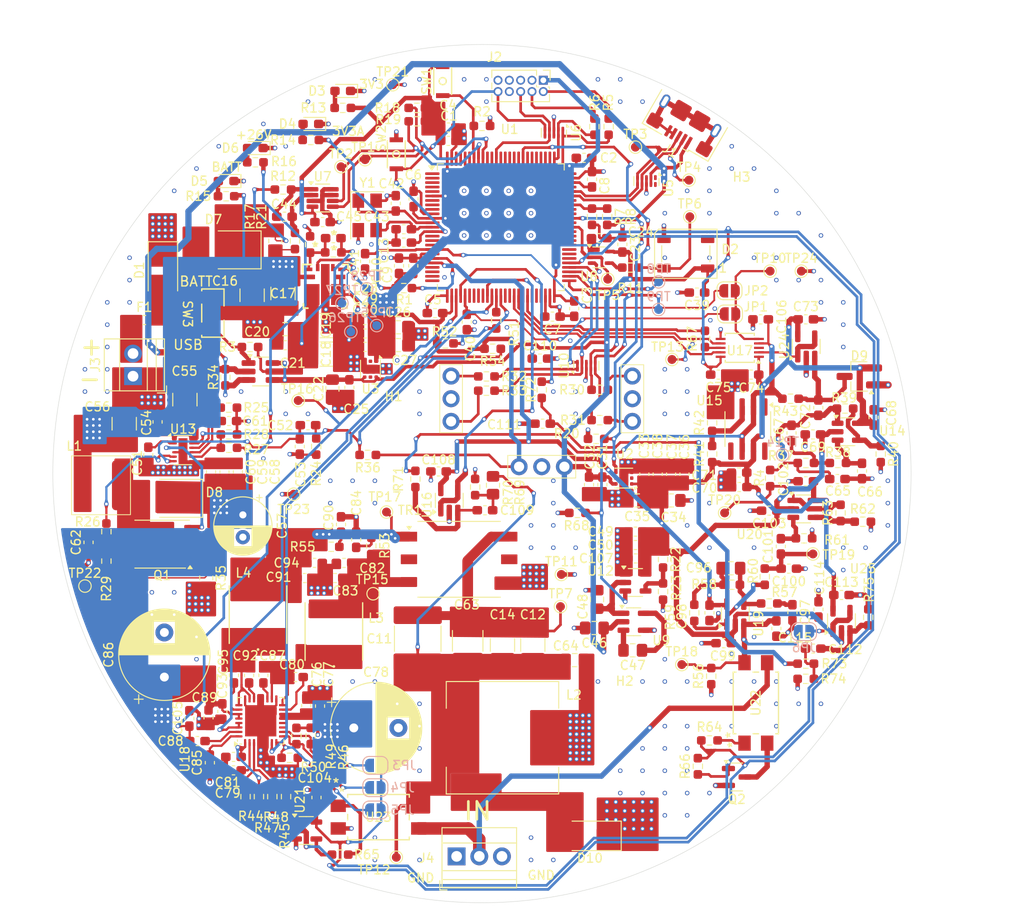
<source format=kicad_pcb>
(kicad_pcb (version 20240108) (generator "pcbnew") (generator_version "8.0")
  (layers (0 "F.Cu" signal) (1 "In1.Cu" power) (2 "In2.Cu" power) (31 "B.Cu" signal) (34 "B.Paste" user) (35 "F.Paste" user) (36 "B.SilkS" user "B.Silkscreen") (37 "F.SilkS" user "F.Silkscreen") (38 "B.Mask" user) (39 "F.Mask" user) (44 "Edge.Cuts" user))
  (net 0 "")
  (net 1 "GND")
  (net 2 "+3V3")
  (net 3 "Net-(C7-Pad2)")
  (net 4 "Net-(C8-Pad2)")
  (net 5 "+3.3VA")
  (net 6 "Net-(U1-VREF+)")
  (net 7 "+BATT")
  (net 13 "/STM32/ADC_IN_FAST")
  (net 21 "/STM32/OSC_IN")
  (net 23 "/STM32/OSC_OUT")
  (net 43 "Net-(D3-A)")
  (net 45 "Net-(D4-A)")
  (net 50 "Net-(D5-A)")
  (net 52 "Net-(D6-A)")
  (net 54 "+BATTa")
  (net 56 "Net-(D2-DIN)")
  (net 66 "/STM32/RESET#")
  (net 67 "/STM32/D+")
  (net 68 "VBUS")
  (net 69 "/STM32/D-")
  (net 71 "/STM32/SWCLKa")
  (net 72 "/STM32/SWDIOa")
  (net 73 "/STM32/SWO")
  (net 75 "/STM32/SWDIO")
  (net 76 "/STM32/SWCLK")
  (net 77 "/STM32/VBUS_SENSE")
  (net 78 "Net-(U7-IN+)")
  (net 79 "/DC-DC/5V_SW")
  (net 80 "/DC-DC/5V_FB")
  (net 81 "/Connections/M-RX")
  (net 82 "+5V")
  (net 83 "/Connections/DAU_TO_MAINa")
  (net 84 "/Connections/MAIN_TO_DAUa")
  (net 85 "/Connections/M-TX")
  (net 86 "ADC_IN")
  (net 87 "/STM32/ADC_IN_DMA")
  (net 88 "Net-(U1-BOOT0)")
  (net 89 "+26V")
  (net 90 "I2C_SCL")
  (net 91 "I2C_SDA")
  (net 92 "3V3A_EN")
  (net 93 "Net-(U8-B)")
  (net 94 "/STM32/LED_DATA_3V3")
  (net 96 "UART_TX_DAU")
  (net 97 "UART_RX_DAU")
  (net 98 "DAU_TO_MAIN")
  (net 99 "MAIN_TO_DAU")
  (net 100 "DAC_TRANSDUCER")
  (net 101 "DAC_AMP_TEST")
  (net 104 "Net-(SW3-A)")
  (net 105 "Net-(SW3-C)")
  (net 106 "Net-(U7-IN-)")
  (net 107 "Net-(U9-C_{FLY+})")
  (net 108 "Net-(U9-C_{FLY-})")
  (net 109 "-5V")
  (net 110 "-3V3")
  (net 111 "Net-(U13-SS)")
  (net 112 "Net-(U13-VCC)")
  (net 113 "/DC-DC/26V_COMPa")
  (net 114 "Net-(C62-Pad1)")
  (net 115 "/DC-DC/26V_FB")
  (net 116 "Net-(U12-NR)")
  (net 117 "Net-(Q1-G)")
  (net 118 "Net-(U13-RT)")
  (net 119 "Net-(U13-CS)")
  (net 120 "26V_PGOOD")
  (net 125 "/Connections/BATT_CONNb")
  (net 126 "/Connections/BATT_CONNa")
  (net 127 "TRANSDUCER_TX")
  (net 128 "Net-(C65-Pad1)")
  (net 129 "Net-(U14-+)")
  (net 130 "Net-(C67-Pad2)")
  (net 131 "LPF_PGA")
  (net 132 "Net-(D9-A)")
  (net 133 "Net-(U18-GVDD)")
  (net 134 "Net-(U18-BSPL)")
  (net 135 "Net-(U18-PLIMIT)")
  (net 136 "AMP_L")
  (net 137 "Net-(C84-Pad1)")
  (net 138 "Net-(U18-INNR)")
  (net 139 "Net-(U18-BSNL)")
  (net 140 "Net-(U18-INPR)")
  (net 141 "Net-(C90-Pad2)")
  (net 142 "AMP_R")
  (net 143 "Net-(U18-BSNR)")
  (net 144 "Net-(U18-BSPR)")
  (net 145 "Net-(C96-Pad2)")
  (net 146 "Net-(U19--)")
  (net 147 "Net-(C97-Pad1)")
  (net 148 "Net-(C100-Pad2)")
  (net 149 "Net-(U20-+)")
  (net 150 "TRANSDUCER_RX")
  (net 151 "Net-(JP3-B)")
  (net 152 "Net-(JP4-B)")
  (net 153 "Net-(JP5-B)")
  (net 154 "Net-(Q2-D)")
  (net 155 "PREAMP_LPF")
  (net 156 "Net-(U14--)")
  (net 157 "Net-(U15-+)")
  (net 158 "Net-(U18-GAIN{slash}SLV)")
  (net 159 "Net-(U18-MUTE)")
  (net 160 "FAULTZ")
  (net 161 "Net-(R59-Pad1)")
  (net 162 "Net-(U20--)")
  (net 163 "Net-(U22-ANODE)")
  (net 164 "Net-(R65-Pad1)")
  (net 165 "Net-(U23-ANODE)")
  (net 172 "PGA_CS#")
  (net 176 "TRANSDUCER")
  (net 177 "/DC-DC/+26Va")
  (net 178 "/DC-DC/Q1s")
  (net 179 "Net-(U1-PE14)")
  (net 180 "PGA_DIO")
  (net 181 "SCK")
  (net 182 "TR_CTRL")
  (net 187 "PAMP_MUTE")
  (net 188 "/Power Amplifier/OUT_L")
  (net 189 "/Power Amplifier/OUT_R")
  (net 190 "/Impedance matching/TRANS_OUT")
  (net 191 "-3V3_EN")
  (net 192 "Net-(U17-CH1)")
  (net 193 "+1V65")
  (net 194 "Net-(C109-Pad1)")
  (net 195 "Net-(U16-+)")
  (net 196 "PWR_AMP_V_FB")
  (net 197 "Net-(C111-Pad1)")
  (net 198 "Net-(U25-+)")
  (net 199 "Net-(C112-Pad1)")
  (net 200 "Net-(JP6-B)")
  (net 201 "Net-(TP25-Pad1)")
  (net 202 "Net-(TP26-Pad1)")
  (net 203 "Net-(U4-EN)")
  (net 204 "Net-(TP28-Pad1)")
  (net 205 "/DC-DC/26V_COMP")
  (footprint "TestPoint:TestPoint_Pad_D1.0mm" (layer "F.Cu") (at 92.824136 32.594136)
    (property "Reference" "TP6")
    (property "Value" "TestPoint_Small")
  )
  (footprint "Resistor_SMD:R_0805_2012Metric_Pad1.20x1.40mm_HandSolder" (layer "F.Cu") (at 38.624136 73.094136 -90)
    (property "Reference" "R35")
    (property "Value" "10m")
  )
  (footprint "Capacitor_SMD:C_1210_3225Metric_Pad1.33x2.70mm_HandSolder" (layer "F.Cu") (at 36.224136 53.094136 90)
    (property "Reference" "C55")
    (property "Value" "10u,50V")
  )
  (footprint "Package_QFP:LQFP-100_14x14mm_P0.5mm" (layer "F.Cu") (at 71.636636 33.769136)
    (property "Reference" "U1")
    (property "Value" "STM32H723VETx")
  )
  (footprint "TestPoint:TestPoint_Pad_D1.0mm" (layer "F.Cu") (at 91.924136 82.794136)
    (property "Reference" "TP18")
    (property "Value" "TestPoint")
  )
  (footprint "TestPoint:TestPoint_Pad_D1.0mm" (layer "F.Cu") (at 106.624136 70.394136)
    (property "Reference" "TP19")
    (property "Value" "TestPoint")
  )
  (footprint "Capacitor_SMD:C_1210_3225Metric_Pad1.33x2.70mm_HandSolder" (layer "F.Cu") (at 47.224136 41.194136 -90)
    (property "Reference" "C17")
    (property "Value" "10u,50V")
  )
  (footprint "Capacitor_SMD:C_0603_1608Metric_Pad1.08x0.95mm_HandSolder" (layer "F.Cu") (at 47.461636 46.994136 180)
    (property "Reference" "C21")
    (property "Value" "1u")
  )
  (footprint "Resistor_SMD:R_0603_1608Metric_Pad0.98x0.95mm_HandSolder" (layer "F.Cu") (at 101.724136 75.944136)
    (property "Reference" "R57")
    (property "Value" "200R")
  )
  (footprint "Capacitor_SMD:C_0603_1608Metric_Pad1.08x0.95mm_HandSolder" (layer "F.Cu") (at 85.261636 35.694136 90)
    (property "Reference" "C23")
    (property "Value" "100n")
  )
  (footprint "Capacitor_SMD:C_0603_1608Metric_Pad1.08x0.95mm_HandSolder" (layer "F.Cu") (at 113.424136 55.094136 90)
    (property "Reference" "C68")
    (property "Value" "100n")
  )
  (footprint "Resistor_SMD:R_0603_1608Metric_Pad0.98x0.95mm_HandSolder" (layer "F.Cu") (at 70.724136 47.394136 180)
    (property "Reference" "R54")
    (property "Value" "10k")
  )
  (footprint "Capacitor_SMD:C_0603_1608Metric_Pad1.08x0.95mm_HandSolder" (layer "F.Cu") (at 40.424136 88.056636 90)
    (property "Reference" "C93")
    (property "Value" "1n,50V")
  )
  (footprint "NRS6045T100MMGK:IND_TAIYO_NRS6045_TAY" (layer "F.Cu") (at 44.424136 77.194136 90)
    (property "Reference" "L4")
    (property "Value" "22u")
  )
  (footprint "Capacitor_SMD:C_1210_3225Metric_Pad1.33x2.70mm_HandSolder" (layer "F.Cu") (at 71.824136 80.594136 -90)
    (property "Reference" "C14")
    (property "Value" "C")
  )
  (footprint "MountingHole:MountingHole_2.7mm_M2.5_ISO14580" (layer "F.Cu") (at 98.624136 31.394136)
    (property "Reference" "H3")
    (property "Value" "MountingHole")
  )
  (footprint "Resistor_SMD:R_0603_1608Metric_Pad0.98x0.95mm_HandSolder" (layer "F.Cu") (at 95.024136 91.294136 180)
    (property "Reference" "R64")
    (property "Value" "150R")
  )
  (footprint "Resistor_SMD:R_0603_1608Metric_Pad0.98x0.95mm_HandSolder" (layer "F.Cu") (at 70.024136 52.094136)
    (property "Reference" "R33")
    (property "Value" "330R")
  )
  (footprint "Capacitor_SMD:C_0603_1608Metric_Pad1.08x0.95mm_HandSolder" (layer "F.Cu") (at 36.724136 88.831636 -90)
    (property "Reference" "C105")
    (property "Value" "1n")
  )
  (footprint "Resistor_SMD:R_0603_1608Metric_Pad0.98x0.95mm_HandSolder" (layer "F.Cu") (at 47.564136 97.594136 -90)
    (property "Reference" "R45")
    (property "Value" "~")
  )
  (footprint "Resistor_SMD:R_0603_1608Metric_Pad0.98x0.95mm_HandSolder" (layer "F.Cu") (at 40.761636 50.594136 -90)
    (property "Reference" "R34")
    (property "Value" "10k")
  )
  (footprint "TestPoint:TestPoint_Pad_D1.0mm" (layer "F.Cu") (at 90.824136 48.594136)
    (property "Reference" "TP13")
    (property "Value" "TestPoint")
  )
  (footprint "Resistor_SMD:R_0603_1608Metric_Pad0.98x0.95mm_HandSolder" (layer "F.Cu") (at 70.024136 50.494136)
    (property "Reference" "R32")
    (property "Value" "330R")
  )
  (footprint "Resistor_SMD:R_0603_1608Metric_Pad0.98x0.95mm_HandSolder" (layer "F.Cu") (at 40.849136 30.294136 180)
    (property "Reference" "R15")
    (property "Value" "10k")
  )
  (footprint "Resistor_SMD:R_0603_1608Metric_Pad0.98x0.95mm_HandSolder" (layer "F.Cu") (at 62.224136 21.894136 180)
    (property "Reference" "R19")
    (property "Value" "10k")
  )
  (footprint "Resistor_SMD:R_0603_1608Metric_Pad0.98x0.95mm_HandSolder" (layer "F.Cu") (at 46.024136 97.594136 -90)
    (property "Reference" "R48")
    (property "Value" "36k")
  )
  (footprint "Package_DFN_QFN:VQFN-32-1EP_5x5mm_P0.5mm_EP3.5x3.5mm" (layer "F.Cu") (at 44.724136 89.094136 90)
    (property "Reference" "U18")
    (property "Value" "TPA3132D2RHBR")
  )
  (footprint "Capacitor_SMD:C_0603_1608Metric_Pad1.08x0.95mm_HandSolder" (layer "F.Cu") (at 109.361636 61.994136)
    (property "Reference" "C65")
    (property "Value" "C")
  )
  (footprint "Resistor_SMD:R_0603_1608Metric_Pad0.98x0.95mm_HandSolder" (layer "F.Cu") (at 105.824136 84.394136)
    (property "Reference" "R74")
    (property "Value" "10k")
  )
  (footprint "Resistor_SMD:R_0603_1608Metric_Pad0.98x0.95mm_HandSolder" (layer "F.Cu") (at 41.161636 58.494136 180)
    (property "Reference" "R27")
    (property "Value" "62k")
  )
  (footprint "Inductor:SRP6060FA" (layer "F.Cu") (at 26.824136 62.694136)
    (property "Reference" "L1")
    (property "Value" "4u7")
  )
  (footprint "Inductor_SMD:L_12x12mm_H8mm" (layer "F.Cu") (at 71.824136 90.994136)
    (property "Reference" "L2")
    (property "Value" "270u")
  )
  (footprint "Resistor_SMD:R_0603_1608Metric_Pad0.98x0.95mm_HandSolder" (layer "F.Cu") (at 53.624136 104.094136)
    (property "Reference" "R65")
    (property "Value" "150R")
  )
  (footprint "Capacitor_SMD:C_0603_1608Metric_Pad1.08x0.95mm_HandSolder" (layer "F.Cu") (at 51.374136 87.444136 90)
    (property "Reference" "C77")
    (property "Value" "100n,50V")
  )
  (footprint "Resistor_SMD:R_0603_1608Metric_Pad0.98x0.95mm_HandSolder" (layer "F.Cu") (at 105.824136 82.694136 180)
    (property "Reference" "R73")
    (property "Value" "1M")
  )
  (footprint "TestPoint:TestPoint_Pad_D1.0mm" (layer "F.Cu") (at 101.824136 38.694136)
    (property "Reference" "TP10")
    (property "Value" "TestPoint_Small")
  )
  (footprint "Resistor_SMD:R_0603_1608Metric_Pad0.98x0.95mm_HandSolder" (layer "F.Cu") (at 47.224136 29.544136)
    (property "Reference" "R12")
    (property "Value" "100R")
  )
  (footprint "Capacitor_SMD:C_0603_1608Metric_Pad1.08x0.95mm_HandSolder" (layer "F.Cu") (at 69.861636 65.494136 180)
    (property "Reference" "C109")
    (property "Value" "100n")
  )
  (footprint "Capacitor_SMD:C_0603_1608Metric_Pad1.08x0.95mm_HandSolder" (layer "F.Cu") (at 76.024136 48.494136)
    (property "Reference" "C110")
    (property "Value" "47p")
  )
  (footprint "Resistor_SMD:R_0603_1608Metric_Pad0.98x0.95mm_HandSolder" (layer "F.Cu") (at 83.561636 32.594136 90)
    (property "Reference" "R8")
    (property "Value" "33k")
  )
  (footprint "Capacitor_SMD:C_0603_1608Metric_Pad1.08x0.95mm_HandSolder" (layer "F.Cu") (at 65.761636 24.094136)
    (property "Reference" "C1")
    (property "Value" "100n")
  )
  (footprint "Resistor_SMD:R_0603_1608Metric_Pad0.98x0.95mm_HandSolder" (layer "F.Cu") (at 89.824136 71.006636 -90)
    (property "Reference" "R22")
    (property "Value" "82k")
  )
  (footprint "Capacitor_SMD:C_1210_3225Metric_Pad1.33x2.70mm_HandSolder" (layer "F.Cu") (at 75.224136 80.594136 -90)
    (property "Reference" "C12")
    (property "Value" "C")
  )
  (footprint "Capacitor_SMD:C_0603_1608Metric_Pad1.08x0.95mm_HandSolder" (layer "F.Cu") (at 83.024136 62.631636 -90)
    (property "Reference" "C31")
    (property "Value" "100n")
  )
  (footprint "Package_SO:SOIC-8_3.9x4.9mm_P1.27mm" (layer "F.Cu") (at 99.324136 56.394136 -90)
    (property "Reference" "U15")
    (property "Value" "OPA333xxD")
  )
  (footprint "Resistor_SMD:R_0603_1608Metric_Pad0.98x0.95mm_HandSolder" (layer "F.Cu") (at 82.724136 51.994136)
    (property "Reference" "R30")
    (property "Value" "100R")
  )
  (footprint "Capacitor_SMD:C_0603_1608Metric_Pad1.08x0.95mm_HandSolder" (layer "F.Cu") (at 103.924136 72.044136 180)
    (property "Reference" "C100")
    (property "Value" "10n")
  )
  (footprint "Switches:EVP-AWED4A (3.00mm x 2.00mm)" (layer "F.Cu") (at 59.924136 25.594136 90)
    (property "Reference" "SW2")
    (property "Value" "SW_Push")
  )
  (footprint "Capacitor_SMD:C_0603_1608Metric_Pad1.08x0.95mm_HandSolder" (layer "F.Cu") (at 52.861636 34.994136 180)
    (property "Reference" "C15" (hide yes))
    (property "Value" "330p")
  )
  (footprint "Capacitor_SMD:C_1210_3225Metric_Pad1.33x2.70mm_HandSolder" (layer "F.Cu") (at 43.761636 41.394136 -90)
    (property "Reference" "C16")
    (property "Value" "10u,50V")
  )
  (footprint "Resistor_SMD:R_0603_1608Metric_Pad0.98x0.95mm_HandSolder" (layer "F.Cu") (at 50.261636 35.706636 90)
    (property "Reference" "R10" (hide yes))
    (property "Value" "1k37")
  )
  (footprint "Switches:EVP-AWED4A (3.00mm x 2.00mm)" (layer "F.Cu") (at 65.124136 17.394136 -90)
    (property "Reference" "SW1")
    (property "Value" "SW_Push")
  )
  (footprint "Resistor_SMD:R_0603_1608Metric_Pad0.98x0.95mm_HandSolder" (layer "F.Cu") (at 48.561636 35.306636 90)
    (property "Reference" "R21")
    (property "Value" "100R")
  )
  (footprint "Resistor_SMD:R_0603_1608Metric_Pad0.98x0.95mm_HandSolder" (layer "F.Cu") (at 65.424136 46.794136)
    (property "Reference" "R52")
    (property "Value" "10k")
  )
  (footprint "Capacitor_SMD:C_0603_1608Metric_Pad1.08x0.95mm_HandSolder" (layer "F.Cu") (at 49.104136 58.346636 -90)
    (property "Reference" "C53")
    (property "Value" "22n")
  )
  (footprint "Package_TO_SOT_SMD:SOT-23-5" (layer "F.Cu") (at 110.524136 56.694136)
    (property "Reference" "U14")
    (property "Value" "TLV9061xDBV")
  )
  (footprint "Capacitor_SMD:C_0603_1608Metric_Pad1.08x0.95mm_HandSolder" (layer "F.Cu") (at 86.724136 69.394136 180)
    (property "Reference" "C50")
    (property "Value" "100n")
  )
  (footprint "Resistor_SMD:R_0603_1608Metric_Pad0.98x0.95mm_HandSolder" (layer "F.Cu") (at 82.124136 22.494136 90)
    (property "Reference" "R6")
    (property "Value" "22R")
  )
  (footprint "Capacitor_SMD:C_0805_2012Metric_Pad1.18x1.45mm_HandSolder" (layer "F.Cu") (at 47.461636 45.194136 180)
    (property "Reference" "C20")
    (property "Value" "10u")
  )
  (footprint "Capacitor_SMD:C_0603_1608Metric_Pad1.08x0.95mm_HandSolder" (layer "F.Cu") (at 41.724136 83.994136 90)
    (property "Reference" "C95")
    (property "Value" "220n,50V")
  )
  (footprint "Resistor_SMD:R_0603_1608Metric_Pad0.98x0.95mm_HandSolder" (layer "F.Cu") (at 52.624136 69.594136 180)
    (property "Reference" "R55")
    (property "Value" "3R3")
  )
  (footprint "Resistor_SMD:R_0603_1608Metric_Pad0.98x0.95mm_HandSolder" (layer "F.Cu") (at 95.224136 84.094136 90)
    (property "Reference" "R56")
    (property "Value" "100k")
  )
  (footprint "Capacitor_SMD:C_0603_1608Metric_Pad1.08x0.95mm_HandSolder" (layer "F.Cu") (at 90.724136 61.456636 90)
    (property "Reference" "C37")
    (property "Value" "100n")
  )
  (footprint "Capacitor_SMD:C_0603_1608Metric_Pad1.08x0.95mm_HandSolder" (layer "F.Cu") (at 37.624136 91.364136)
    (property "Reference" "C88")
    (property "Value" "1u")
  )
  (footprint "TestPoint:TestPoint_Pad_D1.0mm" (layer "F.Cu") (at 92.724136 28.494136)
    (property "Reference" "TP4")
    (property "Value" "TestPoint_Small")
  )
  (footprint "Switches:CJS-1200TA" (layer "F.Cu") (at 39.361636 43.394136 -90)
    (property "Reference" "SW3")
    (property "Value" "CJS-1200TA")
  )
  (footprint "TestPoint:TestPoint_Pad_D1.0mm" (layer "F.Cu") (at 48.424136 63.694136)
    (property "Reference" "TP23")
    (property "Value" "TestPoint")
  )
  (footprint "Capacitor_SMD:C_0603_1608Metric_Pad1.08x0.95mm_HandSolder" (layer "F.Cu") (at 41.161636 55.494136)
    (property "Reference" "C61")
    (property "Value" "100n")
  )
  (footprint "TestPoint:TestPoint_Pad_D1.0mm" (layer "F.Cu") (at 53.724136 26.994136)
    (property "Reference" "TP2")
    (property "Value" "TestPoint_Small")
  )
  (footprint "TestPoint:TestPoint_Pad_D1.0mm" (layer "F.Cu") (at 58.824136 65.694136)
    (property "Reference" "TP17")
    (property "Value" "TestPoint")
  )
  (footprint "Diodes:PowerDI-5" (layer "F.Cu") (at 34.409136 64.159136 180)
    (property "Reference" "D8")
    (property "Value" "SDT10A45P5-7")
  )
  (footprint "Resistor_SMD:R_0603_1608Metric_Pad0.98x0.95mm_HandSolder" (layer "F.Cu") (at 109.424136 60.194136)
    (property "Reference" "R38")
    (property "Value" "39k")
  )
  (footprint "Capacitor_SMD:C_0603_1608Metric_Pad1.08x0.95mm_HandSolder" (layer "F.Cu") (at 67.824136 44.394136 90)
    (property "Reference" "C40")
    (property "Value" "47p")
  )
  (footprint "Capacitor_SMD:C_0603_1608Metric_Pad1.08x0.95mm_HandSolder" (layer "F.Cu") (at 103.024136 69.544136 90)
    (property "Reference" "C101")
    (property "Value" "2u2")
  )
  (footprint "Capacitor_SMD:C_0603_1608Metric_Pad1.08x0.95mm_HandSolder" (layer "F.Cu") (at 95.024136 76.994136 -90)
    (property "Reference" "C98")
    (property "Value" "100n")
  )
  (footprint "Capacitor_SMD:C_0805_2012Metric_Pad1.18x1.45mm_HandSolder" (layer "F.Cu") (at 52.761636 51.894136 -90)
    (property "Reference" "C22")
    (property "Value" "22u")
  )
  (footprint "Capacitor_SMD:C_0805_2012Metric_Pad1.18x1.45mm_HandSolder" (layer "F.Cu") (at 86.924136 64.394136 180)
    (property "Reference" "C35")
    (property "Value" "22u")
  )
  (footprint "Resistor_SMD:R_0603_1608Metric_Pad0.98x0.95mm_HandSolder" (layer "F.Cu") (at 110.224136 54.094136 180)
    (property "Reference" "R39")
    (property "Value" "0R")
  )
  (footprint "Resistor_SMD:R_0603_1608Metric_Pad0.98x0.95mm_HandSolder" (layer "F.Cu") (at 105.836636 60.194136 180)
    (property "Reference" "R37")
    (property "Value" "16k")
  )
  (footprint "Package_TO_SOT_SMD:SOT-23-5" (layer "F.Cu") (at 105.874136 47.131636 90)
    (property "Reference" "U24")
    (property "Value" "TLV9061xDBV")
  )
  (footprint "Package_TO_SOT_SMD:SOT-23-5" (layer "F.Cu") (at 86.724136 73.594136)
    (property "Reference" "U12")
    (property "Value" "TPS72301DBV")
  )
  (footprint "Package_TO_SOT_SMD:SOT-23-5" (layer "F.Cu") (at 105.561636 65.344136)
    (property "Reference" "U20")
    (property "Value" "TLV9151xDBV")
  )
  (footprint "Capacitor_SMD:C_0603_1608Metric_Pad1.08x0.95mm_HandSolder" (layer "F.Cu") (at 32.124136 59.294136 -90)
    (property "Reference" "C51")
    (property "Value" "1u")
  )
  (footprint "Capacitor_SMD:C_0805_2012Metric_Pad1.18x1.45mm_HandSolder" (layer "F.Cu") (at 86.424136 81.194136 180)
    (property "Reference" "C47")
    (property "Value" "2u2")
  )
  (footprint "Resistor_SMD:R_0603_1608Metric_Pad0.98x0.95mm_HandSolder" (layer "F.Cu") (at 86.161636 38.294136)
    (property "Reference" "R11")
    (property "Value" "470R")
  )
  (footprint "Connector_PinHeader_1.27mm:PinHeader_2x05_P1.27mm_Vertical" (layer "F.Cu") (at 76.401636 17.294136 -90)
    (property "Reference" "J2")
    (property "Value" "Conn_ARM_JTAG_SWD_10")
  )
  (footprint "Capacitor_THT:CP_Radial_D6.3mm_P2.50mm" (layer "F.Cu") (at 42.724136 66.011757 -90)
    (property "Reference" "C57")
    (property "Value" "68u")
  )
  (footprint "Capacitor_SMD:C_1812_4532Metric_Pad1.57x3.40mm_HandSolder" (layer "F.Cu") (at 67.924136 80.131636 -90)
    (property "Reference" "C63")
    (property "Value" "68n,200V,5%,C0G/NP0")
  )
  (footprint "Capacitor_SMD:C_0603_1608Metric_Pad1.08x0.95mm_HandSolder" (layer "F.Cu") (at 101.724136 65.544136 180)
    (property "Reference" "C103")
    (property "Value" "100n")
  )
  (footprint "Capacitor_SMD:C_0603_1608Metric_Pad1.08x0.95mm_HandSolder" (layer "F.Cu") (at 86.724136 67.894136 180)
    (property "Reference" "C49")
    (property "Value" "4u7")
  )
  (footprint "Package_TO_SOT_SMD:SOT-23-8" (layer "F.Cu") (at 51.661636 30.494136)
    (property "Reference" "U7")
    (property "Value" "INA219AIDCNR")
  )
  (footprint "TestPoint:TestPoint_Pad_D1.0mm" (layer "F.Cu") (at 78.424136 72.694136)
    (property "Reference" "TP11")
    (property "Value" "TestPoint")
  )
  (footprint "LED_SMD:LED_0603_1608Metric_Pad1.05x0.95mm_HandSolder" (layer "F.Cu") (at 53.924136 18.494136 180)
    (property "Reference" "D3")
    (property "Value" "Red")
  )
  (footprint "Capacitor_SMD:C_0603_1608Metric_Pad1.08x0.95mm_HandSolder" (layer "F.Cu") (at 53.061636 73.094136 180)
    (property "Reference" "C83")
    (property "Value" "220n,100V")
  )
  (footprint "Resistor_SMD:R_0603_1608Metric_Pad0.98x0.95mm_HandSolder" (layer "F.Cu") (at 104.111636 52.994136)
    (property "Reference" "R43")
    (property "Value" "10k")
  )
  (footprint "TestPoint:TestPoint_Pad_D1.0mm" (layer "F.Cu") (at 57.324136 74.854136)
    (property "Reference" "TP15")
    (property "Value" "TestPoint")
  )
  (footprint "Package_TO_SOT_SMD:SOT-23-5" (layer "F.Cu") (at 97.924136 77.144136 90)
    (property "Reference" "U19")
    (property "Value" "TLV9151xDBV")
  )
  (footprint "Resistor_SMD:R_0603_1608Metric_Pad0.98x0.95mm_HandSolder" (layer "F.Cu") (at 52.861636 36.594136 180)
    (property "Reference" "R9" (hide yes))
    (property "Value" "10k")
  )
  (footprint "Capacitor_SMD:C_0603_1608Metric_Pad1.08x0.95mm_HandSolder" (layer "F.Cu") (at 55.424136 68.794136 90)
    (property "Reference" "C84")
    (property "Value" "10n,50V")
  )
  (footprint "Capacitor_SMD:C_0603_1608Metric_Pad1.08x0.95mm_HandSolder" (layer "F.Cu") (at 54.661636 51.731636 -90)
    (property "Reference" "C25")
    (property "Value" "100n")
  )
  (footprint "TestPoint:TestPoint_Pad_D1.0mm" (layer "F.Cu") (at 59.524136 17.794136)
    (property "Reference" "TP21")
    (property "Value" "TestPoint")
  )
  (footprint "Capacitor_SMD:C_0603_1608Metric_Pad1.08x0.95mm_HandSolder" (layer "F.Cu") (at 81.861636 28.394136 -90)
    (property "Reference" "C8")
    (property "Value" "2u2")
  )
  (footprint "Capacitor_SMD:C_0805_2012Metric_Pad1.18x1.45mm_HandSolder" (layer "F.Cu") (at 60.124136 46.981636)
    (property "Reference" "C27")
    (property "Value" "22u")
  )
  (footprint "Capacitor_SMD:C_0603_1608Metric_Pad1.08x0.95mm_HandSolder" (layer "F.Cu") (at 86.749136 70.894136 180)
    (property "Reference" "C107")
    (property "Value" "1n")
  )
  (footprint "Resistor_SMD:R_0603_1608Metric_Pad0.98x0.95mm_HandSolder" (layer "F.Cu") (at 56.724136 59.294136 180)
    (property "Reference" "R36")
    (property "Value" "10k")
  )
  (footprint "Capacitor_SMD:C_0603_1608Metric_Pad1.08x0.95mm_HandSolder" (layer "F.Cu") (at 107.244136 76.604136 90)
    (property "Reference" "C114")
    (property "Value" "100n")
  )
  (footprint "Resistor_SMD:R_0603_1608Metric_Pad0.98x0.95mm_HandSolder" (layer "F.Cu") (at 82.324136 57.494136)
    (property "Reference" "R20")
    (property "Value" "10k")
  )
  (footprint "Capacitor_SMD:C_0603_1608Metric_Pad1.08x0.95mm_HandSolder" (layer "F.Cu") (at 45.024136 83.994136 90)
    (property "Reference" "C87")
    (property "Value" "220n,50V")
  )
  (footprint "Resistor_SMD:R_0603_1608Metric_Pad0.98x0.95mm_HandSolder" (layer "F.Cu") (at 114.224136 59.194136 -90)
    (property "Reference" "R40")
    (property "Value" "~")
  )
  (footprint "Capacitor_SMD:C_0603_1608Metric_Pad1.08x0.95mm_HandSolder" (layer "F.Cu") (at 105.824136 62.244136 180)
    (property "Reference" "C102")
    (property "Value" "100n")
  )
  (footprint "Capacitor_SMD:C_0805_2012Metric_Pad1.18x1.45mm_HandSolder" (layer "F.Cu") (at 82.424136 75.494136 90)
    (property "Reference" "C48")
    (property "Value" "2u2")
  )
  (footprint "Capacitor_SMD:C_0603_1608Metric_Pad1.08x0.95mm_HandSolder" (layer "F.Cu") (at 109.824136 74.994136)
    (property "Reference" "C113")
    (property "Value" "100n")
  )
  (footprint "Capacitor_SMD:C_0603_1608Metric_Pad1.08x0.95mm_HandSolder" (layer "F.Cu") (at 81.524136 62.631636 -90)
    (property "Reference" "C32")
    (property "Value" "10u")
  )
  (footprint "Capacitor_SMD:C_0603_1608Metric_Pad1.08x0.95mm_HandSolder" (layer "F.Cu") (at 102.524136 78.756636 90)
    (property "Reference" "C115")
    (property "Value" "~")
  )
  (footprint "MountingHole:MountingHole_2.7mm_M2.5_ISO14580" (layer "F.Cu") (at 59.624136 55.994136)
    (property "Reference" "H1")
    (property "Value" "MountingHole")
  )
  (footprint "Capacitor_SMD:C_0603_1608Metric_Pad1.08x0.95mm_HandSolder" (layer "F.Cu") (at 93.624136 41.094136 180)
    (property "Reference" "C39")
    (property "Value" "100n")
  )
  (footprint "Capacitor_SMD:C_0603_1608Metric_Pad1.08x0.95mm_HandSolder" (layer "F.Cu") (at 64.261636 43.394136 180)
    (property "Reference" "C5")
    (property "Value" "100n")
  )
  (footprint "Capacitor_SMD:C_0603_1608Metric_Pad1.08x0.95mm_HandSolder" (layer "F.Cu") (at 43.424136 83.994136 90)
    (property "Reference" "C92")
    (property "Value" "220n,50V")
  )
  (footprint "Capacitor_SMD:C_0603_1608Metric_Pad1.08x0.95mm_HandSolder" (layer "F.Cu") (at 40.661636 61.194136 90)
    (property "Reference" "C59")
    (property "Value" "1u,50V")
  )
  (footprint "Capacitor_SMD:C_0603_1608Metric_Pad1.08x0.95mm_HandSolder" (layer "F.Cu") (at 89.224136 61.456636 90)
    (property "Reference" "C38")
    (property "Value" "1n")
  )
  (footprint "Capacitor_SMD:C_0603_1608Metric_Pad1.08x0.95mm_HandSolder" (layer "F.Cu") (at 50.024136 55.956636)
    (property "Reference" "C52")
    (property "Value" "27n")
  )
  (footprint "Capacitor_SMD:C_0603_1608Metric_Pad1.08x0.95mm_HandSolder" (layer "F.Cu") (at 56.424136 45.681636 180)
    (property "Reference" "C29")
    (property "Value" "100n")
  )
  (footprint "Capacitor_SMD:C_0603_1608Metric_Pad1.08x0.95mm_HandSolder" (layer "F.Cu") (at 41.674136 93.144136)
    (property "Reference" "C81")
    (property "Value" "1u")
  )
  (footprint "Capacitor_SMD:C_0603_1608Metric_Pad1.08x0.95mm_HandSolder" (layer "F.Cu") (at 105.824136 44.094136)
    (property "Reference" "C73")
    (property "Value" "100n")
  )
  (footprint "Resistor_SMD:R_0603_1608Metric_Pad0.98x0.95mm_HandSolder" (layer "F.Cu") (at 83.724136 22.494136 90)
    (property "Reference" "R5")
    (property "Value" "22R")
  )
  (footprint "Capacitor_THT:CP_Radial_D10.0mm_P5.00mm" (layer "F.Cu") (at 33.924136 84.194136 90)
    (property "Reference" "C86")
    (property "Value" "220u")
  )
  (footprint "Resistor_SMD:R_0603_1608Metric_Pad0.98x0.95mm_HandSolder" (layer "F.Cu") (at 80.224136 65.794136 180)
    (property "Reference" "R68")
    (property "Value" "10k")
  )
  (footprint "Resistor_SMD:R_0603_1608Metric_Pad0.98x0.95mm_HandSolder" (layer "F.Cu") (at 95.324136 55.694136 90)
    (property "Reference" "R42")
    (property "Value" "10k")
  )
  (footprint "Capacitor_SMD:C_0603_1608Metric_Pad1.08x0.95mm_HandSolder" (layer "F.Cu") (at 77.424136 43.794136 180)
    (property "Reference" "C7")
    (property "Value" "2u2")
  )
  (footprint "Package_SON:WSON-6-1EP_2x2mm_P0.65mm_EP1x1.6mm" (layer "F.Cu") (at 85.424136 61.894136 180)
    (property "Reference" "U2")
    (property "Value" "TLV75733PDYDR")
  )
  (footprint "Capacitor_SMD:C_0603_1608Metric_Pad1.08x0.95mm_HandSolder" (layer "F.Cu") (at 60.761636 33.994136 180)
    (property "Reference" "C43")
    (property "Value" "8p")
  )
  (footprint "Capacitor_SMD:C_0603_1608Metric_Pad1.08x0.95mm_HandSolder" (layer "F.Cu") (at 39.161636 61.194136 90)
    (property "Reference" "C60")
    (property "Value" "100n,50V")
  )
  (footprint "Capacitor_SMD:C_0603_1608Metric_Pad1.08x0.95mm_HandSolder" (layer "F.Cu") (at 87.724136 61.456636 90)
    (property "Reference" "C33")
    (property "Value" "100p")
  )
  (footprint "Resistor_SMD:R_0603_1608Metric_Pad0.98x0.95mm_HandSolder" (layer "F.Cu") (at 76.224136 51.994136 -90)
    (property "Reference" "R72")
    (property "Value" "2k49")
  )
  (footprint "Capacitor_SMD:C_0603_1608Metric_Pad1.08x0.95mm_HandSolder" (layer "F.Cu") (at 76.324136 55.794136 180)
    (property "Reference" "C111")
    (property "Value" "1n")
  )
  (footprint "LED_SMD:LED_WS2812B_PLCC4_5.0x5.0mm_P3.2mm" (layer "F.Cu") (at 92.374136 36.744136 180)
    (property "Reference" "D2")
    (property "Value" "WS2812B")
  )
  (footprint "Resistor_SMD:R_0603_1608Metric_Pad0.98x0.95mm_HandSolder" (layer "F.Cu") (at 50.324136 90.794136 90)
    (property "Reference" "R46")
    (property "Value" "10k")
  )
  (footprint "Package_SON:USON-10_2.5x1.0mm_P0.5mm" (layer "F.Cu") (at 81.224136 49.294136 90)
    (property "Reference" "U10")
    (property "Value" "TPD4E05U06DQA")
  )
  (footprint "Capacitor_SMD:C_0603_1608Metric_Pad1.08x0.95mm_HandSolder" (layer "F.Cu") (at 33.161636 55.594136 90)
    (property "Reference" "C54")
    (property "Value" "100n,50V")
  )
  (footprint "Capacitor_SMD:C_0603_1608Metric_Pad1.08x0.95mm_HandSolder" (layer "F.Cu") (at 25.424136 69.094136 -90)
    (property "Reference" "C62")
    (property "Value" "1n")
  )
  (footprint "Diode_SMD:D_SMA" (layer "F.Cu") (at 33.761636 38.907136 -90)
    (property "Reference" "D1")
    (property "Value" "SMBJ24CA")
  )
  (footprint "Capacitor_SMD:C_0603_1608Metric_Pad1.08x0.95mm_HandSolder" (layer "F.Cu") (at 82.661636 34.994136 180)
    (property "Reference" "C24")
    (property "Value" "100n")
  )
  (footprint "LED_SMD:LED_0603_1608Metric_Pad1.05x0.95mm_HandSolder" (layer "F.Cu") (at 40.849136 28.594136 180)
    (property "Reference" "D5")
    (property "Value" "Red")
  )
  (footprint "Resistor_SMD:R_0603_1608Metric_Pad0.98x0.95mm_HandSolder" (layer "F.Cu") (at 60.761636 40.594136 180)
    (property "Reference" "R1")
    (property "Value" "47R")
  )
  (footprint "Capacitor_SMD:C_0805_2012Metric_Pad1.18x1.45mm_HandSolder" (layer "F.Cu") (at 90.724136 64.394136)
    (property "Reference" "C34")
    (property "Value" "22u")
  )
  (footprint "Resistor_SMD:R_0603_1608Metric_Pad0.98x0.95mm_HandSolder" (layer "F.Cu") (at 94.524136 46.294136 90)
    (property "Reference" "R67")
    (property "Value" "1k" (hide yes))
  )
  (footprint "Capacitor_SMD:C_0603_1608Metric_Pad1.08x0.95mm_HandSolder" (layer "F.Cu") (at 92.224136 61.456636 90)
    (property "Reference" "C36")
    (property "Value" "1u")
  )
  (footprint "TestPoint:TestPoint_Pad_D1.0mm" (layer "F.Cu") (at 105.324136 38.694136)
    (property "Reference" "TP24")
    (property "Value" "TestPoint")
  )
  (footprint "Resistor_SMD:R_0603_1608Metric_Pad0.98x0.95mm_HandSolder" (layer "F.Cu") (at 93.324136 76.994136 90)
    (property "Reference" "R59")
    (property "Value" "10k")
  )
  (footprint "Resistor_SMD:R_0603_1608Metric_Pad0.98x0.95mm_HandSolder" (layer "F.Cu") (at 93.724136 94.194136 90)
    (property "Reference" "R66")
    (property "Value" "10k")
  )
  (footprint "Resistor_SMD:R_0603_1608Metric_Pad0.98x0.95mm_HandSolder" (layer "F.Cu") (at 53.924136 20.394136)
    (property "Reference" "R13")
    (property "Value" "470R")
  )
  (footprint "Capacitor_SMD:C_0603_1608Metric_Pad1.08x0.95mm_HandSolder" (layer "F.Cu") (at 79.861636 42.894136 -90)
    (property "Reference" "C3")
    (property "Value" "100n")
  )
  (footprint "Resistor_SMD:R_0603_1608Metric_Pad0.98x0.95mm_HandSolder" (layer "F.Cu") (at 47.974136 93.244136)
    (property "Reference" "R50")
    (property "Value" "10k")
  )
  (footprint "TerminalBlock:TerminalBlock_Xinya_XY308-2.54-2P_1x02_P2.54mm_Horizontal" (layer "F.Cu") (at 30.411636 50.469136 90)
    (property "Reference" "J3")
    (property "Value" "Screw_Terminal_01x02")
  )
  (footprint "Capacitor_SMD:C_0603_1608Metric_Pad1.08x0.95mm_HandSolder" (layer "F.Cu") (at 49.661636 73.094136 180)
    (property "Reference" "C91")
    (property "Value" "220n,100V")
  )
  (footprint "Capacitor_SMD:C_1210_3225Metric_Pad1.33x2.70mm_HandSolder" (layer "F.Cu") (at 52.061636 47.994136)
    (property "Reference" "C18")
    (property "Value" "47u")
  )
  (footprint "Resistor_SMD:R_0603_1608Metric_Pad0.98x0.95mm_HandSolder" (layer "F.Cu") (at 82.724136 55.394136)
    (property "Reference" "R31")
    (property "Value" "100R")
  )
  (footprint "Resistor_SMD:R_0603_1608Metric_Pad0.98x0.95mm_HandSolder" (layer "F.Cu") (at 81.861636 32.594136 -90)
    (property "Reference" "R7")
    (property "Value" "56k")
  )
  (footprint "Resistor_SMD:R_0603_1608Metric_Pad0.98x0.95mm_HandSolder" (layer "F.Cu") (at 27.424136 71.194136 -90)
    (property "Reference" "R29")
    (property "Value" "100R")
  )
  (footprint "Resistor_SMD:R_0603_1608Metric_Pad0.98x0.95mm_HandSolder" (layer "F.Cu") (at 105.624136 68.644136)
    (property "Reference" "R61")
    (property "Value" "86k6")
  )
  (footprint "Resistor_SMD:R_0603_1608Metric_Pad0.98x0.95mm_HandSolder" (layer "F.Cu") (at 43.524136 47.194136 180)
    (property "Reference" "R3")
    (property "Value" "10k")
  )
  (footprint "Capacitor_SMD:C_0603_1608Metric_Pad1.08x0.95mm_HandSolder" (layer "F.Cu") (at 47.386636 32.594136)
    (property "Reference" "C44")
    (property "Value" "1u")
  )
  (footprint "Package_TO_SOT_SMD:SC-59_Handsoldering" (layer "F.Cu") (at 111.824136 50.494136 180)
    (property "Reference" "D9")
    (property "Value" "1SS396,LF")
  )
  (footprint "Capacitor_SMD:C_0603_1608Metric_Pad1.08x0.95mm_HandSolder" (layer "F.Cu") (at 106.624136 56.994136 180)
    (property "Reference" "C69")
    (property "Value" "100n")
  )
  (footprint "Capacitor_SMD:C_0603_1608Metric_Pad1.08x0.95mm_HandSolder" (layer "F.Cu") (at 60.224136 38.094136 90)
    (property "Reference" "C10")
    (property "Value" "1u")
  )
  (footprint "TestPoint:TestPoint_Pad_D1.0mm" (layer "F.Cu") (at 83.624136 39.594136)
    (property "Reference" "TP5")
    (property "Value" "TestPoint_Small")
  )
  (footprint "LED_SMD:LED_0603_1608Metric_Pad1.05x0.95mm_HandSolder" (layer "F.Cu") (at 44.124136 24.894136 180)
    (property "Reference" "D6")
    (property "Value" "Red")
  )
  (footprint "Capacitor_SMD:C_0603_1608Metric_Pad1.08x0.95mm_HandSolder" (layer "F.Cu") (at 56.386636 44.181636 180)
    (property "Reference" "C28")
    (property "Value" "1u")
  )
  (footprint "Package_TO_SOT_SMD:SOT-23-5" (layer "F.Cu") (at 109.824136 77.894136 90)
    (property "Reference" "U25")
    (property "Value" "TLV9061xDBV")
  )
  (footprint "Package_TO_SOT_SMD:SOT-23-6_Handsoldering" (layer "F.Cu") (at 44.711636 49.944136)
    (property "Reference" "U11" (hide yes))
    (property "Value" "SSF2215")
  )
  (footprint "Capacitor_SMD:C_0603_1608Metric_Pad1.08x0.95mm_HandSolder" (layer "F.Cu") (at 56.424136 47.181636 180)
    (property "Reference" "C30")
    (property "Value" "1n")
  )
  (footprint "Capacitor_THT:CP_Radial_D10.0mm_P5.00mm" (layer "F.Cu") (at 55.156459 89.894136)
    (property "Reference" "C78")
    (property "Value" "220u")
  )
  (footprint "TestPoint:TestPoint_Pad_D1.0mm" (layer "F.Cu") (at 59.924136 104.394136)
    (property "Reference" "TP12")
    (property "Value" "TestPoint")
  )
  (footprint "Capacitor_SMD:C_0603_1608Metric_Pad1.08x0.95mm_HandSolder" (layer "F.Cu") (at 80.961636 25.994136)
    (property "Reference" "C2")
    (property "Value" "100n")
  )
  (footprint "Diode_SMD:D_SMA" (layer "F.Cu") (at 81.624136 101.994136 180)
    (property "Reference" "D10")
    (property "Value" "5.0SMDJ78CA")
  )
  (footprint "Capacitor_SMD:C_2220_5750Metric_Pad1.97x5.40mm_HandSolder" (layer "F.Cu") (at 62.324136 79.894136 -90)
    (property "Reference" "C11")
    (property "Value" "C")
  )
  (footprint "Resistor_SMD:R_0805_2012Metric_Pad1.20x1.40mm_HandSolder" (layer "F.Cu") (at 70.761636 62.694136 -90)
    (property "Reference" "R69")
    (property "Value" "160k,1%")
  )
  (footprint "Capacitor_SMD:C_0603_1608Metric_Pad1.08x0.95mm_HandSolder" (layer "F.Cu") (at 50.761636 71.394136 180)
    (property "Reference" "C94")
    (property "Value" "1n,50V")
  )
  (footprint "Package_SON:USON-10_2.5x1.0mm_P0.5mm" (layer "F.Cu") (at 77.586636 23.169136 -90)
    (property "Reference" "U6")
    (property "Value" "TPD4E05U06DQA" (hide yes))
  )
  (footprint "Resistor_SMD:R_0603_1608Metric_Pad0.98x0.95mm_HandSolder" (layer "F.Cu") (at 43.024136 97.594136 90)
    (property "Reference" "R44")
    (property "Value" "5k6")
  )
  (footprint "LED_SMD:LED_0603_1608Metric_Pad1.05x0.95mm_HandSolder" (layer "F.Cu") (at 50.349136 22.194136 180)
    (property "Reference" "D4")
    (property "Value" "Red")
  )
  (footprint "Capacitor_SMD:C_0603_1608Metric_Pad1.08x0.95mm_HandSolder" (layer "F.Cu") (at 65.761636 22.594136)
    (property "Reference" "C4")
    (property "Value" "4u7")
  )
  (footprint "Capacitor_SMD:C_1210_3225Metric_Pad1.33x2.70mm_HandSolder" (layer "F.Cu") (at 29.424136 55.794136 90)
    (property "Reference" "C56")
    (property "Value" "10u,50V")
  )
  (footprint "Package_TO_SOT_SMD:SOT-23-5" (layer "F.Cu") (at 65.861636 64.394136 90)
    (property "Reference" "U16")
    (property "Value" "TLV9061xDBV")
  )
  (footprint "Capacitor_SMD:C_0603_1608Metric_Pad1.08x0.95mm_HandSolder" (layer "F.Cu") (at 96.624136 80.394136 180)
    (property "Reference" "C99")
    (property "Value" "100n")
  )
  (footprint "Capacitor_SMD:C_1210_3225Metric_Pad1.33x2.70mm_HandSolder" (layer "F.Cu") (at 52.061636 44.794136)
    (property "Reference" "C19")
    (property "Value" "47u")
  )
  (footprint "Connector_USB:USB_Micro-B_Amphenol_10118193-0001LF_Horizontal" (layer "F.Cu") (at 92.884906 21.294136 150)
    (property "Reference" "J1")
    (property "Value" "USB_B_Micro")
  )
  (footprint "Capacitor_SMD:C_0603_1608Metric_Pad1.08x0.95mm_HandSolder" (layer "F.Cu") (at 48.624136 84.194136 180)
    (property "Reference" "C80")
    (property "Value" "220n,50V")
  )
  (footprint "Resistor_SMD:R_0603_1608Metric_Pad0.98x0.95mm_HandSolder" (layer "F.Cu") (at 62.224136 20.394136 180)
    (property "Reference" "R18")
    (property "Value" "10k")
  )
  (footprint "Resistor_SMD:R_0603_1608Metric_Pad0.98x0.95mm_HandSolder" (layer "F.Cu") (at 50.336636 23.994136)
    (property "Reference" "R14")
    (property "Value" "470R")
  )
  (footprint "Capacitor_SMD:C_0805_2012Metric_Pad1.18x1.45mm_HandSolder" (layer "F.Cu") (at 97.424136 71.994136 180)
    (property "Reference" "C96")
    (property "Value" "10u")
  )
  (footprint "TestPoint:TestPoint_Pad_D1.0mm" (layer "F.Cu") (at 48.924136 53.194136)
    (property "Reference" "TP16")
    (property "Value" "TestPoint")
  )
  (footprint "Resistor_SMD:R_0603_1608Metric_Pad0.98x0.95mm_HandSolder" (layer "F.Cu") (at 68.761636 62.894136 90)
    (property "Reference" "R70")
    (property "Value" "2k,1%")
  )
  (footprint "Resistor_SMD:R_0603_1608Metric_Pad0.98x0.95mm_HandSolder" (layer "F.Cu") (at 112.824136 77.494136 -90)
    (property "Reference" "R75")
    (property "Value" "10k")
  )
  (footprint "TestPoint:TestPoint_Pad_D1.0mm" (layer "F.Cu") (at 25.024136 73.994136)
    (property "Reference" "TP22")
    (property "Value" "TestPoint")
  )
  (footprint "TestPoint:TestPoint_Pad_D1.0mm" (layer "F.Cu") (at 56.424136 26.194136)
    (property "Reference" "TP1")
    (property "Value" "TestPoint_Small")
  )
  (footprint "Package_TO_SOT_SMD:SOT-23-5" (layer "F.Cu") (at 49.824136 101.394136)
    (property "Reference" "U21")
    (property "Value" "SN74LVC1G14DBV")
  )
  (footprint "Resistor_SMD:R_0603_1608Metric_Pad0.98x0.95mm_HandSolder" (layer "F.Cu") (at 112.211636 66.781636)
    (property "Reference" "R62")
    (property "Value" "1k")
  )
  (footprint "Capacitor_SMD:C_0603_1608Metric_Pad1.08x0.95mm_HandSolder" (layer "F.Cu") (at 64.661636 61.144136 180)
    (property "Reference" "C108")
    (property "Value" "100n")
  )
  (footprint "Capacitor_SMD:C_0603_1608Metric_Pad1.08x0.95mm_HandSolder" (layer "F.Cu") (at 51.661636 33.194136 180)
    (property "Reference" "C45")
    (property "Value" "100n")
  )
  (footprint "Capacitor_SMD:C_0805_2012Metric_Pad1.18x1.45mm_HandSolder" (layer "F.Cu") (at 60.124136 44.981636)
    (property "Reference" "C26")
    (property "Value" "22u")
  )
  (footprint "TestPoint:TestPoint_Pad_D1.0mm" (layer "F.Cu") (at 78.324136 76.294136)
    (property "Reference" "TP7")
    (property "Value" "TestPoint")
  )
  (footprint "Package_SO:TSSOP-10_3x3mm_P0.5mm" (layer "F.Cu") (at 98.424136 47.294136 180)
    (property "Reference" "U17")
    (property "Value" "PGA113")
  )
  (footprint "Resistor_SMD:R_0603_1608Metric_Pad0.98x0.95mm_HandSolder" (layer "F.Cu") (at 69.524136 22.414136 180)
    (property "Reference" "R2")
    (property "Value" "10k")
  )
  (footprint "Resistor_SMD:R_0603_1608Metric_Pad0.98x0.95mm_HandSolder" (layer "F.Cu") (at 44.124136 26.494136)
    (property "Reference" "R16")
    (property "Value" "10k")
  )
  (footprint "Capacitor_SMD:C_0603_1608Metric_Pad1.08x0.95mm_HandSolder" (layer "F.Cu") (at 49.824136 87.394136 90)
    (property "Reference" "C76")
    (property "Value" "1n,50V")
  )
  (footprint "Capacitor_SMD:C_0603_1608Metric_Pad1.08x0.95mm_HandSolder" (layer "F.Cu") (at 107.224136 53.994136 90)
    (property "Reference" "C72")
    (property "Value" "100n")
  )
  (footprint "TestPoint:TestPoint_Pad_D1.0mm" (layer "F.Cu") (at 86.724136 24.794136)
    (property "Reference" "TP3")
    (property "Value" "TestPoint_Small")
  )
  (footprint "Resistor_SMD:R_0603_1608Metric_Pad0.98x0.95mm_HandSolder" (layer "F.Cu") (at 89.824136 74.606636 -90)
    (property "Reference" "R23")
    (property "Value" "20k")
  )
  (footprint "Package_TO_SOT_SMD:TDSON-8-1" (layer "F.Cu") (at 33.674136 69.294136 180)
    (property "Reference" "Q1")
    (property "Value" "CSD19534Q5A")
  )
  (footprint "SSR:TLP241B_TOS" (layer "F.Cu") (at 57.924136 99.894136)
    (property "Reference" "U23")
    (property "Value" "TLP241BTP1_F")
  )
  (footprint "Package_TO_SOT_SMD:SOT-23" (layer "F.Cu") (at 98.086636 95.394136)
    (property "Reference" "Q2")
    (property "Value" "BSS138")
  )
  (footprint "Resistor_SMD:R_0603_1608Metric_Pad0.98x0.95mm_HandSolder" (layer "F.Cu") (at 27.424136 67.894136 -90)
    (property "Reference" "R26")
    (property "Value" "383R")
  )
  (footprint "NRS6045T100MMGK:IND_TAIYO_NRS6045_TAY" (layer "F.Cu") (at 52.924136 79.094136 90)
    (property "Reference" "L3")
    (property "Value" "22u")
  )
  (footprint "Capacitor_SMD:C_0603_1608Metric_Pad1.08x0.95mm_HandSolder" (layer "F.Cu") (at 60.761636 35.494136 180)
    (property "Reference" "C13")
    (property "Value" "100n")
  )
  (footprint "Resistor_SMD:R_0603_1608Metric_Pad0.98x0.95mm_HandSolder" (layer "F.Cu") (at 41.161636 56.994136)
    (property "Reference" "R28")
    (property "Value" "2k49")
  )
  (footprint "Resistor_SMD:R_0603_1608Metric_Pad0.98x0.95mm_HandSolder" (layer "F.Cu") (at 62.061636 61.994136 -90)
    (property "Reference" "R71")
    (property "Value" "10k")
  )
  (footprint "Capacitor_SMD:C_0603_1608Metric_Pad1.08x0.95mm_HandSolder" (layer "F.Cu") (at 54.061636 71.394136 180)
    (property "Reference" "C82")
    (property "Value" "1n,50V")
  )
  (footprint "Capacitor_SMD:C_0603_1608Metric_Pad1.08x0.95mm_HandSolder" (layer "F.Cu") (at 98.344136 61.274136 180)
    (property "Reference" "C71")
    (property "Value" "100n")
  )
  (footprint "Jumper:SolderJumper-2_P1.3mm_Open_RoundedPad1.0x1.5mm" (layer "F.Cu") (at 97.274136 40.894136 180)
    (property "Reference" "JP2")
    (property "Value" "SolderJumper_2_Open" (hide yes))
  )
  (footprint "SSR:TLP241B_TOS" (layer "F.Cu") (at 100.224136 87.094136 90)
    (property "Reference" "U22")
    (property "Value" "TLP241BTP1_F")
  )
  (footprint "Package_TO_SOT_SMD:SOT-23-5" (layer "F.Cu") (at 86.524136 77.994136)
    (property "Reference" "U9")
    (property "Value" "TPS60403DBV")
  )
  (footprint "Package_SON:USON-10_2.5x1.0mm_P0.5mm" (layer "F.Cu") (at 87.961636 28.594136 -90)
    (property "Reference" "U5")
    (property "Value" "TPD4E05U06DQA")
  )
  (footprint "TerminalBlock:TerminalBlock_Xinya_XY308-2.54-3P_1x03_P2.54mm_Horizontal" (layer "F.Cu") (at 66.684136 104.294136)
    (property "Reference" "J4")
    (property "Value" "Screw_Terminal_01x03")
  )
  (footprint "TestPoint:TestPoint_Pad_D1.0mm" (layer "F.Cu") (at 96.724136 65.794136)
    (property "Reference" "TP20")
    (property "Value" "TestPoint")
  )
  (footprint "Resistor_SMD:R_0603_1608Metric_Pad0.98x0.95mm_HandSolder" (layer "F.Cu") (at 95.324136 59.194136 90)
    (property "Reference" "R41")
    (property "Value" "10k")
  )
  (footprint "Resistor_SMD:R_0603_1608Metric_Pad0.98x0.95mm_HandSolder" (layer "F.Cu") (at 44.524136 97.594136 -90)
    (property "Reference" "R47")
    (property "Value" "56k")
  )
  (footprint "Resistor_SMD:R_0603_1608Metric_Pad0.98x0.95mm_HandSolder" (layer "F.Cu") (at 101.224136 72.944136 90)
    (property "Reference" "R60")
    (property "Value" "392R")
  )
  (footprint "Capacitor_SMD:C_0603_1608Metric_Pad1.08x0.95mm_HandSolder" (layer "F.Cu") (at 61.861636 30.594136 90)
    (property "Reference" "C6")
    (property "Value" "100n")
  )
  (footprint "Resistor_SMD:R_0603_1608Metric_Pad0.98x0.95mm_HandSolder" (layer "F.Cu") (at 48.724136 90.806636 90)
    (property "Reference" "R49")
    (property "Value" "10k")
  )
  (footprint "Resistor_SMD:R_0603_1608Metric_Pad0.98x0.95mm_HandSolder" (layer "F.Cu") (at 101.824136 61.894136 90)
    (property "Reference" "R4")
    (property "Value" "0R")
  )
  (footprint "Resistor_SMD:R_0805_2012Metric_Pad1.20x1.40mm_HandSolder" (layer "F.Cu") (at 46.361636 35.294136 -90)
    (property "Reference" "R17")
    (property "Value" "10m")
  )
  (footprint "Capacitor_SMD:C_0603_1608Metric_Pad1.08x0.95mm_HandSolder" (layer "F.Cu") (at 42.161636 61.194136 90)
    (property "Reference" "C58")
    (property "Value" "1u,50V")
  )
  (footprint "Capacitor_SMD:C_0603_1608Metric_Pad1.08x0.95mm_HandSolder" (layer "F.Cu") (at 106.654136 81.004136)
    (property "Reference" "C112")
    (property "Value" "100n")
  )
  (footprint "Resistor_SMD:R_0603_1608Metric_Pad0.98x0.95mm_HandSolder" (layer "F.Cu") (at 41.149136 53.994136)
    (property "Reference" "R25")
    (property "Value" "26k7")
  )
  (footprint "Package_SON:WSON-6-1EP_2x2mm_P0.65mm_EP1x1.6mm" (layer "F.Cu") (at 57.024136 49.681636 -90)
    (property "Reference" "U3")
    (property "Value" "TLV75733PDYDR")
  )
  (footprint "Capacitor_SMD:C_0603_1608Metric_Pad1.08x0.95mm_HandSolder" (layer "F.Cu") (at 104.324136 76.944136 -90)
    (property "Reference" "C97")
    (property "Value" "33n")
  )
  (footprint "Capacitor_SMD:C_0603_1608Metric_Pad1.08x0.95mm_HandSolder" (layer "F.Cu") (at 96.024136 50.294136 180)
    (property "Reference" "C75")
    (property "Value" "100n")
  )
  (footprint "Capacitor_SMD:C_0603_1608Metric_Pad1.08x0.95mm_HandSolder" (layer "F.Cu") (at 50.974136 97.694136 90)
    (property "Reference" "C104")
    (property "Value" "100n")
  )
  (footprint "Package_SON:WSON-12-1EP_3x2mm_P0.5mm_EP1x2.65" (layer "F.Cu") (at 36.011636 58.744136)
    (property "Reference" "U13")
    (property "Value" "LM5155DSSR")
  )
  (footprint "Capacitor_SMD:C_0603_1608Metric_Pad1.08x0.95mm_HandSolder" (layer "F.Cu") (at 39.024136 93.794136 90)
    (property "Reference" "C85")
    (property "Value" "1u")
  )
  (footprint "Diodes:PowerDI-5" (layer "F.Cu") (at 40.961636 36.307136 180)
    (property "Reference" "D7")
    (property "Value" "SDT10A45P5-7")
  )
  (footprint "DCDC:RKH0009A" (layer "F.Cu") (at 51.961636 40.394136)
    (property "Reference" "U4" (hide yes))
    (property "Value" "TPSM84209RKHR")
  )
  (footprint "Capacitor_SMD:C_0603_1608Metric_Pad1.08x0.95mm_HandSolder" (layer "F.Cu") (at 41.674136 94.644136)
    (property "Reference" "C79")
    (property "Value" "1u")
  )
  (footprint "Resistor_SMD:R_0603_1608Metric_Pad0.98x0.95mm_HandSolder" (layer "F.Cu") (at 97.524136 73.844136)
    (property "Reference" "R58")
    (property "Value" "91k")
  )
  (footprint "Capacitor_SMD:C_0603_1608Metric_Pad1.08x0.95mm_HandSolder" (layer "F.Cu") (at 38.874136 88.744136 90)
    (property "Reference" "C89")
    (property "Value" "100n,50V")
  )
  (footprint "Resistor_SMD:R_0603_1608Metric_Pad0.98x0.95mm_HandSolder" (layer "F.Cu") (at 50.944136 58.346636 -90)
    (property "Reference" "R24")
    (property "Value" "3k3")
  )
  (footprint "Transformer_SMD:Transformer_Wuerth_750315371" (layer "F.Cu") (at 66.961636 70.994136)
    (property "Reference" "TR1")
    (property "Value" "Wuerth_760390012")
  )
  (footprint "Capacitor_SMD:C_0603_1608Metric_Pad1.08x0.95mm_HandSolder" (layer "F.Cu") (at 104.224136 56.831636 -90)
    (property "Reference" "C67")
    (property "Value" "240p")
  )
  (footprint "MountingHole:MountingHole_2.7mm_M2.5_ISO14580" (layer "F.Cu") (at 85.524136 87.894136)
    (property "Reference" "H2")
    (property "Value" "MountingHole")
  )
  (footprint "Capacitor_SMD:C_0603_1608Metric_Pad1.08x0.95mm_HandSolder" (layer "F.Cu") (at 100.761636 44.094136 180)
    (property "Reference" "C106")
    (property "Value" "C")
  )
  (footprint "Capacitor_SMD:C_0603_1608Metric_Pad1.08x0.95mm_HandSolder" (layer "F.Cu") (at 53.724136 67.094136 -90)
    (property "Reference" "C90")
    (property "Value" "10n,50V")
  )
  (footprint "Crystal:Crystal_SMD_5032-4Pin_5.0x3.2mm" (layer "F.Cu") (at 56.661636 32.444136 -90)
    (property "Reference" "Y1")
    (property "Value" "8 MHz")
  )
  (footprint "Capacitor_SMD:C_0603_1608Metric_Pad1.08x0.95mm_HandSolder" (layer "F.Cu") (at 112.124136 61.094136 90)
    (property "Reference" "C66")
    (property "Value" "100p")
  )
  (footprint "Resistor_SMD:R_0603_1608Metric_Pad0.98x0.95mm_HandSolder" (layer "F.Cu") (at 71.124136 44.206636 -90)
    (property "Reference" "R51")
    (property "Value" "330R")
  )
  (footprint "Resistor_SMD:R_0603_1608Metric_Pad0.98x0.95mm_HandSolder" (layer "F.Cu") (at 57.124136 69.494136 90)
    (property "Reference" "R53")
    (property "Value" "3R3")
  )
  (footprint "Package_TO_SOT_SMD:SOT-353_SC-70-5" (layer "F.Cu") (at 82.661636 37.144136)
    (property "Reference" "U8")
    (property "Value" "SN74LXC1T14DCKR")
  )
  (footprint "Capacitor_SMD:C_0603_1608Metric_Pad1.08x0.95mm_HandSolder" (layer "F.Cu") (at 98.361636 62.894136 180)
    (property "Reference" "C70")
    (property "Value" "1u")
  )
  (footprint "Capacitor_SMD:C_0603_1608Metric_Pad1.08x0.95mm_HandSolder" (layer "F.Cu") (at 59.861636 31.094136 90)
    (property "Reference" "C42")
    (property "Value" "8p")
  )
  (footprint "Resistor_SMD:R_0603_1608Metric_Pad0.98x0.95mm_HandSolder" (layer "F.Cu") (at 109.724136 65.794136 90)
    (property "Reference" "R63")
    (property "Value" "56k")
  )
  (footprint "Capacitor_SMD:C_0603_1608Metric_Pad1.08x0.95mm_HandSolder" (layer "F.Cu") (at 56.424136 37.594136 90)
    (property "Reference" "C41")
    (property "Value" "47p")
  )
  (footprint "Capacitor_SMD:C_0603_1608Metric_Pad1.08x0.95mm_HandSolder" (layer "F.Cu") (at 61.824136 38.094136 90)
    (property "Reference" "C9")
    (property "Value" "100n")
  )
  (footprint "Fuse:Fuse_0603_1608Metric_Pad1.05x0.95mm_HandSolder" (layer "F.Cu") (at 31.661636 44.169636)
    (property "Reference" "F1")
    (property "Value" "5A")
  )
  (footprint "Jumper:SolderJumper-2_P1.3mm_Open_RoundedPad1.0x1.5mm" (layer "F.Cu") (at 97.324136 43.494136 180)
    (property "Reference" "JP1")
    (property "Value" "SolderJumper_2_Open" (hide yes))
  )
  (footprint "Connections:UAM_DaughterCard" (layer "F.Cu") (at 76.224136 52.994136)
    (property "Reference" "J5" (hide yes))
    (property "Value" "~")
  )
  (footprint "Capacitor_SMD:C_0805_2012Metric_Pad1.18x1.45mm_HandSolder" (layer "F.Cu") (at 79.924136 82.294136)
    (property "Reference" "C64")
    (property "Value" "C")
  )
  (footprint "Capacitor_SMD:C_0805_2012Metric_Pad1.18x1.45mm_HandSolder" (layer "F.Cu") (at 82.124136 78.694136 180)
    (property "Reference" "C46")
    (property "Value" "2u2")
  )
  (footprint "Capacitor_SMD:C_0603_1608Metric_Pad1.08x0.95mm_HandSolder" (layer "F.Cu") (at 99.686636 50.294136)
    (property "Reference" "C74")
    (property "Value" "100n")
  )
  (footprint "TestPoint:TestPoint_Pad_D1.0mm" (layer "B.Cu") (at 89.324136 39.894136 180)
    (property "Reference" "TP8")
    (property "Value" "TestPoint_Small")
  )
  (footprint "TestPoint:TestPoint_Pad_D1.0mm" (layer "B.Cu") (at 103.224136 59.294136 180)
    (property "Reference" "TP14")
    (property "Value" "TestPoint_Small" (hide yes))
  )
  (footprint "TestPoint:TestPoint_Pad_D1.0mm" (layer "B.Cu") (at 56.614136 40.674136 180)
    (property "Reference" "TP28")
    (property "Value" "~")
  )
  (footprint "Jumper:SolderJumper-2_P1.3mm_Open_RoundedPad1.0x1.5mm" (layer "B.Cu") (at 57.574136 94.094136 180)
    (property "Reference" "JP3")
    (property "Value" "SolderJumper_2_Open")
  )
  (footprint "Jumper:SolderJumper-2_P1.3mm_Open_RoundedPad1.0x1.5mm" (layer "B.Cu") (at 57.574136 96.594136 180)
    (property "Reference" "JP4")
    (property "Value" "SolderJumper_2_Open")
  )
  (footprint "Jumper:SolderJumper-2_P1.3mm_Open_RoundedPad1.0x1.5mm" (layer "B.Cu") (at 57.574136 99.094136 180)
    (property "Reference" "JP5")
    (property "Value" "SolderJumper_2_Open")
  )
  (footprint "TestPoint:TestPoint_Pad_D1.0mm" (layer "B.Cu") (at 53.824136 42.294136 180)
    (property "Reference" "TP27")
    (property "Value" "~")
  )
  (footprint "Jumper:SolderJumper-2_P1.3mm_Open_RoundedPad1.0x1.5mm" (layer "B.Cu") (at 105.624136 79.094136)
    (property "Reference" "JP6")
    (property "Value" "~")
  )
  (footprint "TestPoint:TestPoint_Pad_D1.0mm" (layer "B.Cu") (at 89.324136 42.994136 180)
    (property "Reference" "TP9")
    (property "Value" "TestPoint_Small")
  )
  (footprint "TestPoint:TestPoint_Pad_D1.0mm" (layer "B.Cu") (at 54.824136 45.494136 180)
    (property "Reference" "TP26")
    (property "Value" "~")
  )
  (footprint "TestPoint:TestPoint_Pad_D1.0mm" (layer "B.Cu") (at 57.724136 44.794136 180)
    (property "Reference" "TP25")
    (property "Value" "~")
  )
  (gr_circle (center 69.524136 61.388752) (end 117.624136 61.794136) (stroke (width 0.05)) (fill none) (layer "Edge.Cuts"))
  (gr_text "*" (at 52.424136 36.994136 0) (layer "F.SilkS") (effects (font (size 1 1) (thickness 0.2) (bold yes)) (justify left bottom)))
  (gr_text "BATT" (at 39.114136 27.604136 0) (layer "F.SilkS") (effects (font (size 1 1) (thickness 0.16)) (justify left bottom)))
  (gr_text "GND" (at 61.024136 107.294136 0) (layer "F.SilkS") (effects (font (size 1 1) (thickness 0.16)) (justify left bottom)))
  (gr_text "USB" (at 34.824136 47.594136 0) (layer "F.SilkS") (effects (font (size 1.1 1.1) (thickness 0.16)) (justify left bottom)))
  (gr_text "+" (at 24.324136 48.294136 0) (layer "F.SilkS") (effects (font (size 2 2) (thickness 0.3)) (justify left bottom)))
  (gr_text "IN" (at 67.324136 100.394136 0) (layer "F.SilkS") (effects (font (size 2 2) (thickness 0.3)) (justify left bottom)))
  (gr_text "GND	" (at 74.524136 106.994136 0) (layer "F.SilkS") (effects (font (size 1 1) (thickness 0.16)) (justify left bottom)))
  (gr_text "BATT" (at 35.524136 40.494136 0) (layer "F.SilkS") (effects (font (size 1.1 1.1) (thickness 0.16)) (justify left bottom)))
  (gr_text "3V3" (at 55.674136 18.324136 0) (layer "F.SilkS") (effects (font (size 1 1) (thickness 0.16)) (justify left bottom)))
  (gr_text "3V3A" (at 52.624136 23.594136 0) (layer "F.SilkS") (effects (font (size 1 1) (thickness 0.16)) (justify left bottom)))
  (gr_text "-" (at 24.124136 51.894136 0) (layer "F.SilkS") (effects (font (size 2 2) (thickness 0.3)) (justify left bottom)))
  (gr_text "*" (at 50.324136 36.594136 0) (layer "F.SilkS") (effects (font (size 1 1) (thickness 0.2) (bold yes)) (justify left bottom)))
  (gr_text "*" (at 52.424136 35.294136 0) (layer "F.SilkS") (effects (font (size 1 1) (thickness 0.2) (bold yes)) (justify left bottom)))
  (gr_text "+26V" (at 41.824136 23.994136 0) (layer "F.SilkS") (effects (font (size 1 1) (thickness 0.16)) (justify left bottom)))
  (segment (start 50.929136 59.264136) (end 50.924136 59.269136) (width 0.25) (layer "F.Cu") (net 1))
  (segment (start 104.324136 77.806636) (end 104.324136 78.694136) (width 0.5) (layer "F.Cu") (net 1))
  (segment (start 55.424136 66.244136) (end 55.411636 66.231636) (width 0.3) (layer "F.Cu") (net 1))
  (segment (start 53.524136 33.194136) (end 52.524136 33.194136) (width 0.3) (layer "F.Cu") (net 1))
  (segment (start 25.024136 71.794136) (end 25.024136 73.994136) (width 0.5) (layer "F.Cu") (net 1))
  (segment (start 42.064136 56.984136) (end 42.064136 55.554136) (width 0.3) (layer "F.Cu") (net 1))
  (segment (start 46.024136 98.506636) (end 46.024136 99.694136) (width 0.5) (layer "F.Cu") (net 1))
  (segment (start 103.399136 79.619136) (end 103.824136 79.194136) (width 0.5) (layer "F.Cu") (net 1))
  (segment (start 65.861636 65.531636) (end 65.861636 66.744136) (width 0.6) (layer "F.Cu") (net 1))
  (segment (start 82.674136 34.869136) (end 82.674136 33.669136) (width 0.3) (layer "F.Cu") (net 1))
  (segment (start 89.814136 76.754136) (end 89.824136 76.744136) (width 0.15) (layer "F.Cu") (net 1))
  (segment (start 58.861636 30.231636) (end 59.861636 30.231636) (width 0.3) (layer "F.Cu") (net 1))
  (segment (start 105.794136 72.044136) (end 104.786636 72.044136) (width 0.5) (layer "F.Cu") (net 1))
  (segment (start 82.511636 33.506636) (end 81.861636 33.506636) (width 0.3) (layer "F.Cu") (net 1))
  (segment (start 81.724136 27.394136) (end 81.861636 27.531636) (width 0.15) (layer "F.Cu") (net 1))
  (segment (start 87.954136 29.984136) (end 87.954136 29.939136) (width 0.15) (layer "F.Cu") (net 1))
  (segment (start 51.124136 90.674136) (end 51.124136 90.064136) (width 0.3) (layer "F.Cu") (net 1))
  (segment (start 50.311636 89.894136) (end 50.324136 89.881636) (width 0.15) (layer "F.Cu") (net 1))
  (segment (start 51.638196 29.720076) (end 51.839136 29.519136) (width 0.5) (layer "F.Cu") (net 1))
  (segment (start 49.074136 59.269136) (end 50.924136 59.269136) (width 0.25) (layer "F.Cu") (net 1))
  (segment (start 81.224136 48.909136) (end 81.224136 49.679136) (width 0.3) (layer "F.Cu") (net 1))
  (segment (start 62.704136 31.974136) (end 62.704136 29.954136) (width 0.3) (layer "F.Cu") (net 1))
  (segment (start 70.436636 22.414136) (end 70.436636 21.486636) (width 0.5) (layer "F.Cu") (net 1))
  (segment (start 44.974136 86.644136) (end 44.974136 88.844136) (width 0.15) (layer "F.Cu") (net 1))
  (segment (start 82.799136 34.994136) (end 82.674136 34.869136) (width 0.3) (layer "F.Cu") (net 1))
  (segment (start 94.431187 25.015898) (end 95.74279 22.944136) (width 0.6) (layer "F.Cu") (net 1))
  (segment (start 63.799136 62.144136) (end 63.799136 61.294136) (width 0.3) (layer "F.Cu") (net 1))
  (segment (start 77.994136 42.694136) (end 77.264136 42.694136) (width 0.3) (layer "F.Cu") (net 1))
  (segment (start 63.961636 32.269136) (end 62.999136 32.269136) (width 0.3) (layer "F.Cu") (net 1))
  (segment (start 77.264136 42.694136) (end 77.136636 42.566636) (width 0.3) (layer "F.Cu") (net 1))
  (segment (start 79.799136 43.694136) (end 79.861636 43.756636) (width 0.15) (layer "F.Cu") (net 1))
  (segment (start 78.224136 43.694136) (end 79.799136 43.694136) (width 0.3) (layer "F.Cu") (net 1))
  (segment (start 50.261636 34.111636) (end 49.804136 33.654136) (width 0.3) (layer "F.Cu") (net 1))
  (segment (start 94.134136 80.404136) (end 94.144136 80.394136) (width 0.3) (layer "F.Cu") (net 1))
  (segment (start 113.124136 66.781636) (end 113.124136 67.731636) (width 0.5) (layer "F.Cu") (net 1))
  (segment (start 95.74279 22.944136) (end 93.924136 21.894136) (width 0.6) (layer "F.Cu") (net 1))
  (segment (start 87.954136 29.939136) (end 87.961636 29.931636) (width 0.15) (layer "F.Cu") (net 1))
  (segment (start 53.415636 101.164136) (end 54.894136 101.164136) (width 0.5) (layer "F.Cu") (net 1))
  (segment (start 87.661636 78.944136) (end 88.844136 78.944136) (width 0.6) (layer "F.Cu") (net 1))
  (segment (start 87.961636 29.931636) (end 87.961636 28.979136) (width 0.3) (layer "F.Cu") (net 1))
  (segment (start 83.524136 34.994136) (end 85.099136 34.994136) (width 0.3) (layer "F.Cu") (net 1))
  (segment (start 114.224136 61.194136) (end 114.224136 60.106636) (width 0.5) (layer "F.Cu") (net 1))
  (segment (start 78.224136 42.694136) (end 78.224136 42.924136) (width 0.3) (layer "F.Cu") (net 1))
  (segment (start 49.926636 96.831636) (end 49.924136 96.834136) (width 0.4) (layer "F.Cu") (net 1))
  (segment (start 48.886636 93.244136) (end 48.886636 94.271636) (width 0.25) (layer "F.Cu") (net 1))
  (segment (start 91.845676 20.694136) (end 90.027022 19.644136) (width 0.6) (layer "F.Cu") (net 1))
  (segment (start 50.524136 30.819136) (end 51.638196 30.819136) (width 0.5) (layer "F.Cu") (net 1))
  (segment (start 81.861636 27.531636) (end 81.861636 26.031636) (width 0.5) (layer "F.Cu") (net 1))
  (segment (start 80.389136 28.269136) (end 81.126636 27.531636) (width 0.3) (layer "F.Cu") (net 1))
  (segment (start 96.284136 45.204136) (end 96.274136 45.214136) (width 0.15) (layer "F.Cu") (net 1))
  (segment (start 82.354136 38.404136) (end 82.354136 38.004136) (width 0.3) (layer "F.Cu") (net 1))
  (segment (start 46.474136 86.644136) (end 46.474136 87.344136) (width 0.25) (layer "F.Cu") (net 1))
  (segment (start 51.638196 30.819136) (end 51.638196 30.169136) (width 0.5) (layer "F.Cu") (net 1))
  (segment (start 58.744136 30.794136) (end 58.864136 30.674136) (width 0.3) (layer "F.Cu") (net 1))
  (segment (start 52.534136 32.394136) (end 52.534136 33.184136) (width 0.5) (layer "F.Cu") (net 1))
  (segment (start 51.186635 30.819136) (end 51.638196 30.819136) (width 0.3) (layer "F.Cu") (net 1))
  (segment (start 63.399136 42.269136) (end 64.224136 41.444136) (width 0.3) (layer "F.Cu") (net 1))
  (segment (start 77.974136 48.494136) (end 76.886636 48.494136) (width 0.5) (layer "F.Cu") (net 1))
  (segment (start 82.144136 37.794136) (end 81.711636 37.794136) (width 0.4) (layer "F.Cu") (net 1))
  (segment (start 51.638196 30.819136) (end 51.638196 29.720076) (width 0.5) (layer "F.Cu") (net 1))
  (segment (start 107.924136 44.094136) (end 106.686636 44.094136) (width 0.5) (layer "F.Cu") (net 1))
  (segment (start 112.124136 61.956636) (end 113.186636 61.956636) (width 0.5) (layer "F.Cu") (net 1))
  (segment (start 51.224136 22.194136) (end 52.324136 22.194136) (width 0.5) (layer "F.Cu") (net 1))
  (segment (start 68.681636 45.256636) (end 67.824136 45.256636) (width 0.5) (layer "F.Cu") (net 1))
  (segment (start 81.086636 78.694136) (end 79.844136 78.694136) (width 0.5) (layer "F.Cu") (net 1))
  (segment (start 85.284136 34.809136) (end 85.261636 34.831636) (width 0.3) (layer "F.Cu") (net 1))
  (segment (start 113.474136 51.444136) (end 115.054136 51.444136) (width 0.8) (layer "F.Cu") (net 1))
  (segment (start 82.036636 33.506636) (end 81.861636 33.506636) (width 0.15) (layer "F.Cu") (net 1))
  (segment (start 66.136636 25.181636) (end 66.624136 24.694136) (width 0.3) (layer "F.Cu") (net 1))
  (segment (start 42.024136 55.494136) (end 42.024136 54.031636) (width 0.3) (layer "F.Cu") (net 1))
  (segment (start 103.894136 62.244136) (end 104.961636 62.244136) (width 0.5) (layer "F.Cu") (net 1))
  (segment (start 37.804136 88.854136) (end 37.804136 88.254136) (width 0.4) (layer "F.Cu") (net 1))
  (segment (start 25.424136 71.394136) (end 25.024136 71.794136) (width 0.5) (layer "F.Cu") (net 1))
  (segment (start 66.136636 26.094136) (end 66.136636 25.181636) (width 0.3) (layer "F.Cu") (net 1))
  (segment (start 43.364136 55.494136) (end 42.024136 55.494136) (width 0.3) (layer "F.Cu") (net 1))
  (segment (start 112.394136 74.994136) (end 111.924136 74.994136) (width 0.6) (layer "F.Cu") (net 1))
  (segment (start 51.634136 30.823196) (end 51.634136 31.904136) (width 0.5) (layer "F.Cu") (net 1))
  (segment (start 62.481636 29.731636) (end 61.861636 29.731636) (width 0.3) (layer "F.Cu") (net 1))
  (segment (start 77.136636 42.566636) (end 77.136636 41.444136) (width 0.3) (layer "F.Cu") (net 1))
  (segment (start 50.524136 30.819136) (end 51.186635 30.819136) (width 0.15) (layer "F.Cu") (net 1))
  (segment (start 77.586636 23.554136) (end 77.586636 22.784136) (width 0.3) (layer "F.Cu") (net 1))
  (segment (start 113.186636 61.956636) (end 113.189136 61.954136) (width 0.15) (layer "F.Cu") (net 1))
  (segment (start 51.839136 29.519136) (end 52.799136 29.519136) (width 0.5) (layer "F.Cu") (net 1))
  (segment (start 62.704136 29.954136) (end 62.481636 29.731636) (width 0.3) (layer "F.Cu") (net 1))
  (segment (start 51.638196 30.169136) (end 52.799136 30.169136) (width 0.5) (layer "F.Cu") (net 1))
  (segment (start 62.694136 37.124136) (end 62.694136 36.844136) (width 0.3) (layer "F.Cu") (net 1))
  (segment (start 83.146636 27.531636) (end 81.861636 27.531636) (width 0.5) (layer "F.Cu") (net 1))
  (segment (start 82.684136 38.734136) (end 82.354136 38.404136) (width 0.3) (layer "F.Cu") (net 1))
  (segment (start 106.524136 67.694136) (end 106.536636 67.706636) (width 0.5) (layer "F.Cu") (net 1))
  (segment (start 46.324136 24.894136) (end 45.199136 24.894136) (width 0.5) (layer "F.Cu") (net 1))
  (segment (start 78.224136 42.924136) (end 77.994136 42.694136) (width 0.3) (layer "F.Cu") (net 1))
  (segment (start 63.399136 42.344136) (end 63.399136 42.269136) (width 0.15) (layer "F.Cu") (net 1))
  (segment (start 48.886636 94.271636) (end 48.664136 94.494136) (width 0.25) (layer "F.Cu") (net 1))
  (segment (start 85.099136 34.994136) (end 85.261636 34.831636) (width 0.15) (layer "F.Cu") (net 1))
  (segment (start 111.924136 74.994136) (end 112.024136 75.094136) (width 0.15) (layer "F.Cu") (net 1))
  (segment (start 48.686636 103.356636) (end 48.686636 102.344136) (width 0.5) (layer "F.Cu") (net 1))
  (segment (start 92.761636 41.094136) (end 91.424136 41.094136) (width 0.4) (layer "F.Cu") (net 1))
  (segment (start 35.761636 58.994136) (end 36.011636 58.744136) (width 0.15) (layer "F.Cu") (net 1))
  (segment (start 95.024136 77.856636) (end 95.781636 77.856636) (width 0.5) (layer "F.Cu") (net 1))
  (segment (start 88.888625 21.815898) (end 90.027022 19.644136) (width 0.6) (layer "F.Cu") (net 1))
  (segment (start 68.761636 61.981636) (end 68.761636 60.894136) (width 0.3) (layer "F.Cu") (net 1))
  (segment (start 60.224136 37.231636) (end 59.361636 37.231636) (width 0.3) (layer "F.Cu") (net 1))
  (segment (start 85.284136 33.644136) (end 85.284136 34.809136) (width 0.5) (layer "F.Cu") (net 1))
  (segment (start 114.686636 54.231636) (end 113.424136 54.231636) (width 0.5) (layer "F.Cu") (net 1))
  (segment (start 81.861636 26.031636) (end 81.824136 25.994136) (width 0.3) (layer "F.Cu") (net 1))
  (segment (start 59.361636 37.231636) (end 59.324136 37.194136) (width 0.15) (layer "F.Cu") (net 1))
  (segment (start 96.274136 45.214136) (end 96.274136 46.294136) (width 0.25) (layer "F.Cu") (net 1))
  (segment (start 79.311636 28.269136) (end 80.389136 28.269136) (width 0.3) (layer "F.Cu") (net 1))
  (segment (start 62.999136 32.269136) (end 62.704136 31.974136) (width 0.3) (layer "F.Cu") (net 1))
  (segment (start 90.984489 23.285754) (end 90.421573 22.960754) (width 0.3) (layer "F.Cu") (net 1))
  (segment (start 81.224136 50.854136) (end 81.224136 49.679136) (width 0.3) (layer "F.Cu") (net 1))
  (segment (start 42.064136 55.554136) (end 42.074136 55.544136) (width 0.3) (layer "F.Cu") (net 1))
  (segment (start 59.934136 23.054136) (end 59.924136 23.064136) (width 0.15) (layer "F.Cu") (net 1))
  (segment (start 58.864136 30.234136) (end 58.861636 30.231636) (width 0.3) (layer "F.Cu") (net 1))
  (segment (start 81.411636 56.466636) (end 81.414136 56.464136) (width 0.3) (layer "F.Cu") (net 1))
  (segment (start 61.824136 37.231636) (end 62.586636 37.231636) (width 0.3) (layer "F.Cu") (net 1))
  (segment (start 42.974136 86.644136) (end 42.974136 87.344136) (width 0.25) (layer "F.Cu") (net 1))
  (segment (start 105.324136 38.694136) (end 106.724136 38.694136) (width 0.4) (layer "F.Cu") (net 1))
  (segment (start 104.324136 78.694136) (end 103.824136 79.194136) (width 0.5) (layer "F.Cu") (net 1))
  (segment (start 96.024136 77.614136) (end 96.024136 77.044136) (width 0.5) (layer "F.Cu") (net 1))
  (segment (start 35.061636 58.994136) (end 35.761636 58.994136) (width 0.25) (layer "F.Cu") (net 1))
  (segment (start 44.474136 88.844136) (end 44.724136 89.094136) (width 0.15) (layer "F.Cu") (net 1))
  (segment (start 105.874136 50.344136) (end 105.874136 48.269136) (width 0.6) (layer "F.Cu") (net 1))
  (segment (start 95.781636 77.856636) (end 96.024136 77.614136) (width 0.5) (layer "F.Cu") (net 1))
  (segment (start 51.634136 31.904136) (end 51.849136 32.119136) (width 0.5) (layer "F.Cu") (net 1))
  (segment (start 106.536636 67.706636) (end 106.536636 68.644136) (width 0.5) (layer "F.Cu") (net 1))
  (segment (start 113.189136 61.954136) (end 113.264136 61.954136) (width 0.15) (layer "F.Cu") (net 1))
  (segment (start 78.224136 43.694136) (end 78.224136 42.924136) (width 0.3) (layer "F.Cu") (net 1))
  (segment (start 59.899136 35.494136) (end 59.899136 33.994136) (width 0.3) (layer "F.Cu") (net 1))
  (segment (start 37.519136 87.969136) (end 36.724136 87.969136) (width 0.4) (layer "F.Cu") (net 1))
  (segment (start 82.674136 33.669136) (end 82.511636 33.506636) (width 0.3) (layer "F.Cu") (net 1))
  (segment (start 95.704136 96.344136) (end 97.149136 96.344136) (width 0.6) (layer "F.Cu") (net 1))
  (segment (start 25.424136 69.656636) (end 25.424136 71.394136) (width 0.5) (layer "F.Cu") (net 1))
  (segment (start 46.474136 87.344136) (end 44.724136 89.094136) (width 0.25) (layer "F.Cu") (net 1))
  (segment (start 39.036636 94.644136) (end 39.024136 94.656636) (width 0.15) (layer "F.Cu") (net 1))
  (segment (start 105.761636 58.331636) (end 105.761636 56.994136) (width 0.5) (layer "F.Cu") (net 1))
  (segment (start 47.564136 98.506636) (end 46.024136 98.506636) (width 0.5) (layer "F.Cu") (net 1))
  (segment (start 52.259136 32.119136) (end 52.534136 32.394136) (width 0.5) (layer "F.Cu") (net 1))
  (segment (start 89.824136 76.744136) (end 89.824136 75.519136) (width 0.5) (layer "F.Cu") (net 1))
  (segment (start 51.374136 85.444136) (end 51.374136 86.581636) (width 0.25) (layer "F.Cu") (net 1))
  (segment (start 87.961636 28.209136) (end 87.961636 28.979136) (width 0.3) (layer "F.Cu") (net 1))
  (segment (start 48.724136 89.894136) (end 50.311636 89.894136) (width 0.3) (layer "F.Cu") (net 1))
  (segment (start 40.811636 94.644136) (end 40.811636 93.144136) (width 0.5) (layer "F.Cu") (net 1))
  (segment (start 79.311636 65.794136) (end 78.024136 65.794136) (width 0.5) (layer "F.Cu") (net 1))
  (segment (start 102.524136 79.619136) (end 103.399136 79.619136) (width 0.5) (layer "F.Cu") (net 1))
  (segment (start 51.124136 90.064136) (end 50.941636 89.881636) (width 0.3) (layer "F.Cu") (net 1))
  (segment (start 81.411636 57.494136) (end 81.411636 56.466636) (width 0.5) (layer "F.Cu") (net 1))
  (segment (start 58.864136 30.674136) (end 58.864136 30.234136) (width 0.3) (layer "F.Cu") (net 1))
  (segment (start 50.974136 96.831636) (end 49.926636 96.831636) (width 0.4) (layer "F.Cu") (net 1))
  (segment (start 47.974136 59.209136) (end 49.104136 59.209136) (width 0.4) (layer "F.Cu") (net 1))
  (segment (start 112.124136 61.956636) (end 110.261636 61.956636) (width 0.5) (layer "F.Cu") (net 1))
  (segment (start 56.424136 38.456636) (end 56.424136 39.444136) (width 0.3) (layer "F.Cu") (net 1))
  (segment (start 112.824136 76.581636) (end 112.824136 75.424136) (width 0.6) (layer "F.Cu") (net 1))
  (segment (start 73.724136 55.794136) (end 75.461636 55.794136) (width 0.5) (layer "F.Cu") (net 1))
  (segment (start 62.586636 37.231636) (end 62.694136 37.124136) (width 0.3) (layer "F.Cu") (net 1))
  (segment (start 94.144136 80.394136) (end 95.761636 80.394136) (width 0.5) (layer "F.Cu") (net 1))
  (segment (start 49.804136 33.654136) (end 49.664136 33.654136) (width 0.3) (layer "F.Cu") (net 1))
  (segment (start 110.686636 74.994136) (end 111.924136 74.994136) (width 0.6) (layer "F.Cu") (net 1))
  (segment (start 55.411636 66.231636) (end 53.724136 66.231636) (width 0.6) (layer "F.Cu") (net 1))
  (segment (start 48.424136 63.694136) (end 47.124136 63.694136) (width 0.5) (layer "F.Cu") (net 1))
  (segment (start 78.224136 42.694136) (end 77.994136 42.694136) (width 0.3) (layer "F.Cu") (net 1))
  (segment (start 42.024136 54.031636) (end 42.061636 53.994136) (width 0.15) (layer "F.Cu") (net 1))
  (segment (start 59.899136 35.494136) (end 58.724136 35.494136) (width 0.3) (layer "F.Cu") (net 1))
  (segment (start 41.724136 28.594136) (end 42.824136 28.594136) (width 0.5) (layer "F.Cu") (net 1))
  (segment (start 81.144136 74.456636) (end 82.424136 74.456636) (width 0.5) (layer "F.Cu") (net 1))
  (segment (start 39.024136 94.656636) (end 39.024136 95.994136) (width 0.5) (layer "F.Cu") (net 1))
  (segment (start 40.811636 94.644136) (end 39.036636 94.644136) (width 0.5) (layer "F.Cu") (net 1))
  (segment (start 90.421573 22.960754) (end 88.888625 21.815898) (width 0.3) (layer "F.Cu") (net 1))
  (segment (start 37.804136 88.254136) (end 37.519136 87.969136) (width 0.4) (layer "F.Cu") (net 1))
  (segment (start 64.224136 41.444136) (end 65.636636 41.444136) (width 0.3) (layer "F.Cu") (net 1))
  (segment (start 49.074136 59.269136) (end 49.024136 59.219136) (width 0.15) (layer "F.Cu") (net 1))
  (segment (start 42.074136 56.994136) (end 42.064136 56.984136) (width 0.3) (layer "F.Cu") (net 1))
  (segment (start 70.436636 21.486636) (end 70.434136 21.484136) (width 0.3) (layer "F.Cu") (net 1))
  (segment (start 81.126636 27.531636) (end 81.861636 27.531636) (width 0.3) (layer "F.Cu") (net 1))
  (segment (start 61.824136 37.231636) (end 60.224136 37.231636) (width 0.3) (layer "F.Cu") (net 1))
  (segment (start 62.769136 36.769136) (end 63.961636 36.769136) (width 0.3) (layer "F.Cu") (net 1))
  (segment (start 83.524136 34.994136) (end 82.799136 34.994136) (width 0.3) (layer "F.Cu") (net 1))
  (segment (start 99.899136 45.129136) (end 99.899136 44.094136) (width 0.5) (layer "F.Cu") (net 1))
  (segment (start 51.324136 86.531636) (end 51.374136 86.581636) (width 0.15) (layer "F.Cu") (net 1))
  (segment (start 55.661636 35.494136) (end 55.661636 34.344136) (width 0.3) (layer "F.Cu") (net 1))
  (segment (start 51.638196 30.819136) (end 51.634136 30.823196) (width 0.3) (layer "F.Cu") (net 1))
  (segment (start 112.824136 75.424136) (end 112.394136 74.994136) (width 0.6) (layer "F.Cu") (net 1))
  (segment (start 63.399136 43.394136) (end 63.399136 42.344136) (width 0.3) (layer "F.Cu") (net 1))
  (segment (start 44.974136 88.844136) (end 44.724136 89.094136) (width 0.15) (layer "F.Cu") (net 1))
  (segment (start 93.924136 21.894136) (end 91.845676 20.694136) (width 0.6) (layer "F.Cu") (net 1))
  (segment (start 44.474136 86.644136) (end 44.474136 88.844136) (width 0.15) (layer "F.Cu") (net 1))
  (segment (start 48.664136 94.494136) (end 48.224136 94.494136) (width 0.25) (layer "F.Cu") (net 1))
  (segment (start 57.661636 30.794136) (end 58.744136 30.794136) (width 0.3) (layer "F.Cu") (net 1))
  (segment (start 42.974136 87.344136) (end 44.724136 89.094136) (width 0.25) (layer "F.Cu") (net 1))
  (segment (start 78.424136 72.694136) (end 79.924136 72.694136) (width 0.5) (layer "F.Cu") (net 1))
  (segment (start 52.534136 33.184136) (end 52.524136 33.194136) (width 0.15) (layer "F.Cu") (net 1))
  (segment (start 59.924136 23.064136) (end 59.924136 23.969136) (width 0.5) (layer "F.Cu") (net 1))
  (segment (start 51.849136 32.119136) (end 52.259136 32.119136) (width 0.5) (layer "F.Cu") (net 1))
  (segment (start 55.424136 66.244136) (end 55.424136 67.931636) (width 0.6) (layer "F.Cu") (net 1))
  (segment (start 59.524136 17.794136) (end 60.854136 17.794136) (width 0.3) (layer "F.Cu") (net 1))
  (segment (start 62.694136 36.844136) (end 62.769136 36.769136) (width 0.3) (layer "F.Cu") (net 1))
  (segment (start 77.586636 22.784136) (end 77.586636 21.394136) (width 0.3) (layer "F.Cu") (net 1))
  (segment (start 104.911636 84.394136) (end 104.911636 85.481636) (width 0.5) (layer "F.Cu") (net 1))
  (segment (start 99.564136 65.544136) (end 100.861636 65.544136) (width 0.5) (layer "F.Cu") (net 1))
  (segment (start 66.624136 24.694136) (end 66.624136 24.094136) (width 0.3) (layer "F.Cu") (net 1))
  (segment (start 89.924136 35.094136) (end 89.924136 33.594136) (width 0.5) (layer "F.Cu") (net 1))
  (segment (start 95.224136 85.006636) (end 95.224136 86.194136) (width 0.5) (layer "F.Cu") (net 1))
  (segment (start 91.761636 64.394136) (end 93.024136 64.394136) (width 0.5) (layer "F.Cu") (net 1))
  (segment (start 43.374136 55.504136) (end 43.364136 55.494136) (width 0.15) (layer "F.Cu") (net 1))
  (segment (start 42.074136 55.544136) (end 42.024136 55.494136) (width 0.15) (layer "F.Cu") (net 1))
  (segment (start 61.861636 29.731636) (end 61.861636 28.656636) (width 0.3) (layer "F.Cu") (net 1))
  (segment (start 82.354136 38.004136) (end 82.144136 37.794136) (width 0.4) (layer "F.Cu") (net 1))
  (segment (start 110.261636 61.956636) (end 110.224136 61.994136) (width 0.15) (layer "F.Cu") (net 1))
  (segment (start 107.244136 74.454136) (end 107.244136 75.741636) (width 0.5) (layer "F.Cu") (net 1))
  (segment (start 50.261636 34.794136) (end 50.261636 34.111636) (width 0.3) (layer "F.Cu") (net 1))
  (segment (start 81.114136 50.964136) (end 81.224136 50.854136) (width 0.3) (layer "F.Cu") (net 1))
  (segment (start 50.941636 89.881636) (end 50.324136 89.881636) (width 0.3) (layer "F.Cu") (net 1))
  (segment (start 54.799136 18.494136) (end 56.324136 18.494136) (width 0.5) (layer "F.Cu") (net 1))
  (segment (start 83.154136 27.524136) (end 83.146636 27.531636) (width 0.3) (layer "F.Cu") (net 1))
  (via (at 110.024136 42.194136) (size 0.5) (drill 0.3) (layers "F.Cu" "B.Cu") (net 1))
  (via (at 33.224136 61.294136) (size 0.5) (drill 0.3) (layers "F.Cu" "B.Cu") (net 1))
  (via (at 63.124136 46.094136) (size 0.5) (drill 0.3) (layers "F.Cu" "B.Cu") (net 1))
  (via (at 43.261636 44.394136) (size 0.5) (drill 0.3) (layers "F.Cu" "B.Cu") (net 1))
  (via (at 51.374136 85.444136) (size 0.5) (drill 0.3) (layers "F.Cu" "B.Cu") (net 1))
  (via (at 68.724136 44.394136) (size 0.5) (drill 0.3) (layers "F.Cu" "B.Cu") (net 1))
  (via (at 95.024136 97.194136) (size 0.5) (drill 0.3) (layers "F.Cu" "B.Cu") (net 1))
  (via (at 34.024136 34.094136) (size 0.5) (drill 0.3) (layers "F.Cu" "B.Cu") (net 1))
  (via (at 74.924136 73.294136) (size 0.5) (drill 0.3) (layers "F.Cu" "B.Cu") (net 1))
  (via (at 92.524136 49.694136) (size 0.5) (drill 0.3) (layers "F.Cu" "B.Cu") (net 1))
  (via (at 99.899136 45.129136) (size 0.5) (drill 0.3) (layers "F.Cu" "B.Cu") (net 1))
  (via (at 33.524136 52.794136) (size 0.5) (drill 0.3) (layers "F.Cu" "B.Cu") (net 1))
  (via (at 36.824136 61.294136) (size 0.5) (drill 0.3) (layers "F.Cu" "B.Cu") (net 1))
  (via (at 98.224136 51.994136) (size 0.5) (drill 0.3) (layers "F.Cu" "B.Cu") (net 1))
  (via (at 87.524136 92.194136) (size 0.5) (drill 0.3) (layers "F.Cu" "B.Cu") (net 1))
  (via (at 84.524136 99.194136) (size 0.5) (drill 0.3) (layers "F.Cu" "B.Cu") (net 1))
  (via (at 75.024136 104.694136) (size 0.5) (drill 0.3) (layers "F.Cu" "B.Cu") (net 1))
  (via (at 81.524136 92.694136) (size 0.5) (drill 0.3) (layers "F.Cu" "B.Cu") (net 1))
  (via (at 34.724136 33.394136) (size 0.5) (drill 0.3) (layers "F.Cu" "B.Cu") (net 1))
  (via (at 33.324136 34.094136) (size 0.5) (drill 0.3) (layers "F.Cu" "B.Cu") (net 1))
  (via (at 53.524136 33.194136) (size 0.5) (drill 0.3) (layers "F.Cu" "B.Cu") (net 1))
  (via (at 38.824136 75.294136) (size 0.5) (drill 0.3) (layers "F.Cu" "B.Cu") (net 1))
  (via (at 45.424136 94.494136) (size 0.5) (drill 0.3) (layers "F.Cu" "B.Cu") (net 1))
  (via (at 54.824136 48.294136) (size 0.5) (drill 0.3) (layers "F.Cu" "B.Cu") (net 1))
  (via (at 38.824136 76.694136) (size 0.5) (drill 0.3) (layers "F.Cu" "B.Cu") (net 1))
  (via (at 100.024136 69.694136) (size 0.5) (drill 0.3) (layers "F.Cu" "B.Cu") (net 1))
  (via (at 80.824136 92.694136) (size 0.5) (drill 0.3) (layers "F.Cu" "B.Cu") (net 1))
  (via (at 37.524136 79.694136) (size 0.5) (drill 0.3) (layers "F.Cu" "B.Cu") (net 1))
  (via (at 35.424136 88.794136) (size 0.5) (drill 0.3) (layers "F.Cu" "B.Cu") (net 1))
  (via (at 78.024136 65.794136) (size 0.5) (drill 0.3) (layers "F.Cu" "B.Cu") (net 1))
  (via (at 103.824136 79.194136) (size 0.5) (drill 0.3) (layers "F.Cu" "B.Cu") (net 1))
  (via (at 97.524136 84.694136) (size 0.5) (drill 0.3) (layers "F.Cu" "B.Cu") (net 1))
  (via (at 95.024136 29.694136) (size 0.5) (drill 0.3) (layers "F.Cu" "B.Cu") (net 1))
  (via (at 40.024136 24.694136) (size 0.5) (drill 0.3) (layers "F.Cu" "B.Cu") (net 1))
  (via (at 32.524136 74.694136) (size 0.5) (drill 0.3) (layers "F.Cu" "B.Cu") (net 1))
  (via (at 85.524136 100.194136) (size 0.5) (drill 0.3) (layers "F.Cu" "B.Cu") (net 1))
  (via (at 97.524136 81.594136) (size 0.5) (drill 0.3) (layers "F.Cu" "B.Cu") (net 1))
  (via (at 34.724136 34.094136) (size 0.5) (drill 0.3) (layers "F.Cu" "B.Cu") (net 1))
  (via (at 67.524136 23.794136) (size 0.5) (drill 0.3) (layers "F.Cu" "B.Cu") (net 1))
  (via (at 79.424136 90.594136) (size 0.5) (drill 0.3) (layers "F.Cu" "B.Cu") (net 1))
  (via (at 95.024136 27.194136) (size 0.5) (drill 0.3) (layers "F.Cu" "B.Cu") (net 1))
  (via (at 75.024136 32.194136) (size 0.5) (drill 0.3) (layers "F.Cu" "B.Cu") (net 1))
  (via (at 27.524136 42.194136) (size 0.5) (drill 0.3) (layers "F.Cu" "B.Cu") (net 1))
  (via (at 34.724136 34.794136) (size 0.5) (drill 0.3) (layers "F.Cu" "B.Cu") (net 1))
  (via (at 60.024136 48.694136) (size 0.5) (drill 0.3) (layers "F.Cu" "B.Cu") (net 1))
  (via (at 76.324136 73.294136) (size 0.5) (drill 0.3) (layers "F.Cu" "B.Cu") (net 1))
  (via (at 30.024136 37.194136) (size 0.5) (drill 0.3) (layers "F.Cu" "B.Cu") (net 1))
  (via (at 102.524136 37.194136) (size 0.5) (drill 0.3) (layers "F.Cu" "B.Cu") (net 1))
  (via (at 35.024136 74.694136) (size 0.5) (drill 0.3) (layers "F.Cu" "B.Cu") (net 1))
  (via (at 82.524136 17.194136) (size 0.5) (drill 0.3) (layers "F.Cu" "B.Cu") (net 1))
  (via (at 115.054136 51.444136) (size 0.5) (drill 0.3) (layers "F.Cu" "B.Cu") (net 1))
  (via (at 115.024136 64.694136) (size 0.5) (drill 0.3) (layers "F.Cu" "B.Cu") (net 1))
  (via (at 88.524136 101.194136) (size 0.5) (drill 0.3) (layers "F.Cu" "B.Cu") (net 1))
  (via (at 110.024136 72.194136) (size 0.5) (drill 0.3) (layers "F.Cu" "B.Cu") (net 1))
  (via (at 87.524136 97.194136) (size 0.5) (drill 0.3) (layers "F.Cu" "B.Cu") (net 1))
  (via (at 102.524136 89.694136) (size 0.5) (drill 0.3) (layers "F.Cu" "B.Cu") (net 1))
  (via (at 37.424136 76.694136) (size 0.5) (drill 0.3) (layers "F.Cu" "B.Cu") (net 1))
  (via (at 47.524136 24.694136) (size 0.5) (drill 0.3) (layers "F.Cu" "B.Cu") (net 1))
  (via (at 76.324136 72.594136) (size 0.5) (drill 0.3) (layers "F.Cu" "B.Cu") (net 1))
  (via (at 48.224136 95.194136) (size 0.5) (drill 0.3) (layers "F.Cu" "B.Cu") (net 1))
  (via (at 33.324136 32.694136) (size 0.5) (drill 0.3) (layers "F.Cu" "B.Cu") (net 1))
  (via (at 87.524136 84.694136) (size 0.5) (drill 0.3) (layers "F.Cu" "B.Cu") (net 1))
  (via (at 57.524136 64.694136) (size 0.5) (drill 0.3) (layers "F.Cu" "B.Cu") (net 1))
  (via (at 59.124136 49.994136) (size 0.5) (drill 0.3) (layers "F.Cu" "B.Cu") (net 1))
  (via (at 70.024136 19.694136) (size 0.5) (drill 0.3) (layers "F.Cu" "B.Cu") (net 1))
  (via (at 46.824136 95.194136) (size 0.5) (drill 0.3) (layers "F.Cu" "B.Cu") (net 1))
  (via (at 51.124136 74.194136) (size 0.5) (drill 0.3) (layers "F.Cu" "B.Cu") (net 1))
  (via (at 90.024136 94.694136) (size 0.5) (drill 0.3) (layers "F.Cu" "B.Cu") (net 1))
  (via (at 55.024136 84.694136) (size 0.5) (drill 0.3) (layers "F.Cu" "B.Cu") (net 1))
  (via (at 85.524136 101.194136) (size 0.5) (drill 0.3) (layers "F.Cu" "B.Cu") (net 1))
  (via (at 67.524136 29.694136) (size 0.5) (drill 0.3) (layers "F.Cu" "B.Cu") (net 1))
  (via (at 85.024136 19.694136) (size 0.5) (drill 0.3) (layers "F.Cu" "B.Cu") (net 1))
  (via (at 100.024136 27.194136) (size 0.5) (drill 0.3) (layers "F.Cu" "B.Cu") (net 1))
  (via (at 58.861636 30.231636) (size 0.5) (drill 0.3) (layers "F.Cu" "B.Cu") (net 1))
  (via (at 70.024136 34.694136) (size 0.5) (drill 0.3) (layers "F.Cu" "B.Cu") (net 1))
  (via (at 86.524136 98.194136) (size 0.5) (drill 0.3) (layers "F.Cu" "B.Cu") (net 1))
  (via (at 84.524136 100.194136) (size 0.5) (drill 0.3) (layers "F.Cu" "B.Cu") (net 1))
  (via (at 90.024136 99.694136) (size 0.5) (drill 0.3) (layers "F.Cu" "B.Cu") (net 1))
  (via (at 94.134136 80.404136) (size 0.5) (drill 0.3) (layers "F.Cu" "B.Cu") (net 1))
  (via (at 92.524136 99.694136) (size 0.5) (drill 0.3) (layers "F.Cu" "B.Cu") (net 1))
  (via (at 36.724136 76.694136) (size 0.5) (drill 0.3) (layers "F.Cu" "B.Cu") (net 1))
  (via (at 84.124136 64.894136) (size 0.5) (drill 0.3) (layers "F.Cu" "B.Cu") (net 1))
  (via (at 78.224136 42.694136) (size 0.5) (drill 0.3) (layers "F.Cu" "B.Cu") (net 1))
  (via (at 95.624136 42.894136) (size 0.5) (drill 0.3) (layers "F.Cu" "B.Cu") (net 1))
  (via (at 110.024136 44.694136) (size 0.5) (drill 0.3) (layers "F.Cu" "B.Cu") (net 1))
  (via (at 54.824136 48.994136) (size 0.5) (drill 0.3) (layers "F.Cu" "B.Cu") (net 1))
  (via (at 36.724136 74.594136) (size 0.5) (drill 0.3) (layers "F.Cu" "B.Cu") (net 1))
  (via (at 60.854136 17.794136) (size 0.5) (drill 0.3) (layers "F.Cu" "B.Cu") (net 1))
  (via (at 33.824136 61.294136) (size 0.5) (drill 0.3) (layers "F.Cu" "B.Cu") (net 1))
  (via (at 81.414136 56.464136) (size 0.5) (drill 0.3) (layers "F.Cu" "B.Cu") (net 1))
  (via (at 25.424136 71.394136) (size 0.5) (drill 0.3) (layers "F.Cu" "B.Cu") (net 1))
  (via (at 89.814136 76.754136) (size 0.5) (drill 0.3) (layers "F.Cu" "B.Cu") (net 1))
  (via (at 52.324136 22.194136) (size 0.5) (drill 0.3) (layers "F.Cu" "B.Cu") (net 1))
  (via (at 74.924136 71.894136) (size 0.5) (drill 0.3) (layers "F.Cu" "B.Cu") (net 1))
  (via (at 80.824136 91.994136) (size 0.5) (drill 0.3) (layers "F.Cu" "B.Cu") (net 1))
  (via (at 33.224136 60.694136) (size 0.5) (drill 0.3) (layers "F.Cu" "B.Cu") (net 1))
  (via (at 47.124136 63.694136) (size 0.5) (drill 0.3) (layers "F.Cu" "B.Cu") (net 1))
  (via (at 91.424136 41.094136) (size 0.5) (drill 0.3) (layers "F.Cu" "B.Cu") (net 1))
  (via (at 52.524136 62.194136) (size 0.5) (drill 0.3) (layers "F.Cu" "B.Cu") (net 1))
  (via (at 113.264136 61.954136) (size 0.5) (drill 0.3) (layers "F.Cu" "B.Cu") (net 1))
  (via (at 86.624136 60.094136) (size 0.5) (drill 0.3) (layers "F.Cu" "B.Cu") (net 1))
  (via (at 89.924136 33.594136) (size 0.5) (drill 0.3) (layers "F.Cu" "B.Cu") (net 1))
  (via (at 51.124136 74.794136) (size 0.5) (drill 0.3) (layers "F.Cu" "B.Cu") (net 1))
  (via (at 76.324136 73.994136) (size 0.5) (drill 0.3) (layers "F.Cu" "B.Cu") (net 1))
  (via (at 102.524136 84.694136) (size 0.5) (drill 0.3) (layers "F.Cu" "B.Cu") (net 1))
  (via (at 79.924136 72.694136) (size 0.5) (drill 0.3) (layers "F.Cu" "B.Cu") (net 1))
  (via (at 81.524136 91.994136) (size 0.5) (drill 0.3) (layers "F.Cu" "B.Cu") (net 1))
  (via (at 77.586636 21.394136) (size 0.5) (drill 0.3) (layers "F.Cu" "B.Cu") (net 1))
  (via (at 93.024136 64.394136) (size 0.5) (drill 0.3) (layers "F.Cu" "B.Cu") (net 1))
  (via (at 27.524136 47.194136) (size 0.5) (drill 0.3) (layers "F.Cu" "B.Cu") (net 1))
  (via (at 30.024136 42.194136) (size 0.5) (drill 0.3) (layers "F.Cu" "B.Cu") (net 1))
  (via (at 55.661636 35.494136) (size 0.5) (drill 0.3) (layers "F.Cu" "B.Cu") (net 1))
  (via (at 85.024136 97.194136) (size 0.5) (drill 0.3) (layers "F.Cu" "B.Cu") (net 1))
  (via (at 36.224136 61.294136) (size 0.5) (drill 0.3) (layers "F.Cu" "B.Cu") (net 1))
  (via (at 87.524136 19.694136) (size 0.5) (drill 0.3) (layers "F.Cu" "B.Cu") (net 1))
  (via (at 105.874136 50.344136) (size 0.5) (drill 0.3) (layers "F.Cu" "B.Cu") (net 1))
  (via (at 32.624136 61.294136) (size 0.5) (drill 0.3) (layers "F.Cu" "B.Cu") (net 1))
  (via (at 54.894136 101.164136) (size 0.5) (drill 0.3) (layers "F.Cu" "B.Cu") (net 1))
  (via (at 98.224136 51.294136) (size 0.5) (drill 0.3) (layers "F.Cu" "B.Cu") (net 1))
  (via (at 44.724136 93.794136) (size 0.5) (drill 0.3) (layers "F.Cu" "B.Cu") (net 1))
  (via (at 79.424136 91.994136) (size 0.5) (drill 0.3) (layers "F.Cu" "B.Cu") (net 1))
  (via (at 110.024136 47.194136) (size 0.5) (drill 0.3) (layers "F.Cu" "B.Cu") (net 1))
  (via (at 95.024136 37.194136) (size 0.5) (drill 0.3) (layers "F.Cu" "B.Cu") (net 1))
  (via (at 105.761636 58.331636) (size 0.5) (drill 0.3) (layers "F.Cu" "B.Cu") (net 1))
  (via (at 67.524136 22.994136) (size 0.5) (drill 0.3) (layers "F.Cu" "B.Cu") (net 1))
  (via (at 67.524136 32.194136) (size 0.5) (drill 0.3) (layers "F.Cu" "B.Cu") (net 1))
  (via (at 70.434136 21.484136) (size 0.5) (drill 0.3) (layers "F.Cu" "B.Cu") (net 1))
  (via (at 100.024136 84.694136) (size 0.5) (drill 0.3) (layers "F.Cu" "B.Cu") (net 1))
  (via (at 80.824136 89.894136) (size 0.5) (drill 0.3) (layers "F.Cu" "B.Cu") (net 1))
  (via (at 32.824136 52.794136) (size 0.5) (drill 0.3) (layers "F.Cu" "B.Cu") (net 1))
  (via (at 105.024136 39.694136) (size 0.5) (drill 0.3) (layers "F.Cu" "B.Cu") (net 1))
  (via (at 38.824136 75.994136) (size 0.5) (drill 0.3) (layers "F.Cu" "B.Cu") (net 1))
  (via (at 92.524136 84.694136) (size 0.5) (drill 0.3) (layers "F.Cu" "B.Cu") (net 1))
  (via (at 92.524136 54.694136) (size 0.5) (drill 0.3) (layers "F.Cu" "B.Cu") (net 1))
  (via (at 45.024136 59.694136) (size 0.5) (drill 0.3) (layers "F.Cu" "B.Cu") (net 1))
  (via (at 55.524136 49.694136) (size 0.5) (drill 0.3) (layers "F.Cu" "B.Cu") (net 1))
  (via (at 90.024136 89.694136) (size 0.5) (drill 0.3) (layers "F.Cu" "B.Cu") (net 1))
  (via (at 87.524136 94.694136) (size 0.5) (drill 0.3) (layers "F.Cu" "B.Cu") (net 1))
  (via (at 45.424136 93.794136) (size 0.5) (drill 0.3) (layers "F.Cu" "B.Cu") (net 1))
  (via (at 90.024136 97.194136) (size 0.5) (drill 0.3) (layers "F.Cu" "B.Cu") (net 1))
  (via (at 79.424136 93.394136) (size 0.5) (drill 0.3) (layers "F.Cu" "B.Cu") (net 1))
  (via (at 107.524136 42.194136) (size 0.5) (drill 0.3) (layers "F.Cu" "B.Cu") (net 1))
  (via (at 105.024136 87.194136) (size 0.5) (drill 0.3) (layers "F.Cu" "B.Cu") (net 1))
  (via (at 96.284136 45.204136) (size 0.5) (drill 0.3) (layers "F.Cu" "B.Cu") (net 1))
  (via (at 77.524136 52.194136) (size 0.5) (drill 0.3) (layers "F.Cu" "B.Cu") (net 1))
  (via (at 34.724136 32.694136) (size 0.5) (drill 0.3) (layers "F.Cu" "B.Cu") (net 1))
  (via (at 107.524136 34.694136) (size 0.5) (drill 0.3) (layers "F.Cu" "B.Cu") (net 1))
  (via (at 47.524136 95.194136) (size 0.5) (drill 0.3) (layers "F.Cu" "B.Cu") (net 1))
  (via (at 55.024136 62.194136) (size 0.5) (drill 0.3) (layers "F.Cu" "B.Cu") (net 1))
  (via (at 84.824136 64.194136) (size 0.5) (drill 0.3) (layers "F.Cu" "B.Cu") (net 1))
  (via (at 81.524136 91.294136) (size 0.5) (drill 0.3) (layers "F.Cu" "B.Cu") (net 1))
  (via (at 56.424136 39.444136) (size 0.5) (drill 0.3) (layers "F.Cu" "B.Cu") (net 1))
  (via (at 75.024136 29.694136) (size 0.5) (drill 0.3) (layers "F.Cu" "B.Cu") (net 1))
  (via (at 87.524136 100.194136) (size 0.5) (drill 0.3) (layers "F.Cu" "B.Cu") (net 1))
  (via (at 90.024136 49.694136) (size 0.5) (drill 0.3) (layers "F.Cu" "B.Cu") (net 1))
  (via (at 107.524136 39.694136) (size 0.5) (drill 0.3) (layers "F.Cu" "B.Cu") (net 1))
  (via (at 58.424136 49.994136) (size 0.5) (drill 0.3) (layers "F.Cu" "B.Cu") (net 1))
  (via (at 80.824136 88.494136) (size 0.5) (drill 0.3) (layers "F.Cu" "B.Cu") (net 1))
  (via (at 52.174136 85.444136) (size 0.5) (drill 0.3) (layers "F.Cu" "B.Cu") (net 1))
  (via (at 62.524136 104.694136) (size 0.5) (drill 0.3) (layers "F.Cu" "B.Cu") (net 1))
  (via (at 38.124136 76.694136) (size 0.5) (drill 0.3) (layers "F.Cu" "B.Cu") (net 1))
  (via (at 55.524136 48.994136) (size 0.5) (drill 0.3) (layers "F.Cu" "B.Cu") (net 1))
  (via (at 76.324136 71.894136) (size 0.5) (drill 0.3) (layers "F.Cu" "B.Cu") (net 1))
  (via (at 43.374136 55.504136) (size 0.5) (drill 0.3) (layers "F.Cu" "B.Cu") (net 1))
  (via (at 90.024136 84.694136) (size 0.5) (drill 0.3) (layers "F.Cu" "B.Cu") (net 1))
  (via (at 62.424136 46.094136) (size 0.5) (drill 0.3) (layers "F.Cu" "B.Cu") (net 1))
  (via (at 82.524136 84.694136) (size 0.5) (drill 0.3) (layers "F.Cu" "B.Cu") (net 1))
  (via (at 67.524136 17.194136) (size 0.5) (drill 0.3) (layers "F.Cu" "B.Cu") (net 1))
  (via (at 34.024136 34.794136) (size 0.5) (drill 0.3) (layers "F.Cu" "B.Cu") (net 1))
  (via (at 59.324136 37.194136) (size 0.5) (drill 0.3) (layers "F.Cu" "B.Cu") (net 1))
  (via (at 92.524136 94.694136) (size 0.5) (drill 0.3) (layers "F.Cu" "B.Cu") (net 1))
  (via (at 37.774136 89.594136) (size 0.5) (drill 0.3) (layers "F.Cu" "B.Cu") (net 1))
  (via (at 80.124136 93.394136) (size 0.5) (drill 0.3) (layers "F.Cu" "B.Cu") (net 1))
  (via (at 84.724136 70.594136) (size 0.5) (drill 0.3) (layers "F.Cu" "B.Cu") (net 1))
  (via (at 80.824136 93.394136) (size 0.5) (drill 0.3) (layers "F.Cu" "B.Cu") (net 1))
  (via (at 48.224136 94.494136) (size 0.5) (drill 0.3) (layers "F.Cu" "B.Cu") (net 1))
  (via (at 62.524136 17.194136) (size 0.5) (drill 0.3) (layers "F.Cu" "B.Cu") (net 1))
  (via (at 73.724136 55.794136) (size 0.5) (drill 0.3) (layers "F.Cu" "B.Cu") (net 1))
  (via (at 97.524136 24.694136) (size 0.5) (drill 0.3) (layers "F.Cu" "B.Cu") (net 1))
  (via (at 32.624136 34.794136) (size 0.5) (drill 0.3) (layers "F.Cu" "B.Cu") (net 1))
  (via (at 27.524136 44.694136) (size 0.5) (drill 0.3) (layers "F.Cu" "B.Cu") (net 1))
  (via (at 50.024136 19.694136) (size 0.5) (drill 0.3) (layers "F.Cu" "B.Cu") (net 1))
  (via (at 52.524136 74.194136) (size 0.5) (drill 0.3) (layers "F.Cu" "B.Cu") (net 1))
  (via (at 113.124136 67.731636) (size 0.5) (drill 0.3) (layers "F.Cu" "B.Cu") (net 1))
  (via (at 34.424136 61.294136) (size 0.5) (drill 0.3) (layers "F.Cu" "B.Cu") (net 1))
  (via (at 92.524136 52.194136) (size 0.5) (drill 0.3) (layers "F.Cu" "B.Cu") (net 1))
  (via (at 57.524136 102.194136) (size 0.5) (drill 0.3) (layers "F.Cu" "B.Cu") (net 1))
  (via (at 114.686636 54.231636) (size 0.5) (drill 0.3) (layers "F.Cu" "B.Cu") (net 1))
  (via (at 35.024136 61.294136) (size 0.5) (drill 0.3) (layers "F.Cu" "B.Cu") (net 1))
  (via (at 74.224136 73.294136) (size 0.5) (drill 0.3) (layers "F.Cu" "B.Cu") (net 1))
  (via (at 99.564136 65.544136) (size 0.5) (drill 0.3) (layers "F.Cu" "B.Cu") (net 1))
  (via (at 32.124136 53.494136) (size 0.5) (drill 0.3) (layers "F.Cu" "B.Cu") (net 1))
  (via (at 75.624136 73.994136) (size 0.5) (drill 0.3) (layers "F.Cu" "B.Cu") (net 1))
  (via (at 102.524136 32.194136) (size 0.5) (drill 0.3) (layers "F.Cu" "B.Cu") (net 1))
  (via (at 86.524136 99.194136) (size 0.5) (drill 0.3) (layers "F.Cu" "B.Cu") (net 1))
  (via (at 49.924136 96.834136) (size 0.5) (drill 0.3) (layers "F.Cu" "B.Cu") (net 1))
  (via (at 62.524136 87.194136) (size 0.5) (drill 0.3) (layers "F.Cu" "B.Cu") (net 1))
  (via (at 85.024136 17.194136) (size 0.5) (drill 0.3) (layers "F.Cu" "B.Cu") (net 1))
  (via (at 36.824136 60.694136) (size 0.5) (drill 0.3) (layers "F.Cu" "B.Cu") (net 1))
  (via (at 80.124136 90.594136) (size 0.5) (drill 0.3) (layers "F.Cu" "B.Cu") (net 1))
  (via (at 32.824136 53.494136) (size 0.5) (drill 0.3) (layers "F.Cu" "B.Cu") (net 1))
  (via (at 77.974136 48.494136) (size 0.5) (drill 0.3) (layers "F.Cu" "B.Cu") (net 1))
  (via (at 25.024136 52.194136) (size 0.5) (drill 0.3) (layers "F.Cu" "B.Cu") (net 1))
  (via (at 32.624136 34.094136) (size 0.5) (drill 0.3) (layers "F.Cu" "B.Cu") (net 1))
  (via (at 60.024136 87.194136) (size 0.5) (drill 0.3) (layers "F.Cu" "B.Cu") (net 1))
  (via (at 83.524136 100.194136) (size 0.5) (drill 0.3) (layers "F.Cu" "B.Cu") (net 1))
  (via (at 84.724136 68.494136) (size 0.5) (drill 0.3) (layers "F.Cu" "B.Cu") (net 1))
  (via (at 95.024136 64.694136) (size 0.5) (drill 0.3) (layers "F.Cu" "B.Cu") (net 1))
  (via (at 44.724136 93.094136) (size 0.5) (drill 0.3) (layers "F.Cu" "B.Cu") (net 1))
  (via (at 68.761636 60.894136) (size 0.5) (drill 0.3) (layers "F.Cu" "B.Cu") (net 1))
  (via (at 58.424136 49.294136) (size 0.5) (drill 0.3) (layers "F.Cu" "B.Cu") (net 1))
  (via (at 57.524136 62.194136) (size 0.5) (drill 0.3) (layers "F.Cu" "B.Cu") (net 1))
  (via (at 52.024136 42.994136) (size 0.5) (drill 0.3) (layers "F.Cu" "B.Cu") (net 1))
  (via (at 96.024136 77.044136) (size 0.5) (drill 0.3) (layers "F.Cu" "B.Cu") (net 1))
  (via (at 102.524136 29.694136) (size 0.5) (drill 0.3) (layers "F.Cu" "B.Cu") (net 1))
  (via (at 36.224136 60.694136) (size 0.5) (drill 0.3) (layers "F.Cu" "B.Cu") (net 1))
  (via (at 84.824136 63.494136) (size 0.5) (drill 0.3) (layers "F.Cu" "B.Cu") (net 1))
  (via (at 52.524136 64.694136) (size 0.5) (drill 0.3) (layers "F.Cu" "B.Cu") (net 1))
  (via (at 44.724136 92.394136) (size 0.5) (drill 0.3) (layers "F.Cu" "B.Cu") (net 1))
  (via (at 59.124136 49.294136) (size 0.5) (drill 0.3) (layers "F.Cu" "B.Cu") (net 1))
  (via (at 80.124136 88.494136) (size 0.5) (drill 0.3) (layers "F.Cu" "B.Cu") (net 1))
  (via (at 88.524136 100.194136) (size 0.5) (drill 0.3) (layers "F.Cu" "B.Cu") (net 1))
  (via (at 75.624136 71.894136) (size 0.5) (drill 0.3) (layers "F.Cu" "B.Cu") (net 1))
  (via (at 36.724136 75.994136) (size 0.5) (drill 0.3) (layers "F.Cu" "B.Cu") (net 1))
  (via (at 62.524136 54.694136) (size 0.5) (drill 0.3) (layers "F.Cu" "B.Cu") (net 1))
  (via (at 75.624136 73.294136) (size 0.5) (drill 0.3) (layers "F.Cu" "B.Cu") (net 1))
  (via (at 48.686636 103.356636) (size 0.5) (drill 0.3) (layers "F.Cu" "B.Cu") (net 1))
  (via (at 42.824136 28.594136) (size 0.5) (drill 0.3) (layers "F.Cu" "B.Cu") (net 1))
  (via (at 110.024136 69.694136) (size 0.5) (drill 0.3) (layers "F.Cu" "B.Cu") (net 1))
  (via (at 70.024136 17.194136) (size 0.5) (drill 0.3) (layers "F.Cu" "B.Cu") (net 1))
  (via (at 56.324136 18.494136) (size 0.5) (drill 0.3) (layers "F.Cu" "B.Cu") (net 1))
  (via (at 46.324136 24.894136) (size 0.5) (drill 0.3) (layers "F.Cu" "B.Cu") (net 1))
  (via (at 83.524136 98.194136) (size 0.5) (drill 0.3) (layers "F.Cu" "B.Cu") (net 1))
  (via (at 32.624136 33.394136) (size 0.5) (drill 0.3) (layers "F.Cu" "B.Cu") (net 1))
  (via (at 80.124136 89.194136) (size 0.5) (drill 0.3) (layers "F.Cu" "B.Cu") (net 1))
  (via (at 105.794136 72.044136) (size 0.5) (drill 0.3) (layers "F.Cu" "B.Cu") (net 1))
  (via (at 67.524136 34.694136) (size 0.5) (drill 0.3) (layers "F.Cu" "B.Cu") (net 1))
  (via (at 32.524136 77.194136) (size 0.5) (drill 0.3) (layers "F.Cu" "B.Cu") (net 1))
  (via (at 63.124136 45.394136) (size 0.5) (drill 0.3) (layers "F.Cu" "B.Cu") (net 1))
  (via (at 80.124136 91.294136) (size 0.5) (drill 0.3) (layers "F.Cu" "B.Cu") (net 1))
  (via (at 95.024136 32.194136) (size 0.5) (drill 0.3) (layers "F.Cu" "B.Cu") (net 1))
  (via (at 27.524136 52.194136) (size 0.5) (drill 0.3) (layers "F.Cu" "B.Cu") (net 1))
  (via (at 42.524136 52.194136) (size 0.5) (drill 0.3) (layers "F.Cu" "B.Cu") (net 1))
  (via (at 63.399136 42.344136) (size 0.5) (drill 0.3) (layers "F.Cu" "B.Cu") (net 1))
  (via (at 87.524136 101.194136) (size 0.5) (drill 0.3) (layers "F.Cu" "B.Cu") (net 1))
  (via (at 31.424136 52.794136) (size 0.5) (drill 0.3) (layers "F.Cu" "B.Cu") (net 1))
  (via (at 96.324136 62.894136) (size 0.5) (drill 0.3) (layers "F.Cu" "B.Cu") (net 1))
  (via (at 25.024136 49.694136) (size 0.5) (drill 0.3) (layers "F.Cu" "B.Cu") (net 1))
  (via (at 37.424136 61.294136) (size 0.5) (drill 0.3) (layers "F.Cu" "B.Cu") (net 1))
  (via (at 102.524136 87.194136) (size 0.5) (drill 0.3) (layers "F.Cu" "B.Cu") (net 1))
  (via (at 53.824136 54.094136) (size 0.5) (drill 0.3) (layers "F.Cu" "B.Cu") (net 1))
  (via (at 85.524136 99.194136) (size 0.5) (drill 0.3) (layers "F.Cu" "B.Cu") (net 1))
  (via (at 53.024136 54.094136) (size 0.5) (drill 0.3) (layers "F.Cu" "B.Cu") (net 1))
  (via (at 92.524136 67.194136) (size 0.5) (drill 0.3) (layers "F.Cu" "B.Cu") (net 1))
  (via (at 84.724136 69.894136) (size 0.5) (drill 0.3) (layers "F.Cu" "B.Cu") (net 1))
  (via (at 79.424136 88.494136) (size 0.5) (drill 0.3) (layers "F.Cu" "B.Cu") (net 1))
  (via (at 65.861636 66.744136) (size 0.5) (drill 0.3) (layers "F.Cu" "B.Cu") (net 1))
  (via (at 37.424136 75.994136) (size 0.5) (drill 0.3) (layers "F.Cu" "B.Cu") (net 1))
  (via (at 97.524136 51.994136) (size 0.5) (drill 0.3) (layers "F.Cu" "B.Cu") (net 1))
  (via (at 80.124136 89.894136) (size 0.5) (drill 0.3) (layers "F.Cu" "B.Cu") (net 1))
  (via (at 32.124136 52.794136) (size 0.5) (drill 0.3) (layers "F.Cu" "B.Cu") (net 1))
  (via (at 82.684136 38.734136) (size 0.5) (drill 0.3) (layers "F.Cu" "B.Cu") (net 1))
  (via (at 52.024136 45.294136) (size 0.5) (drill 0.3) (layers "F.Cu" "B.Cu") (net 1))
  (via (at 87.524136 98.194136) (size 0.5) (drill 0.3) (layers "F.Cu" "B.Cu") (net 1))
  (via (at 68.681636 45.256636) (size 0.5) (drill 0.3) (layers "F.Cu" "B.Cu") (net 1))
  (via (at 95.704136 96.344136) (size 0.5) (drill 0.3) (layers "F.Cu" "B.Cu") (net 1))
  (via (at 47.524136 54.694136) (size 0.5) (drill 0.3) (layers "F.Cu" "B.Cu") (net 1))
  (via (at 90.024136 54.694136) (size 0.5) (drill 0.3) (layers "F.Cu" "B.Cu") (net 1))
  (via (at 55.524136 48.294136) (size 0.5) (drill 0.3) (layers "F.Cu" "B.Cu") (net 1))
  (via (at 62.424136 45.394136) (size 0.5) (drill 0.3) (layers "F.Cu" "B.Cu") (net 1))
  (via (at 70.024136 29.694136) (size 0.5) (drill 0.3) (layers "F.Cu" "B.Cu") (net 1))
  (via (at 80.024136 52.194136) (size 0.5) (drill 0.3) (layers "F.Cu" "B.Cu") (net 1))
  (via (at 47.524136 52.194136) (size 0.5) (drill 0.3) (layers "F.Cu" "B.Cu") (net 1))
  (via (at 75.024136 34.694136) (size 0.5) (drill 0.3) (layers "F.Cu" "B.Cu") (net 1))
  (via (at 97.524136 89.694136) (size 0.5) (drill 0.3) (layers "F.Cu" "B.Cu") (net 1))
  (via (at 50.524136 85.444136) (size 0.5) (drill 0.3) (layers "F.Cu" "B.Cu") (net 1))
  (via (at 35.624136 61.294136) (size 0.5) (drill 0.3) (layers "F.Cu" "B.Cu") (net 1))
  (via (at 92.524136 89.694136) (size 0.5) (drill 0.3) (layers "F.Cu" "B.Cu") (net 1))
  (via (at 80.024136 69.694136) (size 0.5) (drill 0.3) (layers "F.Cu" "B.Cu") (net 1))
  (via (at 55.424136 66.244136) (size 0.5) (drill 0.3) (layers "F.Cu" "B.Cu") (net 1))
  (via (at 58.524136 37.194136) (size 0.5) (drill 0.3) (layers "F.Cu" "B.Cu") (net 1))
  (via (at 81.524136 90.594136) (size 0.5) (drill 0.3) (layers "F.Cu" "B.Cu") (net 1))
  (via (at 52.024136 44.394136) (size 0.5) (drill 0.3) (layers "F.Cu" "B.Cu") (net 1))
  (via (at 59.934136 23.054136) (size 0.5) (drill 0.3) (layers "F.Cu" "B.Cu") (net 1))
  (via (at 35.024136 60.694136) (size 0.5) (drill 0.3) (layers "F.Cu" "B.Cu") (net 1))
  (via (at 43.961636 44.394136) (size 0.5) (drill 0.3) (layers "F.Cu" "B.Cu") (net 1))
  (via (at 75.024136 69.694136) (size 0.5) (drill 0.3) (layers "F.Cu" "B.Cu") (net 1))
  (via (at 80.124136 92.694136) (size 0.5) (drill 0.3) (layers "F.Cu" "B.Cu") (net 1))
  (via (at 79.424136 89.194136) (size 0.5) (drill 0.3) (layers "F.Cu" "B.Cu") (net 1))
  (via (at 33.324136 33.394136) (size 0.5) (drill 0.3) (layers "F.Cu" "B.Cu") (net 1))
  (via (at 77.524136 69.694136) (size 0.5) (drill 0.3) (layers "F.Cu" "B.Cu") (net 1))
  (via (at 81.114136 50.964136) (size 0.5) (drill 0.3) (layers "F.Cu" "B.Cu") (net 1))
  (via (at 49.664136 33.654136) (size 0.5) (drill 0.3) (layers "F.Cu" "B.Cu") (net 1))
  (via (at 84.724136 71.294136) (size 0.5) (drill 0.3) (layers "F.Cu" "B.Cu") (net 1))
  (via (at 107.924136 44.094136) (size 0.5) (drill 0.3) (layers "F.Cu" "B.Cu") (net 1))
  (via (at 85.924136 60.094136) (size 0.5) (drill 0.3) (layers "F.Cu" "B.Cu") (net 1))
  (via (at 57.524136 17.194136) (size 0.5) (drill 0.3) (layers "F.Cu" "B.Cu") (net 1))
  (via (at 39.024136 95.994136) (size 0.5) (drill 0.3) (layers "F.Cu" "B.Cu") (net 1))
  (via (at 72.324136 44.994136) (size 0.5) (drill 0.3) (layers "F.Cu" "B.Cu") (net 1))
  (via (at 102.524136 39.694136) (size 0.5) (drill 0.3) (layers "F.Cu" "B.Cu") (net 1))
  (via (at 34.024136 33.394136) (size 0.5) (drill 0.3) (layers "F.Cu" "B.Cu") (net 1))
  (via (at 88.844136 78.944136) (size 0.5) (drill 0.3) (layers "F.Cu" "B.Cu") (net 1))
  (via (at 85.524136 98.194136) (size 0.5) (drill 0.3) (layers "F.Cu" "B.Cu") (net 1))
  (via (at 75.024136 67.194136) (size 0.5) (drill 0.3) (layers "F.Cu" "B.Cu") (net 1))
  (via (at 33.524136 53.494136) (size 0.5) (drill 0.3) (layers "F.Cu" "B.Cu") (net 1))
  (via (at 79.844136 78.694136) (size 0.5) (drill 0.3) (layers "F.Cu" "B.Cu") (net 1))
  (via (at 65.324136 39.394136) (size 0.5) (drill 0.3) (layers "F.Cu" "B.Cu") (net 1))
  (via (at 84.724136 69.194136) (size 0.5) (drill 0.3) (layers "F.Cu" "B.Cu") (net 1))
  (via (at 37.804136 88.854136) (size 0.5) (drill 0.3) (layers "F.Cu" "B.Cu") (net 1))
  (via (at 95.024136 69.694136) (size 0.5) (drill 0.3) (layers "F.Cu" "B.Cu") (net 1))
  (via (at 51.824136 74.194136) (size 0.5) (drill 0.3) (layers "F.Cu" "B.Cu") (net 1))
  (via (at 33.324136 34.794136) (size 0.5) (drill 0.3) (layers "F.Cu" "B.Cu") (net 1))
  (via (at 80.824136 90.594136) (size 0.5) (drill 0.3) (layers "F.Cu" "B.Cu") (net 1))
  (via (at 81.524136 88.494136) (size 0.5) (drill 0.3) (layers "F.Cu" "B.Cu") (net 1))
  (via (at 62.524136 94.694136) (size 0.5) (drill 0.3) (layers "F.Cu" "B.Cu") (net 1))
  (via (at 81.524136 89.194136) (size 0.5) (drill 0.3) (layers "F.Cu" "B.Cu") (net 1))
  (via (at 77.524136 67.194136) (size 0.5) (drill 0.3) (layers "F.Cu" "B.Cu") (net 1))
  (via (at 35.024136 29.694136) (size 0.5) (drill 0.3) (layers "F.Cu" "B.Cu") (net 1))
  (via (at 45.024136 22.194136) (size 0.5) (drill 0.3) (layers "F.Cu" "B.Cu") (net 1))
  (via (at 46.124136 94.494136) (size 0.5) (drill 0.3) (layers "F.Cu" "B.Cu") (net 1))
  (via (at 32.624136 32.694136) (size 0.5) (drill 0.3) (layers "F.Cu" "B.Cu") (net 1))
  (via (at 96.324136 62.094136) (size 0.5) (drill 0.3) (layers "F.Cu" "B.Cu") (net 1))
  (via (at 84.724136 67.794136) (size 0.5) (drill 0.3) (layers "F.Cu" "B.Cu") (net 1))
  (via (at 85.224136 60.094136) (size 0.5) (drill 0.3) (layers "F.Cu" "B.Cu") (net 1))
  (via (at 90.024136 52.194136) (size 0.5) (drill 0.3) (layers "F.Cu" "B.Cu") (net 1))
  (via (at 70.024136 32.194136) (size 0.5) (drill 0.3) (layers "F.Cu" "B.Cu") (net 1))
  (via (at 57.524136 84.694136) (size 0.5) (drill 0.3) (layers "F.Cu" "B.Cu") (net 1))
  (via (at 51.824136 74.794136) (size 0.5) (drill 0.3) (layers "F.Cu" "B.Cu") (net 1))
  (via (at 85.284136 33.644136) (size 0.5) (drill 0.3) (layers "F.Cu" "B.Cu") (net 1))
  (via (at 95.224136 86.194136) (size 0.5) (drill 0.3) (layers "F.Cu" "B.Cu") (net 1))
  (via (at 75.624136 72.594136) (size 0.5) (drill 0.3) (layers "F.Cu" "B.Cu") (net 1))
  (via (at 79.424136 92.694136) (size 0.5) (drill 0.3) (layers "F.Cu" "B.Cu") (net 1))
  (via (at 63.799136 62.144136) (size 0.5) (drill 0.3) (layers "F.Cu" "B.Cu") (net 1))
  (via (at 90.024136 82.194136) (size 0.5) (drill 0.3) (layers "F.Cu" "B.Cu") (net 1))
  (via (at 77.524136 104.694136) (size 0.5) (drill 0.3) (layers "F.Cu" "B.Cu") (net 1))
  (via (at 100.024136 79.694136) (size 0.5) (drill 0.3) (layers "F.Cu" "B.Cu") (net 1))
  (via (at 84.824136 64.894136) (size 0.5) (drill 0.3) (layers "F.Cu" "B.Cu") (net 1))
  (via (at 103.894136 62.244136) (size 0.5) (drill 0.3) (layers "F.Cu" "B.Cu") (net 1))
  (via (at 81.144136 74.456636) (size 0.5) (drill 0.3) (layers "F.Cu" "B.Cu") (net 1))
  (via (at 50.024136 54.694136) (size 0.5) (drill 0.3) (layers "F.Cu" "B.Cu") (net 1))
  (via (at 38.124136 75.994136) (size 0.5) (drill 0.3) (layers "F.Cu" "B.Cu") (net 1))
  (via (at 34.024136 32.694136) (size 0.5) (drill 0.3) (layers "F.Cu" "B.Cu") (net 1))
  (via (at 46.824136 94.494136) (size 0.5) (drill 0.3) (layers "F.Cu" "B.Cu") (net 1))
  (via (at 72.524136 29.694136) (size 0.5) (drill 0.3) (layers "F.Cu" "B.Cu") (net 1))
  (via (at 114.224136 61.194136) (size 0.5) (drill 0.3) (layers "F.Cu" "B.Cu") (net 1))
  (via (at 37.524136 27.194136) (size 0.5) (drill 0.3) (layers "F.Cu" "B.Cu") (net 1))
  (via (at 87.954136 29.984136) (size 0.5) (drill 0.3) (layers "F.Cu" "B.Cu") (net 1))
  (via (at 36.724136 73.894136) (size 0.5) (drill 0.3) (layers "F.Cu" "B.Cu") (net 1))
  (via (at 33.824136 60.694136) (size 0.5) (drill 0.3) (layers "F.Cu" "B.Cu") (net 1))
  (via (at 84.124136 64.194136) (size 0.5) (drill 0.3) (layers "F.Cu" "B.Cu") (net 1))
  (via (at 57.524136 104.694136) (size 0.5) (drill 0.3) (layers "F.Cu" "B.Cu") (net 1))
  (via (at 54.824136 49.694136) (size 0.5) (drill 0.3) (layers "F.Cu" "B.Cu") (net 1))
  (via (at 74.924136 73.994136) (size 0.5) (drill 0.3) (layers "F.Cu" "B.Cu") (net 1))
  (via (at 79.424136 46.494136) (size 0.5) (drill 0.3) (layers "F.Cu" "B.Cu") (net 1))
  (via (at 81.524136 89.894136) (size 0.5) (drill 0.3) (layers "F.Cu" "B.Cu") (net 1))
  (via (at 84.524136 98.194136) (size 0.5) (drill 0.3) (layers "F.Cu" "B.Cu") (net 1))
  (via (at 92.524136 29.694136) (size 0.5) (drill 0.3) (layers "F.Cu" "B.Cu") (net 1))
  (via (at 112.524136 69.694136) (size 0.5) (drill 0.3) (layers "F.Cu" "B.Cu") (net 1))
  (via (at 27.524136 49.694136) (size 0.5) (drill 0.3) (layers "F.Cu" "B.Cu") (net 1))
  (via (at 57.124136 35.694136) (size 0.5) (drill 0.3) (layers "F.Cu" "B.Cu") (net 1))
  (via (at 84.124136 63.494136) (size 0.5) (drill 0.3) (layers "F.Cu" "B.Cu") (net 1))
  (via (at 92.524136 92.194136) (size 0.5) (drill 0.3) (layers "F.Cu" "B.Cu") (net 1))
  (via (at 100.024136 37.194136) (size 0.5) (drill 0.3) (layers "F.Cu" "B.Cu") (net 1))
  (via (at 79.424136 91.294136) (size 0.5) (drill 0.3) (layers "F.Cu" "B.Cu") (net 1))
  (via (at 50.424136 74.194136) (size 0.5) (drill 0.3) (layers "F.Cu" "B.Cu") (net 1))
  (via (at 87.524136 99.194136) (size 0.5) (drill 0.3) (layers "F.Cu" "B.Cu") (net 1))
  (via (at 90.024136 37.194136) (size 0.5) (drill 0.3) (layers "F.Cu" "B.Cu") (net 1))
  (via (at 106.524136 67.694136) (size 0.5) (drill 0.3) (layers "F.Cu" "B.Cu") (net 1))
  (via (at 80.124136 91.994136) (size 0.5) (drill 0.3) (layers "F.Cu" "B.Cu") (net 1))
  (via (at 74.224136 71.894136) (size 0.5) (drill 0.3) (layers "F.Cu" "B.Cu") (net 1))
  (via (at 75.024136 102.194136) (size 0.5) (drill 0.3) (layers "F.Cu" "B.Cu") (net 1))
  (via (at 115.024136 67.194136) (size 0.5) (drill 0.3) (layers "F.Cu" "B.Cu") (net 1))
  (via (at 35.624136 60.694136) (size 0.5) (drill 0.3) (layers "F.Cu" "B.Cu") (net 1))
  (via (at 38.124136 75.294136) (size 0.5) (drill 0.3) (layers "F.Cu" "B.Cu") (net 1))
  (via (at 86.524136 101.194136) (size 0.5) (drill 0.3) (layers "F.Cu" "B.Cu") (net 1))
  (via (at 72.524136 32.194136) (size 0.5) (drill 0.3) (layers "F.Cu" "B.Cu") (net 1))
  (via (at 44.661636 44.394136) (size 0.5) (drill 0.3) (layers "F.Cu" "B.Cu") (net 1))
  (via (at 83.154136 27.524136) (size 0.5) (drill 0.3) (layers "F.Cu" "B.Cu") (net 1))
  (via (at 36.724136 75.294136) (size 0.5) (drill 0.3) (layers "F.Cu" "B.Cu") (net 1))
  (via (at 35.024136 77.194136) (size 0.5) (drill 0.3) (layers "F.Cu" "B.Cu") (net 1))
  (via (at 80.824136 89.194136) (size 0.5) (drill 0.3) (layers "F.Cu" "B.Cu") (net 1))
  (via (at 58.724136 35.494136) (size 0.5) (drill 0.3) (layers "F.Cu" "B.Cu") (net 1))
  (via (at 115.024136 62.194136) (size 0.5) (drill 0.3) (layers "F.Cu" "B.Cu") (net 1))
  (via (at 74.224136 73.994136) (size 0.5) (drill 0.3) (layers "F.Cu" "B.Cu") (net 1))
  (via (at 61.861636 28.656636) (size 0.5) (drill 0.3) (layers "F.Cu" "B.Cu") (net 1))
  (via (at 62.524136 52.194136) (size 0.5) (drill 0.3) (layers "F.Cu" "B.Cu") (net 1))
  (via (at 90.024136 32.194136) (size 0.5) (drill 0.3) (layers "F.Cu" "B.Cu") (net 1))
  (via (at 92.524136 97.194136) (size 0.5) (drill 0.3) (layers "F.Cu" "B.Cu") (net 1))
  (via (at 86.524136 100.194136) (size 0.5) (drill 0.3) (layers "F.Cu" "B.Cu") (net 1))
  (via (at 85.024136 94.694136) (size 0.5) (drill 0.3) (layers "F.Cu" "B.Cu") (net 1))
  (via (at 50.424136 74.794136) (size 0.5) (drill 0.3) (layers "F.Cu" "B.Cu") (net 1))
  (via (at 81.524136 93.394136) (size 0.5) (drill 0.3) (layers "F.Cu" "B.Cu") (net 1))
  (via (at 88.524136 99.194136) (size 0.5) (drill 0.3) (layers "F.Cu" "B.Cu") (net 1))
  (via (at 79.424136 89.894136) (size 0.5) (drill 0.3) (layers "F.Cu" "B.Cu") (net 1))
  (via (at 51.124136 90.674136) (size 0.5) (drill 0.3) (layers "F.Cu" "B.Cu") (net 1))
  (via (at 83.524136 99.194136) (size 0.5) (drill 0.3) (layers "F.Cu" "B.Cu") (net 1))
  (via (at 104.911636 85.481636) (size 0.5) (drill 0.3) (layers "F.Cu" "B.Cu") (net 1))
  (via (at 30.024136 39.694136) (size 0.5) (drill 0.3) (layers "F.Cu" "B.Cu") (net 1))
  (via (at 37.524136 82.194136) (size 0.5) (drill 0.3) (layers "F.Cu" "B.Cu") (net 1))
  (via (at 54.624136 46.394136) (size 0.5) (drill 0.3) (layers "F.Cu" "B.Cu") (net 1))
  (via (at 90.024136 92.194136) (size 0.5) (drill 0.3) (layers "F.Cu" "B.Cu") (net 1))
  (via (at 47.974136 59.209136) (size 0.5) (drill 0.3) (layers "F.Cu" "B.Cu") (net 1))
  (via (at 97.524136 51.294136) (size 0.5) (drill 0.3) (layers "F.Cu" "B.Cu") (net 1))
  (via (at 105.024136 32.194136) (size 0.5) (drill 0.3) (layers "F.Cu" "B.Cu") (net 1))
  (via (at 95.124136 44.194136) (size 0.5) (drill 0.3) (layers "F.Cu" "B.Cu") (net 1))
  (via (at 77.524136 62.194136) (size 0.5) (drill 0.3) (layers "F.Cu" "B.Cu") (net 1))
  (via (at 74.224136 72.594136) (size 0.5) (drill 0.3) (layers "F.Cu" "B.Cu") (net 1))
  (via (at 97.524136 27.194136) (size 0.5) (drill 0.3) (layers "F.Cu" "B.Cu") (net 1))
  (via (at 96.324136 61.294136) (size 0.5) (drill 0.3) (layers "F.Cu" "B.Cu") (net 1))
  (via (at 77.524136 64.694136) (size 0.5) (drill 0.3) (layers "F.Cu" "B.Cu") (net 1))
  (via (at 31.424136 53.494136) (size 0.5) (drill 0.3) (layers "F.Cu" "B.Cu") (net 1))
  (via (at 88.524136 98.194136) (size 0.5) (drill 0.3) (layers "F.Cu" "B.Cu") (net 1))
  (via (at 37.424136 75.294136) (size 0.5) (drill 0.3) (layers "F.Cu" "B.Cu") (net 1))
  (via (at 47.524136 94.494136) (size 0.5) (drill 0.3) (layers "F.Cu" "B.Cu") (net 1))
  (via (at 46.024136 99.694136) (size 0.5) (drill 0.3) (layers "F.Cu" "B.Cu") (net 1))
  (via (at 80.824136 91.294136) (size 0.5) (drill 0.3) (layers "F.Cu" "B.Cu") (net 1))
  (via (at 72.524136 34.694136) (size 0.5) (drill 0.3) (layers "F.Cu" "B.Cu") (net 1))
  (via (at 80.024136 54.694136) (size 0.5) (drill 0.3) (layers "F.Cu" "B.Cu") (net 1))
  (via (at 111.924136 74.994136) (size 0.5) (drill 0.3) (layers "F.Cu" "B.Cu") (net 1))
  (via (at 107.244136 74.454136) (size 0.5) (drill 0.3) (layers "F.Cu" "B.Cu") (net 1))
  (via (at 107.524136 87.194136) (size 0.5) (drill 0.3) (layers "F.Cu" "B.Cu") (net 1))
  (via (at 62.524136 89.694136) (size 0.5) (drill 0.3) (layers "F.Cu" "B.Cu") (net 1))
  (via (at 74.924136 72.594136) (size 0.5) (drill 0.3) (layers "F.Cu" "B.Cu") (net 1))
  (via (at 106.724136 38.694136) (size 0.5) (drill 0.3) (layers "F.Cu" "B.Cu") (net 1))
  (via (at 52.524136 84.694136) (size 0.5) (drill 0.3) (layers "F.Cu" "B.Cu") (net 1))
  (via (at 62.524136 92.194136) (size 0.5) (drill 0.3) (layers "F.Cu" "B.Cu") (net 1))
  (segment (start 65.424136 30.269136) (end 63.961636 30.269136) (width 0.3) (layer "F.Cu") (net 2))
  (segment (start 50.684136 32.194136) (end 50.799136 32.309136) (width 0.3) (layer "F.Cu") (net 2))
  (segment (start 70.304136 59.294136) (end 57.636636 59.294136) (width 0.3) (layer "F.Cu") (net 2))
  (segment (start 59.124136 43.594136) (end 59.086636 43.631636) (width 0.3048) (layer "F.Cu") (net 2))
  (segment (start 64.024136 21.994136) (end 63.924136 21.894136) (width 0.3) (layer "F.Cu") (net 2))
  (segment (start 64.124136 22.594136) (end 64.024136 22.494136) (width 0.3) (layer "F.Cu") (net 2))
  (segment (start 57.859136 22.359136) (end 57.859136 21.829136) (width 0.5) (layer "F.Cu") (net 2))
  (segment (start 66.136636 43.181636) (end 66.136636 41.444136) (width 0.3048) (layer "F.Cu") (net 2))
  (segment (start 81.711636 35.081636) (end 81.799136 34.994136) (width 0.15) (layer "F.Cu") (net 2))
  (segment (start 95.211636 92.806636) (end 95.049136 92.969136) (width 0.3) (layer "F.Cu") (net 2))
  (segment (start 53.624136 102.934136) (end 53.864136 102.694136) (width 0.3) (layer "F.Cu") (net 2))
  (segment (start 65.924136 43.394136) (end 66.136636 43.181636) (width 0.3048) (layer "F.Cu") (net 2))
  (segment (start 65.124136 44.094136) (end 64.824136 44.394136) (width 0.5) (layer "F.Cu") (net 2))
  (segment (start 97.124136 37.184136) (end 97.124136 33.894136) (width 0.3) (layer "F.Cu") (net 2))
  (segment (start 77.824136 39.194136) (end 77.824136 37.994136) (width 0.3) (layer "F.Cu") (net 2))
  (segment (start 63.624136 16.214136) (end 64.069136 15.769136) (width 0.3) (layer "F.Cu") (net 2))
  (segment (start 57.914136 21.884136) (end 58.334136 21.884136) (width 0.5) (layer "F.Cu") (net 2))
  (segment (start 58.579136 21.639136) (end 58.124136 22.094136) (width 0.5) (layer "F.Cu") (net 2))
  (segment (start 54.524136 102.694136) (end 53.894136 102.694136) (width 0.3) (layer "F.Cu") (net 2))
  (segment (start 49.324136 32.194136) (end 50.684136 32.194136) (width 0.3) (layer "F.Cu") (net 2))
  (segment (start 94.934136 49.406636) (end 94.836636 49.406636) (width 0.25) (layer "F.Cu") (net 2))
  (segment (start 58.334136 21.884136) (end 58.579136 21.639136) (width 0.3) (layer "F.Cu") (net 2))
  (segment (start 57.859136 21.829136) (end 57.684136 21.654136) (width 0.3) (layer "F.Cu") (net 2))
  (segment (start 53.864136 102.694136) (end 53.894136 102.694136) (width 0.25) (layer "F.Cu") (net 2))
  (segment (start 63.136636 21.894136) (end 63.136636 20.394136) (width 0.3) (layer "F.Cu") (net 2))
  (segment (start 63.136636 20.394136) (end 63.136636 19.706636) (width 0.3) (layer "F.Cu") (net 2))
  (segment (start 95.161636 49.619136) (end 95.374136 49.406636) (width 0.25) (layer "F.Cu") (net 2))
  (segment (start 80.099136 26.739136) (end 80.099136 25.994136) (width 0.3) (layer "F.Cu") (net 2))
  (segment (start 60.924136 19.294136) (end 58.579136 21.639136) (width 0.5) (layer "F.Cu") (net 2))
  (segment (start 49.324136 28.194136) (end 49.324136 28.694136) (width 0.5) (layer "F.Cu") (net 2))
  (segment (start 99.024136 94.094136) (end 97.324136 92.394136) (width 0.3) (layer "F.Cu") (net 2))
  (segment (start 95.161636 49.406636) (end 95.374136 49.406636) (width 0.25) (layer "F.Cu") (net 2))
  (segment (start 64.899136 24.094136) (end 64.899136 22.594136) (width 0.3) (layer "F.Cu") (net 2))
  (segment (start 95.211636 92.394136) (end 95.211636 92.806636) (width 0.3) (layer "F.Cu") (net 2))
  (segment (start 52.624136 102.694136) (end 50.961636 101.031636) (width 0.3) (layer "F.Cu") (net 2))
  (segment (start 56.424136 20.394136) (end 54.836636 20.394136) (width 0.5) (layer "F.Cu") (net 2))
  (segment (start 95.504136 92.394136) (end 95.211636 92.394136) (width 0.3) (layer "F.Cu") (net 2))
  (segment (start 64.511636 47.511636) (end 64.694136 47.694136) (width 0.5) (layer "F.Cu") (net 2))
  (segment (start 50.799136 33.094136) (end 50.799136 32.309136) (width 0.3) (layer "F.Cu") (net 2))
  (segment (start 65.124136 43.394136) (end 65.124136 44.094136) (width 0.5) (layer "F.Cu") (net 2))
  (segment (start 62.524136 44.394136) (end 61.724136 43.594136) (width 0.5) (layer "F.Cu") (net 2))
  (segment (start 50.961636 101.031636) (end 50.961636 100.444136) (width 0.3) (layer "F.Cu") (net 2))
  (segment (start 57.859136 22.359136) (end 56.324136 23.894136) (width 0.5) (layer "F.Cu") (net 2))
  (segment (start 53.384136 102.694136) (end 53.294136 102.694136) (width 0.25) (layer "F.Cu") (net 2))
  (segment (start 58.124136 22.094136) (end 57.859136 22.359136) (width 0.5) (layer "F.Cu") (net 2))
  (segment (start 61.861636 32.231636) (end 61.861636 31.456636) (width 0.3) (layer "F.Cu") (net 2))
  (segment (start 64.024136 22.494136) (end 64.024136 21.994136) (width 0.3) (layer "F.Cu") (net 2))
  (segment (start 58.124136 22.094136) (end 57.684136 21.654136) (width 0.5) (layer "F.Cu") (net 2))
  (segment (start 73.684136 60.614136) (end 71.624136 60.614136) (width 0.3) (layer "F.Cu") (net 2))
  (segment (start 94.736636 93.281636) (end 93.724136 93.281636) (width 0.3) (layer "F.Cu") (net 2))
  (segment (start 97.324136 92.394136) (end 95.744136 92.394136) (width 0.3) (layer "F.Cu") (net 2))
  (segment (start 95.821636 49.406636) (end 96.274136 48.954136) (width 0.25) (layer "F.Cu") (net 2))
  (segment (start 95.211636 92.394136) (end 94.724136 92.394136) (width 0.3) (layer "F.Cu") (net 2))
  (segment (start 72.824136 46.294136) (end 70.224136 46.294136) (width 0.5) (layer "F.Cu") (net 2))
  (segment (start 52.924136 105.294136) (end 53.624136 104.594136) (width 0.3) (layer "F.Cu") (net 2))
  (segment (start 94.111636 91.981636) (end 94.111636 91.294136) (width 0.3) (layer "F.Cu") (net 2))
  (segment (start 53.624136 104.594136) (end 53.624136 102.934136) (width 0.3) (layer "F.Cu") (net 2))
  (segment (start 57.859136 21.829136) (end 57.914136 21.884136) (width 0.3) (layer "F.Cu") (net 2))
  (segment (start 63.924136 21.894136) (end 63.136636 21.894136) (width 0.3) (layer "F.Cu") (net 2))
  (segment (start 65.636636 27.494136) (end 65.636636 26.094136) (width 0.3) (layer "F.Cu") (net 2))
  (segment (start 79.311636 27.769136) (end 79.311636 26.906636) (width 0.3) (layer "F.Cu") (net 2))
  (segment (start 63.961636 32.769136) (end 62.399136 32.769136) (width 0.3) (layer "F.Cu") (net 2))
  (segment (start 65.024136 26.094136) (end 64.899136 25.969136) (width 0.3) (layer "F.Cu") (net 2))
  (segment (start 77.636636 41.444136) (end 77.636636 39.381636) (width 0.3) (layer "F.Cu") (net 2))
  (segment (start 95.744136 92.394136) (end 95.504136 92.394136) (width 0.3) (layer "F.Cu") (net 2))
  (segment (start 77.636636 41.444136) (end 78.324136 41.444136) (width 0.3) (layer "F.Cu") (net 2))
  (segment (start 97.114136 37.194136) (end 97.124136 37.184136) (width 0.3) (layer "F.Cu") (net 2))
  (segment (start 95.211636 92.806636) (end 95.136636 92.806636) (width 0.3) (layer "F.Cu") (net 2))
  (segment (start 63.624136 19.294136) (end 63.624136 16.214136) (width 0.3) (layer "F.Cu") (net 2))
  (segment (start 77.636636 39.381636) (end 77.824136 39.194136) (width 0.3) (layer "F.Cu") (net 2))
  (segment (start 57.684136 21.654136) (end 56.424136 20.394136) (width 0.5) (layer "F.Cu") (net 2))
  (segment (start 95.049136 92.969136) (end 95.049136 92.919136) (width 0.3) (layer "F.Cu") (net 2))
  (segment (start 79.324136 26.894136) (end 79.944136 26.894136) (width 0.3) (layer "F.Cu") (net 2))
  (segment (start 95.049136 92.969136) (end 94.736636 93.281636) (width 0.3) (layer "F.Cu") (net 2))
  (segment (start 64.824136 44.394136) (end 64.124136 44.394136) (width 0.5) (layer "F.Cu") (net 2))
  (segment (start 70.224136 46.294136) (end 69.811636 46.706636) (width 0.5) (layer "F.Cu") (net 2))
  (segment (start 62.724136 19.294136) (end 60.924136 19.294136) (width 0.5) (layer "F.Cu") (net 2))
  (segment (start 79.311636 26.906636) (end 79.324136 26.894136) (width 0.3) (layer "F.Cu") (net 2))
  (segment (start 71.624136 60.614136) (end 70.304136 59.294136) (width 0.3) (layer "F.Cu") (net 2))
  (segment (start 95.374136 49.406636) (end 95.821636 49.406636) (width 0.25) (layer "F.Cu") (net 2))
  (segment (start 95.624136 92.394136) (end 95.744136 92.394136) (width 0.3) (layer "F.Cu") (net 2))
  (segment (start 95.049136 92.919136) (end 94.524136 92.394136) (width 0.3) (layer "F.Cu") (net 2))
  (segment (start 78.911636 42.031636) (end 79.861636 42.031636) (width 0.3) (layer "F.Cu") (net 2))
  (segment (start 95.504136 92.514136) (end 95.211636 92.806636) (width 0.3) (layer "F.Cu") (net 2))
  (segment (start 64.611636 46.694136) (end 64.524136 46.606636) (width 0.3048) (layer "F.Cu") (net 2))
  (segment (start 62.399136 32.769136) (end 61.861636 32.231636) (width 0.3) (layer "F.Cu") (net 2))
  (segment (start 95.161636 49.634136) (end 95.161636 49.406636) (width 0.25) (layer "F.Cu") (net 2))
  (segment (start 94.836636 49.406636) (end 94.974136 49.406636) (width 0.25) (layer "F.Cu") (net 2))
  (segment (start 64.694136 47.694136) (end 67.894136 47.694136) (width 0.5) (layer "F.Cu") (net 2))
  (segment (start 53.294136 102.694136) (end 52.624136 102.694136) (width 0.3) (layer "F.Cu") (net 2))
  (segment (start 94.324136 48.894136) (end 94.836636 49.406636) (width 0.25) (layer "F.Cu") (net 2))
  (segment (start 79.944136 26.894136) (end 80.099136 26.739136) (width 0.3) (layer "F.Cu") (net 2))
  (segment (start 95.161636 49.634136) (end 94.934136 49.406636) (width 0.25) (layer "F.Cu") (net 2))
  (segment (start 95.504136 92.394136) (end 95.504136 92.514136) (width 0.3) (layer "F.Cu") (net 2))
  (segment (start 96.274136 48.954136) (end 96.274136 48.294136) (width 0.25) (layer "F.Cu") (net 2))
  (segment (start 64.899136 22.594136) (end 64.899136 20.569136) (width 0.3) (layer "F.Cu") (net 2))
  (segment (start 64.124136 44.394136) (end 62.524136 44.394136) (width 0.5) (layer "F.Cu") (net 2))
  (segment (start 61.724136 43.594136) (end 59.124136 43.594136) (width 0.5) (layer "F.Cu") (net 2))
  (segment (start 56.324136 23.894136) (end 53.624136 23.894136) (width 0.5) (layer "F.Cu") (net 2))
  (segment (start 64.899136 22.594136) (end 64.124136 22.594136) (width 0.3) (layer "F.Cu") (net 2))
  (segment (start 95.211636 92.806636) (end 95.624136 92.394136) (width 0.3) (layer "F.Cu") (net 2))
  (segment (start 64.069136 15.769136) (end 65.124136 15.769136) (width 0.3) (layer "F.Cu") (net 2))
  (segment (start 53.894136 102.694136) (end 53.724136 102.694136) (width 0.3) (layer "F.Cu") (net 2))
  (segment (start 59.086636 43.631636) (end 59.086636 44.981636) (width 0.3048) (layer "F.Cu") (net 2))
  (segment (start 53.624136 23.894136) (end 49.324136 28.194136) (width 0.5) (layer "F.Cu") (net 2))
  (segment (start 64.524136 46.606636) (end 64.524136 44.394136) (width 0.5) (layer "F.Cu") (net 2))
  (segment (start 50.961636 100.444136) (end 50.961636 98.569136) (width 0.4) (layer "F.Cu") (net 2))
  (segment (start 50.961636 98.569136) (end 50.974136 98.556636) (width 0.4) (layer "F.Cu") (net 2))
  (segment (start 64.899136 25.969136) (end 64.899136 24.094136) (width 0.3) (layer "F.Cu") (net 2))
  (segment (start 95.161636 49.634136) (end 95.161636 49.619136) (width 0.25) (layer "F.Cu") (net 2))
  (segment (start 50.524136 32.034136) (end 50.524136 31.469136) (width 0.3) (layer "F.Cu") (net 2))
  (segment (start 63.136636 19.706636) (end 62.724136 19.294136) (width 0.3) (layer "F.Cu") (net 2))
  (segment (start 53.624136 102.934136) (end 53.384136 102.694136) (width 0.3) (layer "F.Cu") (net 2))
  (segment (start 69.811636 46.706636) (end 69.811636 47.394136) (width 0.5) (layer "F.Cu") (net 2))
  (segment (start 50.799136 32.309136) (end 50.524136 32.034136) (width 0.3) (layer "F.Cu") (net 2))
  (segment (start 94.724136 92.394136) (end 94.524136 92.394136) (width 0.3) (layer "F.Cu") (net 2))
  (segment (start 64.899136 20.569136) (end 63.624136 19.294136) (width 0.3) (layer "F.Cu") (net 2))
  (segment (start 53.724136 102.694136) (end 53.294136 102.694136) (width 0.3) (layer "F.Cu") (net 2))
  (segment (start 94.524136 92.394136) (end 94.111636 91.981636) (width 0.3) (layer "F.Cu") (net 2))
  (segment (start 53.624136 102.934136) (end 53.624136 102.794136) (width 0.3) (layer "F.Cu") (net 2))
  (segment (start 95.136636 92.806636) (end 94.724136 92.394136) (width 0.3) (layer "F.Cu") (net 2))
  (segment (start 95.161636 50.294136) (end 95.161636 49.634136) (width 0.25) (layer "F.Cu") (net 2))
  (segment (start 52.424136 105.294136) (end 52.924136 105.294136) (width 0.3) (layer "F.Cu") (net 2))
  (segment (start 78.324136 41.444136) (end 78.911636 42.031636) (width 0.3) (layer "F.Cu") (net 2))
  (segment (start 64.511636 46.794136) (end 64.511636 47.511636) (width 0.5) (layer "F.Cu") (net 2))
  (segment (start 67.894136 47.694136) (end 68.194136 47.394136) (width 0.5) (layer "F.Cu") (net 2))
  (segment (start 65.636636 26.094136) (end 65.024136 26.094136) (width 0.3) (layer "F.Cu") (net 2))
  (segment (start 94.974136 49.406636) (end 95.161636 49.406636) (width 0.25) (layer "F.Cu") (net 2))
  (segment (start 65.124136 43.394136) (end 65.924136 43.394136) (width 0.3048) (layer "F.Cu") (net 2))
  (segment (start 65.424136 32.769136) (end 63.961636 32.769136) (width 0.3) (layer "F.Cu") (net 2))
  (segment (start 68.194136 47.394136) (end 69.811636 47.394136) (width 0.5) (layer "F.Cu") (net 2))
  (via (at 82.424136 35.794136) (size 0.5) (drill 0.3) (layers "F.Cu" "B.Cu") (net 2))
  (via (at 77.824136 37.994136) (size 0.5) (drill 0.3) (layers "F.Cu" "B.Cu") (net 2))
  (via (at 58.824136 41.494136) (size 0.5) (drill 0.3) (layers "F.Cu" "B.Cu") (net 2))
  (via (at 49.324136 28.694136) (size 0.5) (drill 0.3) (layers "F.Cu" "B.Cu") (net 2))
  (via (at 94.324136 48.894136) (size 0.5) (drill 0.3) (layers "F.Cu" "B.Cu") (net 2))
  (via (at 52.424136 105.294136) (size 0.5) (drill 0.3) (layers "F.Cu" "B.Cu") (net 2))
  (via (at 65.636636 27.494136) (size 0.5) (drill 0.3) (layers "F.Cu" "B.Cu") (net 2))
  (via (at 49.324136 32.194136) (size 0.5) (drill 0.3) (layers "F.Cu" "B.Cu") (net 2))
  (via (at 54.524136 102.694136) (size 0.5) (drill 0.3) (layers "F.Cu" "B.Cu") (net 2))
  (via (at 97.114136 37.194136) (size 0.5) (drill 0.3) (layers "F.Cu" "B.Cu") (net 2))
  (via (at 58.524136 43.294136) (size 0.5) (drill 0.3) (layers "F.Cu" "B.Cu") (net 2))
  (via (at 97.124136 33.894136) (size 0.5) (drill 0.3) (layers "F.Cu" "B.Cu") (net 2))
  (via (at 79.324136 26.894136) (size 0.5) (drill 0.3) (layers "F.Cu" "B.Cu") (net 2))
  (via (at 99.024136 94.094136) (size 0.5) (drill 0.3) (layers "F.Cu" "B.Cu") (net 2))
  (via (at 59.524136 42.194136) (size 0.5) (drill 0.3) (layers "F.Cu" "B.Cu") (net 2))
  (via (at 65.424136 30.269136) (size 0.5) (drill 0.3) (layers "F.Cu" "B.Cu") (net 2))
  (via (at 72.824136 46.294136) (size 0.5) (drill 0.3) (layers "F.Cu" "B.Cu") (net 2))
  (via (at 58.124136 41.494136) (size 0.5) (drill 0.3) (layers "F.Cu" "B.Cu") (net 2))
  (via (at 58.124136 42.194136) (size 0.5) (drill 0.3) (layers "F.Cu" "B.Cu") (net 2))
  (via (at 58.824136 42.194136) (size 0.5) (drill 0.3) (layers "F.Cu" "B.Cu") (net 2))
  (via (at 65.424136 32.769136) (size 0.5) (drill 0.3) (layers "F.Cu" "B.Cu") (net 2))
  (via (at 59.524136 43.294136) (size 0.5) (drill 0.3) (layers "F.Cu" "B.Cu") (net 2))
  (segment (start 97.124136 33.894136) (end 97.524136 34.294136) (width 0.3) (layer "B.Cu") (net 2))
  (segment (start 97.624136 34.294136) (end 104.984136 34.294136) (width 0.3) (layer "B.Cu") (net 2))
  (segment (start 113.924136 46.394136) (end 112.224136 44.694136) (width 0.3) (layer "B.Cu") (net 2))
  (segment (start 113.924136 56.969872) (end 116.324136 59.369872) (width 0.3) (layer "B.Cu") (net 2))
  (segment (start 82.2484 102.694136) (end 76.9484 107.994136) (width 0.3) (layer "B.Cu") (net 2))
  (segment (start 82.524136 21.694136) (end 82.524136 25.144136) (width 0.5) (layer "B.Cu") (net 2))
  (segment (start 72.824136 57.134136) (end 73.684136 57.994136) (width 0.5) (layer "B.Cu") (net 2))
  (segment (start 61.012004 105.806268) (end 52.936268 105.806268) (width 0.3) (layer "B.Cu") (net 2))
  (segment (start 106.624136 89.3184) (end 102.3484 93.594136) (width 0.3) (layer "B.Cu") (net 2))
  (segment (start 97.124136 34.294136) (end 97.124136 33.894136) (width 0.3) (layer "B.Cu") (net 2))
  (segment (start 73.684136 57.994136) (end 73.684136 60.614136) (width 0.5) (layer "B.Cu") (net 2))
  (segment (start 106.624136 85.6184) (end 106.624136 89.3184) (width 0.3) (layer "B.Cu") (net 2))
  (segment (start 113.336268 72.106268) (end 113.336268 78.906268) (width 0.3) (layer "B.Cu") (net 2))
  (segment (start 83.924136 34.294136) (end 94.744136 34.294136) (width 0.3) (layer "B.Cu") (net 2))
  (segment (start 97.424136 95.694136) (end 97.424136 97.9184) (width 0.3) (layer "B.Cu") (net 2))
  (segment (start 55.924136 102.694136) (end 54.524136 102.694136) (width 0.25) (layer "B.Cu") (net 2))
  (segment (start 78.124136 17.294136) (end 82.524136 21.694136) (width 0.5) (layer "B.Cu") (net 2))
  (segment (start 58.224136 94.094136) (end 58.224136 96.594136) (width 0.25) (layer "B.Cu") (net 2))
  (segment (start 104.984136 34.294136) (end 112.024136 41.334136) (width 0.3) (layer "B.Cu") (net 2))
  (segment (start 116.324136 69.1184) (end 113.336268 72.106268) (width 0.3) (layer "B.Cu") (net 2))
  (segment (start 97.424136 97.9184) (end 92.6484 102.694136) (width 0.3) (layer "B.Cu") (net 2))
  (segment (start 92.6484 102.694136) (end 82.2484 102.694136) (width 0.3) (layer "B.Cu") (net 2))
  (segment (start 79.374136 26.844136) (end 79.324136 26.894136) (width 0.5) (layer "B.Cu") (net 2))
  (segment (start 79.314136 26.894136) (end 79.324136 26.894136) (width 0.3) (layer "B.Cu") (net 2))
  (segment (start 95.084136 34.294136) (end 95.854136 34.294136) (width 0.3) (layer "B.Cu") (net 2))
  (segment (start 58.224136 96.594136) (end 58.224136 99.094136) (width 0.25) (layer "B.Cu") (net 2))
  (segment (start 116.324136 59.369872) (end 116.324136 69.1184) (width 0.3) (layer "B.Cu") (net 2))
  (segment (start 96.824136 34.294136) (end 97.124136 34.294136) (width 0.3) (layer "B.Cu") (net 2))
  (segment (start 59.524136 41.094136) (end 59.524136 42.194136) (width 1) (layer "B.Cu") (net 2))
  (segment (start 97.524136 34.294136) (end 97.624136 34.294136) (width 0.3) (layer "B.Cu") (net 2))
  (segment (start 52.936268 105.806268) (end 52.424136 105.294136) (width 0.3) (layer "B.Cu") (net 2))
  (segment (start 77.824136 35.194136) (end 77.824136 37.994136) (width 1) (layer "B.Cu") (net 2))
  (segment (start 96.824136 34.194136) (end 97.124136 33.894136) (width 0.3) (layer "B.Cu") (net 2))
  (segment (start 94.744136 34.294136) (end 95.084136 34.294136) (width 0.3) (layer "B.Cu") (net 2))
  (segment (start 72.824136 46.294136) (end 72.824136 57.134136) (width 0.5) (layer "B.Cu") (net 2))
  (segment (start 112.024136 41.334136) (end 112.024136 44.494136) (width 0.3) (layer "B.Cu") (net 2))
  (segment (start 112.024136 44.494136) (end 112.224136 44.694136) (width 0.3) (layer "B.Cu") (net 2))
  (segment (start 97.114136 37.194136) (end 94.324136 39.984136) (width 0.3) (layer "B.Cu") (net 2))
  (segment (start 58.224136 100.394136) (end 55.924136 102.694136) (width 0.25) (layer "B.Cu") (net 2))
  (segment (start 63.199872 107.994136) (end 61.012004 105.806268) (width 0.3) (layer "B.Cu") (net 2))
  (segment (start 96.824136 34.294136) (end 96.824136 34.194136) (width 0.3) (layer "B.Cu") (net 2))
  (segment (start 99.524136 93.594136) (end 99.024136 94.094136) (width 0.3) (layer "B.Cu") (net 2))
  (segment (start 77.824136 35.194136) (end 78.424136 35.794136) (width 0.25) (layer "B.Cu") (net 2))
  (segment (start 82.424136 35.794136) (end 83.924136 34.294136) (width 0.3) (layer "B.Cu") (net 2))
  (segment (start 95.854136 34.294136) (end 96.824136 34.294136) (width 0.3) (layer "B.Cu") (net 2))
  (segment (start 76.401636 17.294136) (end 78.124136 17.294136) (width 0.5) (layer "B.Cu") (net 2))
  (segment (start 49.324136 32.194136) (end 49.324136 28.694136) (width 0.5) (layer "B.Cu") (net 2))
  (segment (start 58.224136 99.094136) (end 58.224136 100.394136) (width 0.25) (layer "B.Cu") (net 2))
  (segment (start 97.124136 34.294136) (end 97.624136 34.294136) (width 0.3) (layer "B.Cu") (net 2))
  (segment (start 80.824136 26.844136) (end 79.374136 26.844136) (width 0.5) (layer "B.Cu") (net 2))
  (segment (start 94.324136 39.984136) (end 94.324136 48.894136) (width 0.3) (layer "B.Cu") (net 2))
  (segment (start 113.336268 78.906268) (end 106.624136 85.6184) (width 0.3) (layer "B.Cu") (net 2))
  (segment (start 59.524136 41.094136) (end 65.274136 35.344136) (width 1) (layer "B.Cu") (net 2))
  (segment (start 76.9484 107.994136) (end 63.199872 107.994136) (width 0.3) (layer "B.Cu") (net 2))
  (segment (start 99.024136 94.094136) (end 97.424136 95.694136) (width 0.3) (layer "B.Cu") (net 2))
  (segment (start 82.524136 25.144136) (end 80.824136 26.844136) (width 0.5) (layer "B.Cu") (net 2))
  (segment (start 102.3484 93.594136) (end 99.524136 93.594136) (width 0.3) (layer "B.Cu") (net 2))
  (segment (start 78.424136 35.794136) (end 82.424136 35.794136) (width 0.25) (layer "B.Cu") (net 2))
  (segment (start 113.924136 56.969872) (end 113.924136 46.394136) (width 0.3) (layer "B.Cu") (net 2))
  (segment (start 76.636636 43.556636) (end 76.636636 41.444136) (width 0.3) (layer "F.Cu") (net 3))
  (segment (start 76.499136 43.694136) (end 76.636636 43.556636) (width 0.15) (layer "F.Cu") (net 3))
  (segment (start 80.469136 28.769136) (end 80.956636 29.256636) (width 0.3) (layer "F.Cu") (net 4))
  (segment (start 79.311636 28.769136) (end 80.469136 28.769136) (width 0.3) (layer "F.Cu") (net 4))
  (segment (start 80.956636 29.256636) (end 81.861636 29.256636) (width 0.3) (layer "F.Cu") (net 4))
  (segment (start 66.711636 61.144136) (end 65.524136 61.144136) (width 0.4) (layer "F.Cu") (net 5))
  (segment (start 79.974136 59.744136) (end 82.474136 59.744136) (width 0.5) (layer "F.Cu") (net 5))
  (segment (start 58.224136 40.594136) (end 59.849136 40.594136) (width 0.3) (layer "F.Cu") (net 5))
  (segment (start 64.999136 37.769136) (end 65.324136 38.094136) (width 0.3) (layer "F.Cu") (net 5))
  (segment (start 60.224136 39.624136) (end 60.224136 38.956636) (width 0.3) (layer "F.Cu") (net 5))
  (segment (start 106.699136 64.394136) (end 106.699136 62.256636) (width 0.6) (layer "F.Cu") (net 5))
  (segment (start 95.024136 74.994136) (end 95.024136 76.131636) (width 0.5) (layer "F.Cu") (net 5))
  (segment (start 59.849136 40.594136) (end 59.849136 39.999136) (width 0.3) (layer "F.Cu") (net 5))
  (segment (start 100.524136 63.204136) (end 100.214136 62.894136) (width 0.5) (layer "F.Cu") (net 5))
  (segment (start 99.206636 60.596635) (end 99.469135 60.334136) (width 0.6) (layer "F.Cu") (net 5))
  (segment (start 95.324136 61.314136) (end 95.324136 60.106636) (width 0.6) (layer "F.Cu") (net 5))
  (segment (start 112.444136 55.401636) (end 112.224136 55.181636) (width 0.4) (layer "F.Cu") (net 5))
  (segment (start 99.959136 58.869136) (end 99.959136 59.844135) (width 0.6) (layer "F.Cu") (net 5))
  (segment (start 113.211636 55.744136) (end 111.661636 55.744136) (width 0.6) (layer "F.Cu") (net 5))
  (segment (start 99.959136 57.719136) (end 100.484136 57.194136) (width 0.6) (layer "F.Cu") (net 5))
  (segment (start 94.319136 62.319136) (end 95.324136 61.314136) (width 0.6) (layer "F.Cu") (net 5))
  (segment (start 111.874136 49.544136) (end 113.474136 49.544136) (width 0.8) (layer "F.Cu") (net 5))
  (segment (start 112.224136 55.181636) (end 111.661636 55.744136) (width 0.6) (layer "F.Cu") (net 5))
  (segment (start 82.474136 59.744136) (end 83.699136 60.969136) (width 0.5) (layer "F.Cu") (net 5))
  (segment (start 112.224136 54.694136) (end 112.224136 55.181636) (width 0.7) (layer "F.Cu") (net 5))
  (segment (start 78.024136 57.794136) (end 79.974136 59.744136) (width 0.5) (layer "F.Cu") (net 5))
  (segment (start 63.011636 37.769136) (end 63.961636 37.769136) (width 0.3) (layer "F.Cu") (net 5))
  (segment (start 100.484136 57.194136) (end 100.924136 57.194136) (width 0.6) (layer "F.Cu") (net 5))
  (segment (start 113.424136 55.956636) (end 112.869136 55.401636) (width 0.7) (layer "F.Cu") (net 5))
  (segment (start 99.224136 62.894136) (end 99.224136 61.194136) (width 0.5) (layer "F.Cu") (net 5))
  (segment (start 108.924136 72.594136) (end 108.961636 72.631636) (width 0.15) (layer "F.Cu") (net 5))
  (segment (start 59.849136 39.999136) (end 60.224136 39.624136) (width 0.3) (layer "F.Cu") (net 5))
  (segment (start 101.184136 51.394136) (end 100.804136 51.394136) (width 0.6) (layer "F.Cu") (net 5))
  (segment (start 112.869136 55.401636) (end 112.869136 55.339136) (width 0.6) (layer "F.Cu") (net 5))
  (segment (start 111.874136 49.544136) (end 111.874136 52.984136) (width 0.7) (layer "F.Cu") (net 5))
  (segment (start 104.924136 45.994136) (end 104.924136 44.131636) (width 0.6) (layer "F.Cu") (net 5))
  (segment (start 100.549136 51.139136) (end 100.549136 50.294136) (width 0.6) (layer "F.Cu") (net 5))
  (segment (start 61.824136 38.956636) (end 63.011636 37.769136) (width 0.3) (layer "F.Cu") (net 5))
  (segment (start 104.181636 44.056636) (end 104.861636 44.056636) (width 0.6) (layer "F.Cu") (net 5))
  (segment (start 89.684136 66.944136) (end 89.684136 65.274136) (width 0.5) (layer "F.Cu") (net 5))
  (segment (start 96.849136 76.131636) (end 96.974136 76.006636) (width 0.3) (layer "F.Cu") (net 5))
  (segment (start 100.549136 50.294136) (end 100.549136 48.319136) (width 0.3) (layer "F.Cu") (net 5))
  (segment (start 74.754136 57.794136) (end 78.024136 57.794136) (width 0.5) (layer "F.Cu") (net 5))
  (segment (start 108.961636 72.631636) (end 108.961636 74.994136) (width 0.5) (layer "F.Cu") (net 5))
  (segment (start 64.911636 63.256636) (end 64.911636 62.536636) (width 0.6) (layer "F.Cu") (net 5))
  (segment (start 99.959136 58.869136) (end 99.959136 57.719136) (width 0.6) (layer "F.Cu") (net 5))
  (segment (start 89.684136 65.274136) (end 89.686636 65.271636) (width 0.3) (layer "F.Cu") (net 5))
  (segment (start 111.874136 52.984136) (end 112.224136 53.334136) (width 0.7) (layer "F.Cu") (net 5))
  (segment (start 100.549136 48.319136) (end 100.574136 48.294136) (width 0.15) (layer "F.Cu") (net 5))
  (segment (start 108.874136 76.756636) (end 108.874136 75.081636) (width 0.6) (layer "F.Cu") (net 5))
  (segment (start 100.214136 62.894136) (end 99.224136 62.894136) (width 0.5) (layer "F.Cu") (net 5))
  (segment (start 112.869136 55.401636) (end 112.444136 55.401636) (width 0.7) (layer "F.Cu") (net 5))
  (segment (start 89.686636 65.271636) (end 89.686636 64.394136) (width 0.5) (layer "F.Cu") (net 5))
  (segment (start 74.754136 57.794136) (end 66.724136 57.794136) (width 0.5) (layer "F.Cu") (net 5))
  (segment (start 103.924136 44.994136) (end 103.924136 44.314136) (width 0.6) (layer "F.Cu") (net 5))
  (segment (start 52.324136 23.994136) (end 51.249136 23.994136) (width 0.5) (layer "F.Cu") (net 5))
  (segment (start 64.911636 62.536636) (end 65.524136 61.924136) (width 0.6) (layer "F.Cu") (net 5))
  (segment (start 108.874136 75.081636) (end 108.961636 74.994136) (width 0.15) (layer "F.Cu") (net 5))
  (segment (start 92.224136 62.319136) (end 94.319136 62.319136) (width 0.6) (layer "F.Cu") (net 5))
  (segment (start 96.214136 60.334136) (end 96.074136 60.194136) (width 0.6) (layer "F.Cu") (net 5))
  (segment (start 63.961636 37.769136) (end 64.999136 37.769136) (width 0.3) (layer "F.Cu") (net 5))
  (segment (start 99.206636 61.274136) (end 99.206636 60.596635) (width 0.6) (layer "F.Cu") (net 5))
  (segment (start 99.959136 59.844135) (end 99.469135 60.334136) (width 0.6) (layer "F.Cu") (net 5))
  (segment (start 112.224136 53.334136) (end 112.224136 54.694136) (width 0.7) (layer "F.Cu") (net 5))
  (segment (start 100.804136 51.394136) (end 100.549136 51.139136) (width 0.6) (layer "F.Cu") (net 5))
  (segment (start 112.869136 55.339136) (end 112.224136 54.694136) (width 0.6) (layer "F.Cu") (net 5))
  (segment (start 106.699136 62.256636) (end 106.686636 62.244136) (width 0.15) (layer "F.Cu") (net 5))
  (segment (start 95.324136 60.106636) (end 95.411636 60.194136) (width 0.15) (layer "F.Cu") (net 5))
  (segment (start 100.524136 63.694136) (end 100.524136 63.204136) (width 0.5) (layer "F.Cu") (net 5))
  (segment (start 113.424136 55.956636) (end 113.211636 55.744136) (width 0.6) (layer "F.Cu") (net 5))
  (segment (start 108.124136 64.394136) (end 106.699136 64.394136) (width 0.6) (layer "F.Cu") (net 5))
  (segment (start 65.524136 61.924136) (end 65.524136 61.294136) (width 0.6) (layer "F.Cu") (net 5))
  (segment (start 95.024136 76.131636) (end 96.849136 76.131636) (width 0.5) (layer "F.Cu") (net 5))
  (segment (start 96.074136 60.194136) (end 95.411636 60.194136) (width 0.6) (layer "F.Cu") (net 5))
  (segment (start 103.924136 44.314136) (end 104.181636 44.056636) (width 0.6) (layer "F.Cu") (net 5))
  (segment (start 104.924136 44.131636) (end 104.961636 44.094136) (width 0.3) (layer "F.Cu") (net 5))
  (segment (start 60.224136 38.956636) (end 61.824136 38.956636) (width 0.3) (layer "F.Cu") (net 5))
  (segment (start 99.469135 60.334136) (end 96.214136 60.334136) (width 0.6) (layer "F.Cu") (net 5))
  (via (at 66.711636 61.144136) (size 0.5) (drill 0.3) (layers "F.Cu" "B.Cu") (net 5))
  (via (at 65.324136 38.094136) (size 0.5) (drill 0.3) (layers "F.Cu" "B.Cu") (net 5))
  (via (at 111.874136 49.544136) (size 0.5) (drill 0.3) (layers "F.Cu" "B.Cu") (net 5))
  (via (at 108.124136 64.394136) (size 0.5) (drill 0.3) (layers "F.Cu" "B.Cu") (net 5))
  (via (at 74.754136 57.794136) (size 0.5) (drill 0.3) (layers "F.Cu" "B.Cu") (net 5))
  (via (at 100.924136 57.194136) (size 0.5) (drill 0.3) (layers "F.Cu" "B.Cu") (net 5))
  (via (at 108.924136 72.594136) (size 0.5) (drill 0.3) (layers "F.Cu" "B.Cu") (net 5))
  (via (at 89.684136 66.944136) (size 0.5) (drill 0.3) (layers "F.Cu" "B.Cu") (net 5))
  (via (at 66.724136 57.794136) (size 0.5) (drill 0.3) (layers "F.Cu" "B.Cu") (net 5))
  (via (at 100.524136 63.694136) (size 0.5) (drill 0.3) (layers "F.Cu" "B.Cu") (net 5))
  (via (at 95.024136 74.994136) (size 0.5) (drill 0.3) (layers "F.Cu" "B.Cu") (net 5))
  (via (at 101.184136 51.394136) (size 0.5) (drill 0.3) (layers "F.Cu" "B.Cu") (net 5))
  (via (at 83.699136 60.969136) (size 0.5) (drill 0.3) (layers "F.Cu" "B.Cu") (net 5))
  (via (at 58.224136 40.594136) (size 0.5) (drill 0.3) (layers "F.Cu" "B.Cu") (net 5))
  (via (at 103.924136 44.994136) (size 0.5) (drill 0.3) (layers "F.Cu" "B.Cu") (net 5))
  (via (at 52.324136 23.994136) (size 0.5) (drill 0.3) (layers "F.Cu" "B.Cu") (net 5))
  (segment (start 83.699136 60.969136) (end 89.674136 66.944136) (width 0.5) (layer "B.Cu") (net 5))
  (segment (start 74.754136 57.794136) (end 74.764136 57.784136) (width 0.3) (layer "B.Cu") (net 5))
  (segment (start 58.224136 40.594136) (end 57.824136 40.194136) (width 0.3) (layer "B.Cu") (net 5))
  (segment (start 66.724136 61.131636) (end 66.724136 57.794136) (width 0.5) (layer "B.Cu") (net 5))
  (segment (start 74.764136 57.784136) (end 74.764136 55.434136) (width 0.5) (layer "B.Cu") (net 5))
  (segment (start 111.864136 49.534136) (end 104.664136 49.534136) (width 0.6) (layer "B.Cu") (net 5))
  (segment (start 66.711636 61.144136) (end 66.724136 61.131636) (width 0.3) (layer "B.Cu") (net 5))
  (segment (start 111.874136 49.544136) (end 111.864136 49.534136) (width 0.3) (layer "B.Cu") (net 5))
  (segment (start 57.824136 40.194136) (end 57.824136 32.194136) (width 0.3) (layer "B.Cu") (net 5))
  (segment (start 101.184136 51.394136) (end 100.924136 51.654136) (width 0.6) (layer "B.Cu") (net 5))
  (segment (start 74.024136 40.594136) (end 73.224136 39.794136) (width 0.5) (layer "B.Cu") (net 5))
  (segment (start 100.924136 51.654136) (end 100.924136 57.194136) (width 0.6) (layer "B.Cu") (net 5))
  (segment (start 108.124136 64.394136) (end 108.124136 71.794136) (width 0.5) (layer "B.Cu") (net 5))
  (segment (start 106.524136 64.394136) (end 105.324136 65.594136) (width 0.5) (layer "B.Cu") (net 5))
  (segment (start 95.024136 74.994136) (end 95.024136 72.284136) (width 0.5) (layer "B.Cu") (net 5))
  (segment (start 89.674136 66.944136) (end 89.684136 66.944136) (width 0.3) (layer "B.Cu") (net 5))
  (segment (start 57.824136 32.194136) (end 55.124136 29.494136) (width 0.3) (layer "B.Cu") (net 5))
  (segment (start 55.124136 29.494136) (end 55.124136 26.794136) (width 0.3) (layer "B.Cu") (net 5))
  (segment (start 68.324136 39.794136) (end 66.624136 38.094136) (width 0.5) (layer "B.Cu") (net 5))
  (segment (start 103.924136 48.794136) (end 103.924136 44.994136) (width 0.6) (layer "B.Cu") (net 5))
  (segment (start 104.664136 49.534136) (end 103.924136 48.794136) (width 0.6) (layer "B.Cu") (net 5))
  (segment (start 101.184136 51.384136) (end 103.774136 48.794136) (width 0.6) (layer "B.Cu") (net 5))
  (segment (start 66.624136 38.094136) (end 65.324136 38.094136) (width 0.5) (layer "B.Cu") (net 5))
  (segment (start 101.184136 51.394136) (end 101.184136 51.384136) (width 0.6) (layer "B.Cu") (net 5))
  (segment (start 74.764136 55.434136) (end 74.024136 54.694136) (width 0.5) (layer "B.Cu") (net 5))
  (segment (start 102.424136 65.594136) (end 100.524136 63.694136) (width 0.5) (layer "B.Cu") (net 5))
  (segment (start 55.124136 26.794136) (end 52.324136 23.994136) (width 0.3) (layer "B.Cu") (net 5))
  (segment (start 95.024136 72.284136) (end 89.684136 66.944136) (width 0.5) (layer "B.Cu") (net 5))
  (segment (start 108.124136 71.794136) (end 108.924136 72.594136) (width 0.5) (layer "B.Cu") (net 5))
  (segment (start 108.124136 64.394136) (end 106.524136 64.394136) (width 0.5) (layer "B.Cu") (net 5))
  (segment (start 105.324136 65.594136) (end 102.424136 65.594136) (width 0.5) (layer "B.Cu") (net 5))
  (segment (start 103.774136 48.794136) (end 103.924136 48.794136) (width 0.6) (layer "B.Cu") (net 5))
  (segment (start 73.224136 39.794136) (end 68.324136 39.794136) (width 0.5) (layer "B.Cu") (net 5))
  (segment (start 74.024136 54.694136) (end 74.024136 40.594136) (width 0.5) (layer "B.Cu") (net 5))
  (segment (start 62.864136 40.604136) (end 62.854136 40.594136) (width 0.3) (layer "F.Cu") (net 6))
  (segment (start 65.599136 37.269136) (end 63.961636 37.269136) (width 0.3) (layer "F.Cu") (net 6))
  (segment (start 66.224136 38.994136) (end 66.224136 37.894136) (width 0.3) (layer "F.Cu") (net 6))
  (segment (start 66.224136 37.894136) (end 65.599136 37.269136) (width 0.3) (layer "F.Cu") (net 6))
  (segment (start 62.854136 40.594136) (end 61.674136 40.594136) (width 0.3) (layer "F.Cu") (net 6))
  (via (at 66.224136 38.994136) (size 0.5) (drill 0.3) (layers "F.Cu" "B.Cu") (net 6))
  (via (at 62.864136 40.604136) (size 0.5) (drill 0.3) (layers "F.Cu" "B.Cu") (net 6))
  (segment (start 66.224136 40.094136) (end 65.714136 40.604136) (width 0.3) (layer "B.Cu") (net 6))
  (segment (start 66.224136 38.994136) (end 66.224136 40.094136) (width 0.3) (layer "B.Cu") (net 6))
  (segment (start 65.714136 40.604136) (end 62.864136 40.604136) (width 0.3) (layer "B.Cu") (net 6))
  (segment (start 48.486636 36.294136) (end 48.561636 36.219136) (width 0.15) (layer "F.Cu") (net 7))
  (segment (start 46.361636 36.294136) (end 48.486636 36.294136) (width 0.15) (layer "F.Cu") (net 7))
  (segment (start 42.824136 30.194136) (end 41.761636 30.194136) (width 0.5) (layer "F.Cu") (net 7))
  (via (at 26.661636 57.394136) (size 0.5) (drill 0.3) (layers "F.Cu" "B.Cu") (net 7))
  (via (at 25.961636 56.694136) (size 0.5) (drill 0.3) (layers "F.Cu" "B.Cu") (net 7))
  (via (at 46.861636 37.594136) (size 0.5) (drill 0.3) (layers "F.Cu" "B.Cu") (net 7))
  (via (at 26.661636 55.994136) (size 0.5) (drill 0.3) (layers "F.Cu" "B.Cu") (net 7))
  (via (at 25.261636 55.294136) (size 0.5) (drill 0.3) (layers "F.Cu" "B.Cu") (net 7))
  (via (at 42.824136 30.194136) (size 0.5) (drill 0.3) (layers "F.Cu" "B.Cu") (net 7))
  (via (at 46.861636 38.194136) (size 0.5) (drill 0.3) (layers "F.Cu" "B.Cu") (net 7))
  (via (at 25.261636 57.394136) (size 0.5) (drill 0.3) (layers "F.Cu" "B.Cu") (net 7))
  (via (at 25.261636 55.994136) (size 0.5) (drill 0.3) (layers "F.Cu" "B.Cu") (net 7))
  (via (at 46.161636 38.194136) (size 0.5) (drill 0.3) (layers "F.Cu" "B.Cu") (net 7))
  (via (at 25.961636 55.994136) (size 0.5) (drill 0.3) (layers "F.Cu" "B.Cu") (net 7))
  (via (at 48.261636 37.594136) (size 0.5) (drill 0.3) (layers "F.Cu" "B.Cu") (net 7))
  (via (at 25.961636 57.394136) (size 0.5) (drill 0.3) (layers "F.Cu" "B.Cu") (net 7))
  (via (at 47.561636 37.594136) (size 0.5) (drill 0.3) (layers "F.Cu" "B.Cu") (net 7))
  (via (at 26.661636 56.694136) (size 0.5) (drill 0.3) (layers "F.Cu" "B.Cu") (net 7))
  (via (at 48.261636 38.194136) (size 0.5) (drill 0.3) (layers "F.Cu" "B.Cu") (net 7))
  (via (at 47.561636 38.194136) (size 0.5) (drill 0.3) (layers "F.Cu" "B.Cu") (net 7))
  (via (at 46.161636 37.594136) (size 0.5) (drill 0.3) (layers "F.Cu" "B.Cu") (net 7))
  (via (at 26.661636 55.294136) (size 0.5) (drill 0.3) (layers "F.Cu" "B.Cu") (net 7))
  (via (at 25.961636 55.294136) (size 0.5) (drill 0.3) (layers "F.Cu" "B.Cu") (net 7))
  (via (at 25.261636 56.694136) (size 0.5) (drill 0.3) (layers "F.Cu" "B.Cu") (net 7))
  (segment (start 42.824136 30.194136) (end 42.824136 37.444136) (width 0.3) (layer "B.Cu") (net 7))
  (segment (start 75.494136 46.344136) (end 73.344136 44.194136) (width 0.2) (layer "F.Cu") (net 13))
  (segment (start 67.636636 42.586636) (end 67.636636 41.444136) (width 0.3) (layer "F.Cu") (net 13))
  (segment (start 69.434136 44.194136) (end 68.771636 43.531636) (width 0.2) (layer "F.Cu") (net 13))
  (segment (start 94.344136 43.994136) (end 94.844136 43.494136) (width 0.2) (layer "F.Cu") (net 13))
  (segment (start 80.944136 43.994136) (end 94.344136 43.994136) (width 0.2) (layer "F.Cu") (net 13))
  (segment (start 67.804136 42.754136) (end 67.636636 42.586636) (width 0.3) (layer "F.Cu") (net 13))
  (segment (start 80.794136 44.144136) (end 80.894136 44.044136) (width 0.15) (layer "F.Cu") (net 13))
  (segment (start 94.844136 43.494136) (end 96.674136 43.494136) (width 0.2) (layer "F.Cu") (net 13))
  (segment (start 68.771636 43.531636) (end 67.824136 43.531636) (width 0.2) (layer "F.Cu") (net 13))
  (segment (start 78.294136 46.334136) (end 78.284136 46.344136) (width 0.2) (layer "F.Cu") (net 13))
  (segment (start 80.894136 44.044136) (end 80.944136 43.994136) (width 0.2) (layer "F.Cu") (net 13))
  (segment (start 80.774136 44.144136) (end 80.794136 44.144136) (width 0.15) (layer "F.Cu") (net 13))
  (segment (start 73.344136 44.194136) (end 69.434136 44.194136) (width 0.2) (layer "F.Cu") (net 13))
  (segment (start 67.804136 43.504136) (end 67.804136 42.754136) (width 0.3) (layer "F.Cu") (net 13))
  (segment (start 78.284136 46.344136) (end 75.494136 46.344136) (width 0.2) (layer "F.Cu") (net 13))
  (via (at 78.294136 46.334136) (size 0.5) (drill 0.3) (layers "F.Cu" "B.Cu") (net 13))
  (via (at 80.774136 44.144136) (size 0.5) (drill 0.3) (layers "F.Cu" "B.Cu") (net 13))
  (segment (start 78.584136 46.334136) (end 78.294136 46.334136) (width 0.2) (layer "B.Cu") (net 13))
  (segment (start 80.774136 44.144136) (end 78.584136 46.334136) (width 0.2) (layer "B.Cu") (net 13))
  (segment (start 59.861636 31.956636) (end 60.86024 31.956636) (width 0.3) (layer "F.Cu") (net 21))
  (segment (start 55.799136 32.069136) (end 59.749136 32.069136) (width 0.3) (layer "F.Cu") (net 21))
  (segment (start 60.86024 31.956636) (end 62.17274 33.269136) (width 0.3) (layer "F.Cu") (net 21))
  (segment (start 55.661636 31.044136) (end 55.661636 31.931636) (width 0.3) (layer "F.Cu") (net 21))
  (segment (start 59.749136 32.069136) (end 59.861636 31.956636) (width 0.15) (layer "F.Cu") (net 21))
  (segment (start 62.17274 33.269136) (end 63.961636 33.269136) (width 0.3) (layer "F.Cu") (net 21))
  (segment (start 55.661636 31.931636) (end 55.799136 32.069136) (width 0.3) (layer "F.Cu") (net 21))
  (segment (start 62.354136 33.994136) (end 62.579136 33.769136) (width 0.3) (layer "F.Cu") (net 23))
  (segment (start 58.924136 33.894136) (end 58.724136 34.094136) (width 0.3) (layer "F.Cu") (net 23))
  (segment (start 58.924136 33.444136) (end 58.924136 33.894136) (width 0.3) (layer "F.Cu") (net 23))
  (segment (start 58.724136 34.094136) (end 57.661636 34.094136) (width 0.3) (layer "F.Cu") (net 23))
  (segment (start 61.624136 33.414136) (end 61.404136 33.194136) (width 0.3) (layer "F.Cu") (net 23))
  (segment (start 59.174136 33.194136) (end 58.924136 33.444136) (width 0.3) (layer "F.Cu") (net 23))
  (segment (start 61.404136 33.194136) (end 59.174136 33.194136) (width 0.3) (layer "F.Cu") (net 23))
  (segment (start 61.624136 33.994136) (end 62.354136 33.994136) (width 0.3) (layer "F.Cu") (net 23))
  (segment (start 61.624136 33.994136) (end 61.624136 33.414136) (width 0.3) (layer "F.Cu") (net 23))
  (segment (start 62.579136 33.769136) (end 63.961636 33.769136) (width 0.3) (layer "F.Cu") (net 23))
  (segment (start 53.049136 18.494136) (end 53.049136 20.356636) (width 0.5) (layer "F.Cu") (net 43))
  (segment (start 53.049136 20.356636) (end 53.011636 20.394136) (width 0.15) (layer "F.Cu") (net 43))
  (segment (start 49.424136 23.994136) (end 49.424136 22.244136) (width 0.5) (layer "F.Cu") (net 45))
  (segment (start 49.424136 22.244136) (end 49.474136 22.194136) (width 0.15) (layer "F.Cu") (net 45))
  (segment (start 39.936636 28.631636) (end 39.974136 28.594136) (width 0.15) (layer "F.Cu") (net 50))
  (segment (start 39.936636 30.194136) (end 39.936636 28.631636) (width 0.5) (layer "F.Cu") (net 50))
  (segment (start 43.211636 24.931636) (end 43.249136 24.894136) (width 0.3) (layer "F.Cu") (net 52))
  (segment (start 43.211636 26.494136) (end 43.211636 24.931636) (width 0.5) (layer "F.Cu") (net 52))
  (segment (start 46.361636 34.294136) (end 46.224136 34.294136) (width 0.5) (layer "F.Cu") (net 54))
  (segment (start 46.361636 35.131636) (end 46.424136 35.194136) (width 0.15) (layer "F.Cu") (net 54))
  (segment (start 46.361636 34.294136) (end 46.361636 35.131636) (width 0.15) (layer "F.Cu") (net 54))
  (segment (start 46.424136 35.194136) (end 46.524136 35.294136) (width 0.15) (layer "F.Cu") (net 54))
  (segment (start 44.024136 29.544136) (end 46.311636 29.544136) (width 0.3) (layer "F.Cu") (net 54))
  (segment (start 46.524136 35.294136) (end 47.574136 35.294136) (width 0.15) (layer "F.Cu") (net 54))
  (via (at 44.024136 29.544136) (size 0.5) (drill 0.3) (layers "F.Cu" "B.Cu") (net 54))
  (via (at 47.574136 35.294136) (size 0.5) (drill 0.3) (layers "F.Cu" "B.Cu") (net 54))
  (segment (start 44.024136 31.744136) (end 44.024136 29.544136) (width 0.3) (layer "B.Cu") (net 54))
  (segment (start 47.574136 35.294136) (end 44.024136 31.744136) (width 0.3) (layer "B.Cu") (net 54))
  (segment (start 91.744136 38.394136) (end 92.824136 37.314136) (width 0.3) (layer "F.Cu") (net 56))
  (segment (start 88.384136 38.294136) (end 87.074136 38.294136) (width 0.3) (layer "F.Cu") (net 56))
  (segment (start 88.484136 38.394136) (end 88.384136 38.294136) (width 0.3) (layer "F.Cu") (net 56))
  (segment (start 89.924136 38.394136) (end 88.484136 38.394136) (width 0.3) (layer "F.Cu") (net 56))
  (segment (start 92.824136 37.314136) (end 92.824136 32.594136) (width 0.3) (layer "F.Cu") (net 56))
  (segment (start 89.924136 38.394136) (end 91.744136 38.394136) (width 0.3) (layer "F.Cu") (net 56))
  (segment (start 61.624136 35.494136) (end 62.424136 35.494136) (width 0.3) (layer "F.Cu") (net 66))
  (segment (start 76.084136 21.794136) (end 76.586636 22.296636) (width 0.3) (layer "F.Cu") (net 66))
  (segment (start 64.024136 24.694136) (end 64.005386 24.694136) (width 0.3) (layer "F.Cu") (net 66))
  (segment (start 62.424136 35.494136) (end 62.624136 35.294136) (width 0.3) (layer "F.Cu") (net 66))
  (segment (start 71.321636 20.681636) (end 72.434136 21.794136) (width 0.3) (layer "F.Cu") (net 66))
  (segment (start 76.586636 23.554136) (end 76.586636 22.784136) (width 0.3) (layer "F.Cu") (net 66))
  (segment (start 59.924136 28.794136) (end 59.924136 27.219136) (width 0.3) (layer "F.Cu") (net 66))
  (segment (start 62.624136 35.294136) (end 62.624136 34.694136) (width 0.3) (layer "F.Cu") (net 66))
  (segment (start 63.049136 34.269136) (end 63.961636 34.269136) (width 0.3) (layer "F.Cu") (net 66))
  (segment (start 71.321636 18.564136) (end 71.321636 20.681636) (width 0.3) (layer "F.Cu") (net 66))
  (segment (start 62.624136 34.694136) (end 63.049136 34.269136) (width 0.3) (layer "F.Cu") (net 66))
  (segment (start 64.005386 24.694136) (end 61.480386 27.219136) (width 0.3) (layer "F.Cu") (net 66))
  (segment (start 76.586636 22.296636) (end 76.586636 22.784136) (width 0.3) (layer "F.Cu") (net 66))
  (segment (start 65.424136 34.269136) (end 63.961636 34.269136) (width 0.3) (layer "F.Cu") (net 66))
  (segment (start 61.480386 27.219136) (end 59.924136 27.219136) (width 0.3) (layer "F.Cu") (net 66))
  (segment (start 72.434136 21.794136) (end 76.084136 21.794136) (width 0.3) (layer "F.Cu") (net 66))
  (via (at 65.424136 34.269136) (size 0.5) (drill 0.3) (layers "F.Cu" "B.Cu") (net 66))
  (via (at 64.024136 24.694136) (size 0.5) (drill 0.3) (layers "F.Cu" "B.Cu") (net 66))
  (via (at 59.924136 28.794136) (size 0.5) (drill 0.3) (layers "F.Cu" "B.Cu") (net 66))
  (segment (start 66.364136 22.354136) (end 66.364136 20.584136) (width 0.3) (layer "B.Cu") (net 66))
  (segment (start 65.424136 34.269136) (end 65.399136 34.269136) (width 0.3) (layer "B.Cu") (net 66))
  (segment (start 65.399136 34.269136) (end 59.924136 28.794136) (width 0.3) (layer "B.Cu") (net 66))
  (segment (start 68.384136 18.564136) (end 71.321636 18.564136) (width 0.3) (layer "B.Cu") (net 66))
  (segment (start 66.364136 20.584136) (end 68.384136 18.564136) (width 0.3) (layer "B.Cu") (net 66))
  (segment (start 64.024136 24.694136) (end 66.364136 22.354136) (width 0.3) (layer "B.Cu") (net 66))
  (segment (start 86.058864 30.269136) (end 86.961636 29.366364) (width 0.3) (layer "F.Cu") (net 67))
  (segment (start 89.024136 24.794136) (end 86.724136 24.794136) (width 0.3) (layer "F.Cu") (net 67))
  (segment (start 89.2478 24.970472) (end 89.371464 25.094136) (width 0.3) (layer "F.Cu") (net 67))
  (segment (start 80.617332 29.769136) (end 81.117332 30.269136) (width 0.3) (layer "F.Cu") (net 67))
  (segment (start 89.643791 25.069136) (end 90.639136 25.069136) (width 0.3) (layer "F.Cu") (net 67))
  (segment (start 90.774136 24.934136) (end 91.547406 23.610754) (width 0.3) (layer "F.Cu") (net 67))
  (segment (start 89.368791 24.794136) (end 89.371464 24.796809) (width 0.3) (layer "F.Cu") (net 67))
  (segment (start 86.961636 28.209136) (end 86.961636 27.751291) (width 0.3) (layer "F.Cu") (net 67))
  (segment (start 89.371464 24.796809) (end 89.371464 25.094136) (width 0.3) (layer "F.Cu") (net 67))
  (segment (start 89.643791 25.069136) (end 89.368791 24.794136) (width 0.3) (layer "F.Cu") (net 67))
  (segment (start 86.961636 29.366364) (end 86.961636 28.979136) (width 0.3) (layer "F.Cu") (net 67))
  (segment (start 89.2478 24.970472) (end 89.2978 25.020472) (width 0.3) (layer "F.Cu") (net 67))
  (segment (start 81.117332 30.269136) (end 86.058864 30.269136) (width 0.3) (layer "F.Cu") (net 67))
  (segment (start 86.961636 27.751291) (end 88.971464 25.741464) (width 0.3) (layer "F.Cu") (net 67))
  (segment (start 89.071464 24.794136) (end 89.2478 24.970472) (width 0.3) (layer "F.Cu") (net 67))
  (segment (start 89.024136 24.794136) (end 89.071464 24.794136) (width 0.3) (layer "F.Cu") (net 67))
  (segment (start 90.639136 25.069136) (end 90.774136 24.934136) (width 0.3) (layer "F.Cu") (net 67))
  (segment (start 86.961636 28.979136) (end 86.961636 28.209136) (width 0.3) (layer "F.Cu") (net 67))
  (segment (start 88.971464 25.741464) (end 89.371464 25.341464) (width 0.3) (layer "F.Cu") (net 67))
  (segment (start 89.2978 25.415128) (end 88.971464 25.741464) (width 0.3) (layer "F.Cu") (net 67))
  (segment (start 89.368791 24.794136) (end 89.024136 24.794136) (width 0.3) (layer "F.Cu") (net 67))
  (segment (start 89.371464 25.341464) (end 89.643791 25.069136) (width 0.3) (layer "F.Cu") (net 67))
  (segment (start 89.371464 25.094136) (end 89.371464 25.341464) (width 0.3) (layer "F.Cu") (net 67))
  (segment (start 79.311636 29.769136) (end 80.617332 29.769136) (width 0.3) (layer "F.Cu") (net 67))
  (segment (start 89.2978 25.020472) (end 89.2978 25.415128) (width 0.3) (layer "F.Cu") (net 67))
  (segment (start 90.214136 27.094136) (end 89.944136 27.094136) (width 0.4) (layer "F.Cu") (net 68))
  (segment (start 89.939855 27.098417) (end 89.944136 27.094136) (width 0.3) (layer "F.Cu") (net 68))
  (segment (start 89.939855 29.692788) (end 86.728507 32.904136) (width 0.4) (layer "F.Cu") (net 68))
  (segment (start 89.939855 27.374136) (end 89.939855 27.194136) (width 0.3) (layer "F.Cu") (net 68))
  (segment (start 37.264136 47.794136) (end 39.151636 49.681636) (width 0.7) (layer "F.Cu") (net 68))
  (segment (start 33.124136 47.794136) (end 37.264136 47.794136) (width 0.7) (layer "F.Cu") (net 68))
  (segment (start 89.939855 27.374136) (end 89.939855 27.894136) (width 0.4) (layer "F.Cu") (net 68))
  (segment (start 91.764136 26.594136) (end 91.264136 27.094136) (width 0.4) (layer "F.Cu") (net 68))
  (segment (start 92.174136 25.114136) (end 91.854136 25.694136) (width 0.4) (layer "F.Cu") (net 68))
  (segment (start 89.939855 27.368417) (end 90.214136 27.094136) (width 0.4) (layer "F.Cu") (net 68))
  (segment (start 88.461636 27.756636) (end 88.461636 28.209136) (width 0.3) (layer "F.Cu") (net 68))
  (segment (start 91.854136 26.504136) (end 91.764136 26.594136) (width 0.4) (layer "F.Cu") (net 68))
  (segment (start 88.461636 28.979136) (end 88.461636 28.209136) (width 0.3) (layer "F.Cu") (net 68))
  (segment (start 89.939855 27.194136) (end 89.939855 27.098417) (width 0.3) (layer "F.Cu") (net 68))
  (segment (start 89.939855 27.374136) (end 89.914136 27.374136) (width 0.3) (layer "F.Cu") (net 68))
  (segment (start 84.654136 33.274136) (end 84.421636 33.506636) (width 0.4) (layer "F.Cu") (net 68))
  (segment (start 41.811636 49.681636) (end 40.761636 49.681636) (width 0.65) (layer "F.Cu") (net 68))
  (segment (start 39.151636 49.681636) (end 40.761636 49.681636) (width 0.7) (layer "F.Cu") (net 68))
  (segment (start 43.361636 49.944136) (end 42.074136 49.944136) (width 0.65) (layer "F.Cu") (net 68))
  (segment (start 85.023181 32.904136) (end 84.654136 33.273181) (width 0.4) (layer "F.Cu") (net 68))
  (segment (start 89.914136 27.374136) (end 89.634136 27.094136) (width 0.4) (layer "F.Cu") (net 68))
  (segment (start 91.264136 27.094136) (end 90.214136 27.094136) (width 0.4) (layer "F.Cu") (net 68))
  (segment (start 89.634136 27.094136) (end 89.124136 27.094136) (width 0.4) (layer "F.Cu") (net 68))
  (segment (start 42.074136 49.944136) (end 41.811636 49.681636) (width 0.65) (layer "F.Cu") (net 68))
  (segment (start 33.124136 47.794136) (end 32.124136 46.794136) (width 0.7) (layer "F.Cu") (net 68))
  (segment (start 89.944136 27.094136) (end 89.634136 27.094136) (width 0.4) (layer "F.Cu") (net 68))
  (segment (start 84.654136 33.273181) (end 84.654136 33.274136) (width 0.4) (layer "F.Cu") (net 68))
  (segment (start 89.939855 27.894136) (end 89.939855 28.594136) (width 0.4) (layer "F.Cu") (net 68))
  (segment (start 89.939855 27.374136) (end 89.939855 27.368417) (width 0.3) (layer "F.Cu") (net 68))
  (segment (start 92.673239 24.260754) (end 92.174136 25.114136) (width 0.4) (layer "F.Cu") (net 68))
  (segment (start 89.124136 27.094136) (end 88.461636 27.756636) (width 0.35) (layer "F.Cu") (net 68))
  (segment (start 89.939855 28.594136) (end 89.939855 29.692788) (width 0.4) (layer "F.Cu") (net 68))
  (segment (start 32.124136 46.794136) (end 32.124136 46.494136) (width 0.7) (layer "F.Cu") (net 68))
  (segment (start 86.728507 32.904136) (end 85.023181 32.904136) (width 0.4) (layer "F.Cu") (net 68))
  (segment (start 84.421636 33.506636) (end 83.561636 33.506636) (width 0.4) (layer "F.Cu") (net 68))
  (segment (start 91.854136 25.694136) (end 91.854136 26.504136) (width 0.4) (layer "F.Cu") (net 68))
  (via (at 33.124136 47.794136) (size 0.5) (drill 0.3) (layers "F.Cu" "B.Cu") (net 68))
  (via (at 32.524136 47.194136) (size 0.5) (drill 0.3) (layers "F.Cu" "B.Cu") (net 68))
  (via (at 89.939855 28.594136) (size 0.5) (drill 0.3) (layers "F.Cu" "B.Cu") (net 68))
  (via (at 32.124136 46.494136) (size 0.5) (drill 0.3) (layers "F.Cu" "B.Cu") (net 68))
  (via (at 89.939855 27.194136) (size 0.5) (drill 0.3) (layers "F.Cu" "B.Cu") (net 68))
  (via (at 89.939855 27.894136) (size 0.5) (drill 0.3) (layers "F.Cu" "B.Cu") (net 68))
  (segment (start 89.939855 28.594136) (end 89.939855 27.194136) (width 0.7) (layer "B.Cu") (net 68))
  (segment (start 89.939855 27.194136) (end 89.924136 27.194136) (width 0.3) (layer "B.Cu") (net 68))
  (segment (start 33.054136 36.194136) (end 32.124136 37.124136) (width 0.7) (layer "B.Cu") (net 68))
  (segment (start 35.424136 36.194136) (end 33.054136 36.194136) (width 0.7) (layer "B.Cu") (net 68))
  (segment (start 36.624136 34.994136) (end 35.424136 36.194136) (width 0.7) (layer "B.Cu") (net 68))
  (segment (start 61.724136 15.494136) (end 54.094136 23.124136) (width 0.7) (layer "B.Cu") (net 68))
  (segment (start 78.224136 15.494136) (end 61.724136 15.494136) (width 0.7) (layer "B.Cu") (net 68))
  (segment (start 45.494136 23.124136) (end 36.624136 31.994136) (width 0.7) (layer "B.Cu") (net 68))
  (segment (start 54.094136 23.124136) (end 45.494136 23.124136) (width 0.7) (layer "B.Cu") (net 68))
  (segment (start 32.124136 37.124136) (end 32.124136 46.494136) (width 0.7) (layer "B.Cu") (net 68))
  (segment (start 36.624136 31.994136) (end 36.624136 34.994136) (width 0.7) (layer "B.Cu") (net 68))
  (segment (start 32.524136 47.194136) (end 33.124136 47.794136) (width 0.7) (layer "B.Cu") (net 68))
  (segment (start 32.124136 46.494136) (end 32.124136 46.794136) (width 0.7) (layer "B.Cu") (net 68))
  (segment (start 32.124136 46.794136) (end 32.524136 47.194136) (width 0.7) (layer "B.Cu") (net 68))
  (segment (start 89.924136 27.194136) (end 78.224136 15.494136) (width 0.7) (layer "B.Cu") (net 68))
  (segment (start 86.245264 30.719136) (end 87.461636 29.502764) (width 0.3) (layer "F.Cu") (net 69))
  (segment (start 91.724136 28.494136) (end 91.124136 27.894136) (width 0.3) (layer "F.Cu") (net 69))
  (segment (start 87.461636 28.979136) (end 87.461636 28.209136) (width 0.3) (layer "F.Cu") (net 69))
  (segment (start 92.724136 28.494136) (end 91.724136 28.494136) (width 0.3) (layer "F.Cu") (net 69))
  (segment (start 87.461636 29.502764) (end 87.461636 28.979136) (width 0.3) (layer "F.Cu") (net 69))
  (segment (start 80.930936 30.719136) (end 86.245264 30.719136) (width 0.3) (layer "F.Cu") (net 69))
  (segment (start 90.658567 25.519136) (end 91.119136 25.519136) (width 0.3) (layer "F.Cu") (net 69))
  (segment (start 87.461636 27.887691) (end 89.830191 25.519136) (width 0.3) (layer "F.Cu") (net 69))
  (segment (start 80.480936 30.269136) (end 80.930936 30.719136) (width 0.3) (layer "F.Cu") (net 69))
  (segment (start 89.830191 25.519136) (end 90.658567 25.519136) (width 0.3) (layer "F.Cu") (net 69))
  (segment (start 91.119136 25.519136) (end 91.314136 25.324136) (width 0.3) (layer "F.Cu") (net 69))
  (segment (start 87.461636 28.209136) (end 87.461636 27.887691) (width 0.3) (layer "F.Cu") (net 69))
  (segment (start 90.624136 25.553567) (end 90.658567 25.519136) (width 0.3) (layer "F.Cu") (net 69))
  (segment (start 90.624136 26.094136) (end 90.624136 25.553567) (width 0.3) (layer "F.Cu") (net 69))
  (segment (start 79.311636 30.269136) (end 80.480936 30.269136) (width 0.3) (layer "F.Cu") (net 69))
  (segment (start 92.110323 23.935754) (end 91.314136 25.324136) (width 0.3) (layer "F.Cu") (net 69))
  (via (at 91.124136 27.894136) (size 0.5) (drill 0.3) (layers "F.Cu" "B.Cu") (net 69))
  (via (at 90.624136 26.094136) (size 0.5) (drill 0.3) (layers "F.Cu" "B.Cu") (net 69))
  (segment (start 90.624136 26.094136) (end 91.124136 26.594136) (width 0.3) (layer "B.Cu") (net 69))
  (segment (start 91.124136 26.594136) (end 91.124136 27.894136) (width 0.3) (layer "B.Cu") (net 69))
  (segment (start 82.124136 20.754136) (end 81.764136 20.394136) (width 0.3) (layer "F.Cu") (net 71))
  (segment (start 81.764136 20.394136) (end 75.464136 20.394136) (width 0.3) (layer "F.Cu") (net 71))
  (segment (start 75.131636 20.061636) (end 75.131636 18.564136) (width 0.3) (layer "F.Cu") (net 71))
  (segment (start 82.124136 21.394136) (end 82.124136 20.754136) (width 0.3) (layer "F.Cu") (net 71))
  (segment (start 82.124136 21.581636) (end 82.124136 21.394136) (width 0.15) (layer "F.Cu") (net 71))
  (segment (start 75.464136 20.394136) (end 75.131636 20.061636) (width 0.3) (layer "F.Cu") (net 71))
  (segment (start 83.724136 20.144136) (end 83.724136 21.869136) (width 0.3) (layer "F.Cu") (net 72))
  (segment (start 82.144136 18.564136) (end 83.724136 20.144136) (width 0.3) (layer "F.Cu") (net 72))
  (segment (start 76.401636 18.564136) (end 82.144136 18.564136) (width 0.3) (layer "F.Cu") (net 72))
  (segment (start 76.354136 21.294136) (end 74.344136 21.294136) (width 0.3) (layer "F.Cu") (net 73))
  (segment (start 77.086636 22.784136) (end 77.086636 23.554136) (width 0.3) (layer "F.Cu") (net 73))
  (segment (start 76.814136 24.294136) (end 77.086636 24.021636) (width 0.3) (layer "F.Cu") (net 73))
  (segment (start 77.086636 22.026636) (end 76.354136 21.294136) (width 0.3) (layer "F.Cu") (net 73))
  (segment (start 73.861636 20.811636) (end 73.861636 18.564136) (width 0.3) (layer "F.Cu") (net 73))
  (segment (start 74.344136 21.294136) (end 73.861636 20.811636) (width 0.3) (layer "F.Cu") (net 73))
  (segment (start 71.136636 25.041636) (end 71.884136 24.294136) (width 0.3) (layer "F.Cu") (net 73))
  (segment (start 71.136636 26.094136) (end 71.136636 25.041636) (width 0.3) (layer "F.Cu") (net 73))
  (segment (start 71.884136 24.294136) (end 76.814136 24.294136) (width 0.3) (layer "F.Cu") (net 73))
  (segment (start 77.086636 22.784136) (end 77.086636 22.026636) (width 0.3) (layer "F.Cu") (net 73))
  (segment (start 77.086636 24.021636) (end 77.086636 23.554136) (width 0.3) (layer "F.Cu") (net 73))
  (segment (start 83.534136 24.294136) (end 81.329025 24.294136) (width 0.3) (layer "F.Cu") (net 75))
  (segment (start 77.824136 28.964136) (end 78.129136 29.269136) (width 0.3) (layer "F.Cu") (net 75))
  (segment (start 80.589025 23.554136) (end 78.586636 23.554136) (width 0.3) (layer "F.Cu") (net 75))
  (segment (start 83.724136 23.406636) (end 83.724136 24.104136) (width 0.3) (layer "F.Cu") (net 75))
  (segment (start 81.329025 24.294136) (end 80.589025 23.554136) (width 0.3) (layer "F.Cu") (net 75))
  (segment (start 78.586636 23.554136) (end 78.586636 26.841636) (width 0.3) (layer "F.Cu") (net 75))
  (segment (start 83.724136 24.104136) (end 83.534136 24.294136) (width 0.3) (layer "F.Cu") (net 75))
  (segment (start 78.129136 29.269136) (end 79.311636 29.269136) (width 0.3) (layer "F.Cu") (net 75))
  (segment (start 78.586636 22.784136) (end 78.586636 23.554136) (width 0.3) (layer "F.Cu") (net 75))
  (segment (start 78.586636 26.841636) (end 77.824136 27.604136) (width 0.3) (layer "F.Cu") (net 75))
  (segment (start 77.824136 27.604136) (end 77.824136 28.964136) (width 0.3) (layer "F.Cu") (net 75))
  (segment (start 78.324136 21.894136) (end 78.086636 22.131636) (width 0.3) (layer "F.Cu") (net 76))
  (segment (start 77.636636 26.094136) (end 77.954136 26.094136) (width 0.3) (layer "F.Cu") (net 76))
  (segment (start 78.086636 25.961636) (end 78.086636 23.554136) (width 0.3) (layer "F.Cu") (net 76))
  (segment (start 82.036636 23.406636) (end 81.176636 23.406636) (width 0.3) (layer "F.Cu") (net 76))
  (segment (start 77.954136 26.094136) (end 78.086636 25.961636) (width 0.3) (layer "F.Cu") (net 76))
  (segment (start 78.086636 22.131636) (end 78.086636 22.784136) (width 0.3) (layer "F.Cu") (net 76))
  (segment (start 79.664136 21.894136) (end 78.324136 21.894136) (width 0.3) (layer "F.Cu") (net 76))
  (segment (start 81.176636 23.406636) (end 79.664136 21.894136) (width 0.3) (layer "F.Cu") (net 76))
  (segment (start 78.086636 22.784136) (end 78.086636 23.554136) (width 0.3) (layer "F.Cu") (net 76))
  (segment (start 82.124136 23.406636) (end 82.036636 23.406636) (width 0.15) (layer "F.Cu") (net 76))
  (segment (start 83.561636 31.681636) (end 81.861636 31.681636) (width 0.3) (layer "F.Cu") (net 77))
  (segment (start 79.311636 31.269136) (end 80.549136 31.269136) (width 0.3) (layer "F.Cu") (net 77))
  (segment (start 80.961636 31.681636) (end 81.861636 31.681636) (width 0.3) (layer "F.Cu") (net 77))
  (segment (start 80.549136 31.269136) (end 80.961636 31.681636) (width 0.3) (layer "F.Cu") (net 77))
  (segment (start 50.524136 29.519136) (end 48.211636 29.519136) (width 0.5) (layer "F.Cu") (net 78))
  (segment (start 46.524136 31.844136) (end 47.484136 30.884136) (width 0.5) (layer "F.Cu") (net 78))
  (segment (start 48.136636 30.251636) (end 48.136636 29.544136) (width 0.5) (layer "F.Cu") (net 78))
  (segment (start 46.524136 32.594136) (end 46.524136 31.844136) (width 0.5) (layer "F.Cu") (net 78))
  (segment (start 47.504136 30.884136) (end 48.136636 30.251636) (width 0.5) (layer "F.Cu") (net 78))
  (segment (start 47.484136 30.884136) (end 47.504136 30.884136) (width 0.5) (layer "F.Cu") (net 78))
  (segment (start 48.211636 29.519136) (end 48.136636 29.594136) (width 0.5) (layer "F.Cu") (net 78))
  (segment (start 44.974136 49.944136) (end 44.724136 49.694136) (width 0.3) (layer "F.Cu") (net 79))
  (segment (start 53.774136 36.594136) (end 53.774136 35.044136) (width 0.3) (layer "F.Cu") (net 79))
  (segment (start 46.061636 49.944136) (end 44.974136 49.944136) (width 0.3) (layer "F.Cu") (net 79))
  (segment (start 44.724136 49.694136) (end 44.724136 48.494136) (width 0.3) (layer "F.Cu") (net 79))
  (segment (start 44.436636 48.206636) (end 44.436636 47.194136) (width 0.3) (layer "F.Cu") (net 79))
  (segment (start 55.024136 36.494136) (end 53.874136 36.494136) (width 0.3) (layer "F.Cu") (net 79))
  (segment (start 53.874136 36.494136) (end 53.874136 36.794136) (width 0.3) (layer "F.Cu") (net 79))
  (segment (start 44.724136 48.494136) (end 44.436636 48.206636) (width 0.3) (layer "F.Cu") (net 79))
  (via (at 49.324136 46.794136) (size 0.5) (drill 0.3) (layers "F.Cu" "B.Cu") (net 79))
  (via (at 55.024136 36.494136) (size 0.5) (drill 0.3) (layers "F.Cu" "B.Cu") (net 79))
  (segment (start 49.324136 44.794136) (end 49.324136 46.794136) (width 0.3) (layer "B.Cu") (net 79))
  (segment (start 55.024136 36.494136) (end 53.024136 38.494136) (width 0.3) (layer "B.Cu") (net 79))
  (segment (start 53.024136 41.094136) (end 49.324136 44.794136) (width 0.3) (layer "B.Cu") (net 79))
  (segment (start 53.024136 38.494136) (end 53.024136 41.094136) (width 0.3) (layer "B.Cu") (net 79))
  (segment (start 51.949136 35.044136) (end 51.999136 34.994136) (width 0.3) (layer "F.Cu") (net 80))
  (segment (start 50.261636 36.619136) (end 51.924136 36.619136) (width 0.3) (layer "F.Cu") (net 80))
  (segment (start 50.111637 38.494135) (end 50.111637 38.056635) (width 0.3) (layer "F.Cu") (net 80))
  (segment (start 51.924136 36.619136) (end 51.949136 36.594136) (width 0.3) (layer "F.Cu") (net 80))
  (segment (start 50.261636 37.906636) (end 50.261636 36.619136) (width 0.3) (layer "F.Cu") (net 80))
  (segment (start 51.949136 36.594136) (end 51.949136 35.044136) (width 0.3) (layer "F.Cu") (net 80))
  (segment (start 50.111637 38.056635) (end 50.261636 37.906636) (width 0.3) (layer "F.Cu") (net 80))
  (segment (start 83.636636 55.394136) (end 84.614136 55.394136) (width 0.3) (layer "F.Cu") (net 81))
  (segment (start 84.754136 55.534136) (end 86.384136 55.534136) (width 0.3) (layer "F.Cu") (net 81))
  (segment (start 84.614136 55.394136) (end 84.754136 55.534136) (width 0.3) (layer "F.Cu") (net 81))
  (segment (start 86.124136 39.594136) (end 92.184136 39.594136) (width 0.5) (layer "F.Cu") (net 82))
  (segment (start 61.024136 49.394136) (end 59.624136 50.794136) (width 0.4) (layer "F.Cu") (net 82))
  (segment (start 52.724136 50.894136) (end 52.761636 50.856636) (width 0.65) (layer "F.Cu") (net 82))
  (segment (start 83.161636 81.356636) (end 83.161636 78.694136) (width 0.6) (layer "F.Cu") (net 82))
  (segment (start 84.694136 77.994136) (end 85.386636 77.994136) (width 0.6) (layer "F.Cu") (net 82))
  (segment (start 47.424136 50.894136) (end 46.061636 50.894136) (width 0.65) (layer "F.Cu") (net 82))
  (segment (start 71.774136 48.894136) (end 64.524136 48.894136) (width 0.4) (layer "F.Cu") (net 82))
  (segment (start 83.161636 78.694136) (end 83.994136 78.694136) (width 0.6) (layer "F.Cu") (net 82))
  (segment (start 94.824136 39.804136) (end 94.824136 38.394136) (width 0.3) (layer "F.Cu") (net 82))
  (segment (start 86.124136 39.594136) (end 86.164136 39.554136) (width 0.15) (layer "F.Cu") (net 82))
  (segment (start 81.524136 61.769136) (end 83.024136 61.769136) (width 0.6) (layer "F.Cu") (net 82))
  (segment (start 56.261636 51.056636) (end 56.074136 50.869136) (width 0.3) (layer "F.Cu") (net 82))
  (segment (start 59.624136 50.794136) (end 57.899136 50.794136) (width 0.4) (layer "F.Cu") (net 82))
  (segment (start 83.524136 46.684136) (end 83.514136 46.674136) (width 0.4) (layer "F.Cu") (net 82))
  (segment (start 83.924136 61.994136) (end 83.699136 61.769136) (width 0.4) (layer "F.Cu") (net 82))
  (segment (start 84.274136 36.494136) (end 84.336636 36.556636) (width 0.4) (layer "F.Cu") (net 82))
  (segment (start 73.724136 46.944136) (end 71.774136 48.894136) (width 0.4) (layer "F.Cu") (net 82))
  (segment (start 73.724136 46.894136) (end 73.724136 46.944136) (width 0.4) (layer "F.Cu") (net 82))
  (segment (start 47.424136 48.994136) (end 46.061636 48.994136) (width 0.5) (layer "F.Cu") (net 82))
  (segment (start 85.916636 36.556636) (end 85.261636 36.556636) (width 0.5) (layer "F.Cu") (net 82))
  (segment (start 75.964136 47.294136) (end 75.564136 46.894136) (width 0.4) (layer "F.Cu") (net 82))
  (segment (start 94.486636 40.141636) (end 94.824136 39.804136) (width 0.3) (layer "F.Cu") (net 82))
  (segment (start 57.674136 50.844136) (end 57.461636 51.056636) (width 0.3) (layer "F.Cu") (net 82))
  (segment (start 86.164136 36.804136) (end 85.916636 36.556636) (width 0.5) (layer "F.Cu") (net 82))
  (segment (start 64.524136 48.894136) (end 64.024136 49.394136) (width 0.4) (layer "F.Cu") (net 82))
  (segment (start 54.649136 50.856636) (end 54.661636 50.869136) (width 0.3) (layer "F.Cu") (net 82))
  (segment (start 78.764136 60.614136) (end 81.194136 60.614136) (width 0.6) (layer "F.Cu") (net 82))
  (segment (start 92.184136 39.594136) (end 93.384136 38.394136) (width 0.5) (layer "F.Cu") (net 82))
  (segment (start 52.761636 50.856636) (end 54.649136 50.856636) (width 0.5) (layer "F.Cu") (net 82))
  (segment (start 93.384136 38.394136) (end 94.824136 38.394136) (width 0.5) (layer "F.Cu") (net 82))
  (segment (start 83.994136 78.694136) (end 84.694136 77.994136) (width 0.6) (layer "F.Cu") (net 82))
  (segment (start 84.336636 36.556636) (end 85.261636 36.556636) (width 0.4) (layer "F.Cu") (net 82))
  (segment (start 81.524136 60.944136) (end 81.524136 61.769136) (width 0.6) (layer "F.Cu") (net 82))
  (segment (start 84.536636 62.544136) (end 84.174136 62.544136) (width 0.4) (layer "F.Cu") (net 82))
  (segment (start 57.899136 50.794136) (end 57.674136 50.569136) (width 0.4) (layer "F.Cu") (net 82))
  (segment (start 57.461636 51.056636) (end 56.261636 51.056636) (width 0.3) (layer "F.Cu") (net 82))
  (segment (start 75.564136 46.894136) (end 73.724136 46.894136) (width 0.4) (layer "F.Cu") (net 82))
  (segment (start 64.024136 49.394136) (end 61.024136 49.394136) (width 0.4) (layer "F.Cu") (net 82))
  (segment (start 56.074136 50.869136) (end 56.374136 50.569136) (width 0.3) (layer "F.Cu") (net 82))
  (segment (start 83.699136 61.769136) (end 83.024136 61.769136) (width 0.4) (layer "F.Cu") (net 82))
  (segment (start 81.194136 60.614136) (end 81.524136 60.944136) (width 0.6) (layer "F.Cu") (net 82))
  (segment (start 84.174136 62.544136) (end 83.924136 62.294136) (width 0.4) (layer "F.Cu") (net 82))
  (segment (start 86.164136 39.554136) (end 86.164136 36.804136) (width 0.5) (layer "F.Cu") (net 82))
  (segment (start 47.424136 50.894136) (end 52.724136 50.894136) (width 0.65) (layer "F.Cu") (net 82))
  (segment (start 81.124136 47.294136) (end 75.964136 47.294136) (width 0.4) (layer "F.Cu") (net 82))
  (segment (start 94.486636 41.094136) (end 94.486636 40.141636) (width 0.3) (layer "F.Cu") (net 82))
  (segment (start 81.744136 46.674136) (end 81.124136 47.294136) (width 0.4) (layer "F.Cu") (net 82))
  (segment (start 57.674136 50.569136) (end 57.674136 50.844136) (width 0.3) (layer "F.Cu") (net 82))
  (segment (start 83.924136 62.294136) (end 83.924136 61.994136) (width 0.4) (layer "F.Cu") (net 82))
  (segment (start 54.661636 50.869136) (end 56.074136 50.869136) (width 0.3) (layer "F.Cu") (net 82))
  (segment (start 83.514136 46.674136) (end 81.744136 46.674136) (width 0.4) (layer "F.Cu") (net 82))
  (segment (start 83.611636 36.494136) (end 84.274136 36.494136) (width 0.4) (layer "F.Cu") (net 82))
  (via (at 83.524136 46.684136) (size 0.5) (drill 0.3) (layers "F.Cu" "B.Cu") (net 82))
  (via (at 86.124136 39.594136) (size 0.5) (drill 0.3) (layers "F.Cu" "B.Cu") (net 82))
  (via (at 47.424136 48.994136) (size 0.5) (drill 0.3) (layers "F.Cu" "B.Cu") (net 82))
  (via (at 47.424136 50.894136) (size 0.5) (drill 0.3) (layers "F.Cu" "B.Cu") (net 82))
  (via (at 83.161636 81.356636) (size 0.5) (drill 0.3) (layers "F.Cu" "B.Cu") (net 82))
  (segment (start 83.524136 41.562633) (end 85.492633 39.594136) (width 0.6) (layer "B.Cu") (net 82))
  (segment (start 83.524136 46.684136) (end 83.524136 41.562633) (width 0.6) (layer "B.Cu") (net 82))
  (segment (start 85.492633 39.594136) (end 86.124136 39.594136) (width 0.6) (layer "B.Cu") (net 82))
  (segment (start 78.764136 57.114136) (end 78.764136 60.614136) (width 0.6) (layer "B.Cu") (net 82))
  (segment (start 78.764136 63.464136) (end 78.764136 60.614136) (width 0.6) (layer "B.Cu") (net 82))
  (segment (start 82 80.195) (end 82 66.7) (width 0.6) (layer "B.Cu") (net 82))
  (segment (start 83.524136 52.354136) (end 78.764136 57.114136) (width 0.6) (layer "B.Cu") (net 82))
  (segment (start 47.424136 50.894136) (end 47.424136 48.994136) (width 0.3) (layer "B.Cu") (net 82))
  (segment (start 83.161636 81.356636) (end 82 80.195) (width 0.6) (layer "B.Cu") (net 82))
  (segment (start 83.524136 46.684136) (end 83.524136 52.354136) (width 0.6) (layer "B.Cu") (net 82))
  (segment (start 82 66.7) (end 78.764136 63.464136) (width 0.6) (layer "B.Cu") (net 82))
  (segment (start 66.064136 50.454136) (end 69.071636 50.454136) (width 0.3) (layer "F.Cu") (net 83))
  (segment (start 69.071636 50.454136) (end 69.111636 50.494136) (width 0.15) (layer "F.Cu") (net 83))
  (segment (start 66.064136 55.534136) (end 68.284136 55.534136) (width 0.3) (layer "F.Cu") (net 84))
  (segment (start 69.111636 54.706636) (end 69.111636 52.094136) (width 0.3) (layer "F.Cu") (net 84))
  (segment (start 68.284136 55.534136) (end 69.111636 54.706636) (width 0.3) (layer "F.Cu") (net 84))
  (segment (start 84.164136 50.454136) (end 83.636636 50.981636) (width 0.3) (layer "F.Cu") (net 85))
  (segment (start 83.636636 50.981636) (end 83.636636 51.994136) (width 0.3) (layer "F.Cu") (net 85))
  (segment (start 86.384136 50.454136) (end 84.164136 50.454136) (width 0.3) (layer "F.Cu") (net 85))
  (segment (start 97.974136 43.494136) (end 97.974136 39.304136) (width 0.25) (layer "F.Cu") (net 86))
  (segment (start 98.924136 46.294136) (end 97.974136 45.344136) (width 0.25) (layer "F.Cu") (net 86))
  (segment (start 98.584136 38.694136) (end 101.824136 38.694136) (width 0.25) (layer "F.Cu") (net 86))
  (segment (start 100.574136 46.294136) (end 98.924136 46.294136) (width 0.25) (layer "F.Cu") (net 86))
  (segment (start 97.974136 45.344136) (end 97.974136 43.494136) (width 0.25) (layer "F.Cu") (net 86))
  (segment (start 97.974136 39.304136) (end 98.584136 38.694136) (width 0.25) (layer "F.Cu") (net 86))
  (segment (start 56.424136 36.731636) (end 57.561636 36.731636) (width 0.3) (layer "F.Cu") (net 87))
  (segment (start 95.564136 41.014136) (end 95.684136 40.894136) (width 0.2) (layer "F.Cu") (net 87))
  (segment (start 94.724136 42.794136) (end 95.564136 41.954136) (width 0.2) (layer "F.Cu") (net 87))
  (segment (start 66.324136 36.894136) (end 65.699136 36.269136) (width 0.3) (layer "F.Cu") (net 87))
  (segment (start 80.924136 42.594136) (end 81.124136 42.794136) (width 0.2) (layer "F.Cu") (net 87))
  (segment (start 67.424136 36.894136) (end 66.324136 36.894136) (width 0.3) (layer "F.Cu") (net 87))
  (segment (start 57.939136 36.354136) (end 62.06524 36.354136) (width 0.3) (layer "F.Cu") (net 87))
  (segment (start 65.699136 36.269136) (end 63.961636 36.269136) (width 0.3) (layer "F.Cu") (net 87))
  (segment (start 62.06524 36.354136) (end 62.15024 36.269136) (width 0.3) (layer "F.Cu") (net 87))
  (segment (start 62.15024 36.269136) (end 63.961636 36.269136) (width 0.3) (layer "F.Cu") (net 87))
  (segment (start 81.124136 42.794136) (end 94.724136 42.794136) (width 0.2) (layer "F.Cu") (net 87))
  (segment (start 95.564136 41.954136) (end 95.564136 41.014136) (width 0.2) (layer "F.Cu") (net 87))
  (segment (start 95.684136 40.894136) (end 96.624136 40.894136) (width 0.2) (layer "F.Cu") (net 87))
  (segment (start 57.561636 36.731636) (end 57.939136 36.354136) (width 0.3) (layer "F.Cu") (net 87))
  (via (at 67.424136 36.894136) (size 0.5) (drill 0.3) (layers "F.Cu" "B.Cu") (net 87))
  (via (at 80.924136 42.594136) (size 0.5) (drill 0.3) (layers "F.Cu" "B.Cu") (net 87))
  (segment (start 80.924136 42.594136) (end 80.724136 42.594136) (width 0.2) (layer "B.Cu") (net 87))
  (segment (start 75.024136 36.894136) (end 67.484136 36.894136) (width 0.2) (layer "B.Cu") (net 87))
  (segment (start 67.484136 36.894136) (end 67.454136 36.864136) (width 0.2) (layer "B.Cu") (net 87))
  (segment (start 67.454136 36.864136) (end 67.424136 36.894136) (width 0.3) (layer "B.Cu") (net 87))
  (segment (start 80.724136 42.594136) (end 75.024136 36.894136) (width 0.2) (layer "B.Cu") (net 87))
  (segment (start 68.664136 26.066636) (end 68.636636 26.094136) (width 0.15) (layer "F.Cu") (net 88))
  (segment (start 68.549136 25.019136) (end 68.634136 25.104136) (width 0.3) (layer "F.Cu") (net 88))
  (segment (start 67.049136 19.019136) (end 68.549136 20.519136) (width 0.3) (layer "F.Cu") (net 88))
  (segment (start 68.634136 25.104136) (end 68.634136 26.036636) (width 0.3) (layer "F.Cu") (net 88))
  (segment (start 68.549136 20.519136) (end 68.549136 25.019136) (width 0.3) (layer "F.Cu") (net 88))
  (segment (start 65.124136 19.019136) (end 67.049136 19.019136) (width 0.3) (layer "F.Cu") (net 88))
  (segment (start 42.824136 58.494136) (end 42.074136 58.494136) (width 0.25) (layer "F.Cu") (net 89))
  (segment (start 38.874136 87.724136) (end 39.404136 87.194136) (width 0.6) (layer "F.Cu") (net 89))
  (segment (start 45.824136 57.694136) (end 45.824136 54.594136) (width 0.3) (layer "F.Cu") (net 89))
  (segment (start 43.224136 58.894136) (end 42.824136 58.494136) (width 0.25) (layer "F.Cu") (net 89))
  (segment (start 39.404136 87.194136) (end 38.884136 87.194136) (width 0.6) (layer "F.Cu") (net 89))
  (segment (start 41.324136 88.344136) (end 41.074136 88.094136) (width 0.25) (layer "F.Cu") (net 89))
  (segment (start 42.274136 88.344136) (end 41.324136 88.344136) (width 0.25) (layer "F.Cu") (net 89))
  (segment (start 38.884136 87.194136) (end 38.874136 87.184136) (width 0.6) (layer "F.Cu") (net 89))
  (segment (start 41.074136 88.094136) (end 40.624136 88.094136) (width 0.25) (layer "F.Cu") (net 89))
  (segment (start 42.274136 88.844136) (end 42.274136 88.344136) (width 0.25) (layer "F.Cu") (net 89))
  (segment (start 45.024136 27.594136) (end 45.024136 26.506636) (width 0.5) (layer "F.Cu") (net 89))
  (segment (start 38.591813 84.261813) (end 38.874136 84.544136) (width 0.6) (layer "F.Cu") (net 89))
  (segment (start 38.874136 87.184136) (end 38.874136 87.881636) (width 0.6) (layer "F.Cu") (net 89))
  (segment (start 45.024136 26.506636) (end 45.036636 26.494136) (width 0.3) (layer "F.Cu") (net 89))
  (segment (start 40.624136 88.094136) (end 40.424136 87.894136) (width 0.25) (layer "F.Cu") (net 89))
  (segment (start 38.874136 86.664136) (end 39.404136 87.194136) (width 0.6) (layer "F.Cu") (net 89))
  (segment (start 38.874136 84.544136) (end 38.874136 86.664136) (width 0.6) (layer "F.Cu") (net 89))
  (segment (start 39.404136 87.194136) (end 40.424136 87.194136) (width 0.6) (layer "F.Cu") (net 89))
  (segment (start 34.824136 84.261813) (end 38.591813 84.261813) (width 0.6) (layer "F.Cu") (net 89))
  (segment (start 38.874136 86.664136) (end 38.874136 87.184136) (width 0.6) (layer "F.Cu") (net 89))
  (segment (start 38.874136 87.881636) (end 38.874136 87.724136) (width 0.4) (layer "F.Cu") (net 89))
  (segment (start 40.424136 87.894136) (end 40.424136 87.194136) (width 0.25) (layer "F.Cu") (net 89))
  (via (at 52.624136 89.494136) (size 0.5) (drill 0.3) (layers "F.Cu" "B.Cu") (net 89))
  (via (at 39.524136 64.394136) (size 0.5) (drill 0.3) (layers "F.Cu" "B.Cu") (net 89))
  (via (at 52.624136 90.194136) (size 0.5) (drill 0.3) (layers "F.Cu" "B.Cu") (net 89))
  (via (at 40.924136 64.394136) (size 0.5) (drill 0.3) (layers "F.Cu" "B.Cu") (net 89))
  (via (at 51.924136 90.894136) (size 0.5) (drill 0.3) (layers "F.Cu" "B.Cu") (net 89))
  (via (at 51.924136 89.494136) (size 0.5) (drill 0.3) (layers "F.Cu" "B.Cu") (net 89))
  (via (at 39.524136 65.794136) (size 0.5) (drill 0.3) (layers "F.Cu" "B.Cu") (net 89))
  (via (at 45.824136 57.694136) (size 0.5) (drill 0.3) (layers "F.Cu" "B.Cu") (net 89))
  (via (at 40.224136 65.794136) (size 0.5) (drill 0.3) (layers "F.Cu" "B.Cu") (net 89))
  (via (at 39.524136 65.094136) (size 0.5) (drill 0.3) (layers "F.Cu" "B.Cu") (net 89))
  (via (at 34.324136 87.794136) (size 0.5) (drill 0.3) (layers "F.Cu" "B.Cu") (net 89))
  (via (at 40.924136 65.094136) (size 0.5) (drill 0.3) (layers "F.Cu" "B.Cu") (net 89))
  (via (at 40.224136 64.394136) (size 0.5) (drill 0.3) (layers "F.Cu" "B.Cu") (net 89))
  (via (at 53.324136 89.494136) (size 0.5) (drill 0.3) (layers "F.Cu" "B.Cu") (net 89))
  (via (at 33.624136 89.194136) (size 0.5) (drill 0.3) (layers "F.Cu" "B.Cu") (net 89))
  (via (at 33.624136 88.494136) (size 0.5) (drill 0.3) (layers "F.Cu" "B.Cu") (net 89))
  (via (at 40.224136 65.094136) (size 0.5) (drill 0.3) (layers "F.Cu" "B.Cu") (net 89))
  (via (at 45.824136 54.594136) (size 0.5) (drill 0.3) (layers "F.Cu" "B.Cu") (net 89))
  (via (at 34.324136 88.494136) (size 0.5) (drill 0.3) (layers "F.Cu" "B.Cu") (net 89))
  (via (at 32.924136 89.194136) (size 0.5) (drill 0.3) (layers "F.Cu" "B.Cu") (net 89))
  (via (at 52.624136 90.894136) (size 0.5) (drill 0.3) (layers "F.Cu" "B.Cu") (net 89))
  (via (at 45.024136 27.594136) (size 0.5) (drill 0.3) (layers "F.Cu" "B.Cu") (net 89))
  (via (at 34.324136 89.194136) (size 0.5) (drill 0.3) (layers "F.Cu" "B.Cu") (net 89))
  (via (at 43.224136 58.894136) (size 0.5) (drill 0.3) (layers "F.Cu" "B.Cu") (net 89))
  (via (at 53.324136 90.194136) (size 0.5) (drill 0.3) (layers "F.Cu" "B.Cu") (net 89))
  (via (at 51.924136 90.194136) (size 0.5) (drill 0.3) (layers "F.Cu" "B.Cu") (net 89))
  (via (at 53.324136 90.894136) (size 0.5) (drill 0.3) (layers "F.Cu" "B.Cu") (net 89))
  (via (at 33.624136 87.794136) (size 0.5) (drill 0.3) (layers "F.Cu" "B.Cu") (net 89))
  (via (at 40.924136 65.794136) (size 0.5) (drill 0.3) (layers "F.Cu" "B.Cu") (net 89))
  (via (at 32.924136 88.494136) (size 0.5) (drill 0.3) (layers "F.Cu" "B.Cu") (net 89))
  (via (at 32.924136 87.794136) (size 0.5) (drill 0.3) (layers "F.Cu" "B.Cu") (net 89))
  (segment (start 49.724136 35.494136) (end 49.724136 42.494136) (width 0.3) (layer "B.Cu") (net 89))
  (segment (start 43.224136 58.894136) (end 44.624136 58.894136) (width 0.3) (layer "B.Cu") (net 89))
  (segment (start 43.224136 62.094136) (end 43.224136 63.554136) (width 0.3) (layer "B.Cu") (net 89))
  (segment (start 45.024136 27.594136) (end 45.024136 30.794136) (width 0.3) (layer "B.Cu") (net 89))
  (segment (start 45.824136 46.394136) (end 45.824136 54.594136) (width 0.3) (layer "B.Cu") (net 89))
  (segment (start 44.624136 58.894136) (end 45.824136 57.694136) (width 0.3) (layer "B.Cu") (net 89))
  (segment (start 43.224136 62.094136) (end 43.224136 58.894136) (width 0.3) (layer "B.Cu") (net 89))
  (segment (start 49.724136 42.494136) (end 45.824136 46.394136) (width 0.3) (layer "B.Cu") (net 89))
  (segment (start 45.024136 30.794136) (end 49.724136 35.494136) (width 0.3) (layer "B.Cu") (net 89))
  (segment (start 69.636636 26.094136) (end 69.636636 25.091636) (width 0.3) (layer "F.Cu") (net 90))
  (segment (start 62.174136 20.544136) (end 62.024136 20.394136) (width 0.3) (layer "F.Cu") (net 90))
  (segment (start 61.424136 20.394136) (end 61.311636 20.394136) (width 0.15) (layer "F.Cu") (net 90))
  (segment (start 56.684136 25.794136) (end 56.2484 25.794136) (width 0.15) (layer "F.Cu") (net 90))
  (segment (start 62.824136 25.094136) (end 62.124136 25.794136) (width 0.3) (layer "F.Cu") (net 90))
  (segment (start 62.174136 23.744136) (end 62.174136 20.544136) (width 0.3) (layer "F.Cu") (net 90))
  (segment (start 54.614136 30.884136) (end 54.029136 31.469136) (width 0.3) (layer "F.Cu") (net 90))
  (segment (start 62.824136 24.394136) (end 62.174136 23.744136) (width 0.3) (layer "F.Cu") (net 90))
  (segment (start 62.824136 24.394136) (end 62.824136 25.094136) (width 0.3) (layer "F.Cu") (net 90))
  (segment (start 55.786268 26.256268) (end 56.362004 26.256268) (width 0.3) (layer "F.Cu") (net 90))
  (segment (start 62.024136 20.394136) (end 61.424136 20.394136) (width 0.3) (layer "F.Cu") (net 90))
  (segment (start 56.424136 26.194136) (end 56.784136 26.194136) (width 0.3) (layer "F.Cu") (net 90))
  (segment (start 57.184136 25.794136) (end 56.2484 25.794136) (width 0.3) (layer "F.Cu") (net 90))
  (segment (start 54.614136 27.4284) (end 54.614136 30.884136) (width 0.3) (layer "F.Cu") (net 90))
  (segment (start 55.686268 26.356268) (end 54.614136 27.4284) (width 0.3) (layer "F.Cu") (net 90))
  (segment (start 56.362004 26.256268) (end 56.424136 26.194136) (width 0.3) (layer "F.Cu") (net 90))
  (segment (start 69.994136 24.734136) (end 69.994136 23.864136) (width 0.3) (layer "F.Cu") (net 90))
  (segment (start 62.124136 25.794136) (end 57.184136 25.794136) (width 0.3) (layer "F.Cu") (net 90))
  (segment (start 69.636636 25.091636) (end 69.994136 24.734136) (width 0.3) (layer "F.Cu") (net 90))
  (segment (start 54.029136 31.469136) (end 52.799136 31.469136) (width 0.3) (layer "F.Cu") (net 90))
  (segment (start 56.784136 26.194136) (end 57.184136 25.794136) (width 0.3) (layer "F.Cu") (net 90))
  (segment (start 56.2484 25.794136) (end 55.686268 26.356268) (width 0.3) (layer "F.Cu") (net 90))
  (segment (start 55.686268 26.356268) (end 55.786268 26.256268) (width 0.3) (layer "F.Cu") (net 90))
  (via (at 69.994136 23.864136) (size 0.5) (drill 0.3) (layers "F.Cu" "B.Cu") (net 90))
  (via (at 62.824136 24.394136) (size 0.5) (drill 0.3) (layers "F.Cu" "B.Cu") (net 90))
  (segment (start 64.504136 26.094136) (end 62.824136 24.414136) (width 0.3) (layer "B.Cu") (net 90))
  (segment (start 69.994136 23.864136) (end 68.644136 23.864136) (width 0.3) (layer "B.Cu") (net 90))
  (segment (start 66.414136 26.094136) (end 64.504136 26.094136) (width 0.3) (layer "B.Cu") (net 90))
  (segment (start 68.644136 23.864136) (end 66.414136 26.094136) (width 0.3) (layer "B.Cu") (net 90))
  (segment (start 62.824136 24.414136) (end 62.824136 24.394136) (width 0.15) (layer "B.Cu") (net 90))
  (segment (start 54.024136 30.594136) (end 53.799136 30.819136) (width 0.3) (layer "F.Cu") (net 91))
  (segment (start 61.804136 25.214136) (end 55.914136 25.214136) (width 0.3) (layer "F.Cu") (net 91))
  (segment (start 62.124136 24.894136) (end 61.804136 25.214136) (width 0.3) (layer "F.Cu") (net 91))
  (segment (start 53.799136 30.819136) (end 52.799136 30.819136) (width 0.3) (layer "F.Cu") (net 91))
  (segment (start 69.214136 24.494136) (end 69.136636 24.571636) (width 0.3) (layer "F.Cu") (net 91))
  (segment (start 54.024136 27.104136) (end 54.024136 27.594136) (width 0.3) (layer "F.Cu") (net 91))
  (segment (start 61.311636 24.081636) (end 61.311636 21.894136) (width 0.3) (layer "F.Cu") (net 91))
  (segment (start 54.024136 27.594136) (end 54.024136 30.594136) (width 0.3) (layer "F.Cu") (net 91))
  (segment (start 69.136636 24.571636) (end 69.136636 26.094136) (width 0.3) (layer "F.Cu") (net 91))
  (segment (start 53.809136 26.879136) (end 54.249136 26.879136) (width 0.3) (layer "F.Cu") (net 91))
  (segment (start 54.249136 26.879136) (end 54.394136 26.734136) (width 0.15) (layer "F.Cu") (net 91))
  (segment (start 54.394136 26.734136) (end 54.024136 27.104136) (width 0.3) (layer "F.Cu") (net 91))
  (segment (start 55.914136 25.214136) (end 54.394136 26.734136) (width 0.3) (layer "F.Cu") (net 91))
  (segment (start 54.024136 27.594136) (end 54.024136 27.094136) (width 0.3) (layer "F.Cu") (net 91))
  (segment (start 62.124136 24.894136) (end 61.311636 24.081636) (width 0.3) (layer "F.Cu") (net 91))
  (segment (start 69.224136 24.494136) (end 69.214136 24.494136) (width 0.15) (layer "F.Cu") (net 91))
  (segment (start 54.024136 27.094136) (end 53.809136 26.879136) (width 0.3) (layer "F.Cu") (net 91))
  (via (at 69.224136 24.494136) (size 0.5) (drill 0.3) (layers "F.Cu" "B.Cu") (net 91))
  (via (at 62.124136 24.894136) (size 0.5) (drill 0.3) (layers "F.Cu" "B.Cu") (net 91))
  (segment (start 69.194136 24.524136) (end 69.194136 24.624136) (width 0.15) (layer "B.Cu") (net 91))
  (segment (start 69.194136 24.624136) (end 67.124136 26.694136) (width 0.3) (layer "B.Cu") (net 91))
  (segment (start 67.124136 26.694136) (end 63.924136 26.694136) (width 0.3) (layer "B.Cu") (net 91))
  (segment (start 69.224136 24.494136) (end 69.194136 24.524136) (width 0.15) (layer "B.Cu") (net 91))
  (segment (start 63.924136 26.694136) (end 62.124136 24.894136) (width 0.3) (layer "B.Cu") (net 91))
  (segment (start 74.334136 24.844136) (end 74.136636 25.041636) (width 0.3) (layer "F.Cu") (net 92))
  (segment (start 84.324136 60.394136) (end 84.534136 60.604136) (width 0.375) (layer "F.Cu") (net 92))
  (segment (start 77.424136 24.784136) (end 77.364136 24.844136) (width 0.15) (layer "F.Cu") (net 92))
  (segment (start 77.364136 24.844136) (end 74.334136 24.844136) (width 0.3) (layer "F.Cu") (net 92))
  (segment (start 80.844136 24.784136) (end 84.314136 24.784136) (width 0.3) (layer "F.Cu") (net 92))
  (segment (start 84.324136 59.694136) (end 84.324136 60.394136) (width 0.375) (layer "F.Cu") (net 92))
  (segment (start 88.124136 36.094136) (end 88.124136 32.994136) (width 0.3) (layer "F.Cu") (net 92))
  (segment (start 84.534136 61.241636) (end 84.536636 61.244136) (width 0.375) (layer "F.Cu") (net 92))
  (segment (start 84.324136 57.494136) (end 83.236636 57.494136) (width 0.3) (layer "F.Cu") (net 92))
  (segment (start 74.136636 25.041636) (end 74.136636 26.094136) (width 0.3) (layer "F.Cu") (net 92))
  (segment (start 84.314136 24.784136) (end 86.224136 26.694136) (width 0.3) (layer "F.Cu") (net 92))
  (segment (start 84.534136 60.604136) (end 84.534136 61.241636) (width 0.375) (layer "F.Cu") (net 92))
  (via (at 88.124136 36.094136) (size 0.5) (drill 0.3) (layers "F.Cu" "B.Cu") (net 92))
  (via (at 80.844136 24.784136) (size 0.5) (drill 0.3) (layers "F.Cu" "B.Cu") (net 92))
  (via (at 86.224136 26.694136) (size 0.5) (drill 0.3) (layers "F.Cu" "B.Cu") (net 92))
  (via (at 84.324136 57.494136) (size 0.5) (drill 0.3) (layers "F.Cu" "B.Cu") (net 92))
  (via (at 84.324136 59.694136) (size 0.5) (drill 0.3) (layers "F.Cu" "B.Cu") (net 92))
  (via (at 88.124136 32.994136) (size 0.5) (drill 0.3) (layers "F.Cu" "B.Cu") (net 92))
  (via (at 77.424136 24.784136) (size 0.5) (drill 0.3) (layers "F.Cu" "B.Cu") (net 92))
  (segment (start 80.844136 24.784136) (end 77.424136 24.784136) (width 0.3) (layer "B.Cu") (net 92))
  (segment (start 85.824136 30.694136) (end 88.124136 32.994136) (width 0.3) (layer "B.Cu") (net 92))
  (segment (start 84.324136 57.494136) (end 85.024136 56.794136) (width 0.3) (layer "B.Cu") (net 92))
  (segment (start 85.024136 56.794136) (end 85.024136 49.564136) (width 0.3) (layer "B.Cu") (net 92))
  (segment (start 85.024136 49.564136) (end 87.434136 47.154136) (width 0.3) (layer "B.Cu") (net 92))
  (segment (start 87.434136 36.784136) (end 88.124136 36.094136) (width 0.3) (layer "B.Cu") (net 92))
  (segment (start 87.434136 47.154136) (end 87.434136 36.784136) (width 0.3) (layer "B.Cu") (net 92))
  (segment (start 85.824136 27.094136) (end 85.824136 30.694136) (width 0.3) (layer "B.Cu") (net 92))
  (segment (start 84.324136 59.694136) (end 84.324136 57.494136) (width 0.3) (layer "B.Cu") (net 92))
  (segment (start 86.224136 26.694136) (end 85.824136 27.094136) (width 0.3) (layer "B.Cu") (net 92))
  (segment (start 83.611636 37.794136) (end 84.134136 37.794136) (width 0.4) (layer "F.Cu") (net 93))
  (segment (start 84.134136 37.794136) (end 84.634136 38.294136) (width 0.4) (layer "F.Cu") (net 93))
  (segment (start 84.634136 38.294136) (end 85.249136 38.294136) (width 0.4) (layer "F.Cu") (net 93))
  (segment (start 82.964136 37.274136) (end 82.834136 37.144136) (width 0.4) (layer "F.Cu") (net 94))
  (segment (start 83.624136 38.754136) (end 83.219136 38.349136) (width 0.3) (layer "F.Cu") (net 94))
  (segment (start 80.751636 34.144136) (end 80.376636 33.769136) (width 0.3) (layer "F.Cu") (net 94))
  (segment (start 81.711636 37.144136) (end 81.384136 37.144136) (width 0.4) (layer "F.Cu") (net 94))
  (segment (start 83.624136 39.594136) (end 83.624136 38.754136) (width 0.3) (layer "F.Cu") (net 94))
  (segment (start 80.751636 36.511636) (end 80.751636 34.144136) (width 0.3) (layer "F.Cu") (net 94))
  (segment (start 81.384136 37.144136) (end 80.751636 36.511636) (width 0.4) (layer "F.Cu") (net 94))
  (segment (start 82.834136 37.144136) (end 81.711636 37.144136) (width 0.4) (layer "F.Cu") (net 94))
  (segment (start 80.376636 33.769136) (end 79.311636 33.769136) (width 0.3) (layer "F.Cu") (net 94))
  (segment (start 83.219136 38.349136) (end 83.219136 38.344247) (width 0.15) (layer "F.Cu") (net 94))
  (segment (start 82.964136 38.089247) (end 83.219136 38.344247) (width 0.3) (layer "F.Cu") (net 94))
  (segment (start 82.964136 37.274136) (end 82.964136 38.089247) (width 0.3) (layer "F.Cu") (net 94))
  (segment (start 84.024136 47.594136) (end 84.624136 46.994136) (width 0.3) (layer "F.Cu") (net 96))
  (segment (start 81.811636 51.994136) (end 81.811636 50.411636) (width 0.3) (layer "F.Cu") (net 96))
  (segment (start 88.104136 40.684136) (end 85.624136 40.684136) (width 0.3) (layer "F.Cu") (net 96))
  (segment (start 81.724136 50.324136) (end 81.724136 49.679136) (width 0.3) (layer "F.Cu") (net 96))
  (segment (start 80.269136 39.269136) (end 79.311636 39.269136) (width 0.3) (layer "F.Cu") (net 96))
  (segment (start 85.604136 40.664136) (end 81.664136 40.664136) (width 0.3) (layer "F.Cu") (net 96))
  (segment (start 81.811636 50.411636) (end 81.724136 50.324136) (width 0.3) (layer "F.Cu") (net 96))
  (segment (start 81.724136 48.909136) (end 81.724136 47.994136) (width 0.3) (layer "F.Cu") (net 96))
  (segment (start 85.624136 40.684136) (end 85.604136 40.664136) (width 0.3) (layer "F.Cu") (net 96))
  (segment (start 81.724136 47.994136) (end 82.124136 47.594136) (width 0.3) (layer "F.Cu") (net 96))
  (segment (start 81.724136 49.679136) (end 81.724136 48.909136) (width 0.3) (layer "F.Cu") (net 96))
  (segment (start 81.664136 40.664136) (end 80.269136 39.269136) (width 0.3) (layer "F.Cu") (net 96))
  (segment (start 84.624136 46.994136) (end 84.624136 46.894136) (width 0.15) (layer "F.Cu") (net 96))
  (segment (start 82.124136 47.594136) (end 84.024136 47.594136) (width 0.3) (layer "F.Cu") (net 96))
  (via (at 85.624136 40.684136) (size 0.5) (drill 0.3) (layers "F.Cu" "B.Cu") (net 96))
  (via (at 88.104136 40.684136) (size 0.5) (drill 0.3) (layers "F.Cu" "B.Cu") (net 96))
  (via (at 84.624136 46.894136) (size 0.5) (drill 0.3) (layers "F.Cu" "B.Cu") (net 96))
  (segment (start 85.624136 40.684136) (end 84.624136 41.684136) (width 0.3) (layer "B.Cu") (net 96))
  (segment (start 88.104136 40.684136) (end 88.534136 40.684136) (width 0.3) (layer "B.Cu") (net 96))
  (segment (start 88.534136 40.684136) (end 89.324136 39.894136) (width 0.3) (layer "B.Cu") (net 96))
  (segment (start 84.624136 41.684136) (end 84.624136 46.894136) (width 0.3) (layer "B.Cu") (net 96))
  (segment (start 84.344136 48.204136) (end 85.524136 47.024136) (width 0.3) (layer "F.Cu") (net 97))
  (segment (start 81.811636 54.206636) (end 82.724136 53.294136) (width 0.3) (layer "F.Cu") (net 97))
  (segment (start 85.524136 47.024136) (end 85.524136 46.894136) (width 0.3) (layer "F.Cu") (net 97))
  (segment (start 79.311636 40.361636) (end 79.311636 39.769136) (width 0.3) (layer "F.Cu") (net 97))
  (segment (start 81.811636 55.394136) (end 81.811636 54.206636) (width 0.3) (layer "F.Cu") (net 97))
  (segment (start 82.224136 49.679136) (end 82.224136 48.909136) (width 0.3) (layer "F.Cu") (net 97))
  (segment (start 89.224136 41.394136) (end 86.034136 41.394136) (width 0.3) (layer "F.Cu") (net 97))
  (segment (start 85.974136 41.334136) (end 81.574136 41.334136) (width 0.3) (layer "F.Cu") (net 97))
  (segment (start 82.724136 53.294136) (end 82.724136 50.704136) (width 0.3) (layer "F.Cu") (net 97))
  (segment (start 81.034136 40.794136) (end 79.744136 40.794136) (width 0.3) (layer "F.Cu") (net 97))
  (segment (start 82.224136 48.404136) (end 82.424136 48.204136) (width 0.3) (layer "F.Cu") (net 97))
  (segment (start 81.574136 41.334136) (end 81.034136 40.794136) (width 0.3) (layer "F.Cu") (net 97))
  (segment (start 82.224136 50.204136) (end 82.224136 49.679136) (width 0.3) (layer "F.Cu") (net 97))
  (segment (start 82.724136 50.704136) (end 82.224136 50.204136) (width 0.3) (layer "F.Cu") (net 97))
  (segment (start 79.744136 40.794136) (end 79.311636 40.361636) (width 0.3) (layer "F.Cu") (net 97))
  (segment (start 82.424136 48.204136) (end 84.344136 48.204136) (width 0.3) (layer "F.Cu") (net 97))
  (segment (start 82.224136 48.909136) (end 82.224136 48.404136) (width 0.3) (layer "F.Cu") (net 97))
  (segment (start 86.034136 41.394136) (end 85.974136 41.334136) (width 0.3) (layer "F.Cu") (net 97))
  (segment (start 89.324136 41.494136) (end 89.224136 41.394136) (width 0.3) (layer "F.Cu") (net 97))
  (via (at 89.324136 41.494136) (size 0.5) (drill 0.3) (layers "F.Cu" "B.Cu") (net 97))
  (via (at 85.524136 46.894136) (size 0.5) (drill 0.3) (layers "F.Cu" "B.Cu") (net 97))
  (via (at 86.034136 41.394136) (size 0.5) (drill 0.3) (layers "F.Cu" "B.Cu") (net 97))
  (segment (start 86.034136 41.394136) (end 85.524136 41.904136) (width 0.3) (layer "B.Cu") (net 97))
  (segment (start 85.524136 41.904136) (end 85.524136 46.894136) (width 0.3) (layer "B.Cu") (net 97))
  (segment (start 89.324136 41.494136) (end 89.324136 42.994136) (width 0.3) (layer "B.Cu") (net 97))
  (segment (start 70.936636 50.494136) (end 71.624136 50.494136) (width 0.3) (layer "F.Cu") (net 98))
  (segment (start 79.424136 48.894136) (end 79.439136 48.909136) (width 0.3) (layer "F.Cu") (net 98))
  (segment (start 72.439136 49.679136) (end 80.224136 49.679136) (width 0.3) (layer "F.Cu") (net 98))
  (segment (start 80.699136 38.769136) (end 79.311636 38.769136) (width 0.3) (layer "F.Cu") (net 98))
  (segment (start 80.224136 49.679136) (end 80.224136 48.909136) (width 0.3) (layer "F.Cu") (net 98))
  (segment (start 71.624136 50.494136) (end 72.439136 49.679136) (width 0.3) (layer "F.Cu") (net 98))
  (segment (start 79.439136 48.909136) (end 80.224136 48.909136) (width 0.3) (layer "F.Cu") (net 98))
  (segment (start 81.624136 39.694136) (end 80.699136 38.769136) (width 0.3) (layer "F.Cu") (net 98))
  (via (at 81.624136 39.694136) (size 0.5) (drill 0.3) (layers "F.Cu" "B.Cu") (net 98))
  (via (at 79.424136 48.894136) (size 0.5) (drill 0.3) (layers "F.Cu" "B.Cu") (net 98))
  (segment (start 81.794136 45.124136) (end 81.794136 39.864136) (width 0.3) (layer "B.Cu") (net 98))
  (segment (start 79.424136 48.894136) (end 79.424136 47.494136) (width 0.3) (layer "B.Cu") (net 98))
  (segment (start 81.794136 39.864136) (end 81.624136 39.694136) (width 0.3) (layer "B.Cu") (net 98))
  (segment (start 79.424136 47.494136) (end 81.794136 45.124136) (width 0.3) (layer "B.Cu") (net 98))
  (segment (start 80.724136 47.994136) (end 80.724136 48.909136) (width 0.3) (layer "F.Cu") (net 99))
  (segment (start 81.319136 38.269136) (end 79.311636 38.269136) (width 0.3) (layer "F.Cu") (net 99))
  (segment (start 82.424136 39.374136) (end 81.319136 38.269136) (width 0.3) (layer "F.Cu") (net 99))
  (segment (start 74.244136 50.274136) (end 80.544136 50.274136) (width 0.3) (layer "F.Cu") (net 99))
  (segment (start 80.544136 50.274136) (end 80.724136 50.094136) (width 0.3) (layer "F.Cu") (net 99))
  (segment (start 72.424136 52.094136) (end 74.244136 50.274136) (width 0.3) (layer "F.Cu") (net 99))
  (segment (start 80.724136 49.88048) (end 80.724136 49.679136) (width 0.15) (layer "F.Cu") (net 99))
  (segment (start 70.936636 52.094136) (end 72.424136 52.094136) (width 0.3) (layer "F.Cu") (net 99))
  (segment (start 80.724136 50.094136) (end 80.724136 49.88048) (width 0.3) (layer "F.Cu") (net 99))
  (segment (start 82.424136 39.794136) (end 82.424136 39.374136) (width 0.3) (layer "F.Cu") (net 99))
  (segment (start 80.724136 49.679136) (end 80.724136 48.909136) (width 0.3) (layer "F.Cu") (net 99))
  (via (at 82.424136 39.794136) (size 0.5) (drill 0.3) (layers "F.Cu" "B.Cu") (net 99))
  (via (at 80.724136 47.994136) (size 0.5) (drill 0.3) (layers "F.Cu" "B.Cu") (net 99))
  (segment (start 82.424136 39.794136) (end 82.424136 45.154136) (width 0.3) (layer "B.Cu") (net 99))
  (segment (start 82.424136 45.154136) (end 80.724136 46.854136) (width 0.3) (layer "B.Cu") (net 99))
  (segment (start 80.724136 46.854136) (end 80.724136 47.994136) (width 0.3) (layer "B.Cu") (net 99))
  (segment (start 52.024136 54.294136) (end 50.924136 53.194136) (width 0.3) (layer "F.Cu") (net 100))
  (segment (start 36.761636 89.731636) (end 36.724136 89.694136) (width 0.15) (layer "F.Cu") (net 100))
  (segment (start 36.714136 89.684136) (end 36.724136 89.694136) (width 0.25) (layer "F.Cu") (net 100))
  (segment (start 66.636636 43.701636) (end 66.636636 41.444136) (width 0.3) (layer "F.Cu") (net 100))
  (segment (start 36.761636 91.294136) (end 36.761636 89.731636) (width 0.25) (layer "F.Cu") (net 100))
  (segment (start 50.924136 53.194136) (end 48.924136 53.194136) (width 0.3) (layer "F.Cu") (net 100))
  (segment (start 35.434136 89.684136) (end 36.714136 89.684136) (width 0.25) (layer "F.Cu") (net 100))
  (segment (start 65.994136 44.344136) (end 66.636636 43.701636) (width 0.3) (layer "F.Cu") (net 100))
  (via (at 35.434136 89.684136) (size 0.5) (drill 0.3) (layers "F.Cu" "B.Cu") (net 100))
  (via (at 65.994136 44.344136) (size 0.5) (drill 0.3) (layers "F.Cu" "B.Cu") (net 100))
  (via (at 52.024136 54.294136) (size 0.5) (drill 0.3) (layers "F.Cu" "B.Cu") (net 100))
  (segment (start 61.224136 48.503181) (end 61.224136 48.785091) (width 0.3) (layer "B.Cu") (net 100))
  (segment (start 38.384136 79.764136) (end 38.384136 86.734136) (width 0.3) (layer "B.Cu") (net 100))
  (segment (start 53.589136 55.859136) (end 45.434136 64.014136) (width 0.3) (layer "B.Cu") (net 100))
  (segment (start 40.584136 77.564136) (end 38.384136 79.764136) (width 0.3) (layer "B.Cu") (net 100))
  (segment (start 63.214136 47.104136) (end 62.623181 47.104136) (width 0.3) (layer "B.Cu") (net 100))
  (segment (start 45.434136 64.014136) (end 45.434136 70.314136) (width 0.3) (layer "B.Cu") (net 100))
  (segment (start 52.024136 54.294136) (end 53.589136 55.859136) (width 0.3) (layer "B.Cu") (net 100))
  (segment (start 59.385091 50.624136) (end 58.824136 50.624136) (width 0.3) (layer "B.Cu") (net 100))
  (segment (start 61.224136 48.785091) (end 59.385091 50.624136) (width 0.3) (layer "B.Cu") (net 100))
  (segment (start 58.824136 50.624136) (end 53.589136 55.859136) (width 0.3) (layer "B.Cu") (net 100))
  (segment (start 38.384136 86.734136) (end 35.434136 89.684136) (width 0.3) (layer "B.Cu") (net 100))
  (segment (start 65.994136 44.344136) (end 65.974136 44.344136) (width 0.15) (layer "B.Cu") (net 100))
  (segment (start 62.623181 47.104136) (end 61.224136 48.503181) (width 0.3) (layer "B.Cu") (net 100))
  (segment (start 65.974136 44.344136) (end 63.214136 47.104136) (width 0.3) (layer "B.Cu") (net 100))
  (segment (start 45.434136 70.314136) (end 40.584136 75.164136) (width 0.3) (layer "B.Cu") (net 100))
  (segment (start 40.584136 75.164136) (end 40.584136 77.564136) (width 0.3) (layer "B.Cu") (net 100))
  (segment (start 67.136636 41.444136) (end 67.136636 40.281636) (width 0.3) (layer "F.Cu") (net 101))
  (segment (start 77.334136 51.094136) (end 76.436636 51.094136) (width 0.3) (layer "F.Cu") (net 101))
  (segment (start 67.136636 40.281636) (end 68.924136 38.494136) (width 0.3) (layer "F.Cu") (net 101))
  (segment (start 74.424136 38.494136) (end 75.624136 39.694136) (width 0.3) (layer "F.Cu") (net 101))
  (segment (start 68.924136 38.494136) (end 74.424136 38.494136) (width 0.3) (layer "F.Cu") (net 101))
  (segment (start 76.436636 51.094136) (end 76.224136 50.881636) (width 0.15) (layer "F.Cu") (net 101))
  (segment (start 75.624136 39.694136) (end 75.724136 39.694136) (width 0.15) (layer "F.Cu") (net 101))
  (via (at 77.334136 51.094136) (size 0.5) (drill 0.3) (layers "F.Cu" "B.Cu") (net 101))
  (via (at 75.724136 39.694136) (size 0.5) (drill 0.3) (layers "F.Cu" "B.Cu") (net 101))
  (segment (start 76.199136 40.169136) (end 75.724136 39.694136) (width 0.3) (layer "B.Cu") (net 101))
  (segment (start 76.199136 45.569136) (end 76.199136 40.169136) (width 0.3) (layer "B.Cu") (net 101))
  (segment (start 77.334136 51.094136) (end 77.334136 46.704136) (width 0.3) (layer "B.Cu") (net 101))
  (segment (start 77.334136 46.704136) (end 76.199136 45.569136) (width 0.3) (layer "B.Cu") (net 101))
  (segment (start 38.211636 43.044136) (end 38.211636 41.644136) (width 0.3) (layer "F.Cu") (net 104))
  (segment (start 42.611636 47.781636) (end 42.611636 47.194136) (width 0.5) (layer "F.Cu") (net 104))
  (segment (start 42.611636 47.194136) (end 41.561636 47.194136) (width 0.3) (layer "F.Cu") (net 104))
  (segment (start 39.661636 45.294136) (end 39.661636 44.494136) (width 0.3) (layer "F.Cu") (net 104))
  (segment (start 43.361636 48.531636) (end 42.611636 47.781636) (width 0.5) (layer "F.Cu") (net 104))
  (segment (start 41.561636 47.194136) (end 39.661636 45.294136) (width 0.3) (layer "F.Cu") (net 104))
  (segment (start 43.361636 48.994136) (end 43.361636 48.531636) (width 0.5) (layer "F.Cu") (net 104))
  (segment (start 39.661636 44.494136) (end 38.211636 43.044136) (width 0.3) (layer "F.Cu") (net 104))
  (segment (start 40.774136 48.544136) (end 38.211636 45.981636) (width 0.3) (layer "F.Cu") (net 105))
  (segment (start 41.711636 51.506636) (end 40.761636 51.506636) (width 0.65) (layer "F.Cu") (net 105))
  (segment (start 38.211636 45.981636) (end 38.211636 45.144136) (width 0.3) (layer "F.Cu") (net 105))
  (segment (start 40.761636 52.566636) (end 40.754136 52.574136) (width 0.3) (layer "F.Cu") (net 105))
  (segment (start 43.361636 50.894136) (end 42.324136 50.894136) (width 0.65) (layer "F.Cu") (net 105))
  (segment (start 40.761636 51.506636) (end 40.761636 52.566636) (width 0.3) (layer "F.Cu") (net 105))
  (segment (start 42.324136 50.894136) (end 41.711636 51.506636) (width 0.65) (layer "F.Cu") (net 105))
  (via (at 40.754136 52.574136) (size 0.5) (drill 0.3) (layers "F.Cu" "B.Cu") (net 105))
  (via (at 40.774136 48.544136) (size 0.5) (drill 0.3) (layers "F.Cu" "B.Cu") (net 105))
  (segment (start 40.754136 48.564136) (end 40.754136 52.574136) (width 0.3) (layer "B.Cu") (net 105))
  (segment (start 40.774136 48.544136) (end 40.754136 48.564136) (width 0.3) (layer "B.Cu") (net 105))
  (segment (start 48.561636 33.731636) (end 48.249136 33.419136) (width 0.5) (layer "F.Cu") (net 106))
  (segment (start 48.249136 33.419136) (end 48.249136 32.594136) (width 0.5) (layer "F.Cu") (net 106))
  (segment (start 49.519136 30.169136) (end 50.524136 30.169136) (width 0.5) (layer "F.Cu") (net 106))
  (segment (start 48.249136 31.439136) (end 49.519136 30.169136) (width 0.5) (layer "F.Cu") (net 106))
  (segment (start 48.249136 31.439136) (end 48.249136 32.594136) (width 0.5) (layer "F.Cu") (net 106))
  (segment (start 48.561636 34.394136) (end 48.561636 33.731636) (width 0.5) (layer "F.Cu") (net 106))
  (segment (start 89.924136 80.194136) (end 88.924136 81.194136) (width 0.6) (layer "F.Cu") (net 107))
  (segment (start 89.001049 77.044136) (end 89.924136 77.967223) (width 0.6) (layer "F.Cu") (net 107))
  (segment (start 89.924136 77.967223) (end 89.924136 80.194136) (width 0.6) (layer "F.Cu") (net 107))
  (segment (start 87.661636 77.044136) (end 89.001049 77.044136) (width 0.6) (layer "F.Cu") (net 107))
  (segment (start 88.924136 81.194136) (end 87.461636 81.194136) (width 0.6) (layer "F.Cu") (net 107))
  (segment (start 87.461636 81.194136) (end 87.484136 81.171636) (width 0.15) (layer "F.Cu") (net 107))
  (segment (start 85.386636 81.194136) (end 85.386636 78.944136) (width 0.6) (layer "F.Cu") (net 108))
  (segment (start 83.801636 76.531636) (end 83.624136 76.531636) (width 0.6) (layer "F.Cu") (net 109))
  (segment (start 84.124136 74.124136) (end 84.124136 75.994136) (width 0.6) (layer "F.Cu") (net 109))
  (segment (start 83.624136 76.531636) (end 84.124136 76.531636) (width 0.6) (layer "F.Cu") (net 109))
  (segment (start 82.424136 76.531636) (end 83.624136 76.531636) (width 0.6) (layer "F.Cu") (net 109))
  (segment (start 84.124136 75.994136) (end 84.124136 76.531636) (width 0.6) (layer "F.Cu") (net 109))
  (segment (start 84.314136 77.044136) (end 83.801636 76.531636) (width 0.6) (layer "F.Cu") (net 109))
  (segment (start 84.314136 77.044136) (end 85.386636 77.044136) (width 0.6) (layer "F.Cu") (net 109))
  (segment (start 85.586636 73.594136) (end 84.654136 73.594136) (width 0.6) (layer "F.Cu") (net 109))
  (segment (start 84.124136 76.531636) (end 84.124136 76.854136) (width 0.6) (layer "F.Cu") (net 109))
  (segment (start 83.624136 76.531636) (end 83.624136 76.494136) (width 0.6) (layer "F.Cu") (net 109))
  (segment (start 84.654136 73.594136) (end 84.124136 74.124136) (width 0.6) (layer "F.Cu") (net 109))
  (segment (start 83.624136 76.494136) (end 84.124136 75.994136) (width 0.6) (layer "F.Cu") (net 109))
  (segment (start 84.124136 76.854136) (end 84.314136 77.044136) (width 0.6) (layer "F.Cu") (net 109))
  (segment (start 91.324136 70.594136) (end 91.814136 70.104136) (width 0.6) (layer "F.Cu") (net 110))
  (segment (start 108.204136 56.994136) (end 108.504136 56.694136) (width 0.6) (layer "F.Cu") (net 110))
  (segment (start 98.174136 77.114136) (end 97.924136 77.364136) (width 0.5) (layer "F.Cu") (net 110))
  (segment (start 97.424135 79.444136) (end 97.374135 79.394136) (width 0.6) (layer "F.Cu") (net 110))
  (segment (start 91.334136 70.794136) (end 92.024136 70.104136) (width 0.6) (layer "F.Cu") (net 110))
  (segment (start 102.234136 67.194136) (end 102.586636 66.841636) (width 0.6) (layer "F.Cu") (net 110))
  (segment (start 91.324136 70.794136) (end 90.724136 70.194136) (width 0.6) (layer "F.Cu") (net 110))
  (segment (start 97.424135 79.444136) (end 97.924136 78.944135) (width 0.6) (layer "F.Cu") (net 110))
  (segment (start 91.324136 70.794136) (end 91.334136 70.794136) (width 0.6) (layer "F.Cu") (net 110))
  (segment (start 104.424136 65.344136) (end 102.786636 65.344136) (width 0.6) (layer "F.Cu") (net 110))
  (segment (start 89.824136 70.094136) (end 90.724136 70.094136) (width 0.6) (layer "F.Cu") (net 110))
  (segment (start 102.586636 64.531636) (end 102.924136 64.194136) (width 0.6) (layer "F.Cu") (net 110))
  (segment (start 91.324136 70.794136) (end 91.324136 70.594136) (width 0.6) (layer "F.Cu") (net 110))
  (segment (start 108.504136 56.694136) (end 109.386636 56.694136) (width 0.6) (layer "F.Cu") (net 110))
  (segment (start 109.824136 80.314136) (end 109.824136 79.031636) (width 0.6) (layer "F.Cu") (net 110))
  (segment (start 109.814136 80.324136) (end 109.824136 80.314136) (width 0.6) (layer "F.Cu") (net 110))
  (segment (start 97.924136 77.364136) (end 97.924136 78.281636) (width 0.5) (layer "F.Cu") (net 110))
  (segment (start 107.624136 57.131636) (end 107.486636 56.994136) (width 0.4) (layer "F.Cu") (net 110))
  (segment (start 102.586636 66.841636) (end 102.586636 65.931636) (width 0.6) (layer "F.Cu") (net 110))
  (segment (start 97.486636 80.394136) (end 97.486636 79.506637) (width 0.6) (layer "F.Cu") (net 110))
  (segment (start 107.486636 56.994136) (end 108.204136 56.994136) (width 0.6) (layer "F.Cu") (net 110))
  (segment (start 97.486636 80.366636) (end 96.514136 79.394136) (width 0.6) (layer "F.Cu") (net 110))
  (segment (start 102.786636 65.344136) (end 102.586636 65.544136) (width 0.6) (layer "F.Cu") (net 110))
  (segment (start 97.486636 80.394136) (end 97.486636 80.366636) (width 0.6) (layer "F.Cu") (net 110))
  (segment (start 107.624136 59.194136) (end 107.624136 57.131636) (width 0.6) (layer "F.Cu") (net 110))
  (segment (start 97.924136 78.944135) (end 97.924136 78.281636) (width 0.6) (layer "F.Cu") (net 110))
  (segment (start 92.814136 70.104136) (end 95.724136 67.194136) (width 0.6) (layer "F.Cu") (net 110))
  (segment (start 90.724136 70.094136) (end 91.744136 70.094136) (width 0.6) (layer "F.Cu") (net 110))
  (segment (start 97.374135 79.394136) (end 93.174136 79.394136) (width 0.6) (layer "F.Cu") (net 110))
  (segment (start 91.324136 77.544136) (end 91.324136 70.794136) (width 0.6) (layer "F.Cu") (net 110))
  (segment (start 93.174136 79.394136) (end 91.324136 77.544136) (width 0.6) (layer "F.Cu") (net 110))
  (segment (start 91.784136 70.134136) (end 91.814136 70.104136) (width 0.6) (layer "F.Cu") (net 110))
  (segment (start 91.324136 70.514136) (end 91.744136 70.094136) (width 0.6) (layer "F.Cu") (net 110))
  (segment (start 102.586636 65.931636) (end 102.586636 65.544136) (width 0.15) (layer "F.Cu") (net 110))
  (segment (start 97.486636 79.506637) (end 97.424135 79.444136) (width 0.6) (layer "F.Cu") (net 110))
  (segment (start 106.246636 77.466636) (end 107.244136 77.466636) (width 0.3) (layer "F.Cu") (net 110))
  (segment (start 91.324136 70.794136) (end 91.324136 70.514136) (width 0.6) (layer "F.Cu") (net 110))
  (segment (start 99.624136 77.114136) (end 98.174136 77.114136) (width 0.5) (layer "F.Cu") (net 110))
  (segment (start 91.744136 70.094136) (end 91.784136 70.134136) (width 0.6) (layer "F.Cu") (net 110))
  (segment (start 90.724136 70.194136) (end 90.724136 70.094136) (width 0.6) (layer "F.Cu") (net 110))
  (segment (start 92.024136 70.104136) (end 92.814136 70.104136) (width 0.6) (layer "F.Cu") (net 110))
  (segment (start 95.724136 67.194136) (end 102.234136 67.194136) (width 0.6) (layer "F.Cu") (net 110))
  (segment (start 102.586636 65.544136) (end 102.586636 64.531636) (width 0.6) (layer "F.Cu") (net 110))
  (segment (start 91.814136 70.104136) (end 92.024136 70.104136) (width 0.6) (layer "F.Cu") (net 110))
  (via (at 106.246636 77.466636) (size 0.5) (drill 0.3) (layers "F.Cu" "B.Cu") (net 110))
  (via (at 107.624136 59.194136) (size 0.5) (drill 0.3) (layers "F.Cu" "B.Cu") (net 110))
  (via (at 102.924136 64.194136) (size 0.5) (drill 0.3) (layers "F.Cu" "B.Cu") (net 110))
  (via (at 109.814136 80.324136) (size 0.5) (drill 0.3) (layers "F.Cu" "B.Cu") (net 110))
  (via (at 99.624136 77.114136) (size 0.5) (drill 0.3) (layers "F.Cu" "B.Cu") (net 110))
  (segment (start 106.544136 77.104136) (end 105.934136 77.104136) (width 0.5) (layer "B.Cu") (net 110))
  (segment (start 104.024136 63.094136) (end 106.124136 63.094136) (width 0.6) (layer "B.Cu") (net 110))
  (segment (start 107.624136 61.594136) (end 107.624136 59.194136) (width 0.6) (layer "B.Cu") (net 110))
  (segment (start 102.924136 64.194136) (end 104.024136 63.094136) (width 0.6) (layer "B.Cu") (net 110))
  (segment (start 106.124136 63.094136) (end 107.624136 61.594136) (width 0.6) (layer "B.Cu") (net 110))
  (segment (start 109.814136 80.324136) (end 109.764136 80.324136) (width 0.15) (layer "B.Cu") (net 110))
  (segment (start 109.764136 80.324136) (end 107.479136 78.039136) (width 0.5) (layer "B.Cu") (net 110))
  (segment (start 105.934136 77.104136) (end 105.924136 77.094136) (width 0.15) (layer "B.Cu") (net 110))
  (segment (start 107.479136 78.039136) (end 106.544136 77.104136) (width 0.5) (layer "B.Cu") (net 110))
  (segment (start 106.246636 77.466636) (end 106.906636 77.466636) (width 0.5) (layer "B.Cu") (net 110))
  (segment (start 99.624136 77.114136) (end 105.924136 77.114136) (width 0.5) (layer "B.Cu") (net 110))
  (segment (start 105.924136 77.144136) (end 106.246636 77.466636) (width 0.5) (layer "B.Cu") (net 110))
  (segment (start 106.906636 77.466636) (end 107.479136 78.039136) (width 0.5) (layer "B.Cu") (net 110))
  (segment (start 105.924136 77.094136) (end 105.924136 77.144136) (width 0.3) (layer "B.Cu") (net 110))
  (segment (start 39.283559 55.634713) (end 39.424136 55.494136) (width 0.25) (layer "F.Cu") (net 111))
  (segment (start 36.961636 58.994136) (end 37.889822 58.994136) (width 0.25) (layer "F.Cu") (net 111))
  (segment (start 39.424136 55.494136) (end 40.299136 55.494136) (width 0.25) (layer "F.Cu") (net 111))
  (segment (start 39.283559 57.600399) (end 39.283559 55.634713) (width 0.25) (layer "F.Cu") (net 111))
  (segment (start 37.889822 58.994136) (end 39.283559 57.600399) (width 0.25) (layer "F.Cu") (net 111))
  (segment (start 32.161636 58.431636) (end 32.164136 58.434136) (width 0.25) (layer "F.Cu") (net 112))
  (segment (start 34.294136 57.784136) (end 34.504136 57.994136) (width 0.25) (layer "F.Cu") (net 112))
  (segment (start 34.504136 57.994136) (end 35.061636 57.994136) (width 0.25) (layer "F.Cu") (net 112))
  (segment (start 32.164136 58.434136) (end 32.884136 58.434136) (width 0.25) (layer "F.Cu") (net 112))
  (segment (start 33.534136 57.784136) (end 34.294136 57.784136) (width 0.25) (layer "F.Cu") (net 112))
  (segment (start 32.884136 58.434136) (end 33.534136 57.784136) (width 0.25) (layer "F.Cu") (net 112))
  (segment (start 50.886636 55.956636) (end 50.886636 57.406636) (width 0.25) (layer "F.Cu") (net 113))
  (segment (start 50.886636 57.406636) (end 50.924136 57.444136) (width 0.15) (layer "F.Cu") (net 113))
  (segment (start 25.424136 68.231636) (end 26.161636 68.231636) (width 0.5) (layer "F.Cu") (net 114))
  (segment (start 27.424136 70.281636) (end 27.424136 68.806636) (width 0.5) (layer "F.Cu") (net 114))
  (segment (start 26.161636 68.231636) (end 26.736636 68.806636) (width 0.5) (layer "F.Cu") (net 114))
  (segment (start 26.736636 68.806636) (end 27.424136 68.806636) (width 0.5) (layer "F.Cu") (net 114))
  (segment (start 38.124136 59.494136) (end 39.124136 58.494136) (width 0.25) (layer "F.Cu") (net 115))
  (segment (start 39.124136 58.494136) (end 40.249136 58.494136) (width 0.25) (layer "F.Cu") (net 115))
  (segment (start 40.249136 58.494136) (end 40.249136 56.994136) (width 0.25) (layer "F.Cu") (net 115))
  (segment (start 36.961636 59.494136) (end 38.124136 59.494136) (width 0.25) (layer "F.Cu") (net 115))
  (segment (start 89.824136 73.694136) (end 88.114136 73.694136) (width 0.5) (layer "F.Cu") (net 116))
  (segment (start 87.861636 73.946636) (end 87.861636 74.544136) (width 0.5) (layer "F.Cu") (net 116))
  (segment (start 88.114136 73.694136) (end 87.861636 73.946636) (width 0.5) (layer "F.Cu") (net 116))
  (segment (start 89.824136 73.694136) (end 89.824136 71.919136) (width 0.5) (layer "F.Cu") (net 116))
  (segment (start 38.124136 67.394136) (end 38.119136 67.389136) (width 0.5) (layer "F.Cu") (net 117))
  (segment (start 38.119136 67.389136) (end 36.574136 67.389136) (width 0.5) (layer "F.Cu") (net 117))
  (segment (start 34.124136 58.494136) (end 35.061636 58.494136) (width 0.25) (layer "F.Cu") (net 117))
  (via (at 38.124136 67.394136) (size 0.5) (drill 0.3) (layers "F.Cu" "B.Cu") (net 117))
  (via (at 34.124136 58.494136) (size 0.5) (drill 0.3) (layers "F.Cu" "B.Cu") (net 117))
  (segment (start 36.024136 58.494136) (end 38.124136 60.594136) (width 0.3) (layer "B.Cu") (net 117))
  (segment (start 38.124136 60.594136) (end 38.124136 67.394136) (width 0.3) (layer "B.Cu") (net 117))
  (segment (start 34.124136 58.494136) (end 36.024136 58.494136) (width 0.3) (layer "B.Cu") (net 117))
  (segment (start 38.883559 54.434713) (end 39.324136 53.994136) (width 0.25) (layer "F.Cu") (net 118))
  (segment (start 36.961636 58.494136) (end 37.824136 58.494136) (width 0.25) (layer "F.Cu") (net 118))
  (segment (start 39.324136 53.994136) (end 40.236636 53.994136) (width 0.25) (layer "F.Cu") (net 118))
  (segment (start 37.824136 58.494136) (end 38.883559 57.434713) (width 0.25) (layer "F.Cu") (net 118))
  (segment (start 38.883559 57.434713) (end 38.883559 54.434713) (width 0.25) (layer "F.Cu") (net 118))
  (segment (start 27.424136 64.794136) (end 27.424136 66.981636) (width 0.25) (layer "F.Cu") (net 119))
  (segment (start 33.409136 59.389136) (end 34.494736 59.389136) (width 0.25) (layer "F.Cu") (net 119))
  (segment (start 33.244136 59.554136) (end 33.409136 59.389136) (width 0.25) (layer "F.Cu") (net 119))
  (segment (start 34.494736 59.389136) (end 34.599736 59.494136) (width 0.25) (layer "F.Cu") (net 119))
  (segment (start 33.244136 59.894136) (end 33.244136 59.554136) (width 0.25) (layer "F.Cu") (net 119))
  (segment (start 34.599736 59.494136) (end 35.061636 59.494136) (width 0.25) (layer "F.Cu") (net 119))
  (via (at 27.424136 64.794136) (size 0.5) (drill 0.3) (layers "F.Cu" "B.Cu") (net 119))
  (via (at 33.244136 59.894136) (size 0.5) (drill 0.3) (layers "F.Cu" "B.Cu") (net 119))
  (segment (start 33.244136 59.894136) (end 32.844136 59.494136) (width 0.25) (layer "B.Cu") (net 119))
  (segment (start 32.844136 59.494136) (end 30.824136 59.494136) (width 0.25) (layer "B.Cu") (net 119))
  (segment (start 30.824136 59.494136) (end 27.424136 62.894136) (width 0.25) (layer "B.Cu") (net 119))
  (segment (start 27.424136 62.894136) (end 27.424136 64.794136) (width 0.25) (layer "B.Cu") (net 119))
  (segment (start 71.636636 42.506636) (end 71.636636 41.444136) (width 0.3) (layer "F.Cu") (net 120))
  (segment (start 54.474136 56.544136) (end 51.954136 56.544136) (width 0.3) (layer "F.Cu") (net 120))
  (segment (start 55.824136 57.894136) (end 55.811636 57.906636) (width 0.3) (layer "F.Cu") (net 120))
  (segment (start 38.224136 57.494136) (end 37.724136 57.994136) (width 0.25) (layer "F.Cu") (net 120))
  (segment (start 55.811636 57.906636) (end 55.811636 59.294136) (width 0.3) (layer "F.Cu") (net 120))
  (segment (start 38.224136 56.894136) (end 38.224136 57.494136) (width 0.25) (layer "F.Cu") (net 120))
  (segment (start 55.824136 57.894136) (end 54.474136 56.544136) (width 0.3) (layer "F.Cu") (net 120))
  (segment (start 72.324136 43.34598) (end 72.324136 43.194136) (width 0.3) (layer "F.Cu") (net 120))
  (segment (start 37.724136 57.994136) (end 36.961636 57.994136) (width 0.25) (layer "F.Cu") (net 120))
  (segment (start 72.324136 43.194136) (end 71.636636 42.506636) (width 0.3) (layer "F.Cu") (net 120))
  (via (at 51.954136 56.544136) (size 0.5) (drill 0.3) (layers "F.Cu" "B.Cu") (net 120))
  (via (at 38.224136 56.894136) (size 0.5) (drill 0.3) (layers "F.Cu" "B.Cu") (net 120))
  (via (at 72.324136 43.34598) (size 0.5) (drill 0.3) (layers "F.Cu" "B.Cu") (net 120))
  (via (at 55.824136 57.894136) (size 0.5) (drill 0.3) (layers "F.Cu" "B.Cu") (net 120))
  (segment (start 67.515091 48.484136) (end 72.324136 43.675091) (width 0.3) (layer "B.Cu") (net 120))
  (segment (start 38.224136 56.894136) (end 51.604136 56.894136) (width 0.25) (layer "B.Cu") (net 120))
  (segment (start 55.824136 56.724136) (end 64.064136 48.484136) (width 0.3) (layer "B.Cu") (net 120))
  (segment (start 55.824136 57.894136) (end 55.824136 56.724136) (width 0.3) (layer "B.Cu") (net 120))
  (segment (start 64.064136 48.484136) (end 67.515091 48.484136) (width 0.3) (layer "B.Cu") (net 120))
  (segment (start 51.604136 56.894136) (end 51.954136 56.544136) (width 0.25) (layer "B.Cu") (net 120))
  (segment (start 72.324136 43.675091) (end 72.324136 43.34598) (width 0.3) (layer "B.Cu") (net 120))
  (segment (start 60.474136 98.624136) (end 59.924136 99.174136) (width 0.4) (layer "F.Cu") (net 127))
  (segment (start 75.324136 63.594136) (end 74.624136 62.894136) (width 0.3) (layer "F.Cu") (net 127))
  (segment (start 73.084136 62.894136) (end 71.884136 61.694136) (width 0.3) (layer "F.Cu") (net 127))
  (segment (start 74.624136 62.894136) (end 73.084136 62.894136) (width 0.3) (layer "F.Cu") (net 127))
  (segment (start 62.324136 82.531636) (end 62.324136 80.794136) (width 0.3) (layer "F.Cu") (net 127))
  (segment (start 62.432636 98.624136) (end 60.474136 98.624136) (width 0.4) (layer "F.Cu") (net 127))
  (segment (start 71.884136 61.694136) (end 70.761636 61.694136) (width 0.3) (layer "F.Cu") (net 127))
  (segment (start 59.924136 99.174136) (end 59.924136 104.394136) (width 0.4) (layer "F.Cu") (net 127))
  (via (at 75.324136 63.594136) (size 0.5) (drill 0.3) (layers "F.Cu" "B.Cu") (net 127))
  (via (at 62.324136 80.794136) (size 0.5) (drill 0.3) (layers "F.Cu" "B.Cu") (net 127))
  (segment (start 75.324136 64.794136) (end 75.324136 63.594136) (width 0.3) (layer "B.Cu") (net 127))
  (segment (start 62.324136 77.794136) (end 75.324136 64.794136) (width 0.3) (layer "B.Cu") (net 127))
  (segment (start 62.324136 80.794136) (end 62.324136 77.794136) (width 0.3) (layer "B.Cu") (net 127))
  (segment (start 108.499136 61.349136) (end 108.499136 61.994136) (width 0.3) (layer "F.Cu") (net 128))
  (segment (start 102.636636 60.981636) (end 103.424136 60.194136) (width 0.3) (layer "F.Cu") (net 128))
  (segment (start 104.924136 60.194136) (end 104.924136 60.994136) (width 0.3) (layer "F.Cu") (net 128))
  (segment (start 105.114136 61.184136) (end 108.334136 61.184136) (width 0.3) (layer "F.Cu") (net 128))
  (segment (start 108.334136 61.184136) (end 108.499136 61.349136) (width 0.3) (layer "F.Cu") (net 128))
  (segment (start 103.424136 60.194136) (end 104.924136 60.194136) (width 0.3) (layer "F.Cu") (net 128))
  (segment (start 101.824136 60.981636) (end 102.636636 60.981636) (width 0.3) (layer "F.Cu") (net 128))
  (segment (start 104.924136 60.994136) (end 105.114136 61.184136) (width 0.3) (layer "F.Cu") (net 128))
  (segment (start 109.386636 57.944136) (end 109.386636 57.644136) (width 0.5) (layer "F.Cu") (net 129))
  (segment (start 112.124136 60.231636) (end 110.374136 60.231636) (width 0.5) (layer "F.Cu") (net 129))
  (segment (start 110.336636 60.194136) (end 110.336636 59.346636) (width 0.6) (layer "F.Cu") (net 129))
  (segment (start 110.336636 59.346636) (end 109.386636 58.396636) (width 0.6) (layer "F.Cu") (net 129))
  (segment (start 110.374136 60.231636) (end 110.336636 60.194136) (width 0.15) (layer "F.Cu") (net 129))
  (segment (start 109.386636 58.396636) (end 109.386636 57.944136) (width 0.6) (layer "F.Cu") (net 129))
  (segment (start 106.749136 59.439136) (end 106.414136 59.104136) (width 0.4) (layer "F.Cu") (net 130))
  (segment (start 106.414136 59.104136) (end 104.534136 59.104136) (width 0.4) (layer "F.Cu") (net 130))
  (segment (start 104.224136 58.794136) (end 104.224136 57.694136) (width 0.4) (layer "F.Cu") (net 130))
  (segment (start 106.749136 60.194136) (end 108.511636 60.194136) (width 0.4) (layer "F.Cu") (net 130))
  (segment (start 104.534136 59.104136) (end 104.224136 58.794136) (width 0.4) (layer "F.Cu") (net 130))
  (segment (start 106.749136 60.194136) (end 106.749136 59.439136) (width 0.4) (layer "F.Cu") (net 130))
  (segment (start 109.386636 55.744136) (end 109.386636 54.169136) (width 0.6) (layer "F.Cu") (net 131))
  (segment (start 102.724136 57.494136) (end 102.724136 56.684136) (width 0.5) (layer "F.Cu") (net 131))
  (segment (start 103.439136 55.969136) (end 104.224136 55.969136) (width 0.5) (layer "F.Cu") (net 131))
  (segment (start 104.969136 55.969136) (end 106.081636 54.856636) (width 0.5) (layer "F.Cu") (net 131))
  (segment (start 104.224136 55.969136) (end 104.969136 55.969136) (width 0.5) (layer "F.Cu") (net 131))
  (segment (start 108.604136 54.094136) (end 109.311636 54.094136) (width 0.6) (layer "F.Cu") (net 131))
  (segment (start 109.386636 54.169136) (end 109.311636 54.094136) (width 0.15) (layer "F.Cu") (net 131))
  (segment (start 106.081636 54.856636) (end 107.224136 54.856636) (width 0.5) (layer "F.Cu") (net 131))
  (segment (start 107.224136 54.856636) (end 107.841636 54.856636) (width 0.6) (layer "F.Cu") (net 131))
  (segment (start 107.841636 54.856636) (end 108.604136 54.094136) (width 0.6) (layer "F.Cu") (net 131))
  (segment (start 102.724136 56.684136) (end 103.439136 55.969136) (width 0.5) (layer "F.Cu") (net 131))
  (via (at 102.724136 57.494136) (size 0.5) (drill 0.3) (layers "F.Cu" "B.Cu") (net 131))
  (segment (start 102.724136 57.794136) (end 103.224136 58.294136) (width 0.5) (layer "B.Cu") (net 131))
  (segment (start 102.724136 57.494136) (end 102.724136 57.794136) (width 0.5) (layer "B.Cu") (net 131))
  (segment (start 103.224136 58.294136) (end 103.224136 59.294136) (width 0.5) (layer "B.Cu") (net 131))
  (segment (start 105.971636 53.131636) (end 107.224136 53.131636) (width 0.5) (layer "F.Cu") (net 132))
  (segment (start 108.816636 53.131636) (end 110.174136 51.774136) (width 0.5) (layer "F.Cu") (net 132))
  (segment (start 107.224136 50.974136) (end 106.824136 50.574136) (width 0.6) (layer "F.Cu") (net 132))
  (segment (start 105.024136 52.994136) (end 105.834136 52.994136) (width 0.5) (layer "F.Cu") (net 132))
  (segment (start 107.224136 53.131636) (end 107.224136 50.974136) (width 0.6) (layer "F.Cu") (net 132))
  (segment (start 106.824136 50.574136) (end 106.824136 48.269136) (width 0.6) (layer "F.Cu") (net 132))
  (segment (start 107.224136 53.131636) (end 108.816636 53.131636) (width 0.5) (layer "F.Cu") (net 132))
  (segment (start 110.174136 51.774136) (end 110.174136 50.694136) (width 0.5) (layer "F.Cu") (net 132))
  (segment (start 105.834136 52.994136) (end 105.971636 53.131636) (width 0.5) (layer "F.Cu") (net 132))
  (segment (start 41.684136 98.254136) (end 41.936636 98.506636) (width 0.25) (layer "F.Cu") (net 133))
  (segment (start 43.024136 98.506636) (end 44.524136 98.506636) (width 0.25) (layer "F.Cu") (net 133))
  (segment (start 42.536636 94.644136) (end 42.474136 94.644136) (width 0.15) (layer "F.Cu") (net 133))
  (segment (start 41.936636 98.506636) (end 43.024136 98.506636) (width 0.25) (layer "F.Cu") (net 133))
  (segment (start 42.474136 94.644136) (end 42.474136 95.504136) (width 0.25) (layer "F.Cu") (net 133))
  (segment (start 42.474136 95.504136) (end 41.684136 96.294136) (width 0.25) (layer "F.Cu") (net 133))
  (segment (start 43.474136 91.544136) (end 43.474136 94.434136) (width 0.25) (layer "F.Cu") (net 133))
  (segment (start 43.474136 94.434136) (end 43.264136 94.644136) (width 0.25) (layer "F.Cu") (net 133))
  (segment (start 43.264136 94.644136) (end 42.536636 94.644136) (width 0.25) (layer "F.Cu") (net 133))
  (segment (start 41.684136 96.294136) (end 41.684136 98.254136) (width 0.25) (layer "F.Cu") (net 133))
  (segment (start 48.724136 87.194136) (end 48.724136 85.894136) (width 0.25) (layer "F.Cu") (net 134))
  (segment (start 48.074136 87.844136) (end 48.724136 87.194136) (width 0.25) (layer "F.Cu") (net 134))
  (segment (start 49.486636 85.131636) (end 49.486636 84.194136) (width 0.25) (layer "F.Cu") (net 134))
  (segment (start 47.174136 87.844136) (end 48.074136 87.844136) (width 0.25) (layer "F.Cu") (net 134))
  (segment (start 48.724136 85.894136) (end 49.486636 85.131636) (width 0.25) (layer "F.Cu") (net 134))
  (segment (start 44.524136 96.681636) (end 46.024136 96.681636) (width 0.25) (layer "F.Cu") (net 135))
  (segment (start 42.144136 92.064136) (end 42.409136 92.329136) (width 0.25) (layer "F.Cu") (net 135))
  (segment (start 42.409136 92.329136) (end 42.659136 92.329136) (width 0.25) (layer "F.Cu") (net 135))
  (segment (start 42.144136 92.064136) (end 42.534136 92.064136) (width 0.25) (layer "F.Cu") (net 135))
  (segment (start 42.536636 92.456636) (end 42.536636 93.144136) (width 0.25) (layer "F.Cu") (net 135))
  (segment (start 42.929136 92.064136) (end 42.974136 92.019136) (width 0.25) (layer "F.Cu") (net 135))
  (segment (start 42.974136 92.019136) (end 42.661636 92.331636) (width 0.25) (layer "F.Cu") (net 135))
  (segment (start 42.536636 92.066636) (end 42.534136 92.064136) (width 0.25) (layer "F.Cu") (net 135))
  (segment (start 42.409136 92.329136) (end 42.536636 92.456636) (width 0.25) (layer "F.Cu") (net 135))
  (segment (start 42.974136 91.544136) (end 42.974136 92.019136) (width 0.25) (layer "F.Cu") (net 135))
  (segment (start 42.659136 92.329136) (end 42.661636 92.331636) (width 0.25) (layer "F.Cu") (net 135))
  (segment (start 42.661636 92.331636) (end 42.536636 92.456636) (width 0.25) (layer "F.Cu") (net 135))
  (segment (start 42.534136 92.064136) (end 42.929136 92.064136) (width 0.25) (layer "F.Cu") (net 135))
  (segment (start 44.524136 95.494136) (end 44.524136 96.681636) (width 0.25) (layer "F.Cu") (net 135))
  (segment (start 42.536636 92.456636) (end 42.536636 92.066636) (width 0.25) (layer "F.Cu") (net 135))
  (via (at 42.144136 92.064136) (size 0.5) (drill 0.3) (layers "F.Cu" "B.Cu") (net 135))
  (via (at 44.524136 95.494136) (size 0.5) (drill 0.3) (layers "F.Cu" "B.Cu") (net 135))
  (segment (start 42.144136 93.114136) (end 44.524136 95.494136) (width 0.25) (layer "B.Cu") (net 135))
  (segment (start 42.144136 92.064136) (end 42.144136 93.114136) (width 0.25) (layer "B.Cu") (net 135))
  (segment (start 57.324136 74.854136) (end 57.544136 74.854136) (width 0.3) (layer "F.Cu") (net 136))
  (segment (start 55.424136 69.656636) (end 55.586636 69.494136) (width 0.3) (layer "F.Cu") (net 137))
  (segment (start 57.124136 69.294136) (end 57.124136 68.581636) (width 0.3) (layer "F.Cu") (net 137))
  (segment (start 55.586636 69.494136) (end 56.924136 69.494136) (width 0.3) (layer "F.Cu") (net 137))
  (segment (start 56.924136 69.494136) (end 57.124136 69.294136) (width 0.3) (layer "F.Cu") (net 137))
  (segment (start 41.374136 90.844136) (end 42.274136 90.844136) (width 0.25) (layer "F.Cu") (net 138))
  (segment (start 39.334136 91.894136) (end 40.324136 91.894136) (width 0.25) (layer "F.Cu") (net 138))
  (segment (start 39.024136 92.931636) (end 39.024136 92.204136) (width 0.25) (layer "F.Cu") (net 138))
  (segment (start 39.024136 92.204136) (end 39.334136 91.894136) (width 0.25) (layer "F.Cu") (net 138))
  (segment (start 40.324136 91.894136) (end 41.374136 90.844136) (width 0.25) (layer "F.Cu") (net 138))
  (segment (start 45.474136 85.974136) (end 45.024136 85.524136) (width 0.25) (layer "F.Cu") (net 139))
  (segment (start 45.474136 86.644136) (end 45.474136 85.974136) (width 0.25) (layer "F.Cu") (net 139))
  (segment (start 45.024136 85.524136) (end 45.024136 84.856636) (width 0.25) (layer "F.Cu") (net 139))
  (segment (start 40.215176 91.364136) (end 38.486636 91.364136) (width 0.25) (layer "F.Cu") (net 140))
  (segment (start 41.235176 90.344136) (end 40.215176 91.364136) (width 0.25) (layer "F.Cu") (net 140))
  (segment (start 42.274136 90.344136) (end 41.235176 90.344136) (width 0.25) (layer "F.Cu") (net 140))
  (segment (start 53.536636 69.031636) (end 53.724136 68.844136) (width 0.3) (layer "F.Cu") (net 141))
  (segment (start 53.724136 68.844136) (end 53.724136 67.956636) (width 0.3) (layer "F.Cu") (net 141))
  (segment (start 53.536636 69.594136) (end 53.536636 69.031636) (width 0.3) (layer "F.Cu") (net 141))
  (segment (start 59.374136 68.194136) (end 59.374136 66.244136) (width 0.3) (layer "F.Cu") (net 142))
  (segment (start 59.634136 68.454136) (end 59.374136 68.194136) (width 1.1) (layer "F.Cu") (net 142))
  (segment (start 59.374136 66.244136) (end 58.824136 65.694136) (width 0.3) (layer "F.Cu") (net 142))
  (segment (start 61.341636 68.454136) (end 59.634136 68.454136) (width 1.1) (layer "F.Cu") (net 142))
  (segment (start 59.374136 68.194136) (end 58.714136 68.194136) (width 1.1) (layer "F.Cu") (net 142))
  (segment (start 49.899136 71.394136) (end 49.911636 71.394136) (width 0.4) (layer "F.Cu") (net 142))
  (via (at 59.791836 68.642162) (size 0.5) (drill 0.3) (layers "F.Cu" "B.Cu") (net 142))
  (via (at 51.024136 68.194136) (size 0.5) (drill 0.3) (layers "F.Cu" "B.Cu") (net 142))
  (via (at 59.374136 68.194136) (size 0.5) (drill 0.3) (layers "F.Cu" "B.Cu") (net 142))
  (via (at 51.724136 68.194136) (size 0.5) (drill 0.3) (layers "F.Cu" "B.Cu") (net 142))
  (via (at 52.404136 68.194136) (size 0.5) (drill 0.3) (layers "F.Cu" "B.Cu") (net 142))
  (via (at 58.704136 68.194136) (size 0.5) (drill 0.3) (layers "F.Cu" "B.Cu") (net 142))
  (segment (start 59.374136 68.194136) (end 59.374136 68.224462) (width 1) (layer "B.Cu") (net 142))
  (segment (start 58.704136 68.194136) (end 52.404136 68.194136) (width 1.1) (layer "B.Cu") (net 142))
  (segment (start 59.374136 68.194136) (end 58.704136 68.194136) (width 1.1) (layer "B.Cu") (net 142))
  (segment (start 59.374136 68.224462) (end 59.791836 68.642162) (width 1.1) (layer "B.Cu") (net 142))
  (segment (start 51.724136 68.194136) (end 52.404136 68.194136) (width 1.1) (layer "B.Cu") (net 142))
  (segment (start 51.724136 68.194136) (end 51.024136 68.194136) (width 1.1) (layer "B.Cu") (net 142))
  (segment (start 43.974136 86.104136) (end 43.424136 85.554136) (width 0.25) (layer "F.Cu") (net 143))
  (segment (start 43.974136 86.644136) (end 43.974136 86.104136) (width 0.25) (layer "F.Cu") (net 143))
  (segment (start 43.424136 85.554136) (end 43.424136 84.856636) (width 0.25) (layer "F.Cu") (net 143))
  (segment (start 41.724136 85.854136) (end 41.724136 84.856636) (width 0.25) (layer "F.Cu") (net 144))
  (segment (start 42.274136 87.844136) (end 41.674136 87.844136) (width 0.25) (layer "F.Cu") (net 144))
  (segment (start 41.424136 86.154136) (end 41.724136 85.854136) (width 0.25) (layer "F.Cu") (net 144))
  (segment (start 41.424136 87.594136) (end 41.424136 86.154136) (width 0.25) (layer "F.Cu") (net 144))
  (segment (start 41.674136 87.844136) (end 41.424136 87.594136) (width 0.25) (layer "F.Cu") (net 144))
  (segment (start 96.386636 72.926636) (end 96.386636 71.994136) (width 0.5) (layer "F.Cu") (net 145))
  (segment (start 96.611636 73.844136) (end 96.611636 73.151636) (width 0.5) (layer "F.Cu") (net 145))
  (segment (start 93.324136 74.764136) (end 94.244136 73.844136) (width 0.5) (layer "F.Cu") (net 145))
  (segment (start 93.324136 76.081636) (end 93.324136 74.764136) (width 0.5) (layer "F.Cu") (net 145))
  (segment (start 96.611636 73.151636) (end 96.386636 72.926636) (width 0.5) (layer "F.Cu") (net 145))
  (segment (start 94.244136 73.844136) (end 96.611636 73.844136) (width 0.5) (layer "F.Cu") (net 145))
  (segment (start 98.874136 76.006636) (end 98.874136 75.044136) (width 0.5) (layer "F.Cu") (net 146))
  (segment (start 100.749136 76.006636) (end 100.811636 75.944136) (width 0.15) (layer "F.Cu") (net 146))
  (segment (start 98.874136 76.006636) (end 100.749136 76.006636) (width 0.5) (layer "F.Cu") (net 146))
  (segment (start 98.461636 73.741636) (end 98.461636 71.994136) (width 0.5) (layer "F.Cu") (net 146))
  (segment (start 98.436636 74.606636) (end 98.436636 73.844136) (width 0.5) (layer "F.Cu") (net 146))
  (segment (start 98.874136 75.044136) (end 98.436636 74.606636) (width 0.5) (layer "F.Cu") (net 146))
  (segment (start 98.436636 73.844136) (end 98.436636 73.766636) (width 0.15) (layer "F.Cu") (net 146))
  (segment (start 98.436636 73.766636) (end 98.461636 73.741636) (width 0.15) (layer "F.Cu") (net 146))
  (segment (start 103.571636 76.081636) (end 103.434136 75.944136) (width 0.5) (layer "F.Cu") (net 147))
  (segment (start 104.324136 76.081636) (end 103.571636 76.081636) (width 0.5) (layer "F.Cu") (net 147))
  (segment (start 103.434136 75.944136) (end 102.636636 75.944136) (width 0.5) (layer "F.Cu") (net 147))
  (segment (start 103.024136 70.406636) (end 106.611636 70.406636) (width 0.5) (layer "F.Cu") (net 148))
  (segment (start 103.061636 72.044136) (end 103.061636 70.444136) (width 0.5) (layer "F.Cu") (net 148))
  (segment (start 103.061636 70.444136) (end 103.024136 70.406636) (width 0.15) (layer "F.Cu") (net 148))
  (segment (start 106.611636 70.406636) (end 106.624136 70.394136) (width 0.15) (layer "F.Cu") (net 148))
  (segment (start 101.224136 72.031636) (end 103.049136 72.031636) (width 0.5) (layer "F.Cu") (net 148))
  (segment (start 103.049136 72.031636) (end 103.061636 72.044136) (width 0.15) (layer "F.Cu") (net 148))
  (segment (start 104.711636 68.644136) (end 104.711636 67.501636) (width 0.5) (layer "F.Cu") (net 149))
  (segment (start 103.024136 68.681636) (end 104.674136 68.681636) (width 0.5) (layer "F.Cu") (net 149))
  (segment (start 104.424136 67.214136) (end 104.424136 66.294136) (width 0.5) (layer "F.Cu") (net 149))
  (segment (start 104.711636 67.501636) (end 104.424136 67.214136) (width 0.5) (layer "F.Cu") (net 149))
  (segment (start 104.674136 68.681636) (end 104.711636 68.644136) (width 0.15) (layer "F.Cu") (net 149))
  (segment (start 98.874136 79.994136) (end 98.874136 78.281636) (width 0.6) (layer "F.Cu") (net 150))
  (segment (start 95.224136 83.181636) (end 96.266636 83.181636) (width 0.3) (layer "F.Cu") (net 150))
  (segment (start 95.224136 83.181636) (end 93.771636 83.181636) (width 0.3) (layer "F.Cu") (net 150))
  (segment (start 96.266636 83.181636) (end 96.864136 82.584136) (width 0.3) (layer "F.Cu") (net 150))
  (segment (start 93.384136 82.794136) (end 91.924136 82.794136) (width 0.3) (layer "F.Cu") (net 150))
  (segment (start 98.876636 78.284136) (end 98.874136 78.281636) (width 0.15) (layer "F.Cu") (net 150))
  (segment (start 101.724136 77.894136) (end 101.334136 78.284136) (width 0.6) (layer "F.Cu") (net 150))
  (segment (start 96.864136 82.584136) (end 96.865636 82.585636) (width 0.15) (layer "F.Cu") (net 150))
  (segment (start 96.865636 82.585636) (end 98.954136 82.585636) (width 0.3) (layer "F.Cu") (net 150))
  (segment (start 102.524136 77.894136) (end 101.724136 77.894136) (width 0.6) (layer "F.Cu") (net 150))
  (segment (start 98.954136 80.074136) (end 98.874136 79.994136) (width 0.6) (layer "F.Cu") (net 150))
  (segment (start 98.954136 82.335636) (end 98.954136 80.074136) (width 0.6) (layer "F.Cu") (net 150))
  (segment (start 93.771636 83.181636) (end 93.384136 82.794136) (width 0.3) (layer "F.Cu") (net 150))
  (segment (start 101.334136 78.284136) (end 98.876636 78.284136) (width 0.6) (layer "F.Cu") (net 150))
  (via (at 98.874136 79.994136) (size 0.5) (drill 0.3) (layers "F.Cu" "B.Cu") (net 150))
  (segment (start 104.694136 80.494136) (end 104.974136 80.214136) (width 0.3) (layer "B.Cu") (net 150))
  (segment (start 104.974136 80.214136) (end 104.974136 79.294136) (width 0.3) (layer "B.Cu") (net 150))
  (segment (start 98.874136 79.994136) (end 99.374136 80.494136) (width 0.3) (layer "B.Cu") (net 150))
  (segment (start 99.374136 80.494136) (end 104.694136 80.494136) (width 0.3) (layer "B.Cu") (net 150))
  (segment (start 48.364136 90.794136) (end 50.134136 90.794136) (width 0.25) (layer "F.Cu") (net 151))
  (segment (start 50.324136 92.42845) (end 50.324136 91.706636) (width 0.25) (layer "F.Cu") (net 151))
  (segment (start 47.914136 90.344136) (end 48.364136 90.794136) (width 0.25) (layer "F.Cu") (net 151))
  (segment (start 47.174136 90.344136) (end 47.914136 90.344136) (width 0.25) (layer "F.Cu") (net 151))
  (segment (start 51.979822 94.084136) (end 50.324136 92.42845) (width 0.25) (layer "F.Cu") (net 151))
  (segment (start 50.134136 90.794136) (end 50.324136 90.984136) (width 0.25) (layer "F.Cu") (net 151))
  (segment (start 54.724136 94.084136) (end 51.979822 94.084136) (width 0.25) (layer "F.Cu") (net 151))
  (segment (start 50.324136 90.984136) (end 50.324136 91.706636) (width 0.25) (layer "F.Cu") (net 151))
  (via (at 54.724136 94.084136) (size 0.5) (drill 0.3) (layers "F.Cu" "B.Cu") (net 151))
  (segment (start 54.724136 94.084136) (end 54.734136 94.094136) (width 0.25) (layer "B.Cu") (net 151))
  (segment (start 54.734136 94.094136) (end 56.924136 94.094136) (width 0.25) (layer "B.Cu") (net 151))
  (segment (start 49.524136 92.194136) (end 49.524136 91.834136) (width 0.25) (layer "F.Cu") (net 152))
  (segment (start 53.924136 96.594136) (end 49.524136 92.194136) (width 0.25) (layer "F.Cu") (net 152))
  (segment (start 47.954136 90.949822) (end 47.954136 91.574136) (width 0.25) (layer "F.Cu") (net 152))
  (segment (start 49.524136 91.834136) (end 49.409136 91.719136) (width 0.25) (layer "F.Cu") (net 152))
  (segment (start 49.409136 91.719136) (end 48.724136 91.719136) (width 0.25) (layer "F.Cu") (net 152))
  (segment (start 48.099136 91.719136) (end 48.724136 91.719136) (width 0.25) (layer "F.Cu") (net 152))
  (segment (start 47.84845 90.844136) (end 47.954136 90.949822) (width 0.25) (layer "F.Cu") (net 152))
  (segment (start 47.174136 90.844136) (end 47.84845 90.844136) (width 0.25) (layer "F.Cu") (net 152))
  (segment (start 47.954136 91.574136) (end 48.099136 91.719136) (width 0.25) (layer "F.Cu") (net 152))
  (via (at 53.924136 96.594136) (size 0.5) (drill 0.3) (layers "F.Cu" "B.Cu") (net 152))
  (segment (start 53.924136 96.594136) (end 56.924136 96.594136) (width 0.25) (layer "B.Cu") (net 152))
  (segment (start 47.061636 92.556636) (end 47.524136 92.094136) (width 0.25) (layer "F.Cu") (net 153))
  (segment (start 47.524136 91.994136) (end 47.074136 91.544136) (width 0.25) (layer "F.Cu") (net 153))
  (segment (start 47.524136 92.094136) (end 47.524136 91.994136) (width 0.3) (layer "F.Cu") (net 153))
  (segment (start 47.074136 91.544136) (end 46.474136 91.544136) (width 0.25) (layer "F.Cu") (net 153))
  (segment (start 53.219136 96.989136) (end 50.019136 93.789136) (width 0.25) (layer "F.Cu") (net 153))
  (segment (start 47.061636 93.244136) (end 47.061636 92.556636) (width 0.25) (layer "F.Cu") (net 153))
  (via (at 53.219136 96.989136) (size 0.5) (drill 0.3) (layers "F.Cu" "B.Cu") (net 153))
  (via (at 47.524136 92.094136) (size 0.5) (drill 0.3) (layers "F.Cu" "B.Cu") (net 153))
  (via (at 50.019136 93.789136) (size 0.5) (drill 0.3) (layers "F.Cu" "B.Cu") (net 153))
  (segment (start 53.219136 96.989136) (end 55.324136 99.094136) (width 0.25) (layer "B.Cu") (net 153))
  (segment (start 50.019136 93.789136) (end 48.324136 92.094136) (width 0.25) (layer "B.Cu") (net 153))
  (segment (start 48.324136 92.094136) (end 47.524136 92.094136) (width 0.25) (layer "B.Cu") (net 153))
  (segment (start 55.324136 99.094136) (end 56.924136 99.094136) (width 0.25) (layer "B.Cu") (net 153))
  (segment (start 100.324136 95.394136) (end 101.494136 94.224136) (width 0.6) (layer "F.Cu") (net 154))
  (segment (start 99.024136 95.394136) (end 100.324136 95.394136) (width 0.6) (layer "F.Cu") (net 154))
  (segment (start 101.494136 94.224136) (end 101.494136 91.352636) (width 0.6) (layer "F.Cu") (net 154))
  (segment (start 108.976636 64.881636) (end 108.526636 65.331636) (width 0.6) (layer "F.Cu") (net 155))
  (segment (start 101.824136 63.694136) (end 100.924136 64.594136) (width 0.3) (layer "F.Cu") (net 155))
  (segment (start 100.924136 64.594136) (end 97.924136 64.594136) (width 0.3) (layer "F.Cu") (net 155))
  (segment (start 103.426636 62.806636) (end 101.824136 62.806636) (width 0.3) (layer "F.Cu") (net 155))
  (segment (start 106.121452 65.331636) (end 105.183952 64.394136) (width 0.6) (layer "F.Cu") (net 155))
  (segment (start 104.424136 64.394136) (end 104.424136 63.804136) (width 0.3) (layer "F.Cu") (net 155))
  (segment (start 104.424136 63.804136) (end 103.426636 62.806636) (width 0.3) (layer "F.Cu") (net 155))
  (segment (start 105.183952 64.394136) (end 104.424136 64.394136) (width 0.6) (layer "F.Cu") (net 155))
  (segment (start 101.824136 62.806636) (end 101.824136 63.694136) (width 0.3) (layer "F.Cu") (net 155))
  (segment (start 109.624136 64.881636) (end 108.976636 64.881636) (width 0.6) (layer "F.Cu") (net 155))
  (segment (start 108.526636 65.331636) (end 106.121452 65.331636) (width 0.6) (layer "F.Cu") (net 155))
  (segment (start 97.924136 64.594136) (end 96.724136 65.794136) (width 0.3) (layer "F.Cu") (net 155))
  (segment (start 111.661636 57.644136) (end 112.464136 57.644136) (width 0.6) (layer "F.Cu") (net 156))
  (segment (start 110.564136 56.09111) (end 110.564136 55.397162) (width 0.5) (layer "F.Cu") (net 156))
  (segment (start 111.136636 54.824662) (end 111.136636 54.094136) (width 0.5) (layer "F.Cu") (net 156))
  (segment (start 111.337162 56.864136) (end 110.564136 56.09111) (width 0.5) (layer "F.Cu") (net 156))
  (segment (start 113.101636 58.281636) (end 114.224136 58.281636) (width 0.6) (layer "F.Cu") (net 156))
  (segment (start 110.564136 55.397162) (end 111.136636 54.824662) (width 0.5) (layer "F.Cu") (net 156))
  (segment (start 112.464136 57.644136) (end 113.101636 58.281636) (width 0.6) (layer "F.Cu") (net 156))
  (segment (start 111.344136 56.864136) (end 111.337162 56.864136) (width 0.5) (layer "F.Cu") (net 156))
  (segment (start 111.661636 57.181636) (end 111.344136 56.864136) (width 0.5) (layer "F.Cu") (net 156))
  (segment (start 111.661636 57.644136) (end 111.661636 57.181636) (width 0.5) (layer "F.Cu") (net 156))
  (segment (start 95.324136 58.281636) (end 95.324136 56.606636) (width 0.6) (layer "F.Cu") (net 157))
  (segment (start 97.421636 56.606636) (end 98.689136 55.339136) (width 0.6) (layer "F.Cu") (net 157))
  (segment (start 98.689136 55.339136) (end 98.689136 53.919136) (width 0.6) (layer "F.Cu") (net 157))
  (segment (start 95.324136 56.606636) (end 97.421636 56.606636) (width 0.6) (layer "F.Cu") (net 157))
  (segment (start 44.554136 94.644136) (end 43.974136 94.644136) (width 0.25) (layer "F.Cu") (net 158))
  (segment (start 43.024136 96.681636) (end 43.024136 95.594136) (width 0.25) (layer "F.Cu") (net 158))
  (segment (start 47.564136 96.681636) (end 47.564136 95.904136) (width 0.25) (layer "F.Cu") (net 158))
  (segment (start 43.024136 95.594136) (end 43.974136 94.644136) (width 0.25) (layer "F.Cu") (net 158))
  (segment (start 45.709136 95.799136) (end 44.554136 94.644136) (width 0.25) (layer "F.Cu") (net 158))
  (segment (start 43.974136 94.644136) (end 43.974136 91.544136) (width 0.25) (layer "F.Cu") (net 158))
  (segment (start 47.564136 95.904136) (end 47.459136 95.799136) (width 0.25) (layer "F.Cu") (net 158))
  (segment (start 47.459136 95.799136) (end 45.709136 95.799136) (width 0.25) (layer "F.Cu") (net 158))
  (segment (start 70.006636 45.106636) (end 70.824136 45.106636) (width 0.3) (layer "F.Cu") (net 159))
  (segment (start 45.974136 92.544136) (end 45.974136 91.544136) (width 0.25) (layer "F.Cu") (net 159))
  (segment (start 67.354136 46.794136) (end 66.536636 46.794136) (width 0.3) (layer "F.Cu") (net 159))
  (segment (start 70.004136 45.104136) (end 70.006636 45.106636) (width 0.15) (layer "F.Cu") (net 159))
  (segment (start 66.536636 46.794136) (end 66.436636 46.694136) (width 0.15) (layer "F.Cu") (net 159))
  (via (at 70.004136 45.104136) (size 0.5) (drill 0.3) (layers "F.Cu" "B.Cu") (net 159))
  (via (at 67.354136 46.794136) (size 0.5) (drill 0.3) (layers "F.Cu" "B.Cu") (net 159))
  (via (at 45.974136 92.544136) (size 0.5) (drill 0.3) (layers "F.Cu" "B.Cu") (net 159))
  (segment (start 69.124136 45.984136) (end 67.354136 45.984136) (width 0.3) (layer "B.Cu") (net 159))
  (segment (start 67.354136 45.984136) (end 65.92774 45.984136) (width 0.3) (layer "B.Cu") (net 159))
  (segment (start 65.92774 45.984136) (end 54.84774 57.064136) (width 0.3) (layer "B.Cu") (net 159))
  (segment (start 54.84774 57.870532) (end 47.624136 65.094136) (width 0.3) (layer "B.Cu") (net 159))
  (segment (start 70.004136 45.104136) (end 69.124136 45.984136) (width 0.3) (layer "B.Cu") (net 159))
  (segment (start 47.624136 90.894136) (end 45.974136 92.544136) (width 0.3) (layer "B.Cu") (net 159))
  (segment (start 47.624136 65.094136) (end 47.624136 90.894136) (width 0.3) (layer "B.Cu") (net 159))
  (segment (start 54.84774 57.064136) (end 54.84774 57.870532) (width 0.3) (layer "B.Cu") (net 159))
  (segment (start 67.354136 46.794136) (end 67.354136 45.984136) (width 0.3) (layer "B.Cu") (net 159))
  (segment (start 70.024136 43.294136) (end 70.024136 42.994136) (width 0.3) (layer "F.Cu") (net 160))
  (segment (start 71.636636 48.121636) (end 71.636636 47.394136) (width 0.3) (layer "F.Cu") (net 160))
  (segment (start 42.274136 89.344136) (end 42.274136 89.844136) (width 0.25) (layer "F.Cu") (net 160))
  (segment (start 40.884136 90.094136) (end 41.134136 89.844136) (width 0.25) (layer "F.Cu") (net 160))
  (segment (start 41.134136 89.844136) (end 42.274136 89.844136) (width 0.25) (layer "F.Cu") (net 160))
  (segment (start 62.724136 48.294136) (end 71.464136 48.294136) (width 0.3) (layer "F.Cu") (net 160))
  (segment (start 70.024136 42.994136) (end 70.636636 42.381636) (width 0.3) (layer "F.Cu") (net 160))
  (segment (start 62.604136 48.414136) (end 62.724136 48.294136) (width 0.3) (layer "F.Cu") (net 160))
  (segment (start 70.636636 42.381636) (end 70.636636 41.444136) (width 0.3) (layer "F.Cu") (net 160))
  (segment (start 40.124136 90.094136) (end 40.884136 90.094136) (width 0.25) (layer "F.Cu") (net 160))
  (segment (start 71.464136 48.294136) (end 71.636636 48.121636) (width 0.3) (layer "F.Cu") (net 160))
  (via (at 40.124136 90.094136) (size 0.5) (drill 0.3) (layers "F.Cu" "B.Cu") (net 160))
  (via (at 62.604136 48.414136) (size 0.5) (drill 0.3) (layers "F.Cu" "B.Cu") (net 160))
  (via (at 70.024136 43.294136) (size 0.5) (drill 0.3) (layers "F.Cu" "B.Cu") (net 160))
  (segment (start 41.424136 88.794136) (end 41.424136 81.294136) (width 0.3) (layer "B.Cu") (net 160))
  (segment (start 62.604136 48.414136) (end 62.861344 48.414136) (width 0.3) (layer "B.Cu") (net 160))
  (segment (start 47.124136 75.594136) (end 47.124136 64.95774) (width 0.3) (layer "B.Cu") (net 160))
  (segment (start 40.124136 90.094136) (end 41.424136 88.794136) (width 0.3) (layer "B.Cu") (net 160))
  (segment (start 41.424136 81.294136) (end 47.124136 75.594136) (width 0.3) (layer "B.Cu") (net 160))
  (segment (start 54.39774 57.684136) (end 54.39774 56.87774) (width 0.3) (layer "B.Cu") (net 160))
  (segment (start 62.861344 48.414136) (end 66.151893 45.123587) (width 0.3) (layer "B.Cu") (net 160))
  (segment (start 47.124136 64.95774) (end 54.39774 57.684136) (width 0.3) (layer "B.Cu") (net 160))
  (segment (start 62.604136 48.414136) (end 62.644136 48.414136) (width 0.3) (layer "B.Cu") (net 160))
  (segment (start 62.75274 48.52274) (end 62.861344 48.414136) (width 0.3) (layer "B.Cu") (net 160))
  (segment (start 66.151893 45.077334) (end 67.935091 43.294136) (width 0.3) (layer "B.Cu") (net 160))
  (segment (start 62.604136 48.671344) (end 62.75274 48.52274) (width 0.3) (layer "B.Cu") (net 160))
  (segment (start 62.624136 48.394136) (end 62.604136 48.414136) (width 0.15) (layer "B.Cu") (net 160))
  (segment (start 62.644136 48.414136) (end 62.75274 48.52274) (width 0.3) (layer "B.Cu") (net 160))
  (segment (start 54.39774 56.87774) (end 62.604136 48.671344) (width 0.3) (layer "B.Cu") (net 160))
  (segment (start 66.151893 45.123587) (end 66.151893 45.077334) (width 0.3) (layer "B.Cu") (net 160))
  (segment (start 67.935091 43.294136) (end 70.024136 43.294136) (width 0.3) (layer "B.Cu") (net 160))
  (segment (start 62.604136 48.414136) (end 62.604136 48.671344) (width 0.3) (layer "B.Cu") (net 160))
  (segment (start 96.974136 77.399136) (end 96.974136 78.281636) (width 0.4) (layer "F.Cu") (net 161))
  (segment (start 99.934136 73.854136) (end 99.936636 73.856636) (width 0.15) (layer "F.Cu") (net 161))
  (segment (start 99.936636 73.856636) (end 101.224136 73.856636) (width 0.5) (layer "F.Cu") (net 161))
  (segment (start 95.764136 78.744136) (end 93.574136 78.744136) (width 0.4) (layer "F.Cu") (net 161))
  (segment (start 93.574136 78.744136) (end 93.324136 78.494136) (width 0.4) (layer "F.Cu") (net 161))
  (segment (start 96.226636 78.281636) (end 95.764136 78.744136) (width 0.4) (layer "F.Cu") (net 161))
  (segment (start 98.054136 76.319136) (end 96.974136 77.399136) (width 0.4) (layer "F.Cu") (net 161))
  (segment (start 93.324136 78.494136) (end 93.324136 77.906636) (width 0.4) (layer "F.Cu") (net 161))
  (segment (start 96.974136 78.281636) (end 96.226636 78.281636) (width 0.4) (layer "F.Cu") (net 161))
  (via (at 98.054136 76.319136) (size 0.5) (drill 0.3) (layers "F.Cu" "B.Cu") (net 161))
  (via (at 99.934136 73.854136) (size 0.5) (drill 0.3) (layers "F.Cu" "B.Cu") (net 161))
  (segment (start 99.934136 74.439136) (end 99.934136 73.854136) (width 0.5) (layer "B.Cu") (net 161))
  (segment (start 98.054136 76.319136) (end 99.934136 74.439136) (width 0.5) (layer "B.Cu") (net 161))
  (segment (start 108.364136 66.294136) (end 108.776636 66.706636) (width 0.6) (layer "F.Cu") (net 162))
  (segment (start 108.776636 66.706636) (end 111.224136 66.706636) (width 0.6) (layer "F.Cu") (net 162))
  (segment (start 111.224136 66.706636) (end 111.299136 66.781636) (width 0.15) (layer "F.Cu") (net 162))
  (segment (start 106.836636 66.294136) (end 108.364136 66.294136) (width 0.6) (layer "F.Cu") (net 162))
  (segment (start 98.895636 91.294136) (end 98.954136 91.352636) (width 0.15) (layer "F.Cu") (net 163))
  (segment (start 97.554136 91.294136) (end 95.936636 91.294136) (width 0.3) (layer "F.Cu") (net 163))
  (segment (start 98.954136 91.602636) (end 97.862636 91.602636) (width 0.3) (layer "F.Cu") (net 163))
  (segment (start 97.862636 91.602636) (end 97.554136 91.294136) (width 0.3) (layer "F.Cu") (net 163))
  (segment (start 52.711636 104.094136) (end 51.534136 104.094136) (width 0.4) (layer "F.Cu") (net 164))
  (segment (start 51.534136 104.094136) (end 50.961636 103.521636) (width 0.4) (layer "F.Cu") (net 164))
  (segment (start 50.961636 103.521636) (end 50.961636 102.344136) (width 0.4) (layer "F.Cu") (net 164))
  (segment (start 55.386636 103.981636) (end 55.894136 103.474136) (width 0.4) (layer "F.Cu") (net 165))
  (segment (start 55.054136 98.624136) (end 53.415636 98.624136) (width 0.4) (layer "F.Cu") (net 165))
  (segment (start 54.536636 104.094136) (end 54.536636 103.981636) (width 0.15) (layer "F.Cu") (net 165))
  (segment (start 54.536636 103.981636) (end 55.386636 103.981636) (width 0.4) (layer "F.Cu") (net 165))
  (segment (start 55.894136 103.474136) (end 55.894136 99.464136) (width 0.4) (layer "F.Cu") (net 165))
  (segment (start 55.894136 99.464136) (end 55.054136 98.624136) (width 0.4) (layer "F.Cu") (net 165))
  (segment (start 96.274136 47.794136) (end 95.456338 47.794136) (width 0.25) (layer "F.Cu") (net 172))
  (segment (start 92.899872 47.994136) (end 90.979872 46.074136) (width 0.25) (layer "F.Cu") (net 172))
  (segment (start 73.136636 41.444136) (end 73.136636 42.906636) (width 0.3) (layer "F.Cu") (net 172))
  (segment (start 90.979872 46.074136) (end 80.579872 46.074136) (width 0.25) (layer "F.Cu") (net 172))
  (segment (start 95.256338 47.994136) (end 92.899872 47.994136) (width 0.25) (layer "F.Cu") (net 172))
  (segment (start 80.579872 46.074136) (end 80.199872 45.694136) (width 0.25) (layer "F.Cu") (net 172))
  (segment (start 75.924136 45.694136) (end 73.136636 42.906636) (width 0.25) (layer "F.Cu") (net 172))
  (segment (start 80.199872 45.694136) (end 75.924136 45.694136) (width 0.25) (layer "F.Cu") (net 172))
  (segment (start 95.456338 47.794136) (end 95.256338 47.994136) (width 0.25) (layer "F.Cu") (net 172))
  (segment (start 98.924136 87.694136) (end 101.494136 85.124136) (width 0.6) (layer "F.Cu") (net 176))
  (segment (start 88.324136 89.894136) (end 90.524136 87.694136) (width 0.6) (layer "F.Cu") (net 176))
  (segment (start 90.524136 87.694136) (end 98.924136 87.694136) (width 0.6) (layer "F.Cu") (net 176))
  (segment (start 69.224136 102.394136) (end 67.994136 101.164136) (width 1.4) (layer "F.Cu") (net 176))
  (segment (start 101.494136 85.124136) (end 101.494136 82.585636) (width 0.6) (layer "F.Cu") (net 176))
  (segment (start 69.224136 104.294136) (end 69.224136 102.394136) (width 1.4) (layer "F.Cu") (net 176))
  (segment (start 67.994136 101.164136) (end 62.432636 101.164136) (width 1.4) (layer "F.Cu") (net 176))
  (segment (start 69.224136 104.294136) (end 69.224136 102.094136) (width 0.4) (layer "F.Cu") (net 176))
  (via (at 88.324136 89.894136) (size 0.5) (drill 0.3) (layers "F.Cu" "B.Cu") (net 176))
  (segment (start 69.224136 98.874136) (end 72.804136 95.294136) (width 0.6) (layer "B.Cu") (net 176))
  (segment (start 69.224136 104.294136) (end 69.224136 98.874136) (width 0.6) (layer "B.Cu") (net 176))
  (segment (start 82.924136 95.294136) (end 88.324136 89.894136) (width 0.6) (layer "B.Cu") (net 176))
  (segment (start 72.804136 95.294136) (end 82.924136 95.294136) (width 0.6) (layer "B.Cu") (net 176))
  (segment (start 38.624136 72.894136) (end 38.444136 73.074136) (width 0.15) (layer "F.Cu") (net 178))
  (segment (start 38.444136 73.074136) (end 27.624136 73.074136) (width 0.15) (layer "F.Cu") (net 178))
  (segment (start 27.424136 72.874136) (end 27.424136 72.106636) (width 0.15) (layer "F.Cu") (net 178))
  (segment (start 38.624136 72.094136) (end 38.624136 72.894136) (width 0.15) (layer "F.Cu") (net 178))
  (segment (start 27.624136 73.074136) (end 27.424136 72.874136) (width 0.15) (layer "F.Cu") (net 178))
  (segment (start 74.636636 43.186636) (end 74.636636 41.444136) (width 0.3) (layer "F.Cu") (net 179))
  (segment (start 80.541599 44.869136) (end 76.319136 44.869136) (width 0.3) (layer "F.Cu") (net 179))
  (segment (start 91.321599 45.249136) (end 80.921599 45.249136) (width 0.3) (layer "F.Cu") (net 179))
  (segment (start 91.454099 45.381636) (end 91.321599 45.249136) (width 0.3) (layer "F.Cu") (net 179))
  (segment (start 80.921599 45.249136) (end 80.541599 44.869136) (width 0.3) (layer "F.Cu") (net 179))
  (segment (start 76.319136 44.869136) (end 74.636636 43.186636) (width 0.3) (layer "F.Cu") (net 179))
  (segment (start 94.524136 45.381636) (end 91.454099 45.381636) (width 0.3) (layer "F.Cu") (net 179))
  (segment (start 96.274136 47.294136) (end 94.611636 47.294136) (width 0.25) (layer "F.Cu") (net 180))
  (segment (start 94.611636 47.294136) (end 94.524136 47.206636) (width 0.15) (layer "F.Cu") (net 180))
  (segment (start 80.365558 45.294136) (end 76.134136 45.294136) (width 0.25) (layer "F.Cu") (net 181))
  (segment (start 94.904136 46.294136) (end 91.765558 46.294136) (width 0.25) (layer "F.Cu") (net 181))
  (segment (start 95.404136 46.794136) (end 94.904136 46.294136) (width 0.25) (layer "F.Cu") (net 181))
  (segment (start 80.745558 45.674136) (end 80.365558 45.294136) (width 0.25) (layer "F.Cu") (net 181))
  (segment (start 93.124136 46.894136) (end 93.124136 46.294136) (width 0.25) (layer "F.Cu") (net 181))
  (segment (start 76.134136 45.294136) (end 73.746636 42.906636) (width 0.25) (layer "F.Cu") (net 181))
  (segment (start 73.636636 42.796636) (end 73.636636 41.444136) (width 0.3) (layer "F.Cu") (net 181))
  (segment (start 91.765558 46.294136) (end 91.145558 45.674136) (width 0.25) (layer "F.Cu") (net 181))
  (segment (start 91.145558 45.674136) (end 80.745558 45.674136) (width 0.25) (layer "F.Cu") (net 181))
  (segment (start 90.824136 48.594136) (end 92.324136 48.594136) (width 0.25) (layer "F.Cu") (net 181))
  (segment (start 96.274136 46.794136) (end 95.404136 46.794136) (width 0.25) (layer "F.Cu") (net 181))
  (segment (start 73.746636 42.906636) (end 73.636636 42.796636) (width 0.3) (layer "F.Cu") (net 181))
  (via (at 92.324136 48.594136) (size 0.5) (drill 0.3) (layers "F.Cu" "B.Cu") (net 181))
  (via (at 93.124136 46.894136) (size 0.5) (drill 0.3) (layers "F.Cu" "B.Cu") (net 181))
  (segment (start 93.124136 46.894136) (end 92.324136 47.694136) (width 0.25) (layer "B.Cu") (net 181))
  (segment (start 92.324136 47.694136) (end 92.324136 48.594136) (width 0.25) (layer "B.Cu") (net 181))
  (segment (start 95.184136 95.334136) (end 94.956636 95.106636) (width 0.3) (layer "F.Cu") (net 182))
  (segment (start 97.174136 93.744136) (end 97.149136 93.769136) (width 0.15) (layer "F.Cu") (net 182))
  (segment (start 80.449136 37.769136) (end 79.311636 37.769136) (width 0.3) (layer "F.Cu") (net 182))
  (segment (start 97.149136 95.129136) (end 96.944136 95.334136) (width 0.3) (layer "F.Cu") (net 182))
  (segment (start 97.149136 93.769136) (end 97.149136 94.444136) (width 0.3) (layer "F.Cu") (net 182))
  (segment (start 80.724136 37.494136) (end 80.449136 37.769136) (width 0.3) (layer "F.Cu") (net 182))
  (segment (start 49.594136 101.394136) (end 48.686636 101.394136) (width 0.6) (layer "F.Cu") (net 182))
  (segment (start 96.944136 95.334136) (end 95.184136 95.334136) (width 0.3) (layer "F.Cu") (net 182))
  (segment (start 97.149136 94.444136) (end 97.149136 95.129136) (width 0.3) (layer "F.Cu") (net 182))
  (segment (start 94.956636 95.106636) (end 93.724136 95.106636) (width 0.3) (layer "F.Cu") (net 182))
  (segment (start 49.834136 103.204136) (end 49.834136 101.634136) (width 0.6) (layer "F.Cu") (net 182))
  (segment (start 49.834136 101.634136) (end 49.594136 101.394136) (width 0.6) (layer "F.Cu") (net 182))
  (via (at 49.834136 103.204136) (size 0.5) (drill 0.3) (layers "F.Cu" "B.Cu") (net 182))
  (via (at 97.174136 93.744136) (size 0.5) (drill 0.3) (layers "F.Cu" "B.Cu") (net 182))
  (via (at 80.724136 37.494136) (size 0.5) (drill 0.3) (layers "F.Cu" "B.Cu") (net 182))
  (segment (start 53.386268 105.356268) (end 61.1984 105.356268) (width 0.3) (layer "B.Cu") (net 182))
  (segment (start 111.574136 44.680532) (end 111.574136 41.582202) (width 0.3) (layer "B.Cu") (net 182))
  (segment (start 82.965091 36.694136) (end 81.524136 36.694136) (width 0.3) (layer "B.Cu") (net 182))
  (segment (start 113.474136 46.580532) (end 111.574136 44.680532) (width 0.3) (layer "B.Cu") (net 182))
  (segment (start 76.762004 107.544136) (end 82.062004 102.244136) (width 0.3) (layer "B.Cu") (net 182))
  (segment (start 113.474136 57.156268) (end 113.474136 46.580532) (width 0.3) (layer "B.Cu") (net 182))
  (segment (start 104.79607 34.804136) (end 111.574136 41.582202) (width 0.3) (layer "B.Cu") (net 182))
  (segment (start 112.886268 71.919872) (end 115.874136 68.932004) (width 0.3) (layer "B.Cu") (net 182))
  (segment (start 96.974136 97.732004) (end 96.974136 93.944136) (width 0.3) (layer "B.Cu") (net 182))
  (segment (start 92.462004 102.244136) (end 96.974136 97.732004) (width 0.3) (layer "B.Cu") (net 182))
  (segment (start 61.1984 105.356268) (end 63.386268 107.544136) (width 0.3) (layer "B.Cu") (net 182))
  (segment (start 81.524136 36.694136) (end 80.724136 37.494136) (width 0.3) (layer "B.Cu") (net 182))
  (segment (start 115.874136 68.932004) (end 115.874136 59.556268) (width 0.3) (layer "B.Cu") (net 182))
  (segment (start 97.174136 93.744136) (end 97.124136 93.794136) (width 0.15) (layer "B.Cu") (net 182))
  (segment (start 63.386268 107.544136) (end 76.762004 107.544136) (width 0.3) (layer "B.Cu") (net 182))
  (segment (start 106.174136 85.432004) (end 112.886268 78.719872) (width 0.3) (layer "B.Cu") (net 182))
  (segment (start 97.774136 93.144136) (end 102.162004 93.144136) (width 0.3) (layer "B.Cu") (net 182))
  (segment (start 115.874136 59.556268) (end 113.474136 57.156268) (width 0.3) (layer "B.Cu") (net 182))
  (segment (start 49.834136 103.204136) (end 51.234136 103.204136) (width 0.3) (layer "B.Cu") (net 182))
  (segment (start 97.174136 93.744136) (end 97.774136 93.144136) (width 0.3) (layer "B.Cu") (net 182))
  (segment (start 82.062004 102.244136) (end 92.462004 102.244136) (width 0.3) (layer "B.Cu") (net 182))
  (segment (start 112.886268 78.719872) (end 112.886268 71.919872) (width 0.3) (layer "B.Cu") (net 182))
  (segment (start 84.855091 34.804136) (end 82.965091 36.694136) (width 0.3) (layer "B.Cu") (net 182))
  (segment (start 104.79607 34.804136) (end 87.284136 34.804136) (width 0.3) (layer "B.Cu") (net 182))
  (segment (start 106.174136 89.132004) (end 106.174136 85.432004) (width 0.3) (layer "B.Cu") (net 182))
  (segment (start 102.162004 93.144136) (end 106.174136 89.132004) (width 0.3) (layer "B.Cu") (net 182))
  (segment (start 96.974136 93.944136) (end 97.124136 93.794136) (width 0.3) (layer "B.Cu") (net 182))
  (segment (start 51.234136 103.204136) (end 53.386268 105.356268) (width 0.3) (layer "B.Cu") (net 182))
  (segment (start 87.264136 34.804136) (end 84.855091 34.804136) (width 0.3) (layer "B.Cu") (net 182))
  (segment (start 71.136636 41.444136) (end 71.136636 42.969136) (width 0.3) (layer "F.Cu") (net 187))
  (segment (start 46.724136 84.194136) (end 45.974136 84.944136) (width 0.25) (layer "F.Cu") (net 188))
  (segment (start 46.724136 84.194136) (end 46.061636 83.531636) (width 0.25) (layer "F.Cu") (net 188))
  (segment (start 47.174136 86.764136) (end 47.761636 86.176636) (width 0.25) (layer "F.Cu") (net 188))
  (segment (start 47.761636 86.176636) (end 47.761636 84.194136) (width 0.25) (layer "F.Cu") (net 188))
  (segment (start 47.761636 84.194136) (end 46.724136 84.194136) (width 0.25) (layer "F.Cu") (net 188))
  (segment (start 46.061636 83.131636) (end 45.024136 83.131636) (width 0.25) (layer "F.Cu") (net 188))
  (segment (start 45.974136 84.944136) (end 45.974136 86.644136) (width 0.25) (layer "F.Cu") (net 188))
  (segment (start 46.061636 83.531636) (end 46.061636 83.131636) (width 0.25) (layer "F.Cu") (net 188))
  (segment (start 47.174136 87.344136) (end 47.174136 86.764136) (width 0.25) (layer "F.Cu") (net 188))
  (segment (start 42.574136 85.644136) (end 42.574136 85.034136) (width 0.25) (layer "F.Cu") (net 189))
  (segment (start 42.274136 85.954136) (end 42.524136 85.704136) (width 0.25) (layer "F.Cu") (net 189))
  (segment (start 42.274136 87.344136) (end 42.274136 85.954136) (width 0.25) (layer "F.Cu") (net 189))
  (segment (start 42.938522 85.694136) (end 42.574136 85.32975) (width 0.25) (layer "F.Cu") (net 189))
  (segment (start 42.574136 85.034136) (end 42.574136 83.981636) (width 0.25) (layer "F.Cu") (net 189))
  (segment (start 42.524136 85.704136) (end 42.524136 85.694136) (width 0.25) (layer "F.Cu") (net 189))
  (segment (start 42.574136 83.981636) (end 42.574136 83.184136) (width 0.25) (layer "F.Cu") (net 189))
  (segment (start 42.574136 85.32975) (end 42.574136 85.034136) (width 0.25) (layer "F.Cu") (net 189))
  (segment (start 43.474136 86.644136) (end 43.474136 86.22975) (width 0.25) (layer "F.Cu") (net 189))
  (segment (start 42.938522 85.694136) (end 42.524136 85.694136) (width 0.25) (layer "F.Cu") (net 189))
  (segment (start 43.474136 86.22975) (end 42.938522 85.694136) (width 0.25) (layer "F.Cu") (net 189))
  (segment (start 42.524136 85.694136) (end 42.574136 85.644136) (width 0.2) (layer "F.Cu") (net 189))
  (segment (start 72.581636 68.454136) (end 70.564136 68.454136) (width 1.1) (layer "F.Cu") (net 190))
  (segment (start 67.234136 77.304136) (end 62.776636 77.304136) (width 1) (layer "F.Cu") (net 190))
  (segment (start 78.324136 78.334136) (end 77.626636 79.031636) (width 0.3) (layer "F.Cu") (net 190))
  (segment (start 78.324136 76.294136) (end 78.324136 78.334136) (width 0.3) (layer "F.Cu") (net 190))
  (segment (start 67.924136 71.194136) (end 67.924136 77.994136) (width 1.2) (layer "F.Cu") (net 190))
  (segment (start 77.626636 79.031636) (end 75.224136 79.031636) (width 0.3) (layer "F.Cu") (net 190))
  (segment (start 70.564136 68.454136) (end 67.924136 71.094136) (width 1.1) (layer "F.Cu") (net 190))
  (segment (start 67.924136 77.994136) (end 67.234136 77.304136) (width 1) (layer "F.Cu") (net 190))
  (segment (start 67.924136 71.094136) (end 67.924136 71.194136) (width 1) (layer "F.Cu") (net 190))
  (segment (start 62.776636 77.304136) (end 62.424136 77.656636) (width 1) (layer "F.Cu") (net 190))
  (segment (start 85.584136 75.744136) (end 85.584136 74.546636) (width 0.5) (layer "F.Cu") (net 191))
  (segment (start 87.409136 35.509136) (end 87.424136 35.494136) (width 0.15) (layer "F.Cu") (net 191))
  (segment (start 80.824136 32.764136) (end 80.819136 32.769136) (width 0.3) (layer "F.Cu") (net 191))
  (segment (start 82.924136 65.794136) (end 81.136636 65.794136) (width 0.3) (layer "F.Cu") (net 191))
  (segment (start 80.819136 32.769136) (end 79.311636 32.769136) (width 0.3) (layer "F.Cu") (net 191))
  (segment (start 87.424136 35.494136) (end 87.424136 33.394136) (width 0.3) (layer "F.Cu") (net 191))
  (segment (start 85.584136 74.546636) (end 85.586636 74.544136) (width 0.3) (layer "F.Cu") (net 191))
  (via (at 85.584136 75.744136) (size 0.5) (drill 0.3) (layers "F.Cu" "B.Cu") (net 191))
  (via (at 87.409136 35.509136) (size 0.5) (drill 0.3) (layers "F.Cu" "B.Cu") (net 191))
  (via (at 87.424136 33.394136) (size 0.5) (drill 0.3) (layers "F.Cu" "B.Cu") (net 191))
  (via (at 82.924136 65.794136) (size 0.5) (drill 0.3) (layers "F.Cu" "B.Cu") (net 191))
  (via (at 80.824136 32.764136) (size 0.5) (drill 0.3) (layers "F.Cu" "B.Cu") (net 191))
  (segment (start 82.924136 73.104136) (end 82.924136 65.794136) (width 0.3) (layer "B.Cu") (net 191))
  (segment (start 84.454136 48.954136) (end 86.824136 46.584136) (width 0.3) (layer "B.Cu") (net 191))
  (segment (start 84.454136 56.114136) (end 84.454136 48.954136) (width 0.3) (layer "B.Cu") (net 191))
  (segment (start 85.564136 75.744136) (end 82.924136 73.104136) (width 0.3) (layer "B.Cu") (net 191))
  (segment (start 80.834136 32.774136) (end 86.804136 32.774136) (width 0.3) (layer "B.Cu") (net 191))
  (segment (start 80.824136 32.764136) (end 80.834136 32.774136) (width 0.3) (layer "B.Cu") (net 191))
  (segment (start 86.824136 36.094136) (end 87.409136 35.509136) (width 0.3) (layer "B.Cu") (net 191))
  (segment (start 85.584136 75.744136) (end 85.564136 75.744136) (width 0.3) (layer "B.Cu") (net 191))
  (segment (start 86.804136 32.774136) (end 87.424136 33.394136) (width 0.3) (layer "B.Cu") (net 191))
  (segment (start 82.924136 57.644136) (end 84.454136 56.114136) (width 0.3) (layer "B.Cu") (net 191))
  (segment (start 86.824136 46.584136) (end 86.824136 36.094136) (width 0.3) (layer "B.Cu") (net 191))
  (segment (start 82.924136 65.794136) (end 82.924136 57.644136) (width 0.3) (layer "B.Cu") (net 191))
  (segment (start 104.924136 48.269136) (end 104.924136 47.334136) (width 0.6) (layer "F.Cu") (net 192))
  (segment (start 103.254136 47.794136) (end 100.574136 47.794136) (width 0.25) (layer "F.Cu") (net 192))
  (segment (start 105.114136 47.144136) (end 106.614136 47.144136) (width 0.6) (layer "F.Cu") (net 192))
  (segment (start 106.824136 46.934136) (end 106.824136 45.994136) (width 0.6) (layer "F.Cu") (net 192))
  (segment (start 104.924136 47.334136) (end 105.114136 47.144136) (width 0.6) (layer "F.Cu") (net 192))
  (segment (start 106.614136 47.144136) (end 106.824136 46.934136) (width 0.6) (layer "F.Cu") (net 192))
  (segment (start 103.729136 48.269136) (end 103.254136 47.794136) (width 0.25) (layer "F.Cu") (net 192))
  (segment (start 104.924136 48.269136) (end 103.729136 48.269136) (width 0.25) (layer "F.Cu") (net 192))
  (segment (start 78.224136 56.994136) (end 62.624136 56.994136) (width 0.3) (layer "F.Cu") (net 193))
  (segment (start 99.959136 55.859136) (end 99.959136 53.919136) (width 0.6) (layer "F.Cu") (net 193))
  (segment (start 101.624136 46.794136) (end 100.574136 46.794136) (width 0.25) (layer "F.Cu") (net 193))
  (segment (start 102.024136 48.705728) (end 102.024136 51.719136) (width 0.6) (layer "F.Cu") (net 193))
  (segment (start 80.224136 58.994136) (end 78.224136 56.994136) (width 0.3) (layer "F.Cu") (net 193))
  (segment (start 101.971435 47.141436) (end 101.971435 47.141435) (width 0.25) (layer "F.Cu") (net 193))
  (segment (start 101.419136 52.324136) (end 102.529136 52.324136) (width 0.6) (layer "F.Cu") (net 193))
  (segment (start 102.024136 51.819136) (end 102.529136 52.324136) (width 0.6) (layer "F.Cu") (net 193))
  (segment (start 102.529136 52.324136) (end 103.199136 52.994136) (width 0.6) (layer "F.Cu") (net 193))
  (segment (start 102.024136 51.719136) (end 102.024136 51.819136) (width 0.6) (layer "F.Cu") (net 193))
  (segment (start 85.424136 58.694136) (end 85.124136 58.994136) (width 0.3) (layer "F.Cu") (net 193))
  (segment (start 98.684136 57.194136) (end 98.689136 57.199136) (width 0.15) (layer "F.Cu") (net 193))
  (segment (start 85.124136 58.994136) (end 80.224136 58.994136) (width 0.3) (layer "F.Cu") (net 193))
  (segment (start 101.419136 52.324136) (end 102.024136 51.719136) (width 0.6) (layer "F.Cu") (net 193))
  (segment (start 98.684136 57.134136) (end 99.959136 55.859136) (width 0.6) (layer "F.Cu") (net 193))
  (segment (start 100.264136 52.324136) (end 101.419136 52.324136) (width 0.6) (layer "F.Cu") (net 193))
  (segment (start 101.971435 47.141435) (end 101.624136 46.794136) (width 0.25) (layer "F.Cu") (net 193))
  (segment (start 99.959136 53.919136) (end 99.959136 52.629136) (width 0.6) (layer "F.Cu") (net 193))
  (segment (start 99.959136 52.629136) (end 100.264136 52.324136) (width 0.6) (layer "F.Cu") (net 193))
  (segment (start 62.624136 56.994136) (end 62.124136 57.494136) (width 0.3) (layer "F.Cu") (net 193))
  (segment (start 101.624136 46.794136) (end 101.624136 44.094136) (width 0.25) (layer "F.Cu") (net 193))
  (segment (start 61.021636 61.081636) (end 62.061636 61.081636) (width 0.3) (layer "F.Cu") (net 193))
  (segment (start 98.684136 57.194136) (end 98.684136 57.134136) (width 0.6) (layer "F.Cu") (net 193))
  (segment (start 98.689136 57.199136) (end 98.689136 58.869136) (width 0.6) (layer "F.Cu") (net 193))
  (via (at 98.684136 57.194136) (size 0.5) (drill 0.3) (layers "F.Cu" "B.Cu") (net 193))
  (via (at 62.124136 57.494136) (size 0.5) (drill 0.3) (layers "F.Cu" "B.Cu") (net 193))
  (via (at 101.971435 47.141436) (size 0.5) (drill 0.3) (layers "F.Cu" "B.Cu") (net 193))
  (via (at 85.424136 58.694136) (size 0.5) (drill 0.3) (layers "F.Cu" "B.Cu") (net 193))
  (via (at 102.024136 48.705728) (size 0.5) (drill 0.3) (layers "F.Cu" "B.Cu") (net 193))
  (via (at 61.021636 61.081636) (size 0.5) (drill 0.3) (layers "F.Cu" "B.Cu") (net 193))
  (segment (start 98.684136 57.194136) (end 86.924136 57.194136) (width 0.3) (layer "B.Cu") (net 193))
  (segment (start 62.124136 58.794136) (end 62.124136 57.494136) (width 0.3) (layer "B.Cu") (net 193))
  (segment (start 102.024136 47.194137) (end 101.971435 47.141436) (width 0.15) (layer "B.Cu") (net 193))
  (segment (start 61.021636 59.896636) (end 62.124136 58.794136) (width 0.3) (layer "B.Cu") (net 193))
  (segment (start 102.024136 48.705728) (end 102.024136 47.194137) (width 0.6) (layer "B.Cu") (net 193))
  (segment (start 61.021636 61.081636) (end 61.021636 59.896636) (width 0.3) (layer "B.Cu") (net 193))
  (segment (start 86.924136 57.194136) (end 85.424136 58.694136) (width 0.3) (layer "B.Cu") (net 193))
  (segment (start 70.761636 63.694136) (end 70.761636 65.456636) (width 0.3) (layer "F.Cu") (net 194))
  (segment (start 68.761636 63.806636) (end 70.649136 63.806636) (width 0.3) (layer "F.Cu") (net 194))
  (segment (start 64.421636 67.554136) (end 66.544136 67.554136) (width 0.6) (layer "F.Cu") (net 195))
  (segment (start 68.999136 65.494136) (end 66.849136 65.494136) (width 0.3) (layer "F.Cu") (net 195))
  (segment (start 66.544136 67.554136) (end 66.811636 67.286636) (width 0.6) (layer "F.Cu") (net 195))
  (segment (start 66.811636 67.286636) (end 66.811636 65.531636) (width 0.6) (layer "F.Cu") (net 195))
  (segment (start 62.061636 62.906636) (end 62.061636 65.194136) (width 0.6) (layer "F.Cu") (net 195))
  (segment (start 62.061636 65.194136) (end 64.421636 67.554136) (width 0.6) (layer "F.Cu") (net 195))
  (segment (start 64.911636 64.656636) (end 65.164136 64.404136) (width 0.6) (layer "F.Cu") (net 196))
  (segment (start 70.704136 54.354136) (end 69.764136 55.294136) (width 0.3) (layer "F.Cu") (net 196))
  (segment (start 67.661636 61.406636) (end 67.661636 60.994136) (width 0.6) (layer "F.Cu") (net 196))
  (segment (start 65.164136 64.404136) (end 66.514136 64.404136) (width 0.6) (layer "F.Cu") (net 196))
  (segment (start 70.136636 40.291636) (end 70.136636 41.444136) (width 0.3) (layer "F.Cu") (net 196))
  (segment (start 74.524136 39.694136) (end 70.734136 39.694136) (width 0.3) (layer "F.Cu") (net 196))
  (segment (start 66.514136 64.404136) (end 66.811636 64.106636) (width 0.6) (layer "F.Cu") (net 196))
  (segment (start 66.811636 62.256636) (end 67.661636 61.406636) (width 0.6) (layer "F.Cu") (net 196))
  (segment (start 75.164136 54.354136) (end 70.704136 54.354136) (width 0.3) (layer "F.Cu") (net 196))
  (segment (start 66.811636 64.106636) (end 66.811636 63.256636) (width 0.6) (layer "F.Cu") (net 196))
  (segment (start 64.911636 65.531636) (end 64.911636 64.656636) (width 0.6) (layer "F.Cu") (net 196))
  (segment (start 75.161636 48.494136) (end 75.161636 47.706636) (width 0.3) (layer "F.Cu") (net 196))
  (segment (start 70.734136 39.694136) (end 70.136636 40.291636) (width 0.3) (layer "F.Cu") (net 196))
  (segment (start 66.811636 63.256636) (end 66.811636 62.256636) (width 0.6) (layer "F.Cu") (net 196))
  (segment (start 75.161636 47.706636) (end 75.164136 47.704136) (width 0.3) (layer "F.Cu") (net 196))
  (via (at 75.164136 47.704136) (size 0.5) (drill 0.3) (layers "F.Cu" "B.Cu") (net 196))
  (via (at 69.764136 55.294136) (size 0.5) (drill 0.3) (layers "F.Cu" "B.Cu") (net 196))
  (via (at 67.661636 60.994136) (size 0.5) (drill 0.3) (layers "F.Cu" "B.Cu") (net 196))
  (via (at 75.164136 54.354136) (size 0.5) (drill 0.3) (layers "F.Cu" "B.Cu") (net 196))
  (via (at 74.524136 39.694136) (size 0.5) (drill 0.3) (layers "F.Cu" "B.Cu") (net 196))
  (segment (start 75.164136 40.334136) (end 74.524136 39.694136) (width 0.3) (layer "B.Cu") (net 196))
  (segment (start 69.764136 55.294136) (end 67.674136 57.384136) (width 0.3) (layer "B.Cu") (net 196))
  (segment (start 75.164136 47.704136) (end 75.164136 40.334136) (width 0.3) (layer "B.Cu") (net 196))
  (segment (start 75.164136 47.704136) (end 75.164136 54.354136) (width 0.3) (layer "B.Cu") (net 196))
  (segment (start 67.674136 57.384136) (end 67.674136 60.981636) (width 0.3) (layer "B.Cu") (net 196))
  (segment (start 67.674136 60.981636) (end 67.661636 60.994136) (width 0.3) (layer "B.Cu") (net 196))
  (segment (start 80.644136 58.464136) (end 82.394136 58.464136) (width 0.3) (layer "F.Cu") (net 197))
  (segment (start 85.024136 57.894136) (end 93.824136 57.894136) (width 0.3) (layer "F.Cu") (net 197))
  (segment (start 77.186636 55.794136) (end 77.974136 55.794136) (width 0.3) (layer "F.Cu") (net 197))
  (segment (start 82.404136 58.454136) (end 84.464136 58.454136) (width 0.3) (layer "F.Cu") (net 197))
  (segment (start 82.394136 58.464136) (end 82.404136 58.454136) (width 0.3) (layer "F.Cu") (net 197))
  (segment (start 103.494136 82.694136) (end 104.911636 82.694136) (width 0.5) (layer "F.Cu") (net 197))
  (segment (start 77.186636 54.846636) (end 76.224136 53.884136) (width 0.3) (layer "F.Cu") (net 197))
  (segment (start 76.224136 53.884136) (end 76.224136 52.906636) (width 0.3) (layer "F.Cu") (net 197))
  (segment (start 77.186636 55.794136) (end 77.186636 54.846636) (width 0.3) (layer "F.Cu") (net 197))
  (segment (start 84.464136 58.454136) (end 85.024136 57.894136) (width 0.3) (layer "F.Cu") (net 197))
  (segment (start 77.974136 55.794136) (end 80.644136 58.464136) (width 0.3) (layer "F.Cu") (net 197))
  (via (at 103.494136 82.694136) (size 0.5) (drill 0.3) (layers "F.Cu" "B.Cu") (net 197))
  (via (at 93.824136 57.894136) (size 0.5) (drill 0.3) (layers "F.Cu" "B.Cu") (net 197))
  (segment (start 93.824136 66.894136) (end 93.824136 57.894136) (width 0.5) (layer "B.Cu") (net 197))
  (segment (start 102.194136 81.394136) (end 98.894136 81.394136) (width 0.5) (layer "B.Cu") (net 197))
  (segment (start 103.494136 82.694136) (end 102.194136 81.394136) (width 0.5) (layer "B.Cu") (net 197))
  (segment (start 97.024136 70.094136) (end 93.824136 66.894136) (width 0.5) (layer "B.Cu") (net 197))
  (segment (start 97.024136 79.524136) (end 97.024136 70.094136) (width 0.5) (layer "B.Cu") (net 197))
  (segment (start 98.894136 81.394136) (end 97.024136 79.524136) (width 0.5) (layer "B.Cu") (net 197))
  (segment (start 110.204136 81.204136) (end 108.774136 81.204136) (width 0.6) (layer "F.Cu") (net 198))
  (segment (start 112.021636 78.406636) (end 112.824136 78.406636) (width 0.6) (layer "F.Cu") (net 198))
  (segment (start 111.396636 79.031636) (end 112.021636 78.406636) (width 0.6) (layer "F.Cu") (net 198))
  (segment (start 110.774136 79.031636) (end 111.396636 79.031636) (width 0.6) (layer "F.Cu") (net 198))
  (segment (start 110.774136 79.031636) (end 110.774136 80.634136) (width 0.6) (layer "F.Cu") (net 198))
  (segment (start 108.774136 81.204136) (end 108.574136 81.004136) (width 0.6) (layer "F.Cu") (net 198))
  (segment (start 110.774136 80.634136) (end 110.204136 81.204136) (width 0.6) (layer "F.Cu") (net 198))
  (segment (start 108.574136 81.004136) (end 107.516636 81.004136) (width 0.6) (layer "F.Cu") (net 198))
  (segment (start 105.994136 82.694136) (end 106.736636 82.694136) (width 0.3) (layer "F.Cu") (net 199))
  (segment (start 105.791636 82.491636) (end 105.994136 82.694136) (width 0.3) (layer "F.Cu") (net 199))
  (segment (start 105.791636 81.004136) (end 105.791636 82.491636) (width 0.3) (layer "F.Cu") (net 199))
  (segment (start 106.736636 84.394136) (end 106.736636 82.694136) (width 0.3) (layer "F.Cu") (net 199))
  (segment (start 110.514136 77.844136) (end 110.774136 77.584136) (width 0.6) (layer "F.Cu") (net 200))
  (segment (start 109.324136 77.844136) (end 110.514136 77.844136) (width 0.6) (layer "F.Cu") (net 200))
  (segment (start 110.774136 77.584136) (end 110.774136 76.756636) (width 0.6) (layer "F.Cu") (net 200))
  (segment (start 108.874136 78.294136) (end 109.324136 77.844136) (width 0.6) (layer "F.Cu") (net 200))
  (segment (start 107.324136 79.034136) (end 107.326636 79.031636) (width 0.3) (layer "F.Cu") (net 200))
  (segment (start 107.326636 79.031636) (end 108.874136 79.031636) (width 0.3) (layer "F.Cu") (net 200))
  (segment (start 108.874136 79.031636) (end 108.874136 78.294136) (width 0.6) (layer "F.Cu") (net 200))
  (via (at 107.324136 79.034136) (size 0.5) (drill 0.3) (layers "F.Cu" "B.Cu") (net 200))
  (segment (start 107.324136 79.034136) (end 106.334136 79.034136) (width 0.3) (layer "B.Cu") (net 200))
  (segment (start 106.334136 79.034136) (end 106.274136 79.094136) (width 0.3) (layer "B.Cu") (net 200))
  (segment (start 54.664136 37.844136) (end 53.524136 37.844136) (width 0.15) (layer "F.Cu") (net 201))
  (segment (start 55.134136 38.314136) (end 54.664136 37.844136) (width 0.15) (layer "F.Cu") (net 201))
  (segment (start 53.524136 37.844136) (end 53.074137 38.294135) (width 0.15) (layer "F.Cu") (net 201))
  (segment (start 53.074137 38.294135) (end 52.811637 38.294135) (width 0.15) (layer "F.Cu") (net 201))
  (via (at 55.134136 38.314136) (size 0.5) (drill 0.3) (layers "F.Cu" "B.Cu") (net 201))
  (segment (start 54.424136 40.594136) (end 56.624136 42.794136) (width 0.15) (layer "B.Cu") (net 201))
  (segment (start 54.424136 39.024136) (end 54.424136 40.594136) (width 0.15) (layer "B.Cu") (net 201))
  (segment (start 55.134136 38.314136) (end 54.424136 39.024136) (width 0.15) (layer "B.Cu") (net 201))
  (segment (start 56.624136 42.794136) (end 56.624136 43.694136) (width 0.15) (layer "B.Cu") (net 201))
  (segment (start 56.624136 43.694136) (end 57.724136 44.794136) (width 0.15) (layer "B.Cu") (net 201))
  (segment (start 53.661638 41.069133) (end 53.411636 41.319135) (width 0.15) (layer "F.Cu") (net 202))
  (segment (start 53.411636 41.319135) (end 54.799135 41.319135) (width 0.3) (layer "F.Cu") (net 202))
  (segment (start 53.661638 39.344136) (end 53.661638 41.069133) (width 0.3) (layer "F.Cu") (net 202))
  (segment (start 55.624136 42.144136) (end 55.624136 42.994136) (width 0.3) (layer "F.Cu") (net 202))
  (segment (start 54.799135 41.319135) (end 55.624136 42.144136) (width 0.3) (layer "F.Cu") (net 202))
  (via (at 55.624136 42.994136) (size 0.5) (drill 0.3) (layers "F.Cu" "B.Cu") (net 202))
  (segment (start 54.824136 45.494136) (end 54.824136 43.794136) (width 0.3) (layer "B.Cu") (net 202))
  (segment (start 54.824136 43.794136) (end 55.624136 42.994136) (width 0.3) (layer "B.Cu") (net 202))
  (segment (start 55.084136 37.444136) (end 51.411634 37.444136) (width 0.3) (layer "F.Cu") (net 203))
  (segment (start 55.134136 37.494136) (end 55.084136 37.444136) (width 0.3) (layer "F.Cu") (net 203))
  (segment (start 51.411634 37.444136) (end 51.111635 37.744135) (width 0.3) (layer "F.Cu") (net 203))
  (segment (start 51.111635 37.744135) (end 51.111635 38.294135) (width 0.3) (layer "F.Cu") (net 203))
  (via (at 55.084136 37.444136) (size 0.5) (drill 0.3) (layers "F.Cu" "B.Cu") (net 203))
  (segment (start 55.084136 37.444136) (end 53.824136 38.704136) (width 0.3) (layer "B.Cu") (net 203))
  (segment (start 53.824136 38.704136) (end 53.824136 42.294136) (width 0.3) (layer "B.Cu") (net 203))
  (segment (start 54.424137 38.494137) (end 55.424136 39.494136) (width 0.15) (layer "F.Cu") (net 204))
  (segment (start 53.811637 38.494137) (end 54.424137 38.494137) (width 0.15) (layer "F.Cu") (net 204))
  (via (at 55.424136 39.494136) (size 0.5) (drill 0.3) (layers "F.Cu" "B.Cu") (net 204))
  (segment (start 55.439247 39.494136) (end 56.614136 40.669025) (width 0.3) (layer "B.Cu") (net 204))
  (segment (start 55.424136 39.494136) (end 55.439247 39.494136) (width 0.15) (layer "B.Cu") (net 204))
  (segment (start 56.614136 40.674136) (end 56.614136 40.669025) (width 0.3) (layer "B.Cu") (net 204))
  (segment (start 49.104136 57.484136) (end 49.104136 56.014136) (width 0.3) (layer "F.Cu") (net 205))
  (segment (start 47.004136 58.444136) (end 47.954136 57.494136) (width 0.25) (layer "F.Cu") (net 205))
  (segment (start 43.224136 57.794136) (end 43.874136 58.444136) (width 0.25) (layer "F.Cu") (net 205))
  (segment (start 34.244136 59.994136) (end 35.061636 59.994136) (width 0.25) (layer "F.Cu") (net 205))
  (segment (start 49.104136 56.014136) (end 49.161636 55.956636) (width 0.3) (layer "F.Cu") (net 205))
  (segment (start 47.954136 57.494136) (end 49.024136 57.494136) (width 0.25) (layer "F.Cu") (net 205))
  (segment (start 43.874136 58.444136) (end 47.004136 58.444136) (width 0.25) (layer "F.Cu") (net 205))
  (via (at 34.244136 59.994136) (size 0.5) (drill 0.3) (layers "F.Cu" "B.Cu") (net 205))
  (via (at 43.224136 57.794136) (size 0.5) (drill 0.3) (layers "F.Cu" "B.Cu") (net 205))
  (segment (start 33.324136 59.074136) (end 33.324136 58.194136) (width 0.25) (layer "B.Cu") (net 205))
  (segment (start 33.724136 57.794136) (end 43.224136 57.794136) (width 0.25) (layer "B.Cu") (net 205))
  (segment (start 33.324136 58.194136) (end 33.724136 57.794136) (width 0.25) (layer "B.Cu") (net 205))
  (segment (start 34.244136 59.994136) (end 33.324136 59.074136) (width 0.25) (layer "B.Cu") (net 205))
  (zone (net 1) (net_name "GND") (layer "F.Cu") (priority 47) (connect_pads yes (clearance 0.4064)) (min_thickness 0.25) (fill yes (thermal_gap 0.5) (thermal_bridge_width 0.5))
    (polygon (pts (xy 52.024136 51.994136) (xy 55.224136 51.994136) (xy 55.224136 54.594136) (xy 52.724136 54.594136) (xy 52.724136 53.694136) (xy 52.024136 53.694136)))
  )
  (zone (net 1) (net_name "GND") (layer "F.Cu") (priority 15) (connect_pads yes (clearance 0.2032)) (min_thickness 0.25) (fill yes (thermal_gap 0.5) (thermal_bridge_width 0.5) (island_removal_mode 1) (island_area_min 9.999999))
    (polygon (pts (xy 36.324136 73.494136) (xy 36.324136 77.394136) (xy 39.724136 77.394136) (xy 39.724136 73.494136)))
  )
  (zone (net 110) (net_name "-3V3") (layer "F.Cu") (priority 31) (connect_pads yes (clearance 0.2032)) (min_thickness 0.25) (fill yes (thermal_gap 0.5) (thermal_bridge_width 0.5) (island_removal_mode 1) (island_area_min 9.999999))
    (polygon (pts (xy 87.024136 72.894136) (xy 87.024136 67.394136) (xy 90.524136 67.394136) (xy 90.524136 70.594136) (xy 88.524136 70.594136) (xy 88.524136 72.894136)))
  )
  (zone (net 1) (net_name "GND") (layer "F.Cu") (priority 17) (connect_pads yes (clearance 0.2032)) (min_thickness 0.25) (fill yes (thermal_gap 0.5) (thermal_bridge_width 0.5) (island_removal_mode 1) (island_area_min 9.999999))
    (polygon (pts (xy 44.324136 86.094136) (xy 45.094136 86.094136) (xy 45.094136 87.494136) (xy 46.324136 87.494136) (xy 46.524136 87.494136) (xy 46.524136 88.494136) (xy 45.324136 88.494136) (xy 45.324136 90.594136) (xy 45.624136 90.594136) (xy 45.624136 92.994136) (xy 46.324136 92.994136) (xy 46.324136 93.994136) (xy 49.024136 93.994136) (xy 49.024136 95.594136) (xy 45.924136 95.594136) (xy 44.624136 94.294136) (xy 44.324136 94.294136)))
  )
  (zone (net 1) (net_name "GND") (layer "F.Cu") (priority 24) (connect_pads yes (clearance 0.08)) (min_thickness 0.25) (fill yes (thermal_gap 0.5) (thermal_bridge_width 0.5) (island_removal_mode 1) (island_area_min 9.999999))
    (polygon (pts (xy 51.524136 41.294136) (xy 52.424136 41.294136) (xy 52.424136 42.694136) (xy 53.724136 42.694136) (xy 53.724136 45.694136) (xy 51.524136 45.694136) (xy 51.524136 43.394136)))
  )
  (zone (net 1) (net_name "GND") (layer "F.Cu") (priority 30) (connect_pads yes (clearance 0.2032)) (min_thickness 0.25) (fill yes (thermal_gap 0.5) (thermal_bridge_width 0.5) (island_removal_mode 1) (island_area_min 9.999999))
    (polygon (pts (xy 86.424136 72.894136) (xy 86.424136 67.394136) (xy 84.424136 67.394136) (xy 84.424136 72.894136)))
  )
  (zone (net 1) (net_name "GND") (layer "F.Cu") (priority 25) (connect_pads yes (clearance 0.2)) (min_thickness 0.25) (fill yes (thermal_gap 0.5) (thermal_bridge_width 0.5) (island_removal_mode 1) (island_area_min 9.999999))
    (polygon (pts (xy 28.074136 54.894136) (xy 28.074136 49.469136) (xy 37.624136 49.494136) (xy 37.624136 52.194136) (xy 34.024136 52.194136) (xy 34.024136 54.894136)))
  )
  (zone (net 127) (net_name "TRANSDUCER_TX") (layer "F.Cu") (priority 35) (connect_pads yes (clearance 0.2032)) (min_thickness 0.25) (fill yes (thermal_gap 0.5) (thermal_bridge_width 0.5) (island_removal_mode 1) (island_area_min 9.999999))
    (polygon (pts (xy 66.024136 94.994136) (xy 71.724136 94.994136) (xy 71.724136 97.094136) (xy 80.924136 97.094136) (xy 80.924136 103.794136) (xy 76.724136 103.794136) (xy 76.724136 99.194136) (xy 66.024136 99.194136)))
  )
  (zone (net 188) (net_name "/Power Amplifier/OUT_L") (layer "F.Cu") (priority 20) (connect_pads yes (clearance 0.2032)) (min_thickness 0.25) (fill yes (thermal_gap 0.5) (thermal_bridge_width 0.5) (island_removal_mode 1) (island_area_min 9.999999))
    (polygon (pts (xy 44.524136 83.694136) (xy 44.524136 82.394136) (xy 48.624136 82.394136) (xy 48.624136 80.494136) (xy 56.124136 80.494136) (xy 56.124136 82.694136) (xy 56.124136 83.294136) (xy 48.524136 83.294136) (xy 48.524136 84.994136) (xy 45.774136 84.994136) (xy 45.774136 83.694136)))
  )
  (zone (net 89) (net_name "+26V") (layer "F.Cu") (priority 34) (connect_pads yes (clearance 0.2032)) (min_thickness 0.25) (fill yes (thermal_gap 0.5) (thermal_bridge_width 0.5) (island_removal_mode 1) (island_area_min 9.999999))
    (polygon (pts (xy 32.224136 89.594136) (xy 32.424136 82.894136) (xy 39.724136 82.894136) (xy 39.724136 86.994136) (xy 34.824136 86.994136) (xy 34.824136 89.594136)))
  )
  (zone (net 1) (net_name "GND") (layer "F.Cu") (priority 21) (connect_pads yes (clearance 0.3)) (min_thickness 0.25) (fill yes (thermal_gap 0.5) (thermal_bridge_width 0.5) (island_removal_mode 1) (island_area_min 9.999999))
    (polygon (pts (xy 49.924136 72.594136) (xy 51.084136 72.594136) (xy 51.084136 71.494136) (xy 53.734136 71.494136) (xy 53.734136 72.094136) (xy 52.824136 72.094136) (xy 52.824136 75.094136) (xy 49.924136 75.094136)))
  )
  (zone (net 2) (net_name "+3V3") (layer "F.Cu") (priority 45) (connect_pads yes (clearance 0.4064)) (min_thickness 0.25) (fill yes (thermal_gap 0.5) (thermal_bridge_width 0.5))
    (polygon (pts (xy 65.424136 24.294136) (xy 64.324136 24.294136) (xy 64.324136 23.494136) (xy 62.724136 23.494136) (xy 62.724136 18.994136) (xy 63.924136 18.994136) (xy 63.924136 19.394136) (xy 65.424136 19.394136)))
  )
  (zone (net 1) (net_name "GND") (layer "F.Cu") (priority 23) (connect_pads yes (clearance 0.2032)) (min_thickness 0.25) (fill yes (thermal_gap 0.5) (thermal_bridge_width 0.5) (island_removal_mode 1) (island_area_min 9.999999))
    (polygon (pts (xy 32.124136 38.194136) (xy 32.124136 32.194136) (xy 35.324136 32.194136) (xy 35.324136 38.194136)))
  )
  (zone (net 54) (net_name "+BATTa") (layer "F.Cu") (priority 3) (connect_pads yes (clearance 0.2032)) (min_thickness 0.25) (fill yes (thermal_gap 0.5) (thermal_bridge_width 0.5))
    (polygon (pts (xy 39.561636 37.994136) (xy 39.561636 31.194136) (xy 45.624136 31.194136) (xy 45.624136 33.344136) (xy 47.324136 33.344136) (xy 47.324136 34.894136) (xy 45.061636 34.894136) (xy 45.061636 37.994136)))
  )
  (zone (net 1) (net_name "GND") (layer "F.Cu") (priority 29) (connect_pads yes (clearance 0.2032)) (min_thickness 0.25) (fill yes (thermal_gap 0.5) (thermal_bridge_width 0.5) (island_removal_mode 1) (island_area_min 9.999999))
    (polygon (pts (xy 74.924136 94.094136) (xy 74.924136 87.894136) (xy 80.374136 87.894136) (xy 80.374136 81.569136) (xy 82.124136 81.569136) (xy 82.124136 94.094136)))
  )
  (zone (net 1) (net_name "GND") (layer "F.Cu") (priority 48) (connect_pads yes (clearance 0.4064)) (min_thickness 0.25) (fill yes (thermal_gap 0.5) (thermal_bridge_width 0.5))
    (polygon (pts (xy 94.724136 51.494136) (xy 96.324136 51.494136) (xy 96.324136 49.694136) (xy 99.424136 49.694136) (xy 99.424136 52.194136) (xy 97.824136 52.194136) (xy 97.824136 55.294136) (xy 94.724136 55.294136)))
  )
  (zone (net 126) (net_name "/Connections/BATT_CONNa") (layer "F.Cu") (priority 1) (connect_pads yes (clearance 0.2032)) (min_thickness 0.25) (fill yes (thermal_gap 0.5) (thermal_bridge_width 0.5))
    (polygon (pts (xy 28.961636 48.964136) (xy 28.961636 43.594136) (xy 31.461636 43.594136) (xy 31.461636 48.964136)))
  )
  (zone (net 2) (net_name "+3V3") (layer "F.Cu") (priority 10) (connect_pads yes (clearance 0.2032)) (min_thickness 0.25) (fill yes (thermal_gap 0.5) (thermal_bridge_width 0.5))
    (polygon (pts (xy 57.424136 48.994136) (xy 57.424136 48.194136) (xy 56.724136 48.194136) (xy 56.724136 43.194136) (xy 59.824136 43.194136) (xy 59.824136 48.494136) (xy 57.924136 48.494136) (xy 57.924136 48.994136)))
  )
  (zone (net 1) (net_name "GND") (layer "F.Cu") (priority 40) (connect_pads yes (clearance 0.3)) (min_thickness 0.25) (fill yes (thermal_gap 0.5) (thermal_bridge_width 0.5))
    (polygon (pts (xy 49.374136 85.794136) (xy 49.974136 85.794136) (xy 49.974136 85.094136) (xy 52.774136 85.094136) (xy 52.774136 87.194136) (xy 49.374136 87.194136)))
  )
  (zone (net 1) (net_name "GND") (layer "F.Cu") (priority 22) (connect_pads yes (clearance 0.2032)) (min_thickness 0.25) (fill yes (thermal_gap 0.5) (thermal_bridge_width 0.5) (island_removal_mode 1) (island_area_min 9.999999))
    (polygon (pts (xy 60.624136 47.694136) (xy 60.624136 44.294136) (xy 62.024136 44.294136) (xy 62.024136 44.994136) (xy 63.524136 44.994136) (xy 63.524136 46.494136) (xy 62.024136 46.494136) (xy 62.024136 47.694136)))
  )
  (zone (net 177) (net_name "/DC-DC/+26Va") (layer "F.Cu") (priority 12) (connect_pads yes (clearance 0.2032)) (min_thickness 0.25) (fill yes (thermal_gap 0.5) (thermal_bridge_width 0.5) (island_removal_mode 1) (island_area_min 9.999999))
    (polygon (pts (xy 28.324136 59.694136) (xy 30.424136 59.694136) (xy 30.424136 62.094136) (xy 32.324136 62.094136) (xy 32.324136 66.794136) (xy 35.024136 66.794136) (xy 35.024136 71.694136) (xy 28.624136 71.694136) (xy 28.624136 63.994136) (xy 28.324136 63.994136)))
  )
  (zone (net 1) (net_name "GND") (layer "F.Cu") (priority 32) (connect_pads yes (clearance 0.2032)) (min_thickness 0.25) (fill yes (thermal_gap 0.5) (thermal_bridge_width 0.5) (island_removal_mode 1) (island_area_min 9.999999))
    (polygon (pts (xy 80.724136 62.894136) (xy 83.524136 62.894136) (xy 83.524136 63.194136) (xy 84.924136 63.194136) (xy 84.924136 59.694136) (xy 93.324136 59.694136) (xy 93.324136 61.394136) (xy 87.024136 61.394136) (xy 85.924136 61.394136) (xy 85.924136 63.094136) (xy 86.524136 63.094136) (xy 86.524136 65.194136) (xy 83.724136 65.194136) (xy 83.724136 64.494136) (xy 80.724136 64.494136)))
  )
  (zone (net 79) (net_name "/DC-DC/5V_SW") (layer "F.Cu") (priority 6) (connect_pads yes (clearance 0.2032)) (min_thickness 0.25) (fill yes (thermal_gap 0.5) (thermal_bridge_width 0.5))
    (polygon (pts (xy 49.761636 40.194136) (xy 51.261636 40.194136) (xy 51.161636 49.594136) (xy 49.461636 49.594136) (xy 49.461636 50.294136) (xy 45.261636 50.294136) (xy 45.261636 49.594136) (xy 47.761636 49.594136) (xy 47.761636 44.394136) (xy 49.761636 44.394136)))
  )
  (zone (net 1) (net_name "GND") (layer "F.Cu") (priority 44) (connect_pads yes (clearance 0.4064)) (min_thickness 0.25) (fill yes (thermal_gap 0.5) (thermal_bridge_width 0.5))
    (polygon (pts (xy 98.024136 60.794136) (xy 95.924136 60.794136) (xy 95.924136 63.394136) (xy 98.024136 63.394136)))
  )
  (zone (net 89) (net_name "+26V") (layer "F.Cu") (priority 13) (connect_pads yes (clearance 0.2032)) (min_thickness 0.25) (fill yes (thermal_gap 0.5) (thermal_bridge_width 0.5) (island_removal_mode 1) (island_area_min 9.999999))
    (polygon (pts (xy 32.924136 65.794136) (xy 32.924136 62.194136) (xy 38.424136 62.294136) (xy 38.424136 61.394136) (xy 43.024136 61.394136) (xy 43.024136 61.594136) (xy 43.824136 61.594136) (xy 43.824136 67.494136) (xy 38.724136 67.494136) (xy 38.724136 65.894136)))
  )
  (zone (net 190) (net_name "/Impedance matching/TRANS_OUT") (layer "F.Cu") (priority 26) (connect_pads yes (clearance 0.2032)) (min_thickness 0.25) (fill yes (thermal_gap 0.5) (thermal_bridge_width 0.5) (island_removal_mode 1) (island_area_min 9.999999))
    (polygon (pts (xy 65.924136 76.294136) (xy 77.024136 76.394136) (xy 77.024136 79.794136) (xy 65.924136 79.694136)))
  )
  (zone (net 1) (net_name "GND") (layer "F.Cu") (priority 28) (connect_pads yes (clearance 0.2032)) (min_thickness 0.25) (fill yes (thermal_gap 0.5) (thermal_bridge_width 0.5) (island_removal_mode 1) (island_area_min 9.999999))
    (polygon (pts (xy 70.924136 74.424136) (xy 70.924136 72.914136) (xy 73.934136 72.914136) (xy 73.934136 71.494136) (xy 76.924136 71.494136) (xy 76.924136 74.424136)))
  )
  (zone (net 5) (net_name "+3.3VA") (layer "F.Cu") (priority 33) (connect_pads yes (clearance 0.2032)) (min_thickness 0.25) (fill yes (thermal_gap 0.5) (thermal_bridge_width 0.5) (island_removal_mode 1) (island_area_min 9.999999))
    (polygon (pts (xy 86.124136 62.694136) (xy 86.124136 62.394136) (xy 86.924136 62.394136) (xy 86.924136 61.594136) (xy 92.724136 61.594136) (xy 92.724136 63.294136) (xy 90.424136 63.294136) (xy 90.424136 65.294136) (xy 86.924136 65.294136) (xy 86.924136 63.094136) (xy 86.924136 62.694136)))
  )
  (zone (net 1) (net_name "GND") (layer "F.Cu") (priority 9) (connect_pads yes (clearance 0.2032)) (min_thickness 0.25) (fill yes (thermal_gap 0.5) (thermal_bridge_width 0.5))
    (polygon (pts (xy 59.524136 48.994136) (xy 58.124136 48.994136) (xy 58.124136 49.194136) (xy 56.624136 49.194136) (xy 56.624136 48.394136) (xy 56.324136 48.394136) (xy 56.324136 43.494136) (xy 52.824136 43.494136) (xy 52.824136 49.994136) (xy 56.124136 49.994136) (xy 56.124136 50.194136) (xy 58.024136 50.194136) (xy 58.024136 50.294136) (xy 59.524136 50.294136)))
  )
  (zone (net 189) (net_name "/Power Amplifier/OUT_R") (layer "F.Cu") (priority 19) (connect_pads yes (clearance 0.2)) (min_thickness 0.2) (fill yes (thermal_gap 0.5) (thermal_bridge_width 0.5) (island_removal_mode 1) (island_area_min 9.999999))
    (polygon (pts (xy 40.324136 83.594136) (xy 40.324136 78.694136) (xy 47.624136 78.694136) (xy 47.624136 79.294136) (xy 47.624136 81.794136) (xy 44.124136 81.794136) (xy 44.124136 83.694136)))
  )
  (zone (net 1) (net_name "GND") (layer "F.Cu") (priority 11) (connect_pads yes (clearance 0.2032)) (min_thickness 0.25) (fill yes (thermal_gap 0.5) (thermal_bridge_width 0.5) (island_removal_mode 1) (island_area_min 9.999999))
    (polygon (pts (xy 42.724136 60.894136) (xy 42.724136 59.594136) (xy 38.424136 59.594136) (xy 38.424136 59.894136) (xy 35.524136 59.894136) (xy 35.524136 60.394136) (xy 32.724136 60.394136) (xy 32.724136 59.394136) (xy 31.024136 59.394136) (xy 31.024136 61.694136) (xy 37.824136 61.694136) (xy 37.824136 60.894136)))
  )
  (zone (net 7) (net_name "+BATT") (layer "F.Cu") (priority 8) (connect_pads yes (clearance 0.2032)) (min_thickness 0.25) (fill yes (thermal_gap 0.5) (thermal_bridge_width 0.5))
    (polygon (pts (xy 25.761636 65.694136) (xy 25.761636 58.994136) (xy 30.961636 58.994136) (xy 30.961636 57.194136) (xy 34.761636 57.194136) (xy 34.761636 57.694136) (xy 35.361636 57.694136) (xy 35.361636 57.194136) (xy 36.661636 57.194136) (xy 36.661636 57.694136) (xy 37.761636 57.694136) (xy 37.761636 53.994136) (xy 34.561636 53.994136) (xy 34.561636 55.919136) (xy 27.561636 55.919136) (xy 27.561636 54.794136) (xy 23.761636 54.794136) (xy 23.761636 65.694136)))
  )
  (zone (net 142) (net_name "AMP_R") (layer "F.Cu") (priority 42) (connect_pads yes (clearance 0.4064)) (min_thickness 0.25) (fill yes (thermal_gap 0.5) (thermal_bridge_width 0.5))
    (polygon (pts (xy 41.324136 75.894136) (xy 41.324136 70.794136) (xy 45.324136 70.794136) (xy 45.324136 67.494136) (xy 50.724136 67.494136) (xy 52.824136 67.494136) (xy 52.824136 68.694136) (xy 52.224136 68.694136) (xy 52.224136 70.094136) (xy 50.424136 70.094136) (xy 50.424136 71.894136) (xy 49.324136 71.894136) (xy 49.324136 75.894136)))
  )
  (zone (net 1) (net_name "GND") (layer "F.Cu") (priority 39) (connect_pads yes (clearance 0.3)) (min_thickness 0.25) (fill yes (thermal_gap 0.5) (thermal_bridge_width 0.5))
    (polygon (pts (xy 40.124136 88.394136) (xy 39.624136 88.394136) (xy 39.624136 88.694136) (xy 37.524136 88.694136) (xy 37.524136 90.144136) (xy 39.574136 90.144136) (xy 39.574136 89.594136) (xy 40.124136 89.594136)))
  )
  (zone (net 1) (net_name "GND") (layer "F.Cu") (priority 36) (connect_pads yes (clearance 0.2032)) (min_thickness 0.25) (fill yes (thermal_gap 0.5) (thermal_bridge_width 0.5) (island_removal_mode 1) (island_area_min 9.999999))
    (polygon (pts (xy 82.384136 103.694136) (xy 82.384136 97.694136) (xy 89.324136 97.694136) (xy 89.324136 103.694136)))
  )
  (zone (net 7) (net_name "+BATT") (layer "F.Cu") (priority 4) (connect_pads yes (clearance 0.2032)) (min_thickness 0.25) (fill yes (thermal_gap 0.5) (thermal_bridge_width 0.5))
    (polygon (pts (xy 45.561636 35.694136) (xy 47.174136 35.694136) (xy 47.174136 36.994136) (xy 49.174136 36.994136) (xy 49.174136 39.094136) (xy 50.761636 39.094136) (xy 50.761636 39.594136) (xy 49.174136 39.594136) (xy 49.174136 40.394136) (xy 45.861636 40.394136) (xy 45.861636 41.094136) (xy 42.261636 41.094136) (xy 42.261636 38.794136) (xy 45.561636 38.794136)))
  )
  (zone (net 1) (net_name "GND") (layer "F.Cu") (priority 41) (connect_pads yes (clearance 0.4064)) (min_thickness 0.25) (fill yes (thermal_gap 0.5) (thermal_bridge_width 0.5))
    (polygon (pts (xy 66.084136 24.564136) (xy 66.084136 22.124136) (xy 67.824136 22.124136) (xy 67.824136 24.574136)))
  )
  (zone (net 127) (net_name "TRANSDUCER_TX") (layer "F.Cu") (priority 27) (connect_pads yes (clearance 0.2032)) (min_thickness 0.25) (fill yes (thermal_gap 0.5) (thermal_bridge_width 0.5) (island_removal_mode 1) (island_area_min 9.999999))
    (polygon (pts (xy 79.474136 81.594136) (xy 59.624136 81.594136) (xy 59.624136 85.794136) (xy 63.824136 85.794136) (xy 63.824136 95.894136) (xy 61.024136 95.894136) (xy 61.024136 99.494136) (xy 63.724136 99.494136) (xy 63.724136 97.494136) (xy 69.224136 97.494136) (xy 69.224136 84.494136) (xy 79.474136 84.494136)))
  )
  (zone (net 136) (net_name "AMP_L") (layer "F.Cu") (priority 43) (connect_pads yes (clearance 0.4064)) (min_thickness 0.25) (fill yes (thermal_gap 0.5) (thermal_bridge_width 0.5))
    (polygon (pts (xy 50.124136 75.494136) (xy 50.124136 77.594136) (xy 57.924136 77.594136) (xy 57.924136 74.094136) (xy 62.224136 74.094136) (xy 62.224136 72.994136) (xy 59.224136 72.994136) (xy 59.224136 69.894136) (xy 56.624136 69.894136) (xy 56.624136 70.894136) (xy 54.424136 70.894136) (xy 54.424136 72.594136) (xy 53.424136 72.594136) (xy 53.424136 75.494136)))
  )
  (zone (net 125) (net_name "/Connections/BATT_CONNb") (layer "F.Cu") (priority 2) (connect_pads yes (clearance 0.2032)) (min_thickness 0.25) (fill yes (thermal_gap 0.5) (thermal_bridge_width 0.5))
    (polygon (pts (xy 31.961636 44.794136) (xy 31.961636 44.894136) (xy 32.061636 39.094136) (xy 35.961636 39.094136) (xy 35.961636 33.694136) (xy 38.961636 33.694136) (xy 38.961636 39.994136) (xy 36.761636 39.994136) (xy 36.761636 44.794136)))
  )
  (zone (net 2) (net_name "+3V3") (layer "F.Cu") (priority 46) (connect_pads yes (clearance 0.4064)) (min_thickness 0.25) (fill yes (thermal_gap 0.5) (thermal_bridge_width 0.5))
    (polygon (pts (xy 81.324136 34.694136) (xy 81.324136 36.594136) (xy 82.724136 36.594136) (xy 82.724136 35.494136) (xy 82.324136 35.494136) (xy 82.324136 34.694136)))
  )
  (zone (net 1) (net_name "GND") (layer "F.Cu") (priority 5) (connect_pads yes (clearance 0.2032)) (min_thickness 0.25) (fill yes (thermal_gap 0.5) (thermal_bridge_width 0.5))
    (polygon (pts (xy 48.961636 41.994136) (xy 39.861636 41.994136) (xy 39.861636 44.194136) (xy 42.661636 44.194136) (xy 42.661636 46.194136) (xy 45.761636 46.194136) (xy 45.761636 47.494136) (xy 47.261636 47.494136) (xy 47.361636 43.694136) (xy 48.961636 43.694136)))
  )
  (zone (net 89) (net_name "+26V") (layer "F.Cu") (priority 18) (connect_pads yes (clearance 0.2032)) (min_thickness 0.25) (fill yes (thermal_gap 0.5) (thermal_bridge_width 0.5) (island_removal_mode 1) (island_area_min 9.999999))
    (polygon (pts (xy 51.424136 91.494136) (xy 51.424136 88.994136) (xy 46.824136 88.994136) (xy 46.824136 88.194136) (xy 49.124136 88.194136) (xy 49.124136 87.694136) (xy 56.924136 87.694136) (xy 56.924136 91.494136)))
  )
  (zone (net 178) (net_name "/DC-DC/Q1s") (layer "F.Cu") (priority 14) (connect_pads yes (clearance 0.2032)) (min_thickness 0.25) (fill yes (thermal_gap 0.5) (thermal_bridge_width 0.5) (island_removal_mode 1) (island_area_min 9.999999))
    (polygon (pts (xy 35.724136 68.194136) (xy 39.724136 68.194136) (xy 39.724136 72.694136) (xy 35.724136 72.694136)))
  )
  (zone (net 2) (net_name "+3V3") (layers "F&B.Cu") (priority 37) (connect_pads yes (clearance 0.4064)) (min_thickness 0.25) (fill yes (thermal_gap 0.5) (thermal_bridge_width 0.5))
    (polygon (pts (xy 56.724136 43.644136) (xy 56.724136 41.044136) (xy 58.924136 41.094136) (xy 60.024136 41.094136) (xy 60.024136 43.694136)))
  )
  (zone (net 7) (net_name "+BATT") (layer "B.Cu") (priority 7) (connect_pads yes (clearance 0.5)) (min_thickness 0.25) (fill yes (thermal_gap 0.5) (thermal_bridge_width 0.5))
    (polygon (pts (xy 48.861636 37.094136) (xy 33.761636 37.094136) (xy 33.761636 53.894136) (xy 24.761636 53.894136) (xy 24.761636 58.094136) (xy 27.461636 58.094136) (xy 27.461636 57.294136) (xy 40.224136 57.294136) (xy 40.224136 42.594136) (xy 48.861636 42.594136)))
  )
  (zone (net 89) (net_name "+26V") (layer "B.Cu") (priority 16) (connect_pads yes (clearance 0.2032)) (min_thickness 0.25) (fill yes (thermal_gap 0.5) (thermal_bridge_width 0.5) (island_removal_mode 1) (island_area_min 9.999999))
    (polygon (pts (xy 38.924136 63.194136) (xy 43.824136 63.194136) (xy 43.824136 67.594136) (xy 40.924136 67.594136) (xy 40.924136 72.894136) (xy 32.124136 72.894136) (xy 32.124136 82.794136) (xy 35.724136 82.794136) (xy 35.724136 86.294136) (xy 34.824136 86.294136) (xy 34.824136 89.994136) (xy 44.474136 96.224136) (xy 48.444136 94.324136) (xy 50.544136 94.324136) (xy 50.524136 86.794136) (xy 57.224136 86.794136) (xy 57.224136 92.094136) (xy 54.324136 92.094136) (xy 54.324136 96.694136) (xy 45.924136 104.794136) (xy 29.824136 92.094136) (xy 23.224136 82.494136) (xy 21.724136 67.494136) (xy 39.024136 67.494136) (xy 39.024136 63.394136) (xy 38.924136 63.394136)))
  )
  (zone (net 2) (net_name "+3V3") (layer "B.Cu") (priority 38) (connect_pads (clearance 0.3048)) (min_thickness 0.25) (fill yes (thermal_gap 0.5) (thermal_bridge_width 0.5))
    (polygon (pts (xy 79.824136 26.594136) (xy 79.824136 35.694136) (xy 65.024136 35.694136) (xy 65.024136 26.594136)))
  )
)
</source>
